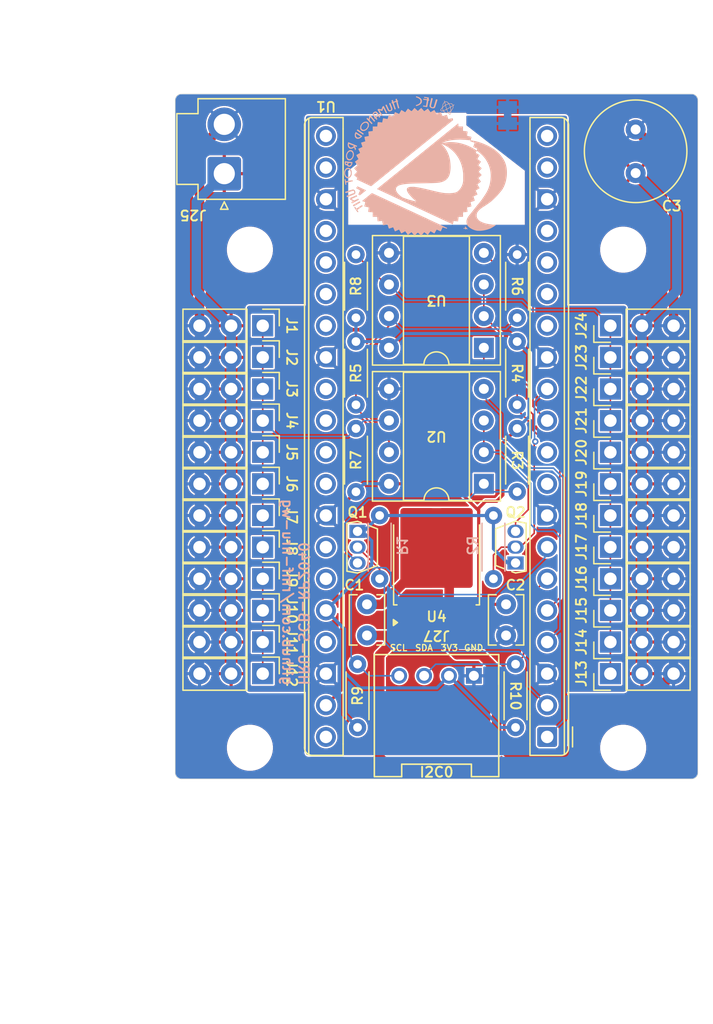
<source format=kicad_pcb>
(kicad_pcb (version 20240108) (generator "pcbnew") (generator_version "8.0")
  (layers (0 "F.Cu" signal) (31 "B.Cu" signal) (34 "B.Paste" user) (35 "F.Paste" user) (36 "B.SilkS" user "B.Silkscreen") (37 "F.SilkS" user "F.Silkscreen") (38 "B.Mask" user) (39 "F.Mask" user) (44 "Edge.Cuts" user))
  (net 0 "")
  (net 1 "+3V3")
  (net 2 "GND")
  (net 3 "/SERVO.SERIAL1.RX")
  (net 4 "Net-(Q1-D)")
  (net 7 "VCC")
  (net 9 "GNDPWR")
  (net 10 "+5V")
  (net 11 "/SERVO.SERIAL0.RX")
  (net 16 "/SERVO.SERIAL0.TX")
  (net 17 "/SERVO.SERIAL1.TX")
  (net 27 "/I2C0.SDA")
  (net 28 "/I2C0.SCL")
  (net 29 "/SERVO.SERIAL0.DE")
  (net 30 "/SERVO.SERIAL1.DE")
  (net 33 "/ServoPort/SERVO.SERIAL0")
  (net 34 "/ServoPort/SERVO.SERIAL1")
  (net 39 "/ServoPort/SERVO.NULL")
  (net 40 "Net-(Q2-D)")
  (footprint "mymod:PinHeader_1x03_P2.54mm_Vertical_SmallCourtyard" (layer "F.Cu") (at 163.97 133.93 90)
    (property "Reference" "J16")
    (property "Value" "Conn_01x03_Pin")
  )
  (footprint "mymod:PinHeader_1x03_P2.54mm_Vertical_SmallCourtyard" (layer "F.Cu") (at 136.03 136.47 -90)
    (property "Reference" "J10")
    (property "Value" "Conn_01x03_Pin")
  )
  (footprint "mymod:PinHeader_1x03_P2.54mm_Vertical_SmallCourtyard" (layer "F.Cu") (at 163.97 118.69 90)
    (property "Reference" "J22")
    (property "Value" "Conn_01x03_Pin")
  )
  (footprint "mymod:PinHeader_1x03_P2.54mm_Vertical_SmallCourtyard" (layer "F.Cu") (at 136.03 126.31 -90)
    (property "Reference" "J6")
    (property "Value" "Conn_01x03_Pin")
  )
  (footprint "mymod:PinHeader_1x03_P2.54mm_Vertical_SmallCourtyard" (layer "F.Cu") (at 136.03 123.77 -90)
    (property "Reference" "J5")
    (property "Value" "Conn_01x03_Pin")
  )
  (footprint "Package_TO_SOT_THT:TO-92S" (layer "F.Cu") (at 156.35 132.66 90)
    (property "Reference" "Q2")
    (property "Value" "NchFET")
  )
  (footprint "Resistor_THT:R_Axial_DIN0204_L3.6mm_D1.6mm_P5.08mm_Horizontal" (layer "F.Cu") (at 143.523 114.88 -90)
    (property "Reference" "R5")
    (property "Value" "2.2k")
  )
  (footprint "mymod:PinHeader_1x03_P2.54mm_Vertical_SmallCourtyard" (layer "F.Cu") (at 163.97 136.47 90)
    (property "Reference" "J15")
    (property "Value" "Conn_01x03_Pin")
  )
  (footprint "Package_TO_SOT_SMD:TO-252-2" (layer "F.Cu") (at 150 132.715 90)
    (property "Reference" "U4")
    (property "Value" "NJM7805SDL1")
  )
  (footprint "mymod:PinHeader_1x03_P2.54mm_Vertical_SmallCourtyard" (layer "F.Cu") (at 163.97 123.77 90)
    (property "Reference" "J20")
    (property "Value" "Conn_01x03_Pin")
  )
  (footprint "mymod:PinHeader_1x03_P2.54mm_Vertical_SmallCourtyard" (layer "F.Cu") (at 163.97 128.85 90)
    (property "Reference" "J18")
    (property "Value" "Conn_01x03_Pin")
  )
  (footprint "Package_TO_SOT_THT:TO-92S" (layer "F.Cu") (at 143.65 130.12 -90)
    (property "Reference" "Q1")
    (property "Value" "NchFET")
  )
  (footprint "MountingHole:MountingHole_3.2mm_M3" (layer "F.Cu") (at 135 107.5)
    (property "Reference" "H1" (hide yes))
    (property "Value" "MountingHole")
  )
  (footprint "mymod:PinHeader_1x03_P2.54mm_Vertical_SmallCourtyard" (layer "F.Cu") (at 163.97 139.01 90)
    (property "Reference" "J14")
    (property "Value" "Conn_01x03_Pin")
  )
  (footprint "mymod:PinHeader_1x03_P2.54mm_Vertical_SmallCourtyard" (layer "F.Cu") (at 136.03 118.69 -90)
    (property "Reference" "J3")
    (property "Value" "Conn_01x03_Pin")
  )
  (footprint "MountingHole:MountingHole_3.2mm_M3" (layer "F.Cu") (at 135 147.5)
    (property "Reference" "H2" (hide yes))
    (property "Value" "MountingHole")
  )
  (footprint "mymod:PinHeader_1x03_P2.54mm_Vertical_SmallCourtyard" (layer "F.Cu") (at 136.03 141.55 -90)
    (property "Reference" "J12")
    (property "Value" "Conn_01x03_Pin")
  )
  (footprint "mymod:PinHeader_1x03_P2.54mm_Vertical_SmallCourtyard" (layer "F.Cu") (at 136.03 139.01 -90)
    (property "Reference" "J11")
    (property "Value" "Conn_01x03_Pin")
  )
  (footprint "Capacitor_THT:C_Disc_D3.8mm_W2.6mm_P2.50mm" (layer "F.Cu") (at 144.412 138.482 90)
    (property "Reference" "C1")
    (property "Value" "0.33uF")
  )
  (footprint "Package_DIP:DIP-8_W7.62mm_Socket" (layer "F.Cu") (at 153.8 126.3 180)
    (property "Reference" "U2")
    (property "Value" "MAX485E")
  )
  (footprint "Resistor_THT:R_Axial_DIN0204_L3.6mm_D1.6mm_P5.08mm_Horizontal" (layer "F.Cu") (at 156.477 114.88 -90)
    (property "Reference" "R4")
    (property "Value" "2.2k")
  )
  (footprint "mymod:PinHeader_1x03_P2.54mm_Vertical_SmallCourtyard" (layer "F.Cu") (at 136.03 128.85 -90)
    (property "Reference" "J7")
    (property "Value" "Conn_01x03_Pin")
  )
  (footprint "Resistor_THT:R_Axial_DIN0204_L3.6mm_D1.6mm_P5.08mm_Horizontal" (layer "F.Cu") (at 143.523 126.945 90)
    (property "Reference" "R7")
    (property "Value" "2.2k")
  )
  (footprint "mymod:PinHeader_1x03_P2.54mm_Vertical_SmallCourtyard" (layer "F.Cu") (at 163.97 116.15 90)
    (property "Reference" "J23")
    (property "Value" "Conn_01x03_Pin")
  )
  (footprint "Resistor_THT:R_Axial_DIN0204_L3.6mm_D1.6mm_P5.08mm_Horizontal" (layer "F.Cu") (at 156.35 140.788 -90)
    (property "Reference" "R10")
    (property "Value" "2.2k")
  )
  (footprint "mymod:PinHeader_1x03_P2.54mm_Vertical_SmallCourtyard" (layer "F.Cu") (at 136.03 116.15 -90)
    (property "Reference" "J2")
    (property "Value" "Conn_01x03_Pin")
  )
  (footprint "Resistor_THT:R_Axial_DIN0204_L3.6mm_D1.6mm_P5.08mm_Horizontal" (layer "F.Cu") (at 156.477 121.865 -90)
    (property "Reference" "R3")
    (property "Value" "2.2k")
  )
  (footprint "mymod:PinHeader_1x03_P2.54mm_Vertical_SmallCourtyard" (layer "F.Cu") (at 163.97 141.55 90)
    (property "Reference" "J13")
    (property "Value" "Conn_01x03_Pin")
  )
  (footprint "Capacitor_THT:C_Radial_D8.0mm_H11.5mm_P3.50mm" (layer "F.Cu") (at 166 101.35 90)
    (property "Reference" "C3")
    (property "Value" "220u")
  )
  (footprint "mymod:PinHeader_1x03_P2.54mm_Vertical_SmallCourtyard" (layer "F.Cu") (at 163.97 113.61 90)
    (property "Reference" "J24")
    (property "Value" "Conn_01x03_Pin")
  )
  (footprint "OPL_Connector:HW4-2.0-90D" (layer "F.Cu") (at 150 144.92 180)
    (property "Reference" "J27")
    (property "Value" "Conn_01x04_Pin")
  )
  (footprint "mymod:PinHeader_1x03_P2.54mm_Vertical_SmallCourtyard" (layer "F.Cu") (at 163.97 126.31 90)
    (property "Reference" "J19")
    (property "Value" "Conn_01x03_Pin")
  )
  (footprint "Resistor_THT:R_Axial_DIN0204_L3.6mm_D1.6mm_P5.08mm_Horizontal" (layer "F.Cu") (at 156.477 112.975 90)
    (property "Reference" "R6")
    (property "Value" "2.2k")
  )
  (footprint "Resistor_THT:R_Axial_DIN0204_L3.6mm_D1.6mm_P5.08mm_Horizontal" (layer "F.Cu") (at 143.65 140.788 -90)
    (property "Reference" "R9")
    (property "Value" "2.2k")
  )
  (footprint "Resistor_THT:R_Axial_DIN0204_L3.6mm_D1.6mm_P5.08mm_Horizontal" (layer "F.Cu") (at 143.523 112.975 90)
    (property "Reference" "R8")
    (property "Value" "2.2k")
  )
  (footprint "Module_RaspberryPi_Pico:RaspberryPi_Pico_Common_THT" (layer "F.Cu") (at 150 122.5 180)
    (property "Reference" "U1")
    (property "Value" "RaspberryPi_Pico_W")
  )
  (footprint "MountingHole:MountingHole_3.2mm_M3" (layer "F.Cu") (at 165 147.5)
    (property "Reference" "H3" (hide yes))
    (property "Value" "MountingHole")
  )
  (footprint "mymod:PinHeader_1x03_P2.54mm_Vertical_SmallCourtyard" (layer "F.Cu") (at 163.97 131.39 90)
    (property "Reference" "J17")
    (property "Value" "Conn_01x03_Pin")
  )
  (footprint "Package_DIP:DIP-8_W7.62mm_Socket" (layer "F.Cu") (at 153.8 115.378 180)
    (property "Reference" "U3")
    (property "Value" "MAX485E")
  )
  (footprint "mymod:PinHeader_1x03_P2.54mm_Vertical_SmallCourtyard" (layer "F.Cu") (at 163.97 121.23 90)
    (property "Reference" "J21")
    (property "Value" "Conn_01x03_Pin")
  )
  (footprint "mymod:PinHeader_1x03_P2.54mm_Vertical_SmallCourtyard" (layer "F.Cu") (at 136.03 121.23 -90)
    (property "Reference" "J4")
    (property "Value" "Conn_01x03_Pin")
  )
  (footprint "MountingHole:MountingHole_3.2mm_M3" (layer "F.Cu") (at 165 107.5)
    (property "Reference" "H4" (hide yes))
    (property "Value" "MountingHole")
  )
  (footprint "Connector_JST:JST_VH_B2P-VH_1x02_P3.96mm_Vertical" (layer "F.Cu") (at 132.94 101.3975 90)
    (property "Reference" "J25")
    (property "Value" "Conn_01x02_Pin")
  )
  (footprint "Capacitor_THT:C_Disc_D3.8mm_W2.6mm_P2.50mm" (layer "F.Cu") (at 155.588 135.982 -90)
    (property "Reference" "C2")
    (property "Value" "0.1uF")
  )
  (footprint "mymod:PinHeader_1x03_P2.54mm_Vertical_SmallCourtyard" (layer "F.Cu") (at 136.03 133.93 -90)
    (property "Reference" "J9")
    (property "Value" "Conn_01x03_Pin")
  )
  (footprint "mymod:PinHeader_1x03_P2.54mm_Vertical_SmallCourtyard" (layer "F.Cu") (at 136.03 131.39 -90)
    (property "Reference" "J8")
    (property "Value" "Conn_01x03_Pin")
  )
  (footprint "mymod:PinHeader_1x03_P2.54mm_Vertical_SmallCourtyard" (layer "F.Cu") (at 136.03 113.61 -90)
    (property "Reference" "J1")
    (property "Value" "Conn_01x03_Pin")
  )
  (footprint "Resistor_THT:R_Axial_DIN0204_L3.6mm_D1.6mm_P5.08mm_Horizontal" (layer "B.Cu") (at 154.572 128.85 -90)
    (property "Reference" "R2")
    (property "Value" "2.2k")
  )
  (footprint "Resistor_THT:R_Axial_DIN0204_L3.6mm_D1.6mm_P5.08mm_Horizontal" (layer "B.Cu") (at 145.428 128.85 -90)
    (property "Reference" "R1")
    (property "Value" "2.2k")
  )
  (footprint "Jumper:SolderJumper-2_P1.3mm_Bridged_Pad1.0x1.5mm" (layer "B.Cu") (at 155.715 96.719 -90)
    (property "Reference" "JP1" (hide yes))
    (property "Value" "SolderJumper_2_Bridged")
  )
  (gr_poly (pts (xy 152.300322 105.636697) (xy 152.298079 105.637415) (xy 152.296028 105.638657) (xy 152.294163 105.640424) (xy 152.292477 105.642719) (xy 152.290964 105.645542) (xy 152.289617 105.648894) (xy 152.28843 105.652777) (xy 152.287396 105.657192) (xy 152.286508 105.66214) (xy 152.28576 105.667623) (xy 152.285145 105.673641) (xy 152.284657 105.680197) (xy 152.284034 105.694926) (xy 152.283838 105.711818) (xy 152.283838 105.766851) (xy 152.271138 105.767992) (xy 152.267588 105.76824) (xy 152.262344 105.768511) (xy 152.24779 105.769083) (xy 152.229497 105.769639) (xy 152.209489 105.770108) (xy 152.16054 105.771085) (xy 152.155448 105.784354) (xy 152.154977 105.785754) (xy 152.154613 105.787207) (xy 152.154353 105.788704) (xy 152.154196 105.790232) (xy 152.15414 105.79178) (xy 152.154181 105.793335) (xy 152.15432 105.794888) (xy 152.154552 105.796426) (xy 152.154876 105.797938) (xy 152.155291 105.799411) (xy 152.155793 105.800836) (xy 152.156381 105.8022) (xy 152.157053 105.803491) (xy 152.157806 105.804698) (xy 152.158639 105.805811) (xy 152.159549 105.806816) (xy 152.168741 105.816008) (xy 152.227837 105.814282) (xy 152.286934 105.812556) (xy 152.289619 105.840434) (xy 152.292304 105.868312) (xy 152.307703 105.871232) (xy 152.308552 105.87135) (xy 152.309508 105.871405) (xy 152.311727 105.871331) (xy 152.314328 105.871019) (xy 152.317279 105.870482) (xy 152.32055 105.869728) (xy 152.32411 105.86877) (xy 152.327927 105.867618) (xy 152.331969 105.866282) (xy 152.336206 105.864774) (xy 152.340607 105.863103) (xy 152.345139 105.861282) (xy 152.349772 105.85932) (xy 152.354475 105.857229) (xy 152.359215 105.855018) (xy 152.363963 105.8527) (xy 152.368687 105.850284) (xy 152.414271 105.826418) (xy 152.438418 105.849551) (xy 152.443126 105.853949) (xy 152.447569 105.857863) (xy 152.451757 105.861296) (xy 152.455699 105.86425) (xy 152.459407 105.866728) (xy 152.46289 105.868734) (xy 152.46455 105.869561) (xy 152.466157 105.87027) (xy 152.467713 105.870862) (xy 152.469219 105.871339) (xy 152.470677 105.871699) (xy 152.472086 105.871943) (xy 152.47345 105.872072) (xy 152.474769 105.872086) (xy 152.476043 105.871985) (xy 152.477276 105.87177) (xy 152.478467 105.871441) (xy 152.479618 105.870998) (xy 152.48073 105.870442) (xy 152.481805 105.869773) (xy 152.482843 105.868992) (xy 152.483847 105.868099) (xy 152.484817 105.867093) (xy 152.485754 105.865976) (xy 152.48666 105.864749) (xy 152.487536 105.86341) (xy 152.487537 105.86341) (xy 152.488061 105.862362) (xy 152.488446 105.861155) (xy 152.488699 105.8598) (xy 152.488824 105.858311) (xy 152.488827 105.8567) (xy 152.488716 105.85498) (xy 152.488169 105.851263) (xy 152.487231 105.847261) (xy 152.485948 105.843076) (xy 152.484366 105.838808) (xy 152.482534 105.83456) (xy 152.480497 105.830432) (xy 152.478302 105.826526) (xy 152.475996 105.822942) (xy 152.473626 105.819784) (xy 152.471239 105.81715) (xy 152.470053 105.816063) (xy 152.468881 105.815144) (xy 152.467727 105.814408) (xy 152.466599 105.813866) (xy 152.465501 105.813532) (xy 152.46444 105.813418) (xy 152.46408 105.81339) (xy 152.463724 105.813307) (xy 152.463373 105.81317) (xy 152.463027 105.812981) (xy 152.462688 105.812742) (xy 152.462354 105.812453) (xy 152.462028 105.812115) (xy 152.461709 105.811731) (xy 152.461397 105.811302) (xy 152.461094 105.810828) (xy 152.460799 105.810312) (xy 152.460514 105.809754) (xy 152.460238 105.809157) (xy 152.459972 105.808521) (xy 152.459716 105.807848) (xy 152.459471 105.807139) (xy 152.459238 105.806395) (xy 152.459016 105.805619) (xy 152.458807 105.804811) (xy 152.45861 105.803972) (xy 152.458257 105.80221) (xy 152.45796 105.800342) (xy 152.457722 105.79838) (xy 152.457548 105.796336) (xy 152.457441 105.794219) (xy 152.457405 105.792042) (xy 152.457405 105.770667) (xy 152.457104 105.770552) (xy 152.355804 105.770552) (xy 152.343105 105.765679) (xy 152.342454 105.765407) (xy 152.341811 105.765094) (xy 152.341177 105.764742) (xy 152.340553 105.764352) (xy 152.33994 105.763925) (xy 152.339339 105.763464) (xy 152.338749 105.762968) (xy 152.338173 105.762441) (xy 152.337611 105.761882) (xy 152.337064 105.761294) (xy 152.336532 105.760678) (xy 152.336017 105.760035) (xy 152.335518 105.759367) (xy 152.335038 105.758675) (xy 152.334577 105.757961) (xy 152.334135 105.757225) (xy 152.333714 105.75647) (xy 152.333314 105.755697) (xy 152.332936 105.754907) (xy 152.332581 105.754101) (xy 152.33225 105.753281) (xy 152.331943 105.752449) (xy 152.331662 105.751606) (xy 152.331407 105.750753) (xy 152.331178 105.749891) (xy 152.330978 105.749022) (xy 152.330806 105.748148) (xy 152.330664 105.74727) (xy 152.330552 105.746389) (xy 152.33047 105.745506) (xy 152.330421 105.744624) (xy 152.330405 105.743743) (xy 152.330405 105.726678) (xy 152.343105 105.737218) (xy 152.344398 105.738351) (xy 152.345656 105.739568) (xy 152.34687 105.740858) (xy 152.348036 105.74221) (xy 152.349145 105.743613) (xy 152.350193 105.745054) (xy 152.351171 105.746524) (xy 152.352074 105.74801) (xy 152.352895 105.749502) (xy 152.353628 105.750988) (xy 152.354266 105.752458) (xy 152.354802 105.753899) (xy 152.355231 105.7553) (xy 152.355545 105.756651) (xy 152.355739 105.75794) (xy 152.355788 105.758558) (xy 152.355804 105.759156) (xy 152.355804 105.770552) (xy 152.457104 105.770552) (xy 152.437219 105.762991) (xy 152.43612 105.762519) (xy 152.434907 105.761899) (xy 152.432159 105.760228) (xy 152.42901 105.758013) (xy 152.425496 105.755289) (xy 152.421652 105.75209) (xy 152.417514 105.748451) (xy 152.413118 105.744406) (xy 152.408499 105.73999) (xy 152.403693 105.735238) (xy 152.398735 105.730185) (xy 152.393661 105.724864) (xy 152.388507 105.719311) (xy 152.383308 105.71356) (xy 152.378099 105.707646) (xy 152.372917 105.701604) (xy 152.367797 105.695467) (xy 152.35565 105.680979) (xy 152.34467 105.66851) (xy 152.334803 105.658072) (xy 152.33027 105.653618) (xy 152.325996 105.649675) (xy 152.321975 105.646245) (xy 152.318198 105.643328) (xy 152.31466 105.640927) (xy 152.311355 105.639043) (xy 152.308275 105.637676) (xy 152.305414 105.636829) (xy 152.302765 105.636502)) (fill solid) (layer "B.SilkS"))
  (gr_poly (pts (xy 142.634 100.402) (xy 142.63367 100.40262) (xy 142.632981 100.404446) (xy 142.63226 100.407016) (xy 142.631511 100.410286) (xy 142.630742 100.414212) (xy 142.629958 100.418749) (xy 142.628368 100.42948) (xy 142.626791 100.442125) (xy 142.625275 100.456329) (xy 142.623867 100.471738) (xy 142.622616 100.487997) (xy 142.617003 100.568319) (xy 142.631925 100.621371) (xy 142.646847 100.674424) (xy 142.675621 100.699688) (xy 142.704396 100.724952) (xy 142.731618 100.726229) (xy 142.737548 100.72645) (xy 142.743969 100.726589) (xy 142.75068 100.726646) (xy 142.757474 100.726625) (xy 142.764149 100.726526) (xy 142.7705 100.726351) (xy 142.776322 100.726103) (xy 142.781411 100.725783) (xy 142.803983 100.72406) (xy 142.809404 100.741138) (xy 142.810148 100.743047) (xy 142.811247 100.745234) (xy 142.812681 100.747673) (xy 142.814428 100.750339) (xy 142.816464 100.753207) (xy 142.81877 100.756252) (xy 142.821323 100.759447) (xy 142.824101 100.762767) (xy 142.827082 100.766187) (xy 142.830245 100.769682) (xy 142.833569 100.773225) (xy 142.83703 100.776792) (xy 142.840609 100.780357) (xy 142.844281 100.783895) (xy 142.848027 100.78738) (xy 142.851825 100.790786) (xy 142.888826 100.823357) (xy 142.93243 100.833421) (xy 142.95134 100.83764) (xy 142.959422 100.839264) (xy 142.966776 100.840555) (xy 142.973542 100.841504) (xy 142.979862 100.842106) (xy 142.985875 100.842352) (xy 142.991722 100.842236) (xy 142.997543 100.84175) (xy 143.00348 100.840887) (xy 143.009673 100.83964) (xy 143.016262 100.838001) (xy 143.023388 100.835963) (xy 143.031192 100.833519) (xy 143.049394 100.827384) (xy 143.049393 100.827384) (xy 143.049393 100.827383) (xy 143.049392 100.827383) (xy 143.094412 100.811834) (xy 143.124533 100.78321) (xy 143.127749 100.780065) (xy 143.131167 100.776559) (xy 143.138486 100.768615) (xy 143.146248 100.759674) (xy 143.154212 100.750036) (xy 143.162138 100.739999) (xy 143.169784 100.72986) (xy 143.176909 100.71992) (xy 143.183273 100.710475) (xy 143.211891 100.666363) (xy 143.223699 100.613108) (xy 143.226179 100.601511) (xy 143.228703 100.588956) (xy 143.2336 100.562564) (xy 143.23435 100.558051) (xy 143.144071 100.558051) (xy 143.143885 100.580118) (xy 143.143613 100.586913) (xy 143.142918 100.593726) (xy 143.141815 100.600547) (xy 143.140315 100.60736) (xy 143.138431 100.614153) (xy 143.136177 100.620911) (xy 143.133565 100.627623) (xy 143.130608 100.634275) (xy 143.127319 100.640852) (xy 143.12371 100.647342) (xy 143.119795 100.653732) (xy 143.115586 100.660007) (xy 143.106338 100.672163) (xy 143.096069 100.683703) (xy 143.084881 100.69452) (xy 143.072878 100.704507) (xy 143.06016 100.713558) (xy 143.053566 100.717698) (xy 143.046832 100.721565) (xy 143.039971 100.725143) (xy 143.032996 100.728421) (xy 143.025919 100.731384) (xy 143.018754 100.73402) (xy 143.011512 100.736315) (xy 143.004208 100.738255) (xy 142.996854 100.739827) (xy 142.989462 100.741019) (xy 142.98862 100.741019) (xy 142.987436 100.740847) (xy 142.985931 100.74051) (xy 142.984129 100.740018) (xy 142.98205 100.739378) (xy 142.979716 100.738598) (xy 142.97437 100.736652) (xy 142.968264 100.734248) (xy 142.961573 100.73145) (xy 142.95447 100.728324) (xy 142.947128 100.724938) (xy 142.94713 100.724937) (xy 142.911239 100.707989) (xy 142.897341 100.68352) (xy 142.883444 100.65905) (xy 142.902904 100.624789) (xy 142.906934 100.617356) (xy 142.910927 100.609358) (xy 142.91478 100.601044) (xy 142.918388 100.592667) (xy 142.921647 100.584478) (xy 142.924453 100.576727) (xy 142.926702 100.569667) (xy 142.927585 100.566474) (xy 142.928289 100.563548) (xy 142.93167 100.548159) (xy 142.847739 100.548159) (xy 142.847701 100.5491) (xy 142.847589 100.550103) (xy 142.847151 100.552286) (xy 142.846439 100.554684) (xy 142.845467 100.557272) (xy 142.844251 100.560027) (xy 142.842805 100.562926) (xy 142.841144 100.565945) (xy 142.839282 100.569059) (xy 142.837235 100.572245) (xy 142.835018 100.575479) (xy 142.832644 100.578738) (xy 142.830129 100.581997) (xy 142.827487 100.585233) (xy 142.824734 100.588422) (xy 142.821884 100.591541) (xy 142.818951 100.594565) (xy 142.790164 100.623352) (xy 142.749307 100.623352) (xy 142.726855 100.599917) (xy 142.704403 100.576482) (xy 142.701987 100.547) (xy 142.699572 100.517518) (xy 142.754605 100.519867) (xy 142.766049 100.520424) (xy 142.777476 100.521107) (xy 142.799068 100.522749) (xy 142.808624 100.523653) (xy 142.816949 100.524577) (xy 142.823738 100.525494) (xy 142.828689 100.526378) (xy 142.847739 100.530541) (xy 142.847739 100.548159) (xy 142.93167 100.548159) (xy 142.934216 100.536567) (xy 142.977759 100.541644) (xy 142.999511 100.544063) (xy 143.026544 100.546894) (xy 143.082688 100.552386) (xy 143.144071 100.558051) (xy 143.23435 100.558051) (xy 143.237828 100.537125) (xy 143.239515 100.52576) (xy 143.240825 100.51583) (xy 143.246141 100.471807) (xy 143.218389 100.467353) (xy 143.08015 100.44874) (xy 142.885813 100.425841) (xy 142.711747 100.407255) (xy 142.65618 100.402267) (xy 142.63432 100.401583)) (fill solid) (layer "B.SilkS"))
  (gr_poly (pts (xy 143.64676 102.422084) (xy 143.6437 102.422438) (xy 143.640739 102.423104) (xy 143.637855 102.424089) (xy 143.635028 102.425404) (xy 143.632237 102.427055) (xy 143.62946 102.429052) (xy 143.626679 102.431402) (xy 143.623871 102.434114) (xy 143.621015 102.437198) (xy 143.618091 102.440659) (xy 143.615078 102.444509) (xy 143.608703 102.453403) (xy 143.601721 102.463946) (xy 143.593966 102.476207) (xy 143.585273 102.490252) (xy 143.543533 102.557985) (xy 143.552249 102.56854) (xy 143.553406 102.569761) (xy 143.55506 102.571234) (xy 143.557177 102.572939) (xy 143.559729 102.574856) (xy 143.562683 102.576965) (xy 143.566009 102.579246) (xy 143.573652 102.584248) (xy 143.582407 102.589701) (xy 143.592028 102.595448) (xy 143.602264 102.601331) (xy 143.612868 102.60719) (xy 143.677668 102.642683) (xy 143.760576 102.688566) (xy 143.856382 102.741848) (xy 143.852233 102.751517) (xy 143.836517 102.786946) (xy 143.804558 102.858552) (xy 143.786598 102.89903) (xy 143.769875 102.937266) (xy 143.756257 102.968953) (xy 143.747612 102.989785) (xy 143.744769 102.996753) (xy 143.741834 103.00357) (xy 143.73889 103.010065) (xy 143.736022 103.016066) (xy 143.733314 103.021402) (xy 143.730851 103.0259) (xy 143.728718 103.029389) (xy 143.727802 103.030701) (xy 143.726999 103.031696) (xy 143.726267 103.032605) (xy 143.725557 103.033666) (xy 143.724871 103.034865) (xy 143.724215 103.036189) (xy 143.723591 103.037624) (xy 143.723003 103.03916) (xy 143.722455 103.040781) (xy 143.72195 103.042475) (xy 143.721493 103.044229) (xy 143.721086 103.04603) (xy 143.720733 103.047865) (xy 143.720438 103.049722) (xy 143.720205 103.051586) (xy 143.720037 103.053445) (xy 143.719938 103.055286) (xy 143.719911 103.057095) (xy 143.720013 103.074452) (xy 143.749423 103.093502) (xy 143.755558 103.097328) (xy 143.76172 103.100899) (xy 143.767743 103.104134) (xy 143.773461 103.106956) (xy 143.778708 103.109287) (xy 143.781103 103.110244) (xy 143.783317 103.111049) (xy 143.785331 103.111692) (xy 143.787122 103.112164) (xy 143.788672 103.112454) (xy 143.789957 103.112552) (xy 143.791132 103.112591) (xy 143.792356 103.112706) (xy 143.79362 103.112892) (xy 143.794912 103.113145) (xy 143.796224 103.113463) (xy 143.797545 103.11384) (xy 143.798866 103.114274) (xy 143.800178 103.11476) (xy 143.801469 103.115294) (xy 143.80273 103.115873) (xy 143.803953 103.116493) (xy 143.805125 103.117149) (xy 143.806239 103.117839) (xy 143.807283 103.118558) (xy 143.808249 103.119302) (xy 143.809126 103.120067) (xy 143.810033 103.120858) (xy 143.811088 103.121678) (xy 143.812276 103.122519) (xy 143.813585 103.123376) (xy 143.815004 103.124242) (xy 143.816517 103.12511) (xy 143.818114 103.125975) (xy 143.819781 103.12683) (xy 143.821505 103.127668) (xy 143.823274 103.128483) (xy 143.825074 103.129269) (xy 143.826893 103.130019) (xy 143.828719 103.130728) (xy 143.830537 103.131387) (xy 143.832336 103.131992) (xy 143.834103 103.132536) (xy 143.851036 103.13749) (xy 143.867984 103.11867) (xy 143.869951 103.116572) (xy 143.872338 103.11418) (xy 143.878237 103.10862) (xy 143.88542 103.102208) (xy 143.893627 103.095166) (xy 143.902597 103.087713) (xy 143.912071 103.080068) (xy 143.921786 103.072452) (xy 143.931484 103.065084) (xy 143.951564 103.049854) (xy 143.971824 103.034089) (xy 143.989903 103.019648) (xy 143.997386 103.013506) (xy 144.003439 103.008393) (xy 144.030695 102.985237) (xy 144.061543 102.959628) (xy 144.125442 102.90788) (xy 144.177993 102.866811) (xy 144.194657 102.854551) (xy 144.199648 102.851237) (xy 144.202055 102.850085) (xy 144.202412 102.850043) (xy 144.20285 102.849918) (xy 144.20396 102.849427) (xy 144.205365 102.848628) (xy 144.207044 102.847539) (xy 144.208977 102.846176) (xy 144.211144 102.844556) (xy 144.213526 102.842694) (xy 144.216101 102.840608) (xy 144.21885 102.838314) (xy 144.221753 102.835829) (xy 144.22479 102.833168) (xy 144.22794 102.83035) (xy 144.231184 102.827389) (xy 144.234501 102.824304) (xy 144.237871 102.821109) (xy 144.241275 102.817823) (xy 144.248485 102.811013) (xy 144.256297 102.804023) (xy 144.264463 102.797053) (xy 144.272733 102.7903) (xy 144.280859 102.783962) (xy 144.288593 102.778239) (xy 144.295685 102.773329) (xy 144.298913 102.771241) (xy 144.301888 102.76943) (xy 144.329405 102.7533) (xy 144.329405 102.723408) (xy 144.306121 102.717688) (xy 144.303413 102.716937) (xy 144.300121 102.715875) (xy 144.291966 102.7129) (xy 144.282017 102.708919) (xy 144.270635 102.70409) (xy 144.258182 102.698569) (xy 144.24502 102.692514) (xy 144.231509 102.686081) (xy 144.218011 102.679427) (xy 144.204714 102.67289) (xy 144.191776 102.666792) (xy 144.179519 102.661265) (xy 144.168265 102.656445) (xy 144.158334 102.652463) (xy 144.150048 102.649453) (xy 144.143728 102.64755) (xy 144.141405 102.647054) (xy 144.139695 102.646885) (xy 144.13832 102.64685) (xy 144.136985 102.646746) (xy 144.135694 102.646577) (xy 144.134457 102.646346) (xy 144.133278 102.646057) (xy 144.132166 102.645714) (xy 144.131127 102.645319) (xy 144.130168 102.644877) (xy 144.129295 102.644391) (xy 144.128517 102.643864) (xy 144.127839 102.6433) (xy 144.12727 102.642703) (xy 144.127027 102.642393) (xy 144.126814 102.642075) (xy 144.126632 102.641752) (xy 144.126481 102.641422) (xy 144.126362 102.641086) (xy 144.126275 102.640745) (xy 144.126223 102.640398) (xy 144.126205 102.640048) (xy 144.126158 102.639678) (xy 144.126019 102.639273) (xy 144.125789 102.638836) (xy 144.125471 102.638368) (xy 144.125067 102.637869) (xy 144.124581 102.637341) (xy 144.124013 102.636787) (xy 144.123366 102.636206) (xy 144.121846 102.634973) (xy 144.120038 102.633654) (xy 144.117962 102.632259) (xy 144.115635 102.630801) (xy 144.113077 102.629289) (xy 144.110305 102.627735) (xy 144.107337 102.626152) (xy 144.104194 102.624548) (xy 144.100892 102.622937) (xy 144.09745 102.621329) (xy 144.093888 102.619736) (xy 144.090222 102.618168) (xy 144.062493 102.60634) (xy 144.035484 102.594382) (xy 144.010113 102.582741) (xy 143.987297 102.571865) (xy 143.967954 102.5622) (xy 143.953002 102.554194) (xy 143.943357 102.548294) (xy 143.940813 102.546273) (xy 143.939939 102.544946) (xy 143.939925 102.544674) (xy 143.939884 102.544405) (xy 143.939816 102.544139) (xy 143.939723 102.543877) (xy 143.939604 102.543619) (xy 143.939461 102.543366) (xy 143.939294 102.543117) (xy 143.939104 102.542873) (xy 143.938891 102.542635) (xy 143.938656 102.542403) (xy 143.938401 102.542176) (xy 143.938125 102.541957) (xy 143.937829 102.541744) (xy 143.937514 102.541538) (xy 143.937181 102.54134) (xy 143.93683 102.54115) (xy 143.936462 102.540968) (xy 143.936077 102.540795) (xy 143.935677 102.540631) (xy 143.935262 102.540476) (xy 143.934832 102.540331) (xy 143.934389 102.540196) (xy 143.933933 102.540071) (xy 143.933464 102.539957) (xy 143.932984 102.539854) (xy 143.932493 102.539763) (xy 143.931992 102.539683) (xy 143.931481 102.539615) (xy 143.930961 102.53956) (xy 143.930433 102.539518) (xy 143.929897 102.539489) (xy 143.929355 102.539473) (xy 143.928068 102.539362) (xy 143.926408 102.539069) (xy 143.924401 102.538603) (xy 143.922072 102.537974) (xy 143.919449 102.537191) (xy 143.916556 102.536264) (xy 143.910067 102.534015) (xy 143.902814 102.531302) (xy 143.895005 102.5282) (xy 143.88685 102.524783) (xy 143.878555 102.521129) (xy 143.798121 102.484995) (xy 143.77833 102.47605) (xy 143.75417 102.46497) (xy 143.704977 102.442043) (xy 143.692875 102.436373) (xy 143.682168 102.431547) (xy 143.672687 102.427634) (xy 143.668354 102.42604) (xy 143.664266 102.424699) (xy 143.660401 102.42362) (xy 143.656739 102.42281) (xy 143.653259 102.422279) (xy 143.64994 102.422034)) (fill solid) (layer "B.SilkS"))
  (gr_poly (pts (xy 143.299471 102.668796) (xy 143.289788 102.669407) (xy 143.27936 102.670511) (xy 143.268119 102.672112) (xy 143.255998 102.674217) (xy 143.242929 102.676832) (xy 143.228844 102.679962) (xy 143.213674 102.683614) (xy 143.197353 102.687792) (xy 143.179813 102.692503) (xy 143.140801 102.703547) (xy 143.096097 102.716791) (xy 143.045157 102.732282) (xy 142.98744 102.750066) (xy 142.697456 102.839572) (xy 142.688533 102.842404) (xy 142.680219 102.845235) (xy 142.672696 102.847989) (xy 142.666144 102.850593) (xy 142.660746 102.85297) (xy 142.656682 102.855044) (xy 142.655207 102.855944) (xy 142.654134 102.85674) (xy 142.653484 102.857423) (xy 142.653326 102.857719) (xy 142.653282 102.857983) (xy 142.65465 102.876002) (xy 142.655566 102.8842) (xy 142.656664 102.891866) (xy 142.657964 102.899005) (xy 142.659486 102.905624) (xy 142.66125 102.911728) (xy 142.663278 102.917325) (xy 142.665588 102.922418) (xy 142.668202 102.927016) (xy 142.671139 102.931124) (xy 142.67442 102.934747) (xy 142.678066 102.937893) (xy 142.682096 102.940567) (xy 142.68653 102.942775) (xy 142.69139 102.944523) (xy 142.696695 102.945817) (xy 142.702466 102.946664) (xy 142.708723 102.947069) (xy 142.715486 102.947039) (xy 142.722775 102.94658) (xy 142.730611 102.945697) (xy 142.739014 102.944397) (xy 142.748005 102.942686) (xy 142.757603 102.940569) (xy 142.767829 102.938054) (xy 142.790245 102.93185) (xy 142.815417 102.924124) (xy 142.843506 102.914922) (xy 142.987071 102.867252) (xy 143.142008 102.81641) (xy 143.305044 102.763309) (xy 143.334568 102.783415) (xy 143.337575 102.785514) (xy 143.340499 102.787655) (xy 143.343324 102.789822) (xy 143.346035 102.792001) (xy 143.348617 102.794175) (xy 143.351055 102.796329) (xy 143.353332 102.798448) (xy 143.355435 102.800516) (xy 143.357349 102.802518) (xy 143.359057 102.804439) (xy 143.360545 102.806264) (xy 143.361797 102.807976) (xy 143.362799 102.809561) (xy 143.363535 102.811004) (xy 143.36399 102.812288) (xy 143.364107 102.812865) (xy 143.364149 102.813398) (xy 143.364161 102.813909) (xy 143.364198 102.81442) (xy 143.364258 102.814933) (xy 143.364341 102.815446) (xy 143.364574 102.816467) (xy 143.364892 102.817478) (xy 143.365289 102.818472) (xy 143.365761 102.819442) (xy 143.366303 102.820382) (xy 143.36691 102.821285) (xy 143.367576 102.822144) (xy 143.368298 102.822953) (xy 143.36907 102.823705) (xy 143.369887 102.824393) (xy 143.370744 102.825011) (xy 143.371636 102.825551) (xy 143.372094 102.825791) (xy 143.372559 102.826009) (xy 143.37303 102.826204) (xy 143.373507 102.826376) (xy 143.373989 102.826585) (xy 143.374477 102.826892) (xy 143.374969 102.827294) (xy 143.375464 102.827789) (xy 143.375962 102.828373) (xy 143.376461 102.829043) (xy 143.376961 102.829798) (xy 143.377462 102.830635) (xy 143.378458 102.832542) (xy 143.379444 102.834743) (xy 143.380413 102.837216) (xy 143.381356 102.839941) (xy 143.382268 102.842895) (xy 143.383141 102.846057) (xy 143.383968 102.849406) (xy 143.384742 102.85292) (xy 143.385457 102.856579) (xy 143.386104 102.860359) (xy 143.386678 102.864241) (xy 143.387171 102.868202) (xy 143.391535 102.906928) (xy 143.367288 102.932822) (xy 143.34304 102.958716) (xy 143.25414 102.992704) (xy 143.051123 103.069512) (xy 142.980206 103.095643) (xy 142.932408 103.112578) (xy 142.910652 103.120157) (xy 142.885841 103.129096) (xy 142.861029 103.138279) (xy 142.839274 103.14659) (xy 142.820023 103.15401) (xy 142.802033 103.160762) (xy 142.787318 103.166103) (xy 142.777891 103.169288) (xy 142.774641 103.17029) (xy 142.771829 103.171247) (xy 142.770588 103.171737) (xy 142.769457 103.172251) (xy 142.768439 103.172799) (xy 142.767532 103.173393) (xy 142.766737 103.174044) (xy 142.766056 103.174765) (xy 142.765487 103.175565) (xy 142.765033 103.176457) (xy 142.764693 103.177451) (xy 142.764468 103.17856) (xy 142.764359 103.179795) (xy 142.764365 103.181167) (xy 142.764488 103.182688) (xy 142.764728 103.184369) (xy 142.765085 103.186221) (xy 142.765561 103.188256) (xy 142.766155 103.190485) (xy 142.766868 103.192919) (xy 142.7677 103.195571) (xy 142.768653 103.198451) (xy 142.77092 103.204943) (xy 142.773673 103.212485) (xy 142.780656 103.231087) (xy 142.788246 103.250959) (xy 142.791479 103.258918) (xy 142.79447 103.26564) (xy 142.797318 103.271185) (xy 142.79872 103.273535) (xy 142.800124 103.275613) (xy 142.801541 103.277427) (xy 142.802986 103.278985) (xy 142.804469 103.280294) (xy 142.806004 103.281361) (xy 142.807604 103.282195) (xy 142.809279 103.282802) (xy 142.811044 103.283191) (xy 142.81291 103.283369) (xy 142.814889 103.283343) (xy 142.816995 103.283121) (xy 142.81924 103.28271) (xy 142.821636 103.282118) (xy 142.826931 103.280423) (xy 142.832981 103.278094) (xy 142.847741 103.271779) (xy 142.847739 103.271777) (xy 142.86487 103.264455) (xy 142.883351 103.256805) (xy 142.900959 103.249733) (xy 142.915472 103.244147) (xy 143.000107 103.211397) (xy 143.122608 103.162687) (xy 143.246115 103.112791) (xy 143.333768 103.076484) (xy 143.417631 103.040586) (xy 143.443454 103.008521) (xy 143.469278 102.976456) (xy 143.472755 102.921824) (xy 143.476235 102.867193) (xy 143.456614 102.807345) (xy 143.436994 102.747497) (xy 143.401487 102.714768) (xy 143.388452 102.703016) (xy 143.382277 102.697754) (xy 143.376239 102.692909) (xy 143.37027 102.688487) (xy 143.364302 102.684494) (xy 143.358269 102.680935) (xy 143.352101 102.677816) (xy 143.345731 102.675143) (xy 143.339091 102.672922) (xy 143.332114 102.671159) (xy 143.324731 102.669859) (xy 143.316875 102.669028) (xy 143.308478 102.668672)) (fill solid) (layer "B.SilkS"))
  (gr_poly (pts (xy 146.761113 95.388753) (xy 146.75125 95.391554) (xy 146.741755 95.394426) (xy 146.732857 95.397287) (xy 146.724784 95.400056) (xy 146.717767 95.402652) (xy 146.712032 95.404994) (xy 146.70781 95.406999) (xy 146.706337 95.407851) (xy 146.705328 95.408588) (xy 146.697889 95.415146) (xy 146.716538 95.484266) (xy 146.723564 95.511232) (xy 146.728904 95.533556) (xy 146.73078 95.542253) (xy 146.732039 95.548919) (xy 146.732616 95.553265) (xy 146.732628 95.554477) (xy 146.732446 95.555) (xy 146.726093 95.558228) (xy 146.716865 95.562213) (xy 146.691559 95.571887) (xy 146.660092 95.582886) (xy 146.626025 95.594074) (xy 146.592921 95.604313) (xy 146.564343 95.612468) (xy 146.543853 95.617402) (xy 146.537755 95.618307) (xy 146.535937 95.618306) (xy 146.535014 95.617979) (xy 146.534642 95.617357) (xy 146.534041 95.616062) (xy 146.532206 95.611602) (xy 146.529615 95.604886) (xy 146.526374 95.596204) (xy 146.518369 95.574095) (xy 146.509044 95.547585) (xy 146.492021 95.49912) (xy 146.486521 95.483887) (xy 146.484118 95.477711) (xy 146.48366 95.477522) (xy 146.482689 95.477527) (xy 146.479344 95.478074) (xy 146.467977 95.481004) (xy 146.452158 95.485784) (xy 146.434028 95.491694) (xy 146.415726 95.498016) (xy 146.399393 95.504032) (xy 146.38717 95.509022) (xy 146.383268 95.510908) (xy 146.381197 95.512268) (xy 146.380985 95.512607) (xy 146.380844 95.513129) (xy 146.380771 95.513827) (xy 146.380766 95.514697) (xy 146.380951 95.516933) (xy 146.38139 95.519798) (xy 146.382071 95.523253) (xy 146.382982 95.527259) (xy 146.384114 95.531775) (xy 146.385455 95.536763) (xy 146.388722 95.547997) (xy 146.392697 95.560646) (xy 146.39729 95.574395) (xy 146.402417 95.588931) (xy 146.428425 95.660807) (xy 146.399696 95.670288) (xy 146.370967 95.679769) (xy 146.386187 95.715277) (xy 146.401408 95.750785) (xy 146.427072 95.748248) (xy 146.452735 95.74571) (xy 146.474294 95.803281) (xy 146.49764 95.867709) (xy 146.529359 95.958037) (xy 146.564857 96.061051) (xy 146.599539 96.163535) (xy 146.605273 96.180101) (xy 146.610974 96.195524) (xy 146.616492 96.209468) (xy 146.621679 96.221598) (xy 146.626384 96.23158) (xy 146.630456 96.239076) (xy 146.632208 96.241788) (xy 146.633746 96.243754) (xy 146.635051 96.24493) (xy 146.635611 96.245209) (xy 146.636105 96.245276) (xy 146.637223 96.245124) (xy 146.63872 96.24484) (xy 146.642746 96.243906) (xy 146.647983 96.242531) (xy 146.654227 96.240775) (xy 146.661278 96.238694) (xy 146.668934 96.236347) (xy 146.676993 96.233793) (xy 146.685254 96.231089) (xy 146.685255 96.231089) (xy 146.700947 96.226044) (xy 146.707128 96.223914) (xy 146.709811 96.222858) (xy 146.712226 96.221776) (xy 146.714377 96.220641) (xy 146.716265 96.219428) (xy 146.717894 96.218113) (xy 146.719265 96.216669) (xy 146.720382 96.215072) (xy 146.721248 96.213297) (xy 146.721865 96.211317) (xy 146.722235 96.209109) (xy 146.722362 96.206646) (xy 146.722249 96.203904) (xy 146.721897 96.200857) (xy 146.72131 96.19748) (xy 146.720489 96.193747) (xy 146.719439 96.189634) (xy 146.71666 96.180166) (xy 146.712992 96.168872) (xy 146.708458 96.155551) (xy 146.696876 96.122021) (xy 146.657272 96.003561) (xy 146.613449 95.868528) (xy 146.57805 95.756377) (xy 146.567462 95.721211) (xy 146.563721 95.706561) (xy 146.564233 95.705664) (xy 146.565618 95.704527) (xy 146.570789 95.701597) (xy 146.578809 95.697912) (xy 146.589253 95.693614) (xy 146.61571 95.683739) (xy 146.646755 95.673097) (xy 146.678986 95.662813) (xy 146.708999 95.654013) (xy 146.72211 95.650521) (xy 146.733389 95.647823) (xy 146.742413 95.646058) (xy 146.748754 95.645368) (xy 146.767805 95.644952) (xy 146.767805 95.655938) (xy 146.770861 95.670188) (xy 146.779358 95.703267) (xy 146.808643 95.811287) (xy 146.847594 95.950751) (xy 146.888149 96.092413) (xy 146.90624 96.154642) (xy 146.938125 96.149543) (xy 146.944991 96.148343) (xy 146.952288 96.146886) (xy 146.959791 96.145226) (xy 146.967278 96.14342) (xy 146.974525 96.141524) (xy 146.981309 96.139594) (xy 146.987407 96.137687) (xy 146.992594 96.135858) (xy 147.015178 96.127271) (xy 147.006975 96.116828) (xy 147.005211 96.113188) (xy 147.002471 96.105578) (xy 146.994217 96.079019) (xy 146.982524 96.038288) (xy 146.9677 95.984524) (xy 146.929898 95.842446) (xy 146.883286 95.661885) (xy 146.879043 95.6445) (xy 146.877463 95.637224) (xy 146.876258 95.630822) (xy 146.875437 95.625238) (xy 146.875013 95.620421) (xy 146.874994 95.616317) (xy 146.87514 95.614515) (xy 146.875391 95.612871) (xy 146.875749 95.611379) (xy 146.876215 95.610032) (xy 146.87679 95.608822) (xy 146.877476 95.607744) (xy 146.878274 95.606791) (xy 146.879185 95.605955) (xy 146.88021 95.605231) (xy 146.881351 95.604611) (xy 146.88261 95.60409) (xy 146.883986 95.603659) (xy 146.8871 95.603046) (xy 146.890702 95.602717) (xy 146.894804 95.602619) (xy 146.896886 95.602593) (xy 146.89885 95.602513) (xy 146.900696 95.602375) (xy 146.902427 95.602173) (xy 146.904044 95.601904) (xy 146.905548 95.601563) (xy 146.90694 95.601146) (xy 146.908222 95.600649) (xy 146.909394 95.600066) (xy 146.910458 95.599393) (xy 146.911416 95.598627) (xy 146.912268 95.597763) (xy 146.913016 95.596795) (xy 146.913661 95.595721) (xy 146.914205 95.594535) (xy 146.914648 95.593233) (xy 146.914992 95.591811) (xy 146.915239 95.590264) (xy 146.915388 95.588588) (xy 146.915443 95.586778) (xy 146.915404 95.58483) (xy 146.915272 95.58274) (xy 146.915049 95.580503) (xy 146.914735 95.578115) (xy 146.914333 95.575571) (xy 146.913843 95.572867) (xy 146.912606 95.566961) (xy 146.911033 95.560362) (xy 146.909136 95.553035) (xy 146.89941 95.516597) (xy 146.875489 95.520108) (xy 146.851567 95.523618) (xy 146.84467 95.510202) (xy 146.843914 95.508594) (xy 146.843074 95.506556) (xy 146.841178 95.501318) (xy 146.839052 95.494733) (xy 146.836767 95.487048) (xy 146.834393 95.478507) (xy 146.832002 95.469358) (xy 146.829664 95.459847) (xy 146.827449 95.450219) (xy 146.819031 95.413193) (xy 146.815594 95.398709) (xy 146.81329 95.389565) (xy 146.809457 95.375477)) (fill solid) (layer "B.SilkS"))
  (gr_poly (pts (xy 143.806182 103.620267) (xy 143.804696 103.620536) (xy 143.803266 103.620989) (xy 143.801894 103.621628) (xy 143.800581 103.622454) (xy 143.799329 103.623469) (xy 143.798141 103.624674) (xy 143.797017 103.62607) (xy 143.796394 103.62685) (xy 143.795617 103.627703) (xy 143.794696 103.62862) (xy 143.793643 103.629593) (xy 143.792469 103.630613) (xy 143.791186 103.631673) (xy 143.789805 103.632763) (xy 143.788337 103.633875) (xy 143.786793 103.635001) (xy 143.785186 103.636132) (xy 143.783526 103.63726) (xy 143.781825 103.638376) (xy 143.780094 103.639472) (xy 143.778345 103.640539) (xy 143.776588 103.641569) (xy 143.774836 103.642554) (xy 143.698636 103.684298) (xy 143.464732 103.816037) (xy 143.337894 103.888339) (xy 143.280744 103.921611) (xy 143.28056 103.922176) (xy 143.280682 103.923226) (xy 143.281776 103.926656) (xy 143.28388 103.931645) (xy 143.286852 103.937936) (xy 143.294815 103.953402) (xy 143.304507 103.971007) (xy 143.314772 103.988704) (xy 143.324451 104.004444) (xy 143.32871 104.010941) (xy 143.332387 104.016181) (xy 143.33534 104.019908) (xy 143.337423 104.021866) (xy 143.337815 104.022008) (xy 143.338364 104.022048) (xy 143.339067 104.021991) (xy 143.339917 104.021837) (xy 143.342047 104.021248) (xy 143.344718 104.020301) (xy 143.347895 104.019013) (xy 143.351543 104.017401) (xy 143.355626 104.015483) (xy 143.360109 104.013277) (xy 143.364958 104.010801) (xy 143.370137 104.008072) (xy 143.381342 104.001926) (xy 143.393445 103.994981) (xy 143.406161 103.987379) (xy 143.406162 103.987378) (xy 143.432554 103.971415) (xy 143.458072 103.956209) (xy 143.479805 103.943482) (xy 143.494844 103.934952) (xy 143.525808 103.917346) (xy 143.581362 103.884893) (xy 143.662597 103.836953) (xy 143.770604 103.772884) (xy 143.803025 103.75389) (xy 143.83184 103.737504) (xy 143.853916 103.725475) (xy 143.861448 103.721641) (xy 143.866118 103.719553) (xy 143.8812 103.714014) (xy 143.85578 103.6694) (xy 143.85128 103.661776) (xy 143.84682 103.654754) (xy 143.842414 103.648347) (xy 143.838078 103.642566) (xy 143.833826 103.637421) (xy 143.829675 103.632924) (xy 143.825638 103.629087) (xy 143.821733 103.62592) (xy 143.819834 103.624591) (xy 143.817973 103.623435) (xy 143.816152 103.622451) (xy 143.814374 103.621642) (xy 143.81264 103.62101) (xy 143.810951 103.620554) (xy 143.809311 103.620278) (xy 143.80772 103.620182)) (fill solid) (layer "B.SilkS"))
  (gr_poly (pts (xy 151.732374 97.366413) (xy 151.730858 97.366855) (xy 151.729234 97.367563) (xy 151.727498 97.368529) (xy 151.723664 97.371215) (xy 151.719313 97.374864) (xy 151.714398 97.379426) (xy 151.708874 97.384852) (xy 151.706674 97.387008) (xy 151.70445 97.389104) (xy 151.702217 97.391128) (xy 151.69999 97.393071) (xy 151.697785 97.39492) (xy 151.695616 97.396665) (xy 151.693499 97.398296) (xy 151.691449 97.399801) (xy 151.689481 97.401169) (xy 151.68761 97.402391) (xy 151.685851 97.403454) (xy 151.684221 97.404348) (xy 151.682732 97.405063) (xy 151.681402 97.405586) (xy 151.680245 97.405909) (xy 151.679277 97.406018) (xy 151.678836 97.406032) (xy 151.678383 97.406074) (xy 151.677919 97.406143) (xy 151.677445 97.406237) (xy 151.676471 97.406502) (xy 151.675469 97.406864) (xy 151.674446 97.407317) (xy 151.673411 97.407855) (xy 151.672371 97.408474) (xy 151.671334 97.409167) (xy 151.670307 97.409929) (xy 151.669299 97.410755) (xy 151.668317 97.411638) (xy 151.66737 97.412575) (xy 151.666464 97.413558) (xy 151.665607 97.414583) (xy 151.664809 97.415644) (xy 151.664075 97.416736) (xy 151.663106 97.418047) (xy 151.661617 97.41975) (xy 151.659639 97.42182) (xy 151.657203 97.424227) (xy 151.65434 97.426947) (xy 151.65108 97.42995) (xy 151.643497 97.436702) (xy 151.634702 97.444265) (xy 151.624943 97.452422) (xy 151.61447 97.460957) (xy 151.603529 97.469653) (xy 151.539268 97.520589) (xy 151.489102 97.561395) (xy 151.470223 97.577238) (xy 151.45597 97.589634) (xy 151.446712 97.59828) (xy 151.44407 97.6011) (xy 151.442815 97.602869) (xy 151.442656 97.603194) (xy 151.442469 97.603515) (xy 151.442256 97.603832) (xy 151.442018 97.604144) (xy 151.441755 97.604451) (xy 151.441469 97.604751) (xy 151.44116 97.605046) (xy 151.440829 97.605334) (xy 151.440477 97.605615) (xy 151.440105 97.605889) (xy 151.439714 97.606155) (xy 151.439305 97.606412) (xy 151.438879 97.606662) (xy 151.438436 97.606902) (xy 151.437506 97.607353) (xy 151.436521 97.607764) (xy 151.435488 97.60813) (xy 151.434415 97.608449) (xy 151.43331 97.608717) (xy 151.432179 97.608932) (xy 151.431029 97.609089) (xy 151.429869 97.609185) (xy 151.429286 97.60921) (xy 151.428704 97.609218) (xy 151.427539 97.609253) (xy 151.426379 97.609354) (xy 151.425229 97.609519) (xy 151.424098 97.609744) (xy 151.422992 97.610026) (xy 151.42192 97.61036) (xy 151.420887 97.610745) (xy 151.419902 97.611176) (xy 151.418972 97.61165) (xy 151.418103 97.612163) (xy 151.417303 97.612712) (xy 151.416579 97.613295) (xy 151.415939 97.613906) (xy 151.41539 97.614543) (xy 151.414939 97.615203) (xy 151.414752 97.61554) (xy 151.414593 97.615882) (xy 151.414399 97.616262) (xy 151.414112 97.616713) (xy 151.413266 97.617819) (xy 151.412075 97.619182) (xy 151.410559 97.620783) (xy 151.40874 97.622604) (xy 151.406637 97.624626) (xy 151.404272 97.626831) (xy 151.401664 97.629201) (xy 151.395803 97.63436) (xy 151.38922 97.639955) (xy 151.382078 97.64584) (xy 151.374542 97.651865) (xy 151.366363 97.658403) (xy 151.357376 97.665755) (xy 151.338156 97.681899) (xy 151.319231 97.698294) (xy 151.310613 97.705959) (xy 151.30295 97.712935) (xy 151.295937 97.719313) (xy 151.289181 97.725263) (xy 151.282845 97.730655) (xy 151.277092 97.735359) (xy 151.272086 97.739244) (xy 151.26799 97.74218) (xy 151.266334 97.743252) (xy 151.264967 97.744037) (xy 151.263908 97.74452) (xy 151.263179 97.744685) (xy 151.26287 97.744714) (xy 151.2625 97.744799) (xy 151.261591 97.745131) (xy 151.260465 97.745671) (xy 151.259138 97.746408) (xy 151.257626 97.747331) (xy 151.255945 97.748428) (xy 151.254109 97.749688) (xy 151.252133 97.751101) (xy 151.250035 97.752654) (xy 151.247827 97.754336) (xy 151.245527 97.756137) (xy 151.243149 97.758045) (xy 151.24071 97.760049) (xy 151.238223 97.762138) (xy 151.235705 97.7643) (xy 151.233171 97.766525) (xy 151.223733 97.774718) (xy 151.212136 97.784449) (xy 151.198245 97.795824) (xy 151.181927 97.808951) (xy 151.141475 97.840887) (xy 151.089711 97.88111) (xy 151.0714 97.895438) (xy 151.052517 97.910539) (xy 151.033596 97.925965) (xy 151.015169 97.941269) (xy 150.99777 97.956006) (xy 150.981931 97.969727) (xy 150.968185 97.981985) (xy 150.957066 97.992335) (xy 150.952083 97.997012) (xy 150.947217 98.001376) (xy 150.94259 98.00533) (xy 150.938323 98.008779) (xy 150.93454 98.011628) (xy 150.932867 98.012798) (xy 150.931361 98.013781) (xy 150.930037 98.014567) (xy 150.92891 98.015143) (xy 150.927995 98.015498) (xy 150.927307 98.015619) (xy 150.926969 98.015666) (xy 150.926523 98.015805) (xy 150.925325 98.016353) (xy 150.923736 98.017242) (xy 150.921783 98.018456) (xy 150.91949 98.019975) (xy 150.916881 98.021782) (xy 150.910818 98.026182) (xy 150.903791 98.031509) (xy 150.896 98.037616) (xy 150.887642 98.044355) (xy 150.878916 98.051579) (xy 150.843955 98.080713) (xy 150.82968 98.092484) (xy 150.820114 98.100262) (xy 150.811021 98.107664) (xy 150.798036 98.118413) (xy 150.78289 98.131067) (xy 150.767317 98.144186) (xy 150.759389 98.150761) (xy 150.750986 98.15749) (xy 150.742364 98.164182) (xy 150.733779 98.170649) (xy 150.725487 98.1767) (xy 150.717743 98.182146) (xy 150.710803 98.186796) (xy 150.704925 98.190461) (xy 150.699798 98.193604) (xy 150.695016 98.196758) (xy 150.690682 98.199838) (xy 150.688716 98.201324) (xy 150.686901 98.20276) (xy 150.685251 98.204135) (xy 150.683778 98.205438) (xy 150.682496 98.206659) (xy 150.681418 98.207787) (xy 150.680557 98.208812) (xy 150.679925 98.209723) (xy 150.679537 98.210509) (xy 150.679438 98.210852) (xy 150.679405 98.21116) (xy 150.679341 98.211496) (xy 150.679152 98.211922) (xy 150.678841 98.212436) (xy 150.678411 98.213034) (xy 150.677206 98.214474) (xy 150.675563 98.216221) (xy 150.673506 98.218253) (xy 150.671061 98.220548) (xy 150.668252 98.223085) (xy 150.665104 98.225843) (xy 150.661642 98.228799) (xy 150.657892 98.231933) (xy 150.653877 98.235222) (xy 150.649624 98.238646) (xy 150.645157 98.242181) (xy 150.640501 98.245808) (xy 150.635681 98.249504) (xy 150.630721 98.253247) (xy 150.620683 98.26085) (xy 150.610817 98.268482) (xy 150.601374 98.275935) (xy 150.592608 98.283006) (xy 150.58477 98.289488) (xy 150.578111 98.295177) (xy 150.572883 98.299866) (xy 150.569338 98.30335) (xy 150.567891 98.304845) (xy 150.566182 98.306507) (xy 150.562069 98.310259) (xy 150.557171 98.314467) (xy 150.551664 98.318991) (xy 150.54572 98.32369) (xy 150.539513 98.328425) (xy 150.533217 98.333056) (xy 150.527005 98.337443) (xy 150.520879 98.34174) (xy 150.514831 98.346111) (xy 150.509015 98.350437) (xy 150.503589 98.354594) (xy 150.498709 98.358461) (xy 150.49453 98.361917) (xy 150.49121 98.36484) (xy 150.488905 98.367108) (xy 150.487844 98.368205) (xy 150.486426 98.369582) (xy 150.482611 98.373099) (xy 150.477649 98.377494) (xy 150.471733 98.382603) (xy 150.465053 98.388264) (xy 150.4578 98.394314) (xy 150.450164 98.400588) (xy 150.442338 98.406924) (xy 150.425332 98.420868) (xy 150.407193 98.43621) (xy 150.390092 98.451088) (xy 150.382609 98.457771) (xy 150.376199 98.463641) (xy 150.370448 98.468887) (xy 150.364852 98.473782) (xy 150.359552 98.47822) (xy 150.354685 98.482093) (xy 150.35039 98.485294) (xy 150.348501 98.486609) (xy 150.346808 98.487716) (xy 150.345326 98.488601) (xy 150.344075 98.48925) (xy 150.343071 98.489652) (xy 150.342332 98.489791) (xy 150.342 98.489824) (xy 150.341607 98.489918) (xy 150.340643 98.49028) (xy 150.339457 98.490866) (xy 150.338065 98.491663) (xy 150.336483 98.49266) (xy 150.334727 98.493845) (xy 150.332812 98.495205) (xy 150.330755 98.496728) (xy 150.328573 98.498402) (xy 150.32628 98.500216) (xy 150.323892 98.502157) (xy 150.321427 98.504212) (xy 150.3189 98.506371) (xy 150.316326 98.508621) (xy 150.313723 98.51095) (xy 150.311105 98.513346) (xy 150.305398 98.51849) (xy 150.298904 98.524101) (xy 150.29185 98.529998) (xy 150.284461 98.536001) (xy 150.276963 98.541928) (xy 150.269581 98.547599) (xy 150.262542 98.552833) (xy 150.256071 98.557449) (xy 150.249514 98.562151) (xy 150.242227 98.567632) (xy 150.234454 98.573695) (xy 150.226438 98.58014) (xy 150.218422 98.586771) (xy 150.210649 98.593387) (xy 150.203362 98.599792) (xy 150.196804 98.605787) (xy 150.190737 98.611363) (xy 150.184855 98.616568) (xy 150.179303 98.621288) (xy 150.174224 98.625408) (xy 150.169765 98.628815) (xy 150.16607 98.631394) (xy 150.164554 98.632337) (xy 150.163283 98.633031) (xy 150.162275 98.633461) (xy 150.161549 98.633612) (xy 150.16122 98.633655) (xy 150.160817 98.633774) (xy 150.159796 98.634232) (xy 150.158503 98.634973) (xy 150.156957 98.63598) (xy 150.155177 98.637238) (xy 150.15318 98.638733) (xy 150.150986 98.640448) (xy 150.148614 98.642369) (xy 150.14608 98.644481) (xy 150.143405 98.646768) (xy 150.140606 98.649215) (xy 150.137703 98.651807) (xy 150.131655 98.657365) (xy 150.128549 98.6603) (xy 150.125411 98.663319) (xy 150.119154 98.669271) (xy 150.11307 98.674825) (xy 150.107311 98.679857) (xy 150.102027 98.684247) (xy 150.097368 98.687873) (xy 150.095321 98.689362) (xy 150.093486 98.690614) (xy 150.091884 98.691614) (xy 150.090531 98.692347) (xy 150.089449 98.692798) (xy 150.088655 98.692952) (xy 150.08829 98.692994) (xy 150.087843 98.693117) (xy 150.086711 98.693601) (xy 150.085277 98.694389) (xy 150.083563 98.695462) (xy 150.081588 98.696807) (xy 150.079375 98.698405) (xy 150.076942 98.700241) (xy 150.074312 98.702298) (xy 150.071503 98.70456) (xy 150.068538 98.707011) (xy 150.065435 98.709635) (xy 150.062217 98.712414) (xy 150.055513 98.718377) (xy 150.05207 98.721527) (xy 150.048592 98.724768) (xy 150.041193 98.731588) (xy 150.033122 98.738781) (xy 150.024638 98.74613) (xy 150.016001 98.753417) (xy 150.007473 98.760427) (xy 149.999313 98.766942) (xy 149.991781 98.772746) (xy 149.985138 98.777621) (xy 149.978588 98.78241) (xy 149.971322 98.787966) (xy 149.963581 98.794089) (xy 149.955608 98.80058) (xy 149.947645 98.807241) (xy 149.939932 98.81387) (xy 149.932711 98.820269) (xy 149.926224 98.826239) (xy 149.920211 98.831779) (xy 149.914349 98.836948) (xy 149.908782 98.841631) (xy 149.903659 98.845717) (xy 149.899125 98.849092) (xy 149.897125 98.850477) (xy 149.895327 98.851643) (xy 149.893749 98.852573) (xy 149.892411 98.853256) (xy 149.89133 98.853676) (xy 149.890524 98.853819) (xy 149.890141 98.853866) (xy 149.889656 98.854005) (xy 149.888393 98.854553) (xy 149.886759 98.855444) (xy 149.884778 98.856658) (xy 149.882476 98.858178) (xy 149.879876 98.859986) (xy 149.877003 98.862062) (xy 149.873882 98.864389) (xy 149.86699 98.86972) (xy 149.859396 98.875831) (xy 149.851296 98.882574) (xy 149.842886 98.889802) (xy 149.802803 98.924559) (xy 149.787876 98.937257) (xy 149.775738 98.947342) (xy 149.765923 98.955194) (xy 149.757967 98.961194) (xy 149.751403 98.965721) (xy 149.745767 98.969156) (xy 149.744283 98.970045) (xy 149.742554 98.97117) (xy 149.73844 98.974059) (xy 149.733597 98.977686) (xy 149.728194 98.981917) (xy 149.7224 98.986616) (xy 149.716385 98.991647) (xy 149.71032 98.996876) (xy 149.704373 99.002166) (xy 149.697658 99.00811) (xy 149.689389 99.015212) (xy 149.669486 99.031823) (xy 149.64726 99.049865) (xy 149.636086 99.058756) (xy 149.625304 99.067204) (xy 149.60378 99.084074) (xy 149.582725 99.100837) (xy 149.564557 99.115556) (xy 149.55169 99.126291) (xy 149.540642 99.135582) (xy 149.527428 99.146371) (xy 149.513707 99.157318) (xy 149.501137 99.167086) (xy 149.494402 99.172331) (xy 149.485874 99.179146) (xy 149.464822 99.196335) (xy 149.440759 99.216363) (xy 149.416463 99.236936) (xy 149.404922 99.246715) (xy 149.393957 99.255838) (xy 149.383821 99.264106) (xy 149.374769 99.271318) (xy 149.367054 99.277275) (xy 149.360931 99.281777) (xy 149.356654 99.284625) (xy 149.355288 99.285366) (xy 149.354478 99.285619) (xy 149.354195 99.285642) (xy 149.353867 99.285711) (xy 149.353496 99.285825) (xy 149.353083 99.285981) (xy 149.352137 99.286421) (xy 149.351043 99.287021) (xy 149.349812 99.287772) (xy 149.348457 99.288664) (xy 149.346989 99.289689) (xy 149.345421 99.290838) (xy 149.343766 99.292102) (xy 149.342034 99.293471) (xy 149.340239 99.294936) (xy 149.338392 99.296488) (xy 149.336506 99.298119) (xy 149.334593 99.299818) (xy 149.332665 99.301577) (xy 149.330735 99.303387) (xy 149.325942 99.307756) (xy 149.319467 99.313376) (xy 149.311594 99.320015) (xy 149.302608 99.327438) (xy 149.292794 99.335413) (xy 149.282438 99.343706) (xy 149.271825 99.352084) (xy 149.261239 99.360312) (xy 149.239844 99.377095) (xy 149.219143 99.393845) (xy 149.201499 99.40862) (xy 149.194561 99.414661) (xy 149.189272 99.41948) (xy 149.184364 99.423924) (xy 149.178516 99.428891) (xy 149.171948 99.434212) (xy 149.164878 99.439721) (xy 149.157524 99.44525) (xy 149.150106 99.450632) (xy 149.142842 99.455699) (xy 149.13595 99.460284) (xy 149.13265 99.462466) (xy 149.129395 99.464712) (xy 149.126202 99.467006) (xy 149.123092 99.469331) (xy 149.120083 99.471668) (xy 149.117194 99.474003) (xy 149.114443 99.476316) (xy 149.111851 99.478593) (xy 149.109435 99.480814) (xy 149.107215 99.482965) (xy 149.105209 99.485026) (xy 149.103437 99.486983) (xy 149.101917 99.488817) (xy 149.100669 99.490511) (xy 149.09971 99.492049) (xy 149.099061 99.493414) (xy 149.09854 99.494671) (xy 149.097958 99.495893) (xy 149.09732 99.497073) (xy 149.096634 99.498205) (xy 149.095905 99.499283) (xy 149.09514 99.5003) (xy 149.094344 99.501251) (xy 149.093525 99.502128) (xy 149.092688 99.502926) (xy 149.09184 99.503638) (xy 149.090986 99.504257) (xy 149.090134 99.504779) (xy 149.08929 99.505195) (xy 149.088872 99.505362) (xy 149.088459 99.5055) (xy 149.08805 99.505609) (xy 149.087647 99.505688) (xy 149.087251 99.505736) (xy 149.086863 99.505752) (xy 149.086456 99.505771) (xy 149.086008 99.505829) (xy 149.084993 99.506055) (xy 149.08383 99.506421) (xy 149.082533 99.506921) (xy 149.081115 99.507547) (xy 149.079588 99.508291) (xy 149.077967 99.509146) (xy 149.076263 99.510105) (xy 149.074491 99.511158) (xy 149.072663 99.5123) (xy 149.070792 99.513521) (xy 149.068892 99.514816) (xy 149.066976 99.516175) (xy 149.065056 99.517593) (xy 149.063147 99.51906) (xy 149.061261 99.520569) (xy 149.007114 99.565413) (xy 148.944801 99.61753) (xy 148.934238 99.626227) (xy 148.920342 99.637382) (xy 148.904916 99.649557) (xy 148.889767 99.661318) (xy 148.874645 99.673062) (xy 148.859293 99.685195) (xy 148.845505 99.696287) (xy 148.835075 99.704907) (xy 148.796975 99.737215) (xy 148.792816 99.740622) (xy 148.788018 99.744345) (xy 148.782751 99.748262) (xy 148.777185 99.752254) (xy 148.771492 99.7562) (xy 148.765842 99.759979) (xy 148.760406 99.763472) (xy 148.755355 99.766558) (xy 148.752983 99.768018) (xy 148.750678 99.769548) (xy 148.748451 99.771135) (xy 148.746314 99.772766) (xy 148.74428 99.774429) (xy 148.74236 99.776112) (xy 148.740566 99.777801) (xy 148.738911 99.779484) (xy 148.737405 99.781148) (xy 148.736062 99.782781) (xy 148.734892 99.78437) (xy 148.733909 99.785902) (xy 148.733123 99.787365) (xy 148.732547 99.788746) (xy 148.732341 99.789402) (xy 148.732192 99.790033) (xy 148.732102 99.790637) (xy 148.732072 99.791212) (xy 148.732058 99.79177) (xy 148.732017 99.79232) (xy 148.731949 99.792864) (xy 148.731856 99.793399) (xy 148.731737 99.793925) (xy 148.731594 99.794442) (xy 148.731427 99.794949) (xy 148.731236 99.795444) (xy 148.731024 99.795928) (xy 148.730789 99.796399) (xy 148.730534 99.796858) (xy 148.730258 99.797302) (xy 148.729962 99.797732) (xy 148.729647 99.798147) (xy 148.729314 99.798546) (xy 148.728963 99.798928) (xy 148.728595 99.799293) (xy 148.72821 99.79964) (xy 148.72781 99.799968) (xy 148.727395 99.800277) (xy 148.726965 99.800565) (xy 148.726522 99.800833) (xy 148.726066 99.801079) (xy 148.725597 99.801303) (xy 148.725117 99.801504) (xy 148.724626 99.801681) (xy 148.724125 99.801834) (xy 148.723614 99.801962) (xy 148.723094 99.802064) (xy 148.722566 99.80214) (xy 148.722031 99.802188) (xy 148.721488 99.802209) (xy 148.720821 99.80232) (xy 148.719917 99.802638) (xy 148.717421 99.803873) (xy 148.714055 99.805871) (xy 148.709874 99.808593) (xy 148.704931 99.811997) (xy 148.69928 99.816041) (xy 148.686074 99.825887) (xy 148.670688 99.837799) (xy 148.653557 99.851449) (xy 148.635113 99.866507) (xy 148.61579 99.882642) (xy 148.578522 99.913825) (xy 148.547361 99.939361) (xy 148.525567 99.956616) (xy 148.519203 99.961314) (xy 148.517332 99.962536) (xy 148.516404 99.962953) (xy 148.515893 99.963017) (xy 148.51525 99.963208) (xy 148.513593 99.963952) (xy 148.511476 99.965147) (xy 148.508943 99.966761) (xy 148.506039 99.968757) (xy 148.502807 99.971101) (xy 148.499293 99.973757) (xy 148.495539 99.97669) (xy 148.487493 99.983249) (xy 148.479021 99.990497) (xy 148.474736 99.994291) (xy 148.470478 99.998153) (xy 148.46629 100.002047) (xy 148.462216 100.005938) (xy 148.45876 100.009125) (xy 148.454205 100.013075) (xy 148.448746 100.017631) (xy 148.442577 100.022637) (xy 148.435894 100.027937) (xy 148.428892 100.033375) (xy 148.421765 100.038794) (xy 148.414709 100.044038) (xy 148.407461 100.049484) (xy 148.399787 100.055484) (xy 148.391919 100.06184) (xy 148.384091 100.068356) (xy 148.376537 100.074833) (xy 148.369489 100.081076) (xy 148.36318 100.086887) (xy 148.357844 100.092069) (xy 148.353061 100.096748) (xy 148.348338 100.101117) (xy 148.343795 100.10508) (xy 148.339556 100.10854) (xy 148.337588 100.110052) (xy 148.335742 100.111403) (xy 148.334033 100.11258) (xy 148.332475 100.113571) (xy 148.331086 100.114366) (xy 148.329879 100.11495) (xy 148.328869 100.115314) (xy 148.328074 100.115444) (xy 148.327689 100.115491) (xy 148.327222 100.115619) (xy 148.326049 100.116116) (xy 148.324577 100.116916) (xy 148.322825 100.118005) (xy 148.320814 100.119365) (xy 148.318566 100.12098) (xy 148.316101 100.122834) (xy 148.313439 100.12491) (xy 148.310602 100.127191) (xy 148.30761 100.129662) (xy 148.304484 100.132305) (xy 148.301245 100.135105) (xy 148.297913 100.138045) (xy 148.29451 100.141108) (xy 148.291056 100.144278) (xy 148.287572 100.147539) (xy 148.280164 100.154387) (xy 148.272083 100.161586) (xy 148.263591 100.168921) (xy 148.254948 100.176176) (xy 148.246414 100.183136) (xy 148.23825 100.189584) (xy 148.230715 100.195306) (xy 148.224072 100.200086) (xy 148.21793 100.204391) (xy 148.211836 100.208752) (xy 148.205949 100.213049) (xy 148.200428 100.217163) (xy 148.195433 100.220972) (xy 148.191123 100.224357) (xy 148.187657 100.227198) (xy 148.185196 100.229374) (xy 148.182759 100.231563) (xy 148.179366 100.23444) (xy 148.175171 100.237883) (xy 148.170327 100.241768) (xy 148.16499 100.245974) (xy 148.159313 100.250377) (xy 148.153451 100.254856) (xy 148.147559 100.259286) (xy 148.134493 100.269235) (xy 148.119908 100.280675) (xy 148.105584 100.292194) (xy 148.093301 100.302377) (xy 148.081668 100.312166) (xy 148.069114 100.322612) (xy 148.057148 100.332466) (xy 148.047281 100.340477) (xy 148.036649 100.349096) (xy 148.022601 100.360606) (xy 147.991575 100.386286) (xy 147.92982 100.437628) (xy 147.893262 100.467522) (xy 147.882084 100.476305) (xy 147.87439 100.481978) (xy 147.86924 100.485293) (xy 147.865697 100.487002) (xy 147.864647 100.487477) (xy 147.863338 100.488202) (xy 147.861788 100.489162) (xy 147.860017 100.490343) (xy 147.858042 100.491728) (xy 147.855885 100.493304) (xy 147.851095 100.496965) (xy 147.8458 100.501208) (xy 147.840154 100.50591) (xy 147.834309 100.510954) (xy 147.828417 100.516219) (xy 147.822348 100.521683) (xy 147.81599 100.527298) (xy 147.803169 100.538341) (xy 147.797083 100.54345) (xy 147.791464 100.548069) (xy 147.786502 100.552041) (xy 147.782385 100.555203) (xy 147.778222 100.558369) (xy 147.773127 100.562349) (xy 147.760932 100.572108) (xy 147.747386 100.583196) (xy 147.734075 100.594331) (xy 147.713135 100.611637) (xy 147.678815 100.639528) (xy 147.635874 100.674156) (xy 147.589071 100.711669) (xy 147.497386 100.785225) (xy 147.437457 100.833825) (xy 147.42157 100.846781) (xy 147.405899 100.859269) (xy 147.392248 100.869866) (xy 147.386744 100.874012) (xy 147.382423 100.877152) (xy 147.378498 100.880055) (xy 147.374131 100.883524) (xy 147.369466 100.887427) (xy 147.36465 100.891634) (xy 147.35983 100.896015) (xy 147.35515 100.900441) (xy 147.350758 100.904779) (xy 147.3468 100.908902) (xy 147.343096 100.912769) (xy 147.339432 100.916376) (xy 147.335903 100.919646) (xy 147.334218 100.921129) (xy 147.332604 100.922498) (xy 147.33107 100.923742) (xy 147.32963 100.924853) (xy 147.328295 100.92582) (xy 147.327077 100.926634) (xy 147.325988 100.927283) (xy 147.32504 100.92776) (xy 147.324245 100.928053) (xy 147.323908 100.928127) (xy 147.323614 100.928152) (xy 147.323323 100.928169) (xy 147.322998 100.928216) (xy 147.322248 100.928404) (xy 147.321374 100.928708) (xy 147.320386 100.929123) (xy 147.319294 100.929643) (xy 147.318109 100.930261) (xy 147.316842 100.93097) (xy 147.315502 100.931766) (xy 147.3141 100.93264) (xy 147.312646 100.933588) (xy 147.311151 100.934602) (xy 147.309625 100.935677) (xy 147.308078 100.936805) (xy 147.306521 100.937982) (xy 147.304964 100.9392) (xy 147.303417 100.940453) (xy 147.275476 100.96304) (xy 147.229239 101.000074) (xy 147.204161 101.020257) (xy 147.179693 101.04023) (xy 147.158637 101.057687) (xy 147.143798 101.070324) (xy 147.131115 101.081231) (xy 147.115931 101.093978) (xy 147.100152 101.106981) (xy 147.085685 101.118652) (xy 147.071856 101.129743) (xy 147.057814 101.141163) (xy 147.045201 101.151568) (xy 147.035658 101.159615) (xy 147.03155 101.163022) (xy 147.026798 101.166745) (xy 147.021574 101.170662) (xy 147.016045 101.174654) (xy 147.010383 101.1786) (xy 147.004756 101.182379) (xy 146.999335 101.185872) (xy 146.994288 101.188958) (xy 146.989611 101.191832) (xy 146.985248 101.194719) (xy 146.981294 101.19754) (xy 146.9795 101.198902) (xy 146.977845 101.200219) (xy 146.976339 101.20148) (xy 146.974996 101.202676) (xy 146.973826 101.203798) (xy 146.972842 101.204835) (xy 146.972057 101.205777) (xy 146.97148 101.206616) (xy 146.971126 101.207341) (xy 146.971036 101.207658) (xy 146.971005 101.207943) (xy 146.970953 101.208247) (xy 146.970797 101.208622) (xy 146.97054 101.209064) (xy 146.970184 101.209573) (xy 146.969189 101.210779) (xy 146.967832 101.212222) (xy 146.966133 101.213886) (xy 146.964113 101.215753) (xy 146.961792 101.217805) (xy 146.959191 101.220025) (xy 146.956332 101.222397) (xy 146.953234 101.224901) (xy 146.949917 101.227522) (xy 146.946404 101.230242) (xy 146.942713 101.233044) (xy 146.938867 101.235909) (xy 146.934885 101.238822) (xy 146.930788 101.241764) (xy 146.922537 101.247717) (xy 146.914505 101.253668) (xy 146.906892 101.259458) (xy 146.899898 101.264927) (xy 146.893723 101.269918) (xy 146.888566 101.274272) (xy 146.884627 101.277831) (xy 146.883176 101.279262) (xy 146.882105 101.280435) (xy 146.879357 101.283343) (xy 146.875126 101.287343) (xy 146.862863 101.298098) (xy 146.846613 101.311666) (xy 146.82767 101.32701) (xy 146.807329 101.343093) (xy 146.786885 101.358879) (xy 146.767634 101.373333) (xy 146.750871 101.385418) (xy 146.744551 101.389932) (xy 146.737946 101.394819) (xy 146.73125 101.399923) (xy 146.724659 101.405089) (xy 146.718369 101.410161) (xy 146.712574 101.414986) (xy 146.70747 101.419406) (xy 146.703252 101.423268) (xy 146.693373 101.43248) (xy 146.683687 101.441158) (xy 146.674461 101.449086) (xy 146.665962 101.456052) (xy 146.658461 101.461842) (xy 146.652224 101.466242) (xy 146.649663 101.467854) (xy 146.647519 101.469039) (xy 146.645825 101.469769) (xy 146.644615 101.470019) (xy 146.64434 101.470063) (xy 146.643977 101.470194) (xy 146.642999 101.47071) (xy 146.6417 101.471548) (xy 146.6401 101.472691) (xy 146.638221 101.474122) (xy 146.636083 101.475823) (xy 146.633705 101.477777) (xy 146.631109 101.479967) (xy 146.625342 101.484984) (xy 146.618944 101.490736) (xy 146.612078 101.497082) (xy 146.604907 101.503885) (xy 146.597707 101.510689) (xy 146.590759 101.517035) (xy 146.58423 101.522787) (xy 146.578291 101.527804) (xy 146.573109 101.531948) (xy 146.568854 101.53508) (xy 146.567126 101.536223) (xy 146.565693 101.537061) (xy 146.564576 101.537576) (xy 146.563795 101.537752) (xy 146.563459 101.537785) (xy 146.563057 101.537884) (xy 146.562062 101.538271) (xy 146.560828 101.538899) (xy 146.559373 101.539756) (xy 146.557711 101.540829) (xy 146.555862 101.542105) (xy 146.553841 101.543571) (xy 146.551666 101.545213) (xy 146.549353 101.547019) (xy 146.54692 101.548976) (xy 146.544383 101.55107) (xy 146.54176 101.55329) (xy 146.539067 101.55562) (xy 146.536321 101.55805) (xy 146.53354 101.560565) (xy 146.53074 101.563152) (xy 146.52514 101.568254) (xy 146.519651 101.573014) (xy 146.514412 101.577328) (xy 146.50956 101.581091) (xy 146.505237 101.584199) (xy 146.503316 101.585475) (xy 146.50158 101.586548) (xy 146.500045 101.587405) (xy 146.498729 101.588034) (xy 146.497649 101.588421) (xy 146.496823 101.588552) (xy 146.496441 101.588588) (xy 146.495991 101.588695) (xy 146.495474 101.588871) (xy 146.494893 101.589114) (xy 146.493548 101.589795) (xy 146.491974 101.590724) (xy 146.490188 101.591886) (xy 146.488209 101.593268) (xy 146.486054 101.594856) (xy 146.483742 101.596635) (xy 146.48129 101.598592) (xy 146.478717 101.600712) (xy 146.476041 101.602981) (xy 146.473279 101.605385) (xy 146.470449 101.60791) (xy 146.46757 101.610541) (xy 146.46466 101.613266) (xy 146.461736 101.616069) (xy 146.455452 101.622028) (xy 146.448455 101.628423) (xy 146.440981 101.635054) (xy 146.433263 101.64172) (xy 146.425535 101.648223) (xy 146.418032 101.654362) (xy 146.410987 101.659939) (xy 146.404636 101.664752) (xy 146.398212 101.669574) (xy 146.390958 101.675174) (xy 146.383125 101.68135) (xy 146.374959 101.687902) (xy 146.358628 101.701327) (xy 146.350961 101.707797) (xy 146.343958 101.713838) (xy 146.332973 101.72338) (xy 146.322651 101.732161) (xy 146.311756 101.741161) (xy 146.299053 101.751361) (xy 146.283305 101.763741) (xy 146.263277 101.779282) (xy 146.205438 101.823769) (xy 146.19595 101.831181) (xy 146.187099 101.838348) (xy 146.179078 101.845093) (xy 146.17208 101.851244) (xy 146.166301 101.856624) (xy 146.161933 101.861059) (xy 146.160339 101.862867) (xy 146.15917 101.864374) (xy 146.158451 101.865557) (xy 146.158206 101.866394) (xy 146.158176 101.866739) (xy 146.158086 101.867115) (xy 146.157937 101.867521) (xy 146.157731 101.867956) (xy 146.15747 101.868418) (xy 146.157155 101.868907) (xy 146.156787 101.86942) (xy 146.156369 101.869957) (xy 146.155385 101.871097) (xy 146.154216 101.872315) (xy 146.152872 101.873602) (xy 146.151366 101.874947) (xy 146.149711 101.87634) (xy 146.147917 101.87777) (xy 146.145997 101.879227) (xy 146.143963 101.880701) (xy 146.141826 101.882182) (xy 146.139599 101.883659) (xy 146.137294 101.885121) (xy 146.134922 101.886559) (xy 146.129727 101.889787) (xy 146.123878 101.893685) (xy 146.117575 101.898104) (xy 146.111018 101.902895) (xy 146.104406 101.907909) (xy 146.097939 101.912998) (xy 146.091817 101.918014) (xy 146.08624 101.922806) (xy 146.080359 101.927857) (xy 146.07337 101.933611) (xy 146.065533 101.939869) (xy 146.057108 101.94643) (xy 146.048356 101.953093) (xy 146.039537 101.959658) (xy 146.030911 101.965925) (xy 146.02274 101.971693) (xy 146.014827 101.977291) (xy 146.006944 101.983071) (xy 145.999299 101.988868) (xy 145.992101 101.994515) (xy 145.985557 101.999846) (xy 145.979877 102.004693) (xy 145.975268 102.008891) (xy 145.97343 102.010694) (xy 145.971939 102.012273) (xy 145.970338 102.013948) (xy 145.968178 102.016035) (xy 145.962331 102.021325) (xy 145.954694 102.027899) (xy 145.94556 102.035514) (xy 145.935226 102.043927) (xy 145.923987 102.052895) (xy 145.912137 102.062175) (xy 145.899973 102.071523) (xy 145.887788 102.080896) (xy 145.87588 102.090247) (xy 145.864549 102.099327) (xy 145.854093 102.107889) (xy 145.844813 102.115684) (xy 145.837006 102.122464) (xy 145.830973 102.127981) (xy 145.827013 102.131988) (xy 145.825572 102.133554) (xy 145.824081 102.135075) (xy 145.822551 102.136544) (xy 145.820995 102.137954) (xy 145.819423 102.139296) (xy 145.817848 102.140563) (xy 145.81628 102.141747) (xy 145.814732 102.142839) (xy 145.813215 102.143833) (xy 145.81174 102.144719) (xy 145.81032 102.145491) (xy 145.808965 102.14614) (xy 145.807687 102.146659) (xy 145.806498 102.147039) (xy 145.80541 102.147273) (xy 145.804907 102.147333) (xy 145.804434 102.147353) (xy 145.803514 102.147387) (xy 145.802592 102.147489) (xy 145.801672 102.147654) (xy 145.800762 102.147878) (xy 145.799866 102.14816) (xy 145.798992 102.148495) (xy 145.798145 102.148879) (xy 145.797331 102.14931) (xy 145.796555 102.149784) (xy 145.795825 102.150297) (xy 145.795146 102.150847) (xy 145.794524 102.151429) (xy 145.793966 102.15204) (xy 145.793476 102.152678) (xy 145.793061 102.153337) (xy 145.792884 102.153675) (xy 145.792728 102.154016) (xy 145.792534 102.154396) (xy 145.792246 102.154847) (xy 145.791397 102.155953) (xy 145.790202 102.157316) (xy 145.78868 102.158917) (xy 145.786853 102.160738) (xy 145.784741 102.16276) (xy 145.782365 102.164966) (xy 145.779745 102.167335) (xy 145.773858 102.172494) (xy 145.767244 102.17809) (xy 145.760068 102.183974) (xy 145.752495 102.19) (xy 145.736176 102.203054) (xy 145.719398 102.216924) (xy 145.704133 102.229954) (xy 145.697685 102.235636) (xy 145.692356 102.240486) (xy 145.687403 102.244997) (xy 145.682033 102.249707) (xy 145.676419 102.254476) (xy 145.670731 102.259165) (xy 145.66514 102.263637) (xy 145.659818 102.267751) (xy 145.654934 102.271369) (xy 145.65066 102.274353) (xy 145.646391 102.277306) (xy 145.641521 102.28084) (xy 145.63622 102.284821) (xy 145.630658 102.289116) (xy 145.625005 102.293591) (xy 145.619431 102.298115) (xy 145.614106 102.302554) (xy 145.6092 102.306776) (xy 145.603801 102.311401) (xy 145.597061 102.316999) (xy 145.580636 102.330253) (xy 145.562081 102.344827) (xy 145.543549 102.359005) (xy 145.525854 102.372542) (xy 145.50958 102.385374) (xy 145.496532 102.396052) (xy 145.491782 102.40013) (xy 145.488516 102.403128) (xy 145.485768 102.405714) (xy 145.482506 102.408613) (xy 145.478851 102.411729) (xy 145.474923 102.414962) (xy 145.470845 102.418213) (xy 145.466737 102.421385) (xy 145.462722 102.42438) (xy 145.45892 102.427099) (xy 145.450005 102.433704) (xy 145.437192 102.443702) (xy 145.405019 102.46966) (xy 145.372692 102.496542) (xy 145.359687 102.507695) (xy 145.350503 102.515917) (xy 145.347506 102.518521) (xy 145.342538 102.522595) (xy 145.335864 102.527932) (xy 145.327748 102.534325) (xy 145.308244 102.549452) (xy 145.286139 102.566322) (xy 145.274959 102.574874) (xy 145.264287 102.583202) (xy 145.254375 102.591099) (xy 145.245472 102.598357) (xy 145.23783 102.604769) (xy 145.2317 102.610129) (xy 145.227332 102.614227) (xy 145.225888 102.615739) (xy 145.224978 102.616858) (xy 145.21885 102.625719) (xy 145.237678 102.640348) (xy 145.241577 102.64329) (xy 145.24544 102.646043) (xy 145.249166 102.648544) (xy 145.252654 102.650734) (xy 145.255804 102.652552) (xy 145.257221 102.653303) (xy 145.258515 102.653937) (xy 145.259675 102.654448) (xy 145.260687 102.654828) (xy 145.261539 102.65507) (xy 145.262219 102.655165) (xy 145.264628 102.655891) (xy 145.269819 102.657953) (xy 145.287841 102.665759) (xy 145.349513 102.693819) (xy 145.43596 102.734139) (xy 145.535906 102.781513) (xy 145.584219 102.804243) (xy 145.608594 102.815509) (xy 145.629039 102.824817) (xy 145.652825 102.835707) (xy 145.686295 102.851284) (xy 145.764506 102.888182) (xy 145.843961 102.92574) (xy 145.904206 102.953797) (xy 146.007946 103.001486) (xy 146.019689 103.00679) (xy 146.031144 103.011737) (xy 146.042026 103.01622) (xy 146.052047 103.020131) (xy 146.060921 103.023362) (xy 146.068361 103.025803) (xy 146.074082 103.027348) (xy 146.076207 103.027749) (xy 146.077795 103.027886) (xy 146.079087 103.027925) (xy 146.080342 103.028038) (xy 146.081554 103.028222) (xy 146.082718 103.028472) (xy 146.083825 103.028786) (xy 146.084871 103.029159) (xy 146.085847 103.029587) (xy 146.086749 103.030067) (xy 146.087569 103.030595) (xy 146.0883 103.031167) (xy 146.088937 103.031779) (xy 146.089218 103.032099) (xy 146.089473 103.032428) (xy 146.0897 103.032764) (xy 146.0899 103.033109) (xy 146.090072 103.033461) (xy 146.090214 103.033819) (xy 146.090326 103.034184) (xy 146.090407 103.034554) (xy 146.090456 103.03493) (xy 146.090473 103.03531) (xy 146.090531 103.035716) (xy 146.090704 103.036165) (xy 146.090988 103.036658) (xy 146.09138 103.03719) (xy 146.091879 103.037763) (xy 146.09248 103.038372) (xy 146.09398 103.039696) (xy 146.095858 103.041149) (xy 146.098091 103.042718) (xy 146.100656 103.044389) (xy 146.10353 103.046149) (xy 146.106691 103.047983) (xy 146.110115 103.049879) (xy 146.11378 103.051822) (xy 146.117664 103.0538) (xy 146.121742 103.055798) (xy 146.125993 103.057803) (xy 146.130394 103.059802) (xy 146.134922 103.061781) (xy 146.179937 103.081555) (xy 146.235688 103.10692) (xy 146.302969 103.13824) (xy 146.382573 103.17588) (xy 146.452317 103.208767) (xy 146.501106 103.231283) (xy 146.551023 103.254041) (xy 146.617711 103.285167) (xy 146.69853 103.323419) (xy 146.790842 103.367555) (xy 146.839255 103.390422) (xy 146.882065 103.409942) (xy 146.914631 103.424045) (xy 146.925622 103.428418) (xy 146.932312 103.43066) (xy 146.934509 103.43126) (xy 146.936745 103.431964) (xy 146.939003 103.432764) (xy 146.941269 103.433649) (xy 146.943526 103.434613) (xy 146.945757 103.435645) (xy 146.947949 103.436737) (xy 146.950084 103.437881) (xy 146.952146 103.439067) (xy 146.954121 103.440286) (xy 146.955991 103.441531) (xy 146.957742 103.442791) (xy 146.959357 103.444059) (xy 146.96082 103.445325) (xy 146.962116 103.44658) (xy 146.963229 103.447817) (xy 146.964289 103.449026) (xy 146.965431 103.450201) (xy 146.966643 103.451337) (xy 146.967916 103.452426) (xy 146.969238 103.453463) (xy 146.970599 103.454441) (xy 146.971988 103.455356) (xy 146.973395 103.4562) (xy 146.974809 103.456967) (xy 146.976219 103.457652) (xy 146.977614 103.458248) (xy 146.978985 103.45875) (xy 146.98032 103.45915) (xy 146.981609 103.459444) (xy 146.98284 103.459625) (xy 146.984004 103.459686) (xy 146.985659 103.459945) (xy 146.988331 103.460704) (xy 146.99196 103.461938) (xy 146.996488 103.463622) (xy 147.008004 103.468234) (xy 147.022403 103.474337) (xy 147.039215 103.481726) (xy 147.057964 103.490197) (xy 147.078178 103.499544) (xy 147.099383 103.509563) (xy 147.299184 103.604509) (xy 147.428204 103.664756) (xy 147.485725 103.691325) (xy 147.546739 103.719809) (xy 147.607751 103.748302) (xy 147.665272 103.774886) (xy 147.786437 103.831193) (xy 147.915657 103.892547) (xy 147.92959 103.899136) (xy 147.942983 103.905284) (xy 147.955512 103.910855) (xy 147.966857 103.915715) (xy 147.976697 103.91973) (xy 147.984711 103.922764) (xy 147.990576 103.924683) (xy 147.992603 103.925182) (xy 147.993973 103.925352) (xy 147.994988 103.925386) (xy 147.995975 103.925484) (xy 147.996928 103.925645) (xy 147.997842 103.925863) (xy 147.998713 103.926137) (xy 147.999535 103.926463) (xy 148.000302 103.926837) (xy 148.001011 103.927256) (xy 148.001655 103.927716) (xy 148.00223 103.928216) (xy 148.002731 103.92875) (xy 148.002951 103.929029) (xy 148.003152 103.929316) (xy 148.003331 103.92961) (xy 148.003488 103.92991) (xy 148.003623 103.930217) (xy 148.003734 103.93053) (xy 148.003822 103.930848) (xy 148.003886 103.931172) (xy 148.003925 103.9315) (xy 148.003938 103.931832) (xy 148.003993 103.932183) (xy 148.004155 103.932569) (xy 148.004423 103.932987) (xy 148.004794 103.933437) (xy 148.005264 103.933917) (xy 148.005831 103.934425) (xy 148.007247 103.935523) (xy 148.009019 103.936718) (xy 148.011125 103.938) (xy 148.013545 103.939359) (xy 148.016256 103.940783) (xy 148.019238 103.942261) (xy 148.022469 103.943782) (xy 148.025927 103.945336) (xy 148.029591 103.946911) (xy 148.033439 103.948496) (xy 148.037449 103.950081) (xy 148.041601 103.951654) (xy 148.045873 103.953205) (xy 148.054552 103.956452) (xy 148.063142 103.959974) (xy 148.071419 103.963659) (xy 148.07916 103.967394) (xy 148.086143 103.971067) (xy 148.092142 103.974566) (xy 148.094704 103.976215) (xy 148.096937 103.977779) (xy 148.098812 103.979243) (xy 148.100302 103.980592) (xy 148.101616 103.981865) (xy 148.102975 103.983102) (xy 148.104369 103.984297) (xy 148.105786 103.985444) (xy 148.107216 103.986535) (xy 148.108649 103.987565) (xy 148.110074 103.988528) (xy 148.111481 103.989416) (xy 148.112859 103.990224) (xy 148.114197 103.990945) (xy 148.115486 103.991572) (xy 148.116714 103.9921) (xy 148.117872 103.992522) (xy 148.118948 103.992831) (xy 148.119932 103.993021) (xy 148.120813 103.993086) (xy 148.123204 103.993404) (xy 148.12683 103.99436) (xy 148.131687 103.995949) (xy 148.13777 103.99817) (xy 148.153594 104.004501) (xy 148.174263 104.013334) (xy 148.199739 104.024653) (xy 148.229981 104.038441) (xy 148.264952 104.054681) (xy 148.304613 104.073355) (xy 148.336635 104.088213) (xy 148.364095 104.100379) (xy 148.375201 104.105061) (xy 148.384071 104.1086) (xy 148.39034 104.110838) (xy 148.392385 104.11142) (xy 148.393642 104.111619) (xy 148.394064 104.11163) (xy 148.394481 104.111663) (xy 148.394891 104.111717) (xy 148.395296 104.111792) (xy 148.395693 104.111887) (xy 148.396083 104.112001) (xy 148.396464 104.112135) (xy 148.396838 104.112287) (xy 148.397202 104.112457) (xy 148.397557 104.112644) (xy 148.397901 104.112849) (xy 148.398235 104.11307) (xy 148.398558 104.113306) (xy 148.398869 104.113558) (xy 148.399168 104.113825) (xy 148.399455 104.114106) (xy 148.399727 104.1144) (xy 148.399987 104.114708) (xy 148.400231 104.115028) (xy 148.400461 104.11536) (xy 148.400676 104.115704) (xy 148.400875 104.116058) (xy 148.401057 104.116423) (xy 148.401223 104.116798) (xy 148.40137 104.117182) (xy 148.4015 104.117575) (xy 148.401612 104.117976) (xy 148.401704 104.118385) (xy 148.401777 104.118801) (xy 148.401829 104.119223) (xy 148.401861 104.119652) (xy 148.401872 104.120086) (xy 148.401888 104.12052) (xy 148.401936 104.120948) (xy 148.402016 104.121371) (xy 148.402126 104.121787) (xy 148.402265 104.122195) (xy 148.402433 104.122596) (xy 148.40263 104.122989) (xy 148.402853 104.123373) (xy 148.403103 104.123748) (xy 148.403378 104.124113) (xy 148.403679 104.124468) (xy 148.404003 104.124811) (xy 148.404351 104.125143) (xy 148.404721 104.125463) (xy 148.405112 104.125771) (xy 148.405525 104.126065) (xy 148.405957 104.126346) (xy 148.406409 104.126613) (xy 148.406879 104.126865) (xy 148.407367 104.127101) (xy 148.407871 104.127322) (xy 148.408392 104.127527) (xy 148.408928 104.127714) (xy 148.409478 104.127884) (xy 148.410042 104.128037) (xy 148.410619 104.12817) (xy 148.411208 104.128285) (xy 148.411809 104.12838) (xy 148.412419 104.128454) (xy 148.41304 104.128508) (xy 148.413669 104.128541) (xy 148.414306 104.128552) (xy 148.426741 104.128552) (xy 148.421702 104.141682) (xy 148.416664 104.154812) (xy 148.43765 104.149546) (xy 148.458636 104.144279) (xy 148.549169 104.187406) (xy 148.567263 104.19622) (xy 148.583962 104.204733) (xy 148.598915 104.212739) (xy 148.61177 104.220031) (xy 148.622172 104.226401) (xy 148.62977 104.231642) (xy 148.632408 104.233775) (xy 148.634212 104.235548) (xy 148.635139 104.236935) (xy 148.635259 104.237475) (xy 148.635144 104.23791) (xy 148.634935 104.238288) (xy 148.634778 104.238661) (xy 148.634672 104.239029) (xy 148.634616 104.23939) (xy 148.634608 104.239746) (xy 148.634649 104.240094) (xy 148.634738 104.240436) (xy 148.634872 104.240769) (xy 148.635052 104.241094) (xy 148.635276 104.241411) (xy 148.635544 104.241718) (xy 148.635854 104.242015) (xy 148.636206 104.242303) (xy 148.636599 104.24258) (xy 148.637032 104.242846) (xy 148.637503 104.2431) (xy 148.638012 104.243342) (xy 148.638559 104.243572) (xy 148.639141 104.243789) (xy 148.639759 104.243993) (xy 148.640411 104.244182) (xy 148.641096 104.244357) (xy 148.641814 104.244518) (xy 148.642563 104.244663) (xy 148.643343 104.244793) (xy 148.644152 104.244906) (xy 148.64499 104.245002) (xy 148.645856 104.245082) (xy 148.646748 104.245144) (xy 148.647667 104.245187) (xy 148.648611 104.245212) (xy 148.649578 104.245218) (xy 148.654214 104.2454) (xy 148.659311 104.245969) (xy 148.664835 104.246911) (xy 148.670754 104.248214) (xy 148.677032 104.249865) (xy 148.683637 104.251852) (xy 148.690533 104.25416) (xy 148.697688 104.256778) (xy 148.705066 104.259692) (xy 148.712635 104.262889) (xy 148.72036 104.266357) (xy 148.728207 104.270083) (xy 148.736143 104.274053) (xy 148.744133 104.278255) (xy 148.752144 104.282676) (xy 148.760141 104.287303) (xy 148.766819 104.29113) (xy 148.773466 104.294701) (xy 148.779909 104.297936) (xy 148.785971 104.300758) (xy 148.791477 104.303089) (xy 148.796251 104.30485) (xy 148.798309 104.305493) (xy 148.800119 104.305964) (xy 148.801658 104.306254) (xy 148.802904 104.306353) (xy 148.804069 104.306418) (xy 148.805368 104.306607) (xy 148.806789 104.306914) (xy 148.808316 104.307334) (xy 148.809936 104.307859) (xy 148.811636 104.308484) (xy 148.8134 104.309201) (xy 148.815217 104.310005) (xy 148.817071 104.310889) (xy 148.818948 104.311846) (xy 148.820836 104.312871) (xy 148.822719 104.313957) (xy 148.824585 104.315098) (xy 148.826419 104.316287) (xy 148.828208 104.317518) (xy 148.829937 104.318784) (xy 148.831688 104.320052) (xy 148.833541 104.321286) (xy 148.835479 104.322482) (xy 148.837487 104.323632) (xy 148.839549 104.324729) (xy 148.841649 104.325768) (xy 148.84377 104.326741) (xy 148.845896 104.327642) (xy 148.848013 104.328465) (xy 148.850102 104.329203) (xy 148.85215 104.32985) (xy 148.854139 104.330398) (xy 148.856053 104.330843) (xy 148.857877 104.331176) (xy 148.859594 104.331392) (xy 148.861188 104.331484) (xy 148.862698 104.331555) (xy 148.864165 104.33171) (xy 148.865582 104.331944) (xy 148.866941 104.332255) (xy 148.868236 104.332636) (xy 148.869457 104.333083) (xy 148.870599 104.333593) (xy 148.871652 104.33416) (xy 148.87261 104.334779) (xy 148.873465 104.335447) (xy 148.87421 104.336159) (xy 148.874836 104.336911) (xy 148.875102 104.3373) (xy 148.875336 104.337697) (xy 148.875536 104.338102) (xy 148.875702 104.338514) (xy 148.875833 104.338932) (xy 148.875928 104.339356) (xy 148.875985 104.339786) (xy 148.876005 104.34022) (xy 148.87602 104.340654) (xy 148.876067 104.341083) (xy 148.876144 104.341505) (xy 148.87625 104.341921) (xy 148.876385 104.34233) (xy 148.876547 104.342731) (xy 148.876737 104.343124) (xy 148.876953 104.343508) (xy 148.877194 104.343883) (xy 148.87746 104.344248) (xy 148.87775 104.344602) (xy 148.878064 104.344946) (xy 148.878399 104.345278) (xy 148.878757 104.345598) (xy 148.879135 104.345906) (xy 148.879534 104.3462) (xy 148.879952 104.346481) (xy 148.880388 104.346748) (xy 148.880842 104.347) (xy 148.881314 104.347236) (xy 148.881801 104.347457) (xy 148.882304 104.347661) (xy 148.882822 104.347849) (xy 148.883354 104.348019) (xy 148.883899 104.348171) (xy 148.884456 104.348305) (xy 148.885025 104.348419) (xy 148.885605 104.348514) (xy 148.886195 104.348589) (xy 148.886795 104.348643) (xy 148.887403 104.348676) (xy 148.888018 104.348687) (xy 148.890737 104.348972) (xy 148.894282 104.349788) (xy 148.898528 104.351075) (xy 148.903351 104.352773) (xy 148.908624 104.354822) (xy 148.914224 104.357163) (xy 148.925902 104.362479) (xy 148.937385 104.368243) (xy 148.942741 104.371144) (xy 148.947673 104.373978) (xy 148.952056 104.376684) (xy 148.955766 104.379204) (xy 148.958677 104.381477) (xy 148.960665 104.383443) (xy 148.960925 104.38372) (xy 148.961267 104.384021) (xy 148.962188 104.384691) (xy 148.963408 104.385447) (xy 148.964907 104.386279) (xy 148.966668 104.38718) (xy 148.968671 104.388142) (xy 148.970896 104.389156) (xy 148.973325 104.390214) (xy 148.978719 104.392431) (xy 148.9847 104.394727) (xy 148.991115 104.397037) (xy 148.997811 104.399298) (xy 149.006719 104.402555) (xy 149.01947 104.407725) (xy 149.035468 104.414541) (xy 149.054116 104.422738) (xy 149.074817 104.43205) (xy 149.096976 104.442212) (xy 149.119994 104.452959) (xy 149.143277 104.464024) (xy 149.187695 104.48499) (xy 149.22543 104.502159) (xy 149.240544 104.508766) (xy 149.252491 104.51376) (xy 149.260771 104.516918) (xy 149.263381 104.51774) (xy 149.264887 104.51802) (xy 149.26535 104.518031) (xy 149.265809 104.518064) (xy 149.26626 104.518118) (xy 149.266705 104.518193) (xy 149.267142 104.518288) (xy 149.26757 104.518402) (xy 149.26799 104.518536) (xy 149.268401 104.518688) (xy 149.268801 104.518858) (xy 149.269192 104.519046) (xy 149.269571 104.51925) (xy 149.269938 104.519471) (xy 149.270293 104.519708) (xy 149.270635 104.51996) (xy 149.270964 104.520226) (xy 149.271279 104.520507) (xy 149.271579 104.520802) (xy 149.271864 104.521109) (xy 149.272133 104.521429) (xy 149.272386 104.521761) (xy 149.272622 104.522105) (xy 149.272841 104.52246) (xy 149.273041 104.522824) (xy 149.273223 104.523199) (xy 149.273386 104.523583) (xy 149.273529 104.523976) (xy 149.273651 104.524377) (xy 149.273753 104.524786) (xy 149.273833 104.525202) (xy 149.27389 104.525624) (xy 149.273925 104.526053) (xy 149.273937 104.526487) (xy 149.273954 104.526921) (xy 149.274004 104.52735) (xy 149.274086 104.527772) (xy 149.274199 104.528188) (xy 149.274343 104.528597) (xy 149.274516 104.528998) (xy 149.274718 104.529391) (xy 149.274948 104.529775) (xy 149.275206 104.530149) (xy 149.27549 104.530514) (xy 149.275799 104.530869) (xy 149.276134 104.531213) (xy 149.276492 104.531545) (xy 149.276873 104.531865) (xy 149.277277 104.532172) (xy 149.277702 104.532467) (xy 149.278147 104.532748) (xy 149.278613 104.533014) (xy 149.279097 104.533266) (xy 149.2796 104.533503) (xy 149.28012 104.533724) (xy 149.280657 104.533928) (xy 149.281209 104.534116) (xy 149.281776 104.534286) (xy 149.282358 104.534438) (xy 149.282952 104.534571) (xy 149.283559 104.534686) (xy 149.284178 104.534781) (xy 149.284807 104.534856) (xy 149.285447 104.53491) (xy 149.286095 104.534943) (xy 149.286752 104.534954) (xy 149.288134 104.534996) (xy 149.289627 104.535119) (xy 149.291216 104.535319) (xy 149.292888 104.535592) (xy 149.294629 104.535933) (xy 149.296424 104.53634) (xy 149.29826 104.536806) (xy 149.300121 104.537329) (xy 149.301995 104.537904) (xy 149.303867 104.538527) (xy 149.305723 104.539193) (xy 149.307549 104.5399) (xy 149.309331 104.540642) (xy 149.311054 104.541415) (xy 149.312705 104.542215) (xy 149.314269 104.543039) (xy 149.35863 104.564914) (xy 149.438019 104.602656) (xy 149.521022 104.641456) (xy 149.576222 104.666508) (xy 149.611806 104.681794) (xy 149.606663 104.690115) (xy 149.601521 104.698436) (xy 149.610853 104.692669) (xy 149.611435 104.692421) (xy 149.612213 104.692273) (xy 149.613182 104.692221) (xy 149.614336 104.692264) (xy 149.617177 104.692628) (xy 149.620692 104.693346) (xy 149.624834 104.694404) (xy 149.62956 104.695786) (xy 149.634824 104.697475) (xy 149.64058 104.699456) (xy 149.646784 104.701712) (xy 149.65339 104.704227) (xy 149.660353 104.706986) (xy 149.667628 104.709973) (xy 149.67517 104.713171) (xy 149.682933 104.716564) (xy 149.690873 104.720137) (xy 149.698945 104.723874) (xy 149.731697 104.739085) (xy 149.762651 104.753172) (xy 149.788322 104.764564) (xy 149.805221 104.771694) (xy 149.808024 104.77283) (xy 149.810748 104.773993) (xy 149.815905 104.776371) (xy 149.818309 104.777568) (xy 149.820578 104.778758) (xy 149.822697 104.779934) (xy 149.824654 104.781086) (xy 149.826433 104.782207) (xy 149.828021 104.783287) (xy 149.829403 104.784317) (xy 149.830566 104.785291) (xy 149.831495 104.786197) (xy 149.832175 104.787029) (xy 149.832594 104.787778) (xy 149.832701 104.788118) (xy 149.832737 104.788434) (xy 149.832798 104.788756) (xy 149.832979 104.789111) (xy 149.833276 104.789499) (xy 149.833688 104.789918) (xy 149.83421 104.790367) (xy 149.83484 104.790845) (xy 149.836411 104.791881) (xy 149.838379 104.793016) (xy 149.840718 104.794239) (xy 149.843405 104.79554) (xy 149.846416 104.796908) (xy 149.849727 104.798333) (xy 149.853314 104.799804) (xy 149.857154 104.801311) (xy 149.861223 104.802842) (xy 149.865495 104.804388) (xy 149.869949 104.805938) (xy 149.87456 104.807481) (xy 149.879304 104.809007) (xy 149.888658 104.812134) (xy 149.897385 104.815396) (xy 149.905293 104.818697) (xy 149.90888 104.820332) (xy 149.912191 104.821941) (xy 149.915202 104.823511) (xy 149.917889 104.825032) (xy 149.920229 104.82649) (xy 149.922196 104.827873) (xy 149.923768 104.829171) (xy 149.92492 104.83037) (xy 149.925629 104.831458) (xy 149.92581 104.831957) (xy 149.92587 104.832424) (xy 149.925884 104.832868) (xy 149.925925 104.833296) (xy 149.925993 104.833709) (xy 149.926086 104.834107) (xy 149.926205 104.834488) (xy 149.926348 104.834853) (xy 149.926515 104.835202) (xy 149.926705 104.835534) (xy 149.926918 104.835848) (xy 149.927153 104.836145) (xy 149.927408 104.836424) (xy 149.927684 104.836684) (xy 149.92798 104.836926) (xy 149.928295 104.837149) (xy 149.928628 104.837353) (xy 149.928979 104.837537) (xy 149.929347 104.837702) (xy 149.929732 104.837846) (xy 149.930132 104.83797) (xy 149.930547 104.838072) (xy 149.930976 104.838154) (xy 149.93142 104.838214) (xy 149.931876 104.838252) (xy 149.932344 104.838268) (xy 149.932824 104.838261) (xy 149.933315 104.838232) (xy 149.933817 104.838179) (xy 149.934327 104.838103) (xy 149.934847 104.838003) (xy 149.935375 104.837879) (xy 149.935911 104.83773) (xy 149.936453 104.837556) (xy 149.937037 104.837397) (xy 149.937695 104.837292) (xy 149.938425 104.837239) (xy 149.939224 104.837237) (xy 149.941018 104.837383) (xy 149.943055 104.837721) (xy 149.945314 104.838244) (xy 149.947773 104.838943) (xy 149.95041 104.839809) (xy 149.953205 104.840835) (xy 149.956135 104.842013) (xy 149.959179 104.843333) (xy 149.962315 104.844787) (xy 149.965521 104.846367) (xy 149.968776 104.848066) (xy 149.972058 104.849874) (xy 149.975346 104.851783) (xy 149.978618 104.853785) (xy 149.985096 104.857771) (xy 149.991395 104.861493) (xy 149.997362 104.864868) (xy 150.002838 104.867816) (xy 150.007668 104.870255) (xy 150.011696 104.872102) (xy 150.01336 104.872779) (xy 150.014765 104.873277) (xy 150.015891 104.873587) (xy 150.016719 104.873698) (xy 150.017602 104.873821) (xy 150.018892 104.874151) (xy 150.020563 104.874677) (xy 150.02259 104.875389) (xy 150.027612 104.877329) (xy 150.033757 104.879886) (xy 150.040827 104.882975) (xy 150.048619 104.886514) (xy 150.056933 104.890417) (xy 150.06557 104.8946) (xy 150.074296 104.898788) (xy 150.082864 104.902706) (xy 150.091056 104.906267) (xy 150.098655 104.909385) (xy 150.105442 104.911972) (xy 150.1112 104.913943) (xy 150.115709 104.915211) (xy 150.117428 104.915554) (xy 150.118753 104.915689) (xy 150.119315 104.915719) (xy 150.119883 104.915782) (xy 150.120456 104.915876) (xy 150.121031 104.916001) (xy 150.12161 104.916156) (xy 150.12219 104.91634) (xy 150.12335 104.916793) (xy 150.124503 104.917353) (xy 150.125643 104.918013) (xy 150.12676 104.918766) (xy 150.127846 104.919606) (xy 150.128894 104.920526) (xy 150.129896 104.92152) (xy 150.130843 104.922581) (xy 150.131727 104.923701) (xy 150.13254 104.924876) (xy 150.133275 104.926097) (xy 150.133922 104.927359) (xy 150.134475 104.928654) (xy 150.134745 104.929305) (xy 150.135051 104.929948) (xy 150.135392 104.930581) (xy 150.135767 104.931205) (xy 150.136174 104.931818) (xy 150.136613 104.932419) (xy 150.137081 104.933009) (xy 150.137578 104.933585) (xy 150.138102 104.934147) (xy 150.138652 104.934694) (xy 150.139226 104.935226) (xy 150.139824 104.935741) (xy 150.140444 104.93624) (xy 150.141085 104.93672) (xy 150.141745 104.937181) (xy 150.142423 104.937623) (xy 150.143118 104.938044) (xy 150.143829 104.938444) (xy 150.144554 104.938822) (xy 150.145292 104.939177) (xy 150.146042 104.939508) (xy 150.146802 104.939815) (xy 150.147571 104.940096) (xy 150.148348 104.940351) (xy 150.149131 104.940579) (xy 150.14992 104.94078) (xy 150.150712 104.940952) (xy 150.151507 104.941094) (xy 150.152304 104.941206) (xy 150.1531 104.941287) (xy 150.153896 104.941337) (xy 150.154688 104.941353) (xy 150.157846 104.941632) (xy 150.162036 104.942515) (xy 150.167413 104.944071) (xy 150.174136 104.946369) (xy 150.182361 104.94948) (xy 150.192246 104.953472) (xy 150.203948 104.958415) (xy 150.217624 104.964377) (xy 150.251524 104.97964) (xy 150.295206 104.999814) (xy 150.349924 105.025456) (xy 150.416937 105.057119) (xy 150.482448 105.08782) (xy 150.509151 105.100107) (xy 150.527004 105.108122) (xy 150.539512 105.113725) (xy 150.551663 105.119449) (xy 150.55717 105.122146) (xy 150.562067 105.124622) (xy 150.566181 105.126792) (xy 150.569337 105.128573) (xy 150.574575 105.131584) (xy 150.580317 105.134646) (xy 150.586973 105.137946) (xy 150.594951 105.14167) (xy 150.60466 105.146005) (xy 150.616509 105.151137) (xy 150.630907 105.157252) (xy 150.648263 105.164537) (xy 150.680622 105.178066) (xy 150.675314 105.186653) (xy 150.670007 105.195241) (xy 150.689521 105.193649) (xy 150.691773 105.193621) (xy 150.694478 105.193855) (xy 150.697602 105.194341) (xy 150.701107 105.195064) (xy 150.704958 105.196014) (xy 150.709119 105.197176) (xy 150.713554 105.19854) (xy 150.718226 105.200093) (xy 150.7231 105.201822) (xy 150.72814 105.203715) (xy 150.733309 105.205759) (xy 150.738571 105.207943) (xy 150.743891 105.210253) (xy 150.749233 105.212677) (xy 150.75456 105.215204) (xy 150.759836 105.21782) (xy 150.770688 105.223208) (xy 150.782066 105.228645) (xy 150.793629 105.233983) (xy 150.80504 105.239073) (xy 150.815959 105.243767) (xy 150.826049 105.247918) (xy 150.834971 105.251375) (xy 150.842386 105.253992) (xy 150.84562 105.255093) (xy 150.848764 105.256242) (xy 150.851801 105.257431) (xy 150.854714 105.258649) (xy 150.857488 105.259889) (xy 150.860106 105.261139) (xy 150.862552 105.262392) (xy 150.864809 105.263637) (xy 150.866862 105.264865) (xy 150.868694 105.266068) (xy 150.870289 105.267235) (xy 150.871631 105.268357) (xy 150.872702 105.269425) (xy 150.873488 105.270429) (xy 150.873971 105.271361) (xy 150.874095 105.271797) (xy 150.874136 105.272211) (xy 150.87415 105.272611) (xy 150.874191 105.273006) (xy 150.874259 105.273396) (xy 150.874352 105.273779) (xy 150.874471 105.274156) (xy 150.874614 105.274525) (xy 150.874781 105.274887) (xy 150.874971 105.275241) (xy 150.875184 105.275587) (xy 150.875418 105.275923) (xy 150.875674 105.276249) (xy 150.87595 105.276565) (xy 150.876246 105.276871) (xy 150.87656 105.277166) (xy 150.876894 105.277449) (xy 150.877245 105.277719) (xy 150.877613 105.277978) (xy 150.877997 105.278223) (xy 150.878397 105.278454) (xy 150.878813 105.278671) (xy 150.879242 105.278874) (xy 150.879685 105.279062) (xy 150.880141 105.279234) (xy 150.88061 105.27939) (xy 150.88109 105.279529) (xy 150.881581 105.279651) (xy 150.882082 105.279756) (xy 150.882593 105.279842) (xy 150.883113 105.27991) (xy 150.883641 105.279959) (xy 150.884177 105.279988) (xy 150.884719 105.279997) (xy 150.888884 105.280496) (xy 150.894699 105.281915) (xy 150.9019 105.284136) (xy 150.910223 105.28704) (xy 150.929173 105.294424) (xy 150.949429 105.30312) (xy 150.968872 105.312182) (xy 150.985384 105.320662) (xy 150.991878 105.324388) (xy 150.996845 105.327614) (xy 151.000019 105.330221) (xy 151.000851 105.331256) (xy 151.001136 105.332091) (xy 151.001151 105.33246) (xy 151.001197 105.332825) (xy 151.001271 105.333184) (xy 151.001374 105.333537) (xy 151.001505 105.333884) (xy 151.001663 105.334225) (xy 151.001848 105.334559) (xy 151.002057 105.334886) (xy 151.002292 105.335204) (xy 151.002551 105.335514) (xy 151.002833 105.335816) (xy 151.003137 105.336108) (xy 151.003464 105.33639) (xy 151.003811 105.336662) (xy 151.004179 105.336924) (xy 151.004566 105.337174) (xy 151.004972 105.337413) (xy 151.005396 105.337639) (xy 151.005838 105.337853) (xy 151.006296 105.338054) (xy 151.00677 105.338242) (xy 151.007259 105.338416) (xy 151.007762 105.338575) (xy 151.008279 105.33872) (xy 151.008809 105.338849) (xy 151.00935 105.338963) (xy 151.009903 105.33906) (xy 151.010467 105.339141) (xy 151.011041 105.339204) (xy 151.011623 105.33925) (xy 151.012214 105.339278) (xy 151.012813 105.339288) (xy 151.014254 105.339403) (xy 151.016149 105.339741) (xy 151.018466 105.340291) (xy 151.021175 105.34104) (xy 151.024245 105.341979) (xy 151.027645 105.343094) (xy 151.035311 105.345812) (xy 151.043927 105.349103) (xy 151.053246 105.352875) (xy 151.063021 105.357038) (xy 151.073005 105.3615) (xy 151.121521 105.383711) (xy 151.112252 105.38944) (xy 151.111816 105.389734) (xy 151.111464 105.390024) (xy 151.111194 105.390309) (xy 151.111004 105.390591) (xy 151.110894 105.390867) (xy 151.110868 105.391004) (xy 151.110862 105.391139) (xy 151.110875 105.391272) (xy 151.110907 105.391404) (xy 151.111027 105.391664) (xy 151.111221 105.391918) (xy 151.111488 105.392165) (xy 151.111826 105.392405) (xy 151.112234 105.392637) (xy 151.112711 105.392862) (xy 151.113256 105.393078) (xy 151.113866 105.393287) (xy 151.114542 105.393486) (xy 151.115281 105.393676) (xy 151.116081 105.393856) (xy 151.116943 105.394027) (xy 151.117864 105.394187) (xy 151.118843 105.394336) (xy 151.119879 105.394475) (xy 151.122115 105.394717) (xy 151.124562 105.39491) (xy 151.12721 105.395052) (xy 151.130047 105.395139) (xy 151.133063 105.395169) (xy 151.136157 105.395215) (xy 151.139224 105.395352) (xy 151.142244 105.395573) (xy 151.145199 105.395876) (xy 151.148071 105.396255) (xy 151.150842 105.396705) (xy 151.153493 105.397223) (xy 151.156005 105.397803) (xy 151.158361 105.39844) (xy 151.160542 105.399131) (xy 151.16253 105.39987) (xy 151.164306 105.400654) (xy 151.165851 105.401477) (xy 151.167148 105.402334) (xy 151.168178 105.403222) (xy 151.168923 105.404135) (xy 151.169261 105.40461) (xy 151.169676 105.405108) (xy 151.17073 105.406168) (xy 151.172067 105.407306) (xy 151.173666 105.408511) (xy 151.175508 105.409774) (xy 151.177576 105.411082) (xy 151.179848 105.412427) (xy 151.182306 105.413797) (xy 151.184932 105.415182) (xy 151.187704 105.416572) (xy 151.190606 105.417957) (xy 151.193616 105.419326) (xy 151.196717 105.420668) (xy 151.199888 105.421973) (xy 151.203111 105.423232) (xy 151.206367 105.424432) (xy 151.238031 105.435762) (xy 151.217036 105.450954) (xy 151.232389 105.445981) (xy 151.23408 105.44554) (xy 151.235972 105.445241) (xy 151.238045 105.445078) (xy 151.240279 105.445049) (xy 151.242653 105.445148) (xy 151.245147 105.445374) (xy 151.24774 105.44572) (xy 151.250412 105.446184) (xy 151.253143 105.446762) (xy 151.255912 105.447448) (xy 151.258699 105.448241) (xy 151.261483 105.449135) (xy 151.264244 105.450127) (xy 151.266962 105.451213) (xy 151.269615 105.452388) (xy 151.272185 105.453649) (xy 151.277261 105.456188) (xy 151.282317 105.458557) (xy 151.28722 105.460703) (xy 151.291836 105.462576) (xy 151.296031 105.464122) (xy 151.299672 105.465291) (xy 151.301243 105.465718) (xy 151.302625 105.466031) (xy 151.303802 105.466223) (xy 151.304757 105.466289) (xy 151.305612 105.465961) (xy 151.306577 105.464994) (xy 151.308816 105.461232) (xy 151.311428 105.45519) (xy 151.314365 105.447054) (xy 151.317581 105.437007) (xy 151.321029 105.425238) (xy 151.328438 105.39727) (xy 151.336218 105.364637) (xy 151.343998 105.328822) (xy 151.351405 105.291312) (xy 151.358066 105.253592) (xy 151.360148 105.241894) (xy 151.362379 105.23098) (xy 151.36469 105.22109) (xy 151.367012 105.212463) (xy 151.369275 105.205337) (xy 151.370363 105.202411) (xy 151.37141 105.199951) (xy 151.372407 105.197985) (xy 151.373346 105.196544) (xy 151.374219 105.195657) (xy 151.374627 105.195431) (xy 151.375015 105.195355) (xy 151.532035 105.211939) (xy 151.703868 105.231284) (xy 151.705217 105.231428) (xy 151.706636 105.2315) (xy 151.708112 105.231503) (xy 151.709635 105.23144) (xy 151.711192 105.231312) (xy 151.712771 105.231123) (xy 151.71436 105.230874) (xy 151.715947 105.230569) (xy 151.717521 105.23021) (xy 151.719069 105.2298) (xy 151.72058 105.22934) (xy 151.722041 105.228834) (xy 151.723441 105.228284) (xy 151.724767 105.227692) (xy 151.726008 105.227061) (xy 151.727152 105.226394) (xy 151.737735 105.219756) (xy 151.737743 105.188506) (xy 151.737998 105.179981) (xy 151.738723 105.167686) (xy 151.739867 105.1522) (xy 151.741381 105.134103) (xy 151.745314 105.092391) (xy 151.750114 105.047188) (xy 151.759682 104.959505) (xy 151.765331 104.903255) (xy 151.76819 104.869388) (xy 151.948179 104.867755) (xy 152.128167 104.866122) (xy 152.129801 104.685992) (xy 152.131434 104.50586) (xy 152.2669 104.49119) (xy 152.373126 104.480243) (xy 152.413652 104.476457) (xy 152.438289 104.474525) (xy 152.445652 104.474027) (xy 152.452808 104.473374) (xy 152.459579 104.472594) (xy 152.465787 104.471715) (xy 152.471256 104.470764) (xy 152.475808 104.46977) (xy 152.477686 104.469265) (xy 152.479268 104.468759) (xy 152.480532 104.468257) (xy 152.481456 104.46776) (xy 152.488702 104.46299) (xy 152.470094 104.289423) (xy 152.458223 104.177234) (xy 152.455745 104.144287) (xy 152.45549 104.132392) (xy 152.455938 104.123091) (xy 152.457123 104.116037) (xy 152.459079 104.110886) (xy 152.461841 104.107292) (xy 152.465443 104.104911) (xy 152.46992 104.103398) (xy 152.475307 104.102407) (xy 152.488944 104.100613) (xy 152.51463 104.09613) (xy 152.552783 104.088748) (xy 152.647919 104.0692) (xy 152.737215 104.049812) (xy 152.768067 104.042627) (xy 152.783533 104.038422) (xy 152.797953 104.032888) (xy 152.793075 103.989707) (xy 152.791177 103.973991) (xy 152.789012 103.958403) (xy 152.786434 103.942161) (xy 152.783299 103.924483) (xy 152.77946 103.904586) (xy 152.774773 103.881687) (xy 152.762274 103.823756) (xy 152.752006 103.777719) (xy 152.743946 103.743084) (xy 152.737595 103.717769) (xy 152.73245 103.69969) (xy 152.726785 103.681457) (xy 152.74661 103.675689) (xy 152.80368 103.657915) (xy 152.913053 103.623282) (xy 153.059672 103.576643) (xy 153.064655 103.563658) (xy 153.064935 103.562225) (xy 153.064972 103.560067) (xy 153.064359 103.553728) (xy 153.062901 103.544952) (xy 153.060682 103.534047) (xy 153.054303 103.507086) (xy 153.045904 103.475319) (xy 153.036165 103.441216) (xy 153.025767 103.407251) (xy 153.015391 103.375896) (xy 153.005718 103.349624) (xy 152.999315 103.332776) (xy 152.992497 103.313631) (xy 152.985695 103.293555) (xy 152.979341 103.273912) (xy 152.973865 103.256068) (xy 152.969698 103.24139) (xy 152.967271 103.231242) (xy 152.966845 103.228293) (xy 152.967015 103.22699) (xy 152.967546 103.226639) (xy 152.968578 103.226063) (xy 152.97204 103.224293) (xy 152.977183 103.221783) (xy 152.983787 103.218636) (xy 153.000502 103.210847) (xy 153.020433 103.201754) (xy 153.07372 103.177486) (xy 153.1305 103.151377) (xy 153.157354 103.139155) (xy 153.186658 103.126148) (xy 153.214871 103.113911) (xy 153.23845 103.103999) (xy 153.287138 103.084036) (xy 153.287138 103.072371) (xy 153.286786 103.070389) (xy 153.285755 103.066907) (xy 153.281793 103.055776) (xy 153.275529 103.039653) (xy 153.267241 103.019214) (xy 153.257207 102.995133) (xy 153.245704 102.968085) (xy 153.233011 102.938746) (xy 153.219405 102.90779) (xy 153.178909 102.815558) (xy 153.166436 102.785938) (xy 153.158397 102.765222) (xy 153.155865 102.757713) (xy 153.154231 102.751841) (xy 153.153424 102.747411) (xy 153.153376 102.744227) (xy 153.154014 102.742091) (xy 153.155269 102.740809) (xy 153.157072 102.740183) (xy 153.15935 102.740018) (xy 153.160576 102.739755) (xy 153.162639 102.738981) (xy 153.16549 102.737724) (xy 153.169083 102.73601) (xy 153.178299 102.731312) (xy 153.189905 102.725096) (xy 153.203519 102.71757) (xy 153.218758 102.708943) (xy 153.23524 102.699423) (xy 153.252583 102.689218) (xy 153.286462 102.669494) (xy 153.301764 102.660867) (xy 153.315463 102.653341) (xy 153.327171 102.647125) (xy 153.336504 102.642427) (xy 153.343077 102.639455) (xy 153.345207 102.638682) (xy 153.346504 102.638418) (xy 153.346933 102.638409) (xy 153.347356 102.638381) (xy 153.347774 102.638335) (xy 153.348185 102.638272) (xy 153.348588 102.638191) (xy 153.348985 102.638094) (xy 153.349373 102.637981) (xy 153.349753 102.637852) (xy 153.350123 102.637707) (xy 153.350484 102.637548) (xy 153.350834 102.637375) (xy 153.351174 102.637188) (xy 153.351502 102.636987) (xy 153.351818 102.636773) (xy 153.352122 102.636547) (xy 153.352413 102.636309) (xy 153.352691 102.636059) (xy 153.352954 102.635798) (xy 153.353203 102.635527) (xy 153.353437 102.635245) (xy 153.353655 102.634954) (xy 153.353858 102.634653) (xy 153.354043 102.634344) (xy 153.354211 102.634026) (xy 153.354361 102.6337) (xy 153.354494 102.633367) (xy 153.354607 102.633027) (xy 153.354701 102.63268) (xy 153.354775 102.632327) (xy 153.354828 102.631969) (xy 153.35486 102.631606) (xy 153.354871 102.631237) (xy 153.354913 102.630851) (xy 153.355036 102.630431) (xy 153.355239 102.629981) (xy 153.355519 102.629501) (xy 153.355875 102.628994) (xy 153.356305 102.628459) (xy 153.356806 102.627899) (xy 153.357377 102.627314) (xy 153.358015 102.626707) (xy 153.358718 102.626079) (xy 153.360313 102.624765) (xy 153.362145 102.623381) (xy 153.364198 102.621941) (xy 153.366456 102.620454) (xy 153.368902 102.618931) (xy 153.37152 102.617385) (xy 153.374293 102.615825) (xy 153.377207 102.614262) (xy 153.380244 102.612709) (xy 153.383387 102.611176) (xy 153.386621 102.609673) (xy 153.393413 102.606471) (xy 153.400547 102.602877) (xy 153.407812 102.599013) (xy 153.414994 102.595003) (xy 153.421879 102.590967) (xy 153.428254 102.587028) (xy 153.433907 102.583307) (xy 153.438623 102.579928) (xy 153.458874 102.564566) (xy 153.438623 102.527408) (xy 153.430412 102.512647) (xy 153.423026 102.499923) (xy 153.419895 102.494749) (xy 153.417274 102.490594) (xy 153.415264 102.487627) (xy 153.414519 102.486642) (xy 153.413966 102.486018) (xy 153.413464 102.485477) (xy 153.412874 102.484735) (xy 153.412202 102.483807) (xy 153.411456 102.482704) (xy 153.410643 102.48144) (xy 153.409772 102.480027) (xy 153.40788 102.47681) (xy 153.405841 102.473156) (xy 153.403714 102.46917) (xy 153.401559 102.464956) (xy 153.399435 102.460618) (xy 153.396886 102.455502) (xy 153.393514 102.449059) (xy 153.389463 102.441549) (xy 153.384877 102.433233) (xy 153.374685 102.415225) (xy 153.364096 102.397118) (xy 153.3336 102.346347) (xy 153.321617 102.326207) (xy 153.311803 102.309054) (xy 153.304152 102.294506) (xy 153.298659 102.282181) (xy 153.296721 102.276732) (xy 153.295319 102.271696) (xy 153.294455 102.267024) (xy 153.294127 102.262669) (xy 153.294334 102.258582) (xy 153.295075 102.254717) (xy 153.296351 102.251025) (xy 153.29816 102.247458) (xy 153.300502 102.24397) (xy 153.303376 102.240511) (xy 153.306781 102.237034) (xy 153.310717 102.233491) (xy 153.320177 102.226018) (xy 153.331752 102.217709) (xy 153.361221 102.197052) (xy 153.428175 102.148916) (xy 153.479365 102.111453) (xy 153.516586 102.083019) (xy 153.53052 102.071676) (xy 153.541633 102.061974) (xy 153.550152 102.053709) (xy 153.556299 102.046675) (xy 153.5603 102.040668) (xy 153.562379 102.035481) (xy 153.562759 102.03091) (xy 153.561666 102.02675) (xy 153.559323 102.022794) (xy 153.555955 102.018839) (xy 153.554745 102.017503) (xy 153.55331 102.015818) (xy 153.549841 102.011504) (xy 153.545695 102.006098) (xy 153.541019 101.999803) (xy 153.535961 101.992818) (xy 153.530669 101.985347) (xy 153.528523 101.982252) (xy 152.139905 101.982252) (xy 152.128503 102.061343) (xy 152.116076 102.130989) (xy 152.099076 102.200325) (xy 152.077796 102.268927) (xy 152.052532 102.336373) (xy 152.023575 102.402239) (xy 151.99122 102.466103) (xy 151.95576 102.527541) (xy 151.917489 102.586131) (xy 151.8767 102.641449) (xy 151.833688 102.693072) (xy 151.788745 102.740578) (xy 151.742166 102.783543) (xy 151.694244 102.821544) (xy 151.645273 102.854158) (xy 151.595545 102.880961) (xy 151.57049 102.892052) (xy 151.545356 102.901532) (xy 151.532435 102.905659) (xy 151.517555 102.909838) (xy 151.482487 102.91826) (xy 151.441289 102.926614) (xy 151.3951 102.934713) (xy 151.345056 102.94237) (xy 151.292295 102.9494) (xy 151.237954 102.955615) (xy 151.183172 102.960831) (xy 151.064638 102.97093) (xy 150.878372 102.965823) (xy 150.692105 102.960716) (xy 150.569339 102.943657) (xy 150.470649 102.929363) (xy 150.3775 102.91438) (xy 150.283606 102.897382) (xy 150.182683 102.877045) (xy 150.068444 102.852044) (xy 149.934602 102.821056) (xy 149.582972 102.735818) (xy 149.155702 102.63304) (xy 148.823056 102.558995) (xy 148.68314 102.530849) (xy 148.55599 102.507607) (xy 148.437973 102.488512) (xy 148.32546 102.472802) (xy 148.152105 102.450512) (xy 148.008172 102.454873) (xy 147.864239 102.459234) (xy 147.809205 102.473745) (xy 147.790975 102.478779) (xy 147.773903 102.483977) (xy 147.75794 102.489369) (xy 147.743039 102.494987) (xy 147.729151 102.500862) (xy 147.716229 102.507027) (xy 147.704224 102.513512) (xy 147.693088 102.520349) (xy 147.682772 102.527571) (xy 147.673229 102.535207) (xy 147.664411 102.543291) (xy 147.656269 102.551853) (xy 147.648755 102.560926) (xy 147.641821 102.57054) (xy 147.635418 102.580727) (xy 147.629499 102.591519) (xy 147.612308 102.625053) (xy 147.616635 102.693119) (xy 147.620961 102.761185) (xy 147.65933 102.841618) (xy 147.671853 102.866937) (xy 147.685277 102.892333) (xy 147.699427 102.91752) (xy 147.714127 102.942212) (xy 147.729201 102.966123) (xy 147.744476 102.988966) (xy 147.759774 103.010455) (xy 147.77492 103.030302) (xy 147.831231 103.099053) (xy 147.892666 103.169932) (xy 147.958 103.241681) (xy 148.026008 103.313043) (xy 148.095465 103.38276) (xy 148.165145 103.449574) (xy 148.233822 103.512229) (xy 148.300271 103.569465) (xy 148.363348 103.622173) (xy 148.371391 103.629018) (xy 148.361785 103.629018) (xy 148.360507 103.628955) (xy 148.358676 103.62877) (xy 148.353495 103.628059) (xy 148.34652 103.626935) (xy 148.338026 103.625447) (xy 148.32829 103.623646) (xy 148.317588 103.621582) (xy 148.306198 103.619304) (xy 148.294394 103.616863) (xy 148.294394 103.616862) (xy 148.175048 103.590062) (xy 148.047587 103.558445) (xy 147.916934 103.523465) (xy 147.788011 103.486577) (xy 147.665742 103.449235) (xy 147.555049 103.412895) (xy 147.460854 103.379012) (xy 147.388081 103.349039) (xy 147.380773 103.345753) (xy 147.373763 103.342689) (xy 147.367219 103.339911) (xy 147.361308 103.337488) (xy 147.356198 103.335487) (xy 147.352055 103.333975) (xy 147.349047 103.333018) (xy 147.34802 103.332769) (xy 147.34734 103.332684) (xy 147.338139 103.331977) (xy 147.327812 103.329892) (xy 147.316424 103.326483) (xy 147.304042 103.321805) (xy 147.276555 103.30886) (xy 147.245878 103.291492) (xy 147.212539 103.270136) (xy 147.177061 103.245228) (xy 147.139973 103.217205) (xy 147.101801 103.186501) (xy 147.06307 103.153552) (xy 147.024308 103.118794) (xy 146.98604 103.082663) (xy 146.948793 103.045594) (xy 146.913093 103.008022) (xy 146.879466 102.970384) (xy 146.84844 102.933115) (xy 146.820539 102.896651) (xy 146.817471 102.891996) (xy 146.813754 102.885619) (xy 146.80475 102.868535) (xy 146.794284 102.84707) (xy 146.783111 102.822898) (xy 146.771986 102.79769) (xy 146.761663 102.773118) (xy 146.7529 102.750856) (xy 146.74645 102.732575) (xy 146.731853 102.687033) (xy 146.735791 102.626742) (xy 146.739729 102.566451) (xy 146.757597 102.531598) (xy 146.76989 102.509881) (xy 146.784117 102.488987) (xy 146.800337 102.468905) (xy 146.818613 102.44962) (xy 146.839004 102.43112) (xy 146.861571 102.413392) (xy 146.886374 102.396424) (xy 146.913474 102.380202) (xy 146.942931 102.364714) (xy 146.974807 102.349947) (xy 147.009161 102.335888) (xy 147.046054 102.322525) (xy 147.085546 102.309844) (xy 147.127699 102.297833) (xy 147.172572 102.286479) (xy 147.220227 102.275768) (xy 147.270723 102.265689) (xy 147.324121 102.256228) (xy 147.439867 102.239111) (xy 147.567949 102.224313) (xy 147.70885 102.211732) (xy 147.863055 102.201265) (xy 148.031049 102.192811) (xy 148.213315 102.186266) (xy 148.410338 102.181527) (xy 149.362838 102.164123) (xy 149.653615 102.157023) (xy 149.894874 102.146103) (xy 149.999247 102.138806) (xy 150.094016 102.130071) (xy 150.180106 102.119736) (xy 150.258442 102.107639) (xy 150.329949 102.09362) (xy 150.395552 102.077517) (xy 150.456176 102.059169) (xy 150.512747 102.038414) (xy 150.566188 102.015092) (xy 150.617425 101.989042) (xy 150.667384 101.960101) (xy 150.716989 101.92811) (xy 150.726847 101.92109) (xy 150.738239 101.912358) (xy 150.764422 101.890868) (xy 150.793146 101.865866) (xy 150.822015 101.83958) (xy 150.848636 101.814237) (xy 150.870615 101.792065) (xy 150.879116 101.782864) (xy 150.885558 101.775291) (xy 150.889643 101.769624) (xy 150.890708 101.767592) (xy 150.891071 101.766142) (xy 150.89111 101.765792) (xy 150.891226 101.765346) (xy 150.891679 101.764176) (xy 150.892417 101.762653) (xy 150.893423 101.760801) (xy 150.894682 101.758644) (xy 150.896179 101.756203) (xy 150.899826 101.750564) (xy 150.904241 101.744069) (xy 150.909303 101.736902) (xy 150.914888 101.729247) (xy 150.920875 101.721287) (xy 150.940764 101.693586) (xy 150.959701 101.663832) (xy 150.97768 101.632051) (xy 150.994693 101.59827) (xy 151.010731 101.562517) (xy 151.025787 101.524818) (xy 151.039853 101.4852) (xy 151.05292 101.443689) (xy 151.064982 101.400312) (xy 151.07603 101.355097) (xy 151.086055 101.308069) (xy 151.095051 101.259256) (xy 151.103009 101.208684) (xy 151.109922 101.156381) (xy 151.115781 101.102372) (xy 151.120578 101.046685) (xy 151.130479 100.915452) (xy 151.125051 100.746118) (xy 151.120325 100.64212) (xy 151.112872 100.54135) (xy 151.102619 100.443571) (xy 151.089489 100.348544) (xy 151.073408 100.256032) (xy 151.054301 100.165798) (xy 151.032093 100.077604) (xy 151.006709 99.991212) (xy 150.978073 99.906384) (xy 150.946111 99.822882) (xy 150.910748 99.740469) (xy 150.871909 99.658908) (xy 150.829519 99.57796) (xy 150.783502 99.497387) (xy 150.733785 99.416953) (xy 150.680291 99.336419) (xy 150.665194 99.314716) (xy 150.652032 99.296308) (xy 150.646618 99.288946) (xy 150.64222 99.283138) (xy 150.639012 99.279126) (xy 150.637173 99.277152) (xy 150.636568 99.276628) (xy 150.635856 99.275937) (xy 150.635045 99.275091) (xy 150.634145 99.274101) (xy 150.633165 99.272977) (xy 150.632113 99.271732) (xy 150.629832 99.268922) (xy 150.627373 99.265761) (xy 150.624807 99.26234) (xy 150.622208 99.25875) (xy 150.619647 99.25508) (xy 150.614463 99.24775) (xy 150.608393 99.239601) (xy 150.593821 99.221106) (xy 150.576392 99.200119) (xy 150.556566 99.177164) (xy 150.534801 99.152763) (xy 150.511558 99.12744) (xy 150.487296 99.101718) (xy 150.462474 99.07612) (xy 150.451534 99.064867) (xy 150.441774 99.054554) (xy 150.433199 99.04519) (xy 150.425815 99.036786) (xy 150.419626 99.029351) (xy 150.414637 99.022897) (xy 150.410853 99.017432) (xy 150.40828 99.012968) (xy 150.407449 99.011114) (xy 150.406922 99.009514) (xy 150.406701 99.008169) (xy 150.406785 99.00708) (xy 150.407175 99.006249) (xy 150.407873 99.005677) (xy 150.408878 99.005365) (xy 150.410191 99.005314) (xy 150.411813 99.005526) (xy 150.413745 99.006003) (xy 150.418539 99.007751) (xy 150.424579 99.010571) (xy 150.431869 99.014472) (xy 150.435946 99.016586) (xy 150.44192 99.019437) (xy 150.449507 99.022901) (xy 150.458419 99.026853) (xy 150.468371 99.031167) (xy 150.479076 99.035718) (xy 150.49025 99.04038) (xy 150.501605 99.045029) (xy 150.545328 99.064083) (xy 150.599819 99.089799) (xy 150.660251 99.119664) (xy 150.721797 99.151168) (xy 150.779632 99.181798) (xy 150.828929 99.209042) (xy 150.864862 99.230389) (xy 150.876309 99.238066) (xy 150.882605 99.243326) (xy 150.883278 99.24396) (xy 150.884406 99.244873) (xy 150.887923 99.247462) (xy 150.892948 99.250954) (xy 150.899273 99.255212) (xy 150.90669 99.260096) (xy 150.91499 99.265467) (xy 150.923964 99.271188) (xy 150.933405 99.27712) (xy 150.949121 99.287146) (xy 150.966454 99.29861) (xy 150.985068 99.311275) (xy 151.004628 99.324905) (xy 151.0248 99.339265) (xy 151.045249 99.354118) (xy 151.06564 99.369229) (xy 151.085638 99.384362) (xy 151.14522 99.431791) (xy 151.207302 99.484581) (xy 151.270135 99.541037) (xy 151.331971 99.599465) (xy 151.391061 99.658171) (xy 151.445655 99.715462) (xy 151.494005 99.769642) (xy 151.515292 99.795036) (xy 151.534362 99.819018) (xy 151.546149 99.834146) (xy 151.55653 99.84717) (xy 151.564382 99.856702) (xy 151.567008 99.859724) (xy 151.568581 99.861352) (xy 151.569343 99.862156) (xy 151.570607 99.863671) (xy 151.574531 99.868674) (xy 151.580121 99.876049) (xy 151.587146 99.885482) (xy 151.604576 99.909275) (xy 151.624972 99.937552) (xy 151.675208 100.009962) (xy 151.722611 100.083007) (xy 151.767244 100.156857) (xy 151.80917 100.23168) (xy 151.848453 100.307644) (xy 151.885155 100.384919) (xy 151.919342 100.463672) (xy 151.951074 100.544073) (xy 151.980417 100.626289) (xy 152.007433 100.710491) (xy 152.032186 100.796845) (xy 152.054739 100.885522) (xy 152.075156 100.976688) (xy 152.093499 101.070514) (xy 152.109832 101.167168) (xy 152.124218 101.266819) (xy 152.13939 101.381118) (xy 152.139648 101.681685) (xy 152.139905 101.982252) (xy 153.528523 101.982252) (xy 153.52529 101.977589) (xy 153.519971 101.969746) (xy 153.50492 101.948033) (xy 153.482715 101.916934) (xy 153.456347 101.8806) (xy 153.428808 101.843186) (xy 153.415644 101.825269) (xy 153.403452 101.808344) (xy 153.392493 101.792797) (xy 153.383028 101.779013) (xy 153.375316 101.767378) (xy 153.369618 101.758278) (xy 153.366196 101.752096) (xy 153.365419 101.750221) (xy 153.365308 101.74922) (xy 153.365998 101.748265) (xy 153.367571 101.746525) (xy 153.373176 101.740862) (xy 153.381753 101.732581) (xy 153.392927 101.72203) (xy 153.406327 101.709559) (xy 153.421579 101.695516) (xy 153.438312 101.680252) (xy 153.456152 101.664114) (xy 153.531129 101.596207) (xy 153.587003 101.544997) (xy 153.629274 101.505676) (xy 153.560891 101.430697) (xy 153.504194 101.368047) (xy 153.480408 101.341444) (xy 153.463907 101.322713) (xy 153.438111 101.293191) (xy 153.416255 101.26856) (xy 153.412346 101.26404) (xy 153.408902 101.259679) (xy 153.405922 101.255483) (xy 153.403408 101.25146) (xy 153.401361 101.247615) (xy 153.400513 101.245762) (xy 153.399782 101.243956) (xy 153.399168 101.242199) (xy 153.398672 101.24049) (xy 153.398292 101.238831) (xy 153.39803 101.237223) (xy 153.397886 101.235667) (xy 153.39786 101.234163) (xy 153.397951 101.232712) (xy 153.39816 101.231315) (xy 153.398487 101.229973) (xy 153.398932 101.228687) (xy 153.399496 101.227457) (xy 153.400178 101.226285) (xy 153.400978 101.225171) (xy 153.401897 101.224117) (xy 153.402934 101.223122) (xy 153.40409 101.222188) (xy 153.405365 101.221316) (xy 153.40676 101.220507) (xy 153.408273 101.219761) (xy 153.409905 101.219079) (xy 153.4112 101.218533) (xy 153.41246 101.217903) (xy 153.413679 101.217197) (xy 153.41485 101.216423) (xy 153.415966 101.215589) (xy 153.417022 101.214701) (xy 153.41801 101.213767) (xy 153.418923 101.212794) (xy 153.419756 101.211791) (xy 153.420502 101.210764) (xy 153.421153 101.209722) (xy 153.421704 101.20867) (xy 153.422148 101.207618) (xy 153.422328 101.207093) (xy 153.422478 101.206571) (xy 153.422599 101.206053) (xy 153.422688 101.205539) (xy 153.422746 101.20503) (xy 153.422771 101.204528) (xy 153.422832 101.203976) (xy 153.422996 101.203321) (xy 153.423622 101.201713) (xy 153.424629 101.199731) (xy 153.425996 101.197403) (xy 153.427702 101.194754) (xy 153.429728 101.191812) (xy 153.432052 101.188604) (xy 153.434653 101.185156) (xy 153.437512 101.181496) (xy 153.440607 101.17765) (xy 153.443917 101.173644) (xy 153.447424 101.169507) (xy 153.451104 101.165264) (xy 153.454939 101.160943) (xy 153.458907 101.15657) (xy 153.462988 101.152172) (xy 153.523178 101.088129) (xy 153.567056 101.040928) (xy 153.583471 101.022666) (xy 153.59652 101.007442) (xy 153.606439 100.994865) (xy 153.613467 100.984546) (xy 153.61784 100.976092) (xy 153.619106 100.972443) (xy 153.619796 100.969114) (xy 153.619942 100.966057) (xy 153.619572 100.963221) (xy 153.618717 100.960559) (xy 153.617405 100.958022) (xy 153.613533 100.953126) (xy 153.608192 100.948143) (xy 153.594055 100.936353) (xy 153.575296 100.919791) (xy 153.54769 100.894966) (xy 153.514953 100.865237) (xy 153.480801 100.833963) (xy 153.447649 100.803634) (xy 153.417634 100.776476) (xy 153.394057 100.755457) (xy 153.380218 100.743543) (xy 153.361139 100.728094) (xy 153.405895 100.665371) (xy 153.454707 100.59778) (xy 153.509215 100.523354) (xy 153.567778 100.44406) (xy 153.563498 100.432906) (xy 153.563225 100.432298) (xy 153.56285 100.431626) (xy 153.561805 100.430099) (xy 153.560387 100.428346) (xy 153.558617 100.426385) (xy 153.55652 100.424238) (xy 153.554118 100.421924) (xy 153.551435 100.419463) (xy 153.548493 100.416875) (xy 153.545316 100.41418) (xy 153.541927 100.411398) (xy 153.538348 100.408549) (xy 153.534604 100.405653) (xy 153.530716 100.402729) (xy 153.526709 100.399798) (xy 153.522605 100.39688) (xy 153.518428 100.393994) (xy 153.502256 100.382819) (xy 153.488377 100.372911) (xy 153.482758 100.368769) (xy 153.478267 100.365347) (xy 153.475088 100.36278) (xy 153.473405 100.361202) (xy 153.472513 100.360363) (xy 153.47074 100.35891) (xy 153.464747 100.354295) (xy 153.455806 100.347635) (xy 153.444301 100.339209) (xy 153.415124 100.31817) (xy 153.380272 100.293402) (xy 153.287392 100.227574) (xy 153.287166 100.22664) (xy 153.287537 100.224704) (xy 153.289942 100.218066) (xy 153.294342 100.208147) (xy 153.300469 100.19543) (xy 153.316841 100.163544) (xy 153.336929 100.126283) (xy 153.358604 100.087527) (xy 153.379734 100.051151) (xy 153.398189 100.021033) (xy 153.405749 100.009533) (xy 153.411841 100.001051) (xy 153.412616 99.999976) (xy 153.41358 99.998514) (xy 153.416023 99.994529) (xy 153.419056 99.989301) (xy 153.422568 99.98303) (xy 153.426447 99.975922) (xy 153.43058 99.968177) (xy 153.434855 99.96) (xy 153.439161 99.951593) (xy 153.459931 99.910601) (xy 153.441308 99.896559) (xy 153.436746 99.893311) (xy 153.430901 99.889454) (xy 153.424015 99.885131) (xy 153.41633 99.880486) (xy 153.408088 99.875663) (xy 153.399529 99.870805) (xy 153.390895 99.866055) (xy 153.382428 99.861558) (xy 153.374255 99.85725) (xy 153.366463 99.853042) (xy 153.359235 99.849038) (xy 153.352753 99.845346) (xy 153.3472 99.84207) (xy 153.342758 99.839317) (xy 153.33961 99.837191) (xy 153.338578 99.836397) (xy 153.337938 99.835799) (xy 153.337046 99.835051) (xy 153.335273 99.833817) (xy 153.32928 99.83) (xy 153.320339 99.824573) (xy 153.308834 99.817759) (xy 153.295146 99.809784) (xy 153.279657 99.800871) (xy 153.244805 99.781128) (xy 153.153473 99.729667) (xy 153.153366 99.729017) (xy 153.153658 99.727518) (xy 153.155345 99.722193) (xy 153.162442 99.70379) (xy 153.173198 99.678006) (xy 153.186049 99.648391) (xy 153.199432 99.618493) (xy 153.21178 99.591862) (xy 153.22153 99.572047) (xy 153.224942 99.565805) (xy 153.227118 99.562598) (xy 153.229204 99.561688) (xy 153.232539 99.561911) (xy 153.237071 99.563226) (xy 153.242747 99.565592) (xy 153.257315 99.573312) (xy 153.275819 99.584741) (xy 153.297834 99.599548) (xy 153.322933 99.617404) (xy 153.350692 99.637978) (xy 153.380687 99.66094) (xy 153.445678 99.712707) (xy 153.514505 99.770065) (xy 153.549294 99.800014) (xy 153.583766 99.830371) (xy 153.617496 99.860805) (xy 153.650059 99.890985) (xy 153.670881 99.911475) (xy 153.694486 99.936274) (xy 153.747769 99.99591) (xy 153.805352 100.064125) (xy 153.86268 100.135152) (xy 153.915197 100.203222) (xy 153.95835 100.262566) (xy 153.97499 100.287164) (xy 153.987581 100.307417) (xy 153.995554 100.322605) (xy 153.99763 100.328075) (xy 153.998338 100.332007) (xy 153.998369 100.332292) (xy 153.998462 100.332665) (xy 153.998828 100.333666) (xy 153.999422 100.334987) (xy 154.000233 100.336609) (xy 154.001248 100.338512) (xy 154.002455 100.340674) (xy 154.005395 100.345695) (xy 154.008954 100.351508) (xy 154.013034 100.35795) (xy 154.017536 100.364855) (xy 154.022362 100.37206) (xy 154.027827 100.380434) (xy 154.03416 100.390691) (xy 154.041134 100.402432) (xy 154.048523 100.415257) (xy 154.0561 100.428767) (xy 154.063637 100.442563) (xy 154.070908 100.456245) (xy 154.077685 100.469414) (xy 154.102082 100.517358) (xy 154.111288 100.535197) (xy 154.116787 100.545614) (xy 154.139921 100.59017) (xy 154.162331 100.637968) (xy 154.183929 100.688669) (xy 154.204629 100.741932) (xy 154.224344 100.797419) (xy 154.242984 100.85479) (xy 154.260464 100.913703) (xy 154.276696 100.973821) (xy 154.291593 101.034802) (xy 154.305067 101.096308) (xy 154.317031 101.157998) (xy 154.327397 101.219532) (xy 154.336079 101.280571) (xy 154.342988 101.340775) (xy 154.348039 101.399804) (xy 154.351142 101.457319) (xy 154.356166 101.592785) (xy 154.346174 101.753652) (xy 154.338887 101.848633) (xy 154.328926 101.94186) (xy 154.316275 102.033379) (xy 154.300919 102.123238) (xy 154.282841 102.211486) (xy 154.262025 102.298168) (xy 154.238457 102.383333) (xy 154.212119 102.467029) (xy 154.182995 102.549302) (xy 154.151071 102.6302) (xy 154.11633 102.709772) (xy 154.078756 102.788063) (xy 154.038334 102.865122) (xy 153.995047 102.940997) (xy 153.94888 103.015734) (xy 153.899817 103.089381) (xy 153.882184 103.115253) (xy 153.867745 103.137105) (xy 153.862188 103.145805) (xy 153.857988 103.152637) (xy 153.855332 103.157313) (xy 153.85464 103.158753) (xy 153.854405 103.159546) (xy 153.853577 103.16146) (xy 153.851219 103.165553) (xy 153.842668 103.179152) (xy 153.830265 103.198102) (xy 153.815521 103.220157) (xy 153.78506 103.264617) (xy 153.772367 103.282534) (xy 153.763381 103.294586) (xy 153.761187 103.297582) (xy 153.757503 103.302883) (xy 153.746457 103.319218) (xy 153.731823 103.341228) (xy 153.715183 103.366552) (xy 153.676392 103.424047) (xy 153.631249 103.487866) (xy 153.58204 103.555025) (xy 153.531053 103.622539) (xy 153.480575 103.687423) (xy 153.432895 103.746693) (xy 153.390298 103.797364) (xy 153.355072 103.836452) (xy 153.344062 103.848298) (xy 153.331303 103.862523) (xy 153.317252 103.878589) (xy 153.302367 103.895957) (xy 153.287104 103.914089) (xy 153.271921 103.932446) (xy 153.257274 103.950491) (xy 153.243622 103.967685) (xy 153.160482 104.072989) (xy 153.049126 104.213218) (xy 152.948999 104.339768) (xy 152.912866 104.386007) (xy 152.892857 104.412183) (xy 152.88623 104.420993) (xy 152.876874 104.433092) (xy 152.851702 104.464988) (xy 152.820794 104.503533) (xy 152.787605 104.54439) (xy 152.647267 104.717391) (xy 152.598873 104.778892) (xy 152.561621 104.828353) (xy 152.532981 104.869246) (xy 152.510421 104.905041) (xy 152.491411 104.939209) (xy 152.473419 104.975219) (xy 152.466894 104.989517) (xy 152.460058 105.005838) (xy 152.453114 105.02361) (xy 152.446266 105.042264) (xy 152.439716 105.061228) (xy 152.433667 105.079934) (xy 152.428323 105.097809) (xy 152.423888 105.114285) (xy 152.404909 105.18985) (xy 152.408666 105.287851) (xy 152.412424 105.385852) (xy 152.430906 105.442631) (xy 152.449388 105.499407) (xy 152.493469 105.565397) (xy 152.504929 105.581786) (xy 152.517357 105.59811) (xy 152.54499 105.630486) (xy 152.576116 105.662378) (xy 152.610482 105.693641) (xy 152.647837 105.724127) (xy 152.687928 105.753691) (xy 152.730502 105.782184) (xy 152.775307 105.809462) (xy 152.822091 105.835378) (xy 152.870602 105.859784) (xy 152.920588 105.882535) (xy 152.971795 105.903484) (xy 153.023972 105.922484) (xy 153.076867 105.939389) (xy 153.130227 105.954052) (xy 153.1838 105.966327) (xy 153.262495 105.982525) (xy 153.365833 105.985857) (xy 153.409966 105.986894) (xy 153.453738 105.987255) (xy 153.492093 105.986937) (xy 153.507658 105.986524) (xy 153.519972 105.985942) (xy 153.519971 105.985924) (xy 153.60824 105.978721) (xy 153.696564 105.968511) (xy 153.78425 105.955432) (xy 153.870605 105.939623) (xy 153.954935 105.921224) (xy 154.036546 105.900374) (xy 154.114745 105.877212) (xy 154.188838 105.851876) (xy 154.22238 105.839651) (xy 154.251121 105.829355) (xy 154.272003 105.822069) (xy 154.281971 105.818877) (xy 154.295638 105.814541) (xy 154.314545 105.806671) (xy 154.337942 105.795706) (xy 154.365079 105.78208) (xy 154.427575 105.748595) (xy 154.496035 105.709708) (xy 154.56446 105.668911) (xy 154.626851 105.629696) (xy 154.67721 105.595555) (xy 154.696002 105.581478) (xy 154.709538 105.569979) (xy 154.714267 105.565676) (xy 154.7196 105.561106) (xy 154.725355 105.556407) (xy 154.73135 105.551721) (xy 154.737401 105.547188) (xy 154.743327 105.542946) (xy 154.748943 105.539135) (xy 154.754069 105.535896) (xy 154.756207 105.534556) (xy 154.758228 105.533187) (xy 154.760131 105.531796) (xy 154.761915 105.530389) (xy 154.763578 105.528971) (xy 154.76512 105.527548) (xy 154.76654 105.526125) (xy 154.767837 105.524708) (xy 154.769009 105.523302) (xy 154.770056 105.521914) (xy 154.770976 105.52055) (xy 154.771769 105.519213) (xy 154.772434 105.517911) (xy 154.772969 105.516649) (xy 154.773373 105.515433) (xy 154.773646 105.514267) (xy 154.773787 105.513159) (xy 154.773793 105.512113) (xy 154.773666 105.511136) (xy 154.773402 105.510232) (xy 154.773002 105.509407) (xy 154.772464 105.508668) (xy 154.771788 105.50802) (xy 154.770972 105.507468) (xy 154.770015 105.507018) (xy 154.768916 105.506676) (xy 154.767674 105.506447) (xy 154.766288 105.506338) (xy 154.764758 105.506353) (xy 154.763081 105.506498) (xy 154.761258 105.50678) (xy 154.759287 105.507203) (xy 154.739889 105.509548) (xy 154.71075 105.509836) (xy 154.673027 105.508233) (xy 154.627879 105.504901) (xy 154.519936 105.493707) (xy 154.396188 105.477565) (xy 154.265897 105.457783) (xy 154.138327 105.435673) (xy 154.022742 105.412545) (xy 153.97234 105.401008) (xy 153.928408 105.389708) (xy 153.863313 105.369879) (xy 153.791969 105.345073) (xy 153.718976 105.317259) (xy 153.648937 105.288409) (xy 153.586452 105.260493) (xy 153.536123 105.235483) (xy 153.516954 105.224684) (xy 153.502551 105.21535) (xy 153.493487 105.207728) (xy 153.491137 105.204636) (xy 153.490338 105.202064) (xy 153.490326 105.20172) (xy 153.490292 105.20138) (xy 153.490236 105.201045) (xy 153.490159 105.200716) (xy 153.49006 105.200391) (xy 153.489941 105.200073) (xy 153.489803 105.199762) (xy 153.489645 105.199457) (xy 153.489469 105.19916) (xy 153.489274 105.198871) (xy 153.489062 105.19859) (xy 153.488834 105.198317) (xy 153.488588 105.198054) (xy 153.488327 105.1978) (xy 153.488051 105.197556) (xy 153.48776 105.197323) (xy 153.487454 105.1971) (xy 153.487136 105.196889) (xy 153.486804 105.196689) (xy 153.48646 105.196502) (xy 153.486103 105.196327) (xy 153.485736 105.196164) (xy 153.485358 105.196016) (xy 153.484969 105.195881) (xy 153.484571 105.19576) (xy 153.484164 105.195654) (xy 153.483748 105.195563) (xy 153.483324 105.195488) (xy 153.482893 105.195429) (xy 153.482455 105.195386) (xy 153.482011 105.19536) (xy 153.481561 105.195351) (xy 153.477035 105.194864) (xy 153.471947 105.193432) (xy 153.466335 105.191099) (xy 153.460237 105.187908) (xy 153.453693 105.183904) (xy 153.44674 105.179131) (xy 153.431762 105.167451) (xy 153.415611 105.153219) (xy 153.398592 105.136787) (xy 153.381014 105.118506) (xy 153.363183 105.098725) (xy 153.345406 105.077798) (xy 153.327991 105.056073) (xy 153.311244 105.033903) (xy 153.295472 105.011638) (xy 153.280982 104.989629) (xy 153.268082 104.968228) (xy 153.257078 104.947785) (xy 153.248277 104.928651) (xy 153.223758 104.869384) (xy 153.223853 104.755085) (xy 153.223947 104.640785) (xy 153.252003 104.570733) (xy 153.280058 104.50068) (xy 153.328608 104.435266) (xy 153.3398 104.420659) (xy 153.352023 104.405588) (xy 153.365215 104.390116) (xy 153.379312 104.374301) (xy 153.394251 104.358205) (xy 153.40997 104.341886) (xy 153.426405 104.325406) (xy 153.443494 104.308824) (xy 153.461173 104.292201) (xy 153.47938 104.275596) (xy 153.498051 104.25907) (xy 153.517124 104.242684) (xy 153.536535 104.226496) (xy 153.556222 104.210568) (xy 153.576122 104.194959) (xy 153.596171 104.179729) (xy 153.627394 104.156887) (xy 153.661439 104.132793) (xy 153.696323 104.108762) (xy 153.730066 104.086104) (xy 153.760686 104.066132) (xy 153.786202 104.05016) (xy 153.804632 104.039498) (xy 153.810571 104.03657) (xy 153.813995 104.035461) (xy 153.814338 104.035411) (xy 153.814731 104.035308) (xy 153.81566 104.034946) (xy 153.816768 104.034386) (xy 153.818041 104.033639) (xy 153.819465 104.032716) (xy 153.821027 104.031627) (xy 153.822711 104.030384) (xy 153.824505 104.028997) (xy 153.826395 104.027478) (xy 153.828366 104.025838) (xy 153.830405 104.024087) (xy 153.832497 104.022237) (xy 153.83463 104.020298) (xy 153.836788 104.018281) (xy 153.838959 104.016198) (xy 153.841127 104.014059) (xy 153.843304 104.011923) (xy 153.8455 104.009846) (xy 153.8477 104.00784) (xy 153.849889 104.005915) (xy 153.852052 104.004083) (xy 153.854175 104.002353) (xy 153.856243 104.000737) (xy 153.858241 103.999246) (xy 153.860154 103.99789) (xy 153.861968 103.996679) (xy 153.863667 103.995626) (xy 153.865237 103.99474) (xy 153.866664 103.994032) (xy 153.867932 103.993513) (xy 153.869027 103.993193) (xy 153.869933 103.993085) (xy 153.878387 103.989718) (xy 153.89524 103.980129) (xy 153.949772 103.945349) (xy 154.024774 103.894873) (xy 154.111495 103.83483) (xy 154.201181 103.77135) (xy 154.28508 103.710559) (xy 154.354438 103.658589) (xy 154.400504 103.621567) (xy 154.455491 103.572491) (xy 154.518291 103.514658) (xy 154.585759 103.451113) (xy 154.654753 103.384901) (xy 154.722128 103.319064) (xy 154.78474 103.256648) (xy 154.839447 103.200696) (xy 154.883104 103.154253) (xy 154.957306 103.071693) (xy 155.028773 102.989902) (xy 155.096198 102.910497) (xy 155.158272 102.835094) (xy 155.213688 102.765309) (xy 155.261138 102.702758) (xy 155.299313 102.649058) (xy 155.326906 102.605826) (xy 155.394398 102.480299) (xy 155.454282 102.348574) (xy 155.506499 102.211612) (xy 155.550992 102.070369) (xy 155.587703 101.925805) (xy 155.616573 101.778878) (xy 155.637544 101.630546) (xy 155.650559 101.481769) (xy 155.655558 101.333504) (xy 155.652485 101.18671) (xy 155.64128 101.042346) (xy 155.621886 100.90137) (xy 155.594244 100.764741) (xy 155.558297 100.633417) (xy 155.513986 100.508356) (xy 155.461254 100.390518) (xy 155.435712 100.341844) (xy 155.405826 100.288833) (xy 155.373151 100.233924) (xy 155.339246 100.179558) (xy 155.305668 100.128176) (xy 155.273974 100.082219) (xy 155.245721 100.044125) (xy 155.233373 100.028791) (xy 155.222468 100.016337) (xy 155.218076 100.011468) (xy 155.213979 100.00667) (xy 155.210266 100.002066) (xy 155.207027 99.99778) (xy 155.205613 99.995795) (xy 155.204352 99.993935) (xy 155.203253 99.992216) (xy 155.20233 99.990653) (xy 155.201592 99.989263) (xy 155.201051 99.98806) (xy 155.200718 99.987059) (xy 155.200604 99.986277) (xy 155.199532 99.981053) (xy 155.196385 99.974106) (xy 155.184292 99.95545) (xy 155.165174 99.931122) (xy 155.139877 99.901937) (xy 155.10925 99.868711) (xy 155.07414 99.832258) (xy 155.035395 99.793392) (xy 154.993862 99.752929) (xy 154.905825 99.67047) (xy 154.861016 99.630103) (xy 154.81681 99.591398) (xy 154.774055 99.55517) (xy 154.733598 99.522233) (xy 154.696288 99.493402) (xy 154.662971 99.469492) (xy 154.614292 99.436456) (xy 154.571237 99.40773) (xy 154.569814 99.406804) (xy 153.276445 99.406804) (xy 153.276395 99.408671) (xy 153.276156 99.41073) (xy 153.275726 99.412998) (xy 153.275104 99.415495) (xy 153.274289 99.418238) (xy 153.273279 99.421245) (xy 153.272073 99.424534) (xy 153.270671 99.428122) (xy 153.269069 99.432029) (xy 153.265266 99.440868) (xy 153.260652 99.451195) (xy 153.248952 99.476887) (xy 153.219236 99.542094) (xy 153.204502 99.529518) (xy 153.199469 99.525693) (xy 153.190764 99.519615) (xy 153.178866 99.511594) (xy 153.164251 99.501945) (xy 153.12878 99.479011) (xy 153.088168 99.453313) (xy 153.088171 99.453313) (xy 153.007823 99.404076) (xy 152.927708 99.357166) (xy 152.84774 99.312549) (xy 152.767836 99.270189) (xy 152.687911 99.230054) (xy 152.60788 99.192108) (xy 152.52766 99.156318) (xy 152.447166 99.12265) (xy 152.366314 99.091069) (xy 152.285019 99.061542) (xy 152.203198 99.034035) (xy 152.120765 99.008512) (xy 152.037636 98.984941) (xy 151.953728 98.963287) (xy 151.868955 98.943516) (xy 151.783234 98.925593) (xy 151.720241 98.913925) (xy 151.655012 98.903298) (xy 151.588158 98.893781) (xy 151.52029 98.885443) (xy 151.452019 98.878355) (xy 151.383957 98.872585) (xy 151.316715 98.868202) (xy 151.250905 98.865275) (xy 151.090038 98.859884) (xy 150.958804 98.869837) (xy 150.897252 98.875081) (xy 150.835093 98.881474) (xy 150.773421 98.888856) (xy 150.713331 98.897067) (xy 150.655917 98.905949) (xy 150.602273 98.915342) (xy 150.553494 98.925087) (xy 150.510673 98.935026) (xy 150.477532 98.943255) (xy 150.453637 98.94873) (xy 150.445129 98.950387) (xy 150.438901 98.951298) (xy 150.434943 98.951444) (xy 150.433811 98.951224) (xy 150.433242 98.950806) (xy 150.433235 98.950187) (xy 150.433789 98.949365) (xy 150.436574 98.947102) (xy 150.441585 98.943998) (xy 150.448812 98.940033) (xy 150.469872 98.929446) (xy 150.499669 98.915189) (xy 150.558633 98.888469) (xy 150.619229 98.863315) (xy 150.681528 98.839712) (xy 150.745601 98.817647) (xy 150.811517 98.797104) (xy 150.879347 98.778067) (xy 150.949163 98.760524) (xy 151.021034 98.744457) (xy 151.095032 98.729853) (xy 151.171226 98.716697) (xy 151.249687 98.704974) (xy 151.330486 98.694669) (xy 151.413693 98.685768) (xy 151.49938 98.678255) (xy 151.587615 98.672115) (xy 151.678471 98.667335) (xy 151.885905 98.658096) (xy 152.080638 98.667189) (xy 152.28242 98.679153) (xy 152.493939 98.695327) (xy 152.662472 98.711258) (xy 152.714144 98.71774) (xy 152.728949 98.720367) (xy 152.7353 98.722492) (xy 152.735428 98.722675) (xy 152.735532 98.722939) (xy 152.735611 98.723284) (xy 152.735666 98.723706) (xy 152.735704 98.724773) (xy 152.73565 98.726123) (xy 152.735508 98.727737) (xy 152.73528 98.729598) (xy 152.734969 98.731687) (xy 152.73458 98.733986) (xy 152.734114 98.736477) (xy 152.733576 98.739142) (xy 152.732969 98.741963) (xy 152.732295 98.744922) (xy 152.730762 98.751181) (xy 152.729002 98.757775) (xy 152.727186 98.764498) (xy 152.72549 98.77113) (xy 152.723951 98.7775) (xy 152.722607 98.783437) (xy 152.721494 98.788771) (xy 152.72065 98.793329) (xy 152.720113 98.796942) (xy 152.719919 98.799438) (xy 152.719868 98.808558) (xy 152.889201 98.858262) (xy 153.058534 98.907967) (xy 153.058534 98.917419) (xy 153.058249 98.919236) (xy 153.057412 98.922677) (xy 153.054193 98.934074) (xy 153.049105 98.950898) (xy 153.042373 98.972433) (xy 153.02488 99.026788) (xy 153.003518 99.091428) (xy 152.948485 99.257201) (xy 152.948553 99.257291) (xy 152.948758 99.257435) (xy 152.949562 99.257878) (xy 152.952654 99.259346) (xy 152.957545 99.261513) (xy 152.964017 99.264287) (xy 152.971855 99.267576) (xy 152.980839 99.271289) (xy 153.001385 99.279616) (xy 153.025605 99.289504) (xy 153.052436 99.300758) (xy 153.078611 99.311992) (xy 153.100868 99.321821) (xy 153.146191 99.342035) (xy 153.189768 99.361134) (xy 153.255385 99.389629) (xy 153.264883 99.393807) (xy 153.266827 99.394747) (xy 153.268597 99.395682) (xy 153.270191 99.396629) (xy 153.271607 99.397606) (xy 153.272845 99.398632) (xy 153.273902 99.399723) (xy 153.274779 99.400899) (xy 153.275473 99.402177) (xy 153.275982 99.403576) (xy 153.276307 99.405112) (xy 153.276445 99.406804) (xy 154.569814 99.406804) (xy 154.531144 99.381665) (xy 154.491352 99.356615) (xy 154.449201 99.33093) (xy 154.402028 99.302964) (xy 154.281971 99.233597) (xy 154.221043 99.200472) (xy 154.146434 99.162735) (xy 154.062047 99.122155) (xy 153.971784 99.080498) (xy 153.879549 99.03953) (xy 153.789245 99.001019) (xy 153.704773 98.966732) (xy 153.630038 98.938437) (xy 153.571247 98.916958) (xy 153.549492 98.908802) (xy 153.536905 98.903881) (xy 153.51599 98.895954) (xy 153.486212 98.885845) (xy 153.449321 98.874078) (xy 153.407067 98.861178) (xy 153.361199 98.847669) (xy 153.313466 98.834075) (xy 153.265618 98.820921) (xy 153.219405 98.808731) (xy 153.178033 98.798532) (xy 153.131612 98.78791) (xy 153.080753 98.776986) (xy 153.026067 98.765879) (xy 152.968163 98.75471) (xy 152.907653 98.743602) (xy 152.781254 98.722045) (xy 152.770584 98.720413) (xy 152.768387 98.720022) (xy 152.766374 98.719595) (xy 152.764542 98.71911) (xy 152.762888 98.718544) (xy 152.761412 98.717877) (xy 152.76011 98.717086) (xy 152.75898 98.71615) (xy 152.75802 98.715047) (xy 152.757228 98.713755) (xy 152.7566 98.712252) (xy 152.756136 98.710517) (xy 152.755832 98.708528) (xy 152.755687 98.706263) (xy 152.755698 98.7037) (xy 152.755862 98.700818) (xy 152.756178 98.697595) (xy 152.756643 98.694009) (xy 152.757255 98.690038) (xy 152.75891 98.680856) (xy 152.761125 98.669874) (xy 152.763882 98.656917) (xy 152.770946 98.624387) (xy 152.784874 98.559902) (xy 152.794548 98.511982) (xy 152.797665 98.4934) (xy 152.79957 98.477955) (xy 152.800213 98.465315) (xy 152.799545 98.455145) (xy 152.798703 98.450882) (xy 152.797515 98.447111) (xy 152.795974 98.44379) (xy 152.794075 98.440878) (xy 152.79181 98.438332) (xy 152.789175 98.436111) (xy 152.786162 98.434174) (xy 152.782765 98.432478) (xy 152.774796 98.429643) (xy 152.765218 98.427271) (xy 152.741038 98.422583) (xy 152.649204 98.404086) (xy 152.55918 98.384693) (xy 152.489925 98.368624) (xy 152.46901 98.363155) (xy 152.460397 98.3601) (xy 152.460218 98.359812) (xy 152.460061 98.359332) (xy 152.459819 98.357821) (xy 152.459666 98.355607) (xy 152.459602 98.35273) (xy 152.45973 98.345152) (xy 152.460182 98.335408) (xy 152.460942 98.323823) (xy 152.46199 98.31072) (xy 152.463308 98.296423) (xy 152.464878 98.281254) (xy 152.48344 98.110726) (xy 152.487454 98.072124) (xy 152.488347 98.056555) (xy 152.488358 98.049611) (xy 152.488019 98.043192) (xy 152.487286 98.037271) (xy 152.486113 98.031823) (xy 152.484456 98.02682) (xy 152.482269 98.022236) (xy 152.479509 98.018045) (xy 152.47613 98.014221) (xy 152.472087 98.010736) (xy 152.467336 98.007564) (xy 152.461832 98.004679) (xy 152.455531 98.002055) (xy 152.448386 97.999665) (xy 152.440354 97.997482) (xy 152.431389 97.99548) (xy 152.421448 97.993633) (xy 152.410485 97.991914) (xy 152.398455 97.990297) (xy 152.371015 97.987262) (xy 152.338772 97.984316) (xy 152.258438 97.977845) (xy 152.229633 97.975395) (xy 152.201274 97.972703) (xy 152.176627 97.970095) (xy 152.158954 97.967897) (xy 152.127204 97.96333) (xy 152.127204 97.609218) (xy 151.765326 97.609218) (xy 151.760119 97.552069) (xy 151.75482 97.492431) (xy 151.749391 97.429302) (xy 151.747189 97.405446) (xy 151.746072 97.395798) (xy 151.744886 97.387605) (xy 151.743585 97.380818) (xy 151.742125 97.375387) (xy 151.74132 97.373165) (xy 151.740459 97.371263) (xy 151.739536 97.369676) (xy 151.738545 97.368397) (xy 151.73748 97.367421) (xy 151.736337 97.36674) (xy 151.735108 97.36635) (xy 151.733789 97.366243)) (fill solid) (layer "B.SilkS"))
  (gr_poly (pts (xy 149.567829 95.323217) (xy 149.567508 95.323274) (xy 149.567191 95.323368) (xy 149.566879 95.323497) (xy 149.566573 95.323661) (xy 149.566272 95.323858) (xy 149.565977 95.324089) (xy 149.565689 95.32435) (xy 149.565408 95.324643) (xy 149.565134 95.324966) (xy 149.564868 95.325317) (xy 149.564611 95.325697) (xy 149.564362 95.326103) (xy 149.564122 95.326536) (xy 149.563891 95.326994) (xy 149.56367 95.327476) (xy 149.563459 95.327982) (xy 149.563259 95.32851) (xy 149.56307 95.329059) (xy 149.562893 95.329629) (xy 149.562727 95.330219) (xy 149.562574 95.330828) (xy 149.562433 95.331454) (xy 149.562306 95.332097) (xy 149.562191 95.332756) (xy 149.562091 95.33343) (xy 149.562005 95.334118) (xy 149.561934 95.334819) (xy 149.561878 95.335532) (xy 149.561837 95.336256) (xy 149.561813 95.336991) (xy 149.561804 95.337735) (xy 149.561521 95.341512) (xy 149.560664 95.347643) (xy 149.557202 95.367103) (xy 149.551361 95.396393) (xy 149.54308 95.43579) (xy 149.518962 95.546011) (xy 149.484377 95.699985) (xy 149.473601 95.748826) (xy 149.46268 95.800444) (xy 149.452889 95.84869) (xy 149.445505 95.887412) (xy 149.431552 95.964773) (xy 149.44207 95.999879) (xy 149.445384 96.009468) (xy 149.449502 96.018857) (xy 149.454392 96.028035) (xy 149.460023 96.036987) (xy 149.466362 96.045701) (xy 149.473378 96.054164) (xy 149.481039 96.062362) (xy 149.489313 96.070282) (xy 149.498169 96.077911) (xy 149.507573 96.085237) (xy 149.517496 96.092245) (xy 149.527904 96.098923) (xy 149.538766 96.105258) (xy 149.55005 96.111236) (xy 149.561724 96.116845) (xy 149.573757 96.122071) (xy 149.586117 96.126901) (xy 149.598771 96.131322) (xy 149.611688 96.135321) (xy 149.624836 96.138885) (xy 149.638184 96.142001) (xy 149.651698 96.144655) (xy 149.665349 96.146834) (xy 149.679103 96.148526) (xy 149.692929 96.149717) (xy 149.706796 96.150394) (xy 149.72067 96.150544) (xy 149.734521 96.150154) (xy 149.748317 96.149211) (xy 149.762026 96.147701) (xy 149.775615 96.145611) (xy 149.789054 96.142929) (xy 149.789053 96.142929) (xy 149.825801 96.13472) (xy 149.861725 96.097227) (xy 149.868956 96.089481) (xy 149.875731 96.081838) (xy 149.881899 96.074496) (xy 149.88731 96.067652) (xy 149.891814 96.061502) (xy 149.893679 96.05875) (xy 149.89526 96.056245) (xy 149.896539 96.054012) (xy 149.897498 96.052076) (xy 149.898117 96.050462) (xy 149.898377 96.049193) (xy 149.900109 96.042064) (xy 149.904789 96.025726) (xy 149.921706 95.969623) (xy 149.946557 95.889286) (xy 149.97677 95.793119) (xy 150.032692 95.615707) (xy 150.06389 95.5144) (xy 150.072192 95.485656) (xy 150.076682 95.46798) (xy 150.07815 95.458721) (xy 150.077997 95.456419) (xy 150.077386 95.455227) (xy 150.076728 95.454823) (xy 150.075469 95.454255) (xy 150.071276 95.452674) (xy 150.06507 95.450565) (xy 150.057114 95.448011) (xy 150.047674 95.445096) (xy 150.037012 95.441903) (xy 150.025392 95.438514) (xy 150.013078 95.435013) (xy 149.952119 95.417897) (xy 149.939669 95.457341) (xy 149.933366 95.478001) (xy 149.925408 95.505095) (xy 149.916815 95.535107) (xy 149.908605 95.564519) (xy 149.900484 95.593491) (xy 149.892135 95.622304) (xy 149.884538 95.647624) (xy 149.878676 95.666119) (xy 149.870771 95.691628) (xy 149.857609 95.736048) (xy 149.841023 95.793128) (xy 149.822845 95.856619) (xy 149.778326 96.013252) (xy 149.755384 96.036535) (xy 149.732441 96.059819) (xy 149.689184 96.059819) (xy 149.679288 96.059631) (xy 149.669721 96.05907) (xy 149.660484 96.058135) (xy 149.651577 96.056827) (xy 149.643002 96.055146) (xy 149.63476 96.053092) (xy 149.626852 96.050667) (xy 149.619279 96.047869) (xy 149.612042 96.044701) (xy 149.605141 96.041162) (xy 149.598578 96.037252) (xy 149.592355 96.032972) (xy 149.586471 96.028323) (xy 149.580928 96.023304) (xy 149.575727 96.017917) (xy 149.570869 96.012161) (xy 149.55169 95.987852) (xy 149.556304 95.953921) (xy 149.559385 95.936245) (xy 149.565309 95.907786) (xy 149.574144 95.868244) (xy 149.585962 95.817325) (xy 149.618821 95.680159) (xy 149.664447 95.493908) (xy 149.677479 95.440023) (xy 149.687736 95.395574) (xy 149.694188 95.36517) (xy 149.695665 95.356675) (xy 149.695911 95.354357) (xy 149.695806 95.353421) (xy 149.69386 95.352615) (xy 149.689607 95.351308) (xy 149.675469 95.3475) (xy 149.633678 95.337236) (xy 149.591038 95.327509) (xy 149.575839 95.324371) (xy 149.568155 95.323196)) (fill solid) (layer "B.SilkS"))
  (gr_poly (pts (xy 142.908435 98.870986) (xy 142.907028 98.871601) (xy 142.905586 98.872614) (xy 142.904112 98.874012) (xy 142.90261 98.875782) (xy 142.901083 98.877912) (xy 142.899537 98.88039) (xy 142.897973 98.883203) (xy 142.894811 98.889785) (xy 142.891627 98.897558) (xy 142.888452 98.906422) (xy 142.885315 98.916277) (xy 142.882246 98.927024) (xy 142.879276 98.938564) (xy 142.876434 98.950795) (xy 142.873751 98.963619) (xy 142.871256 98.976935) (xy 142.86898 98.990645) (xy 142.866953 99.004647) (xy 142.865204 99.018843) (xy 142.857817 99.084716) (xy 142.864862 99.134563) (xy 142.866561 99.145431) (xy 142.868696 99.157223) (xy 142.871179 99.169562) (xy 142.873925 99.182072) (xy 142.876848 99.194376) (xy 142.879862 99.206099) (xy 142.882881 99.216865) (xy 142.88582 99.226296) (xy 142.899732 99.268181) (xy 142.938399 99.311188) (xy 142.942518 99.315661) (xy 142.946877 99.32019) (xy 142.951436 99.324743) (xy 142.95616 99.32929) (xy 142.961009 99.333798) (xy 142.965946 99.338238) (xy 142.975935 99.346785) (xy 142.980911 99.35083) (xy 142.985825 99.354681) (xy 142.990638 99.358308) (xy 142.995314 99.361678) (xy 142.999814 99.364761) (xy 143.004101 99.367526) (xy 143.008137 99.369941) (xy 143.011884 99.371975) (xy 143.046704 99.389756) (xy 143.102372 99.393752) (xy 143.158039 99.397748) (xy 143.207095 99.383487) (xy 143.216514 99.380591) (xy 143.225988 99.377369) (xy 143.235481 99.37384) (xy 143.24496 99.370022) (xy 143.254391 99.365934) (xy 143.263741 99.361594) (xy 143.272974 99.35702) (xy 143.282058 99.352231) (xy 143.290959 99.347245) (xy 143.299641 99.342082) (xy 143.308072 99.336758) (xy 143.316218 99.331294) (xy 143.324044 99.325706) (xy 143.331517 99.320014) (xy 143.338603 99.314236) (xy 143.345267 99.308391) (xy 143.364429 99.290923) (xy 143.371922 99.298854) (xy 143.372805 99.299969) (xy 143.373899 99.301657) (xy 143.375188 99.303882) (xy 143.376656 99.30661) (xy 143.380067 99.313438) (xy 143.384007 99.321865) (xy 143.38835 99.331615) (xy 143.39297 99.342414) (xy 143.397742 99.353984) (xy 143.40254 99.366052) (xy 143.412671 99.391736) (xy 143.423158 99.417857) (xy 143.432765 99.441359) (xy 143.440254 99.459185) (xy 143.44633 99.473504) (xy 143.45209 99.487456) (xy 143.456882 99.499443) (xy 143.460058 99.507868) (xy 143.460902 99.510164) (xy 143.461747 99.512251) (xy 143.462597 99.514126) (xy 143.463455 99.515785) (xy 143.464325 99.517224) (xy 143.46521 99.51844) (xy 143.466114 99.519429) (xy 143.46704 99.520187) (xy 143.467512 99.520478) (xy 143.467991 99.52071) (xy 143.468477 99.520883) (xy 143.468971 99.520996) (xy 143.469473 99.521048) (xy 143.469984 99.521039) (xy 143.470503 99.520968) (xy 143.471032 99.520836) (xy 143.471571 99.520642) (xy 143.47212 99.520384) (xy 143.47325 99.519679) (xy 143.474426 99.518717) (xy 143.475652 99.517494) (xy 143.476931 99.516007) (xy 143.478267 99.514252) (xy 143.479663 99.512225) (xy 143.481121 99.509923) (xy 143.482647 99.507341) (xy 143.484243 99.504476) (xy 143.485913 99.501325) (xy 143.487659 99.497883) (xy 143.489487 99.494147) (xy 143.491398 99.490113) (xy 143.495487 99.481137) (xy 143.499953 99.470924) (xy 143.504825 99.459446) (xy 143.509979 99.446698) (xy 143.514528 99.434535) (xy 143.51839 99.423243) (xy 143.521485 99.413106) (xy 143.523731 99.404412) (xy 143.524511 99.400694) (xy 143.525049 99.397444) (xy 143.525334 99.394697) (xy 143.525357 99.392489) (xy 143.525107 99.390856) (xy 143.524876 99.390266) (xy 143.524574 99.389833) (xy 143.521826 99.385907) (xy 143.517813 99.378711) (xy 143.506809 99.356421) (xy 143.493214 99.326798) (xy 143.478677 99.293676) (xy 143.464848 99.26089) (xy 143.453379 99.232274) (xy 143.445918 99.211661) (xy 143.444206 99.205554) (xy 143.443945 99.20376) (xy 143.444116 99.202886) (xy 143.444773 99.202599) (xy 143.445918 99.202532) (xy 143.449553 99.203017) (xy 143.454771 99.204247) (xy 143.461327 99.206126) (xy 143.47746 99.211455) (xy 143.495974 99.218251) (xy 143.514891 99.225757) (xy 143.532234 99.233217) (xy 143.539696 99.236694) (xy 143.546024 99.239876) (xy 143.550968 99.242669) (xy 143.554283 99.244978) (xy 143.555538 99.245989) (xy 143.556797 99.246914) (xy 143.558059 99.247753) (xy 143.559322 99.248506) (xy 143.560583 99.249175) (xy 143.561841 99.249759) (xy 143.563092 99.250259) (xy 143.564337 99.250675) (xy 143.565571 99.251009) (xy 143.566794 99.25126) (xy 143.568003 99.251429) (xy 143.569197 99.251517) (xy 143.570373 99.251523) (xy 143.571529 99.251449) (xy 143.572663 99.251296) (xy 143.573774 99.251063) (xy 143.574859 99.250751) (xy 143.575916 99.25036) (xy 143.576943 99.249891) (xy 143.577938 99.249346) (xy 143.5789 99.248723) (xy 143.579825 99.248023) (xy 143.580713 99.247248) (xy 143.581561 99.246397) (xy 143.582367 99.245472) (xy 143.583129 99.244471) (xy 143.583845 99.243397) (xy 143.584513 99.24225) (xy 143.585131 99.24103) (xy 143.585697 99.239737) (xy 143.586208 99.238372) (xy 143.586664 99.236936) (xy 143.587807 99.233314) (xy 143.589413 99.228688) (xy 143.591408 99.223248) (xy 143.593719 99.217185) (xy 143.596271 99.210689) (xy 143.598991 99.20395) (xy 143.601806 99.197159) (xy 143.604641 99.190506) (xy 143.613938 99.169016) (xy 143.355709 99.169016) (xy 143.355388 99.170435) (xy 143.354432 99.172261) (xy 143.352878 99.174465) (xy 143.350761 99.177021) (xy 143.344981 99.18308) (xy 143.337379 99.190219) (xy 143.328242 99.198222) (xy 143.317856 99.206869) (xy 143.306509 99.215945) (xy 143.294485 99.225231) (xy 143.282073 99.234509) (xy 143.269558 99.243562) (xy 143.257227 99.252173) (xy 143.245367 99.260123) (xy 143.234263 99.267195) (xy 143.224203 99.273172) (xy 143.215474 99.277835) (xy 143.208361 99.280968) (xy 143.173706 99.293775) (xy 143.125132 99.29051) (xy 143.076559 99.287245) (xy 143.041301 99.261316) (xy 143.033128 99.255018) (xy 143.025387 99.248455) (xy 143.018069 99.241614) (xy 143.011165 99.234477) (xy 143.004666 99.227031) (xy 142.998562 99.219259) (xy 142.992844 99.211147) (xy 142.987504 99.202678) (xy 142.982532 99.193838) (xy 142.977919 99.184612) (xy 142.973656 99.174983) (xy 142.969733 99.164938) (xy 142.966143 99.154459) (xy 142.962874 99.143533) (xy 142.95992 99.132144) (xy 142.957269 99.120276) (xy 142.946739 99.0693) (xy 142.95253 99.038433) (xy 142.958321 99.007566) (xy 143.032147 99.03668) (xy 143.230826 99.114323) (xy 143.279307 99.133653) (xy 143.300513 99.142464) (xy 143.319013 99.150407) (xy 143.334294 99.157259) (xy 143.345846 99.162793) (xy 143.353155 99.166787) (xy 143.355058 99.168137) (xy 143.355709 99.169016) (xy 143.613938 99.169016) (xy 143.618318 99.158893) (xy 143.586512 99.145231) (xy 143.525499 99.119888) (xy 143.423472 99.078142) (xy 143.169472 98.973907) (xy 143.032128 98.917174) (xy 142.956086 98.886245) (xy 142.934952 98.878033) (xy 142.92182 98.873365) (xy 142.914251 98.871271) (xy 142.909803 98.870781)) (fill solid) (layer "B.SilkS"))
  (gr_poly (pts (xy 144.816088 102.970922) (xy 144.809498 102.971327) (xy 144.802943 102.972095) (xy 144.796419 102.973231) (xy 144.789921 102.974734) (xy 144.783443 102.976607) (xy 144.776981 102.978852) (xy 144.770528 102.981472) (xy 144.76408 102.984467) (xy 144.757632 102.987841) (xy 144.751177 102.991594) (xy 144.744712 102.99573) (xy 144.738231 103.000249) (xy 144.731728 103.005154) (xy 144.725198 103.010448) (xy 144.712038 103.022205) (xy 144.698708 103.035538) (xy 144.685166 103.050462) (xy 144.671371 103.066993) (xy 144.670379 103.068184) (xy 144.669347 103.069342) (xy 144.668283 103.070461) (xy 144.667196 103.071534) (xy 144.666093 103.072556) (xy 144.664983 103.07352) (xy 144.663875 103.074422) (xy 144.662776 103.075253) (xy 144.661694 103.07601) (xy 144.660639 103.076684) (xy 144.659617 103.077272) (xy 144.658638 103.077766) (xy 144.65771 103.078161) (xy 144.65684 103.07845) (xy 144.656037 103.078628) (xy 144.655664 103.078674) (xy 144.65531 103.078689) (xy 144.654613 103.078813) (xy 144.653641 103.079176) (xy 144.650923 103.08058) (xy 144.647266 103.082817) (xy 144.642779 103.0858) (xy 144.63176 103.093669) (xy 144.618746 103.103506) (xy 144.604618 103.114632) (xy 144.590256 103.126365) (xy 144.576542 103.138026) (xy 144.570203 103.143617) (xy 144.564356 103.148934) (xy 144.561372 103.151583) (xy 144.557094 103.155219) (xy 144.551722 103.159679) (xy 144.545455 103.1648) (xy 144.531044 103.176375) (xy 144.515463 103.188639) (xy 144.483551 103.213585) (xy 144.460138 103.232163) (xy 144.440326 103.248306) (xy 144.419213 103.265953) (xy 144.404656 103.277974) (xy 144.384467 103.294322) (xy 144.361316 103.312848) (xy 144.337871 103.331405) (xy 144.285264 103.373061) (xy 144.236767 103.412027) (xy 144.1927 103.448045) (xy 144.153383 103.480856) (xy 144.144425 103.488322) (xy 144.134319 103.496568) (xy 144.112045 103.514313) (xy 144.089332 103.531914) (xy 144.078677 103.53998) (xy 144.06895 103.547194) (xy 144.060778 103.553317) (xy 144.053462 103.559095) (xy 144.046998 103.564534) (xy 144.041386 103.569638) (xy 144.03662 103.574412) (xy 144.032701 103.578862) (xy 144.031057 103.580967) (xy 144.029624 103.582994) (xy 144.0284 103.584941) (xy 144.027387 103.586811) (xy 144.026582 103.588604) (xy 144.025987 103.590321) (xy 144.0256 103.591961) (xy 144.025422 103.593527) (xy 144.025452 103.595018) (xy 144.02569 103.596435) (xy 144.026135 103.597779) (xy 144.026787 103.59905) (xy 144.027646 103.60025) (xy 144.028712 103.601378) (xy 144.029983 103.602436) (xy 144.03146 103.603424) (xy 144.033143 103.604342) (xy 144.035031 103.605192) (xy 144.037124 103.605974) (xy 144.039421 103.606689) (xy 144.105737 103.626428) (xy 144.177958 103.649163) (xy 144.236735 103.668659) (xy 144.255037 103.675242) (xy 144.262723 103.678676) (xy 144.263093 103.679392) (xy 144.263329 103.680648) (xy 144.2634 103.684788) (xy 144.262935 103.691099) (xy 144.261934 103.699582) (xy 144.258322 103.723078) (xy 144.25256 103.755298) (xy 144.244644 103.796262) (xy 144.23457 103.845991) (xy 144.222334 103.904505) (xy 144.207933 103.971827) (xy 144.205009 103.984287) (xy 144.202249 103.994945) (xy 144.199972 104.004) (xy 144.199114 104.007988) (xy 144.198497 104.011649) (xy 144.19816 104.015008) (xy 144.198143 104.01809) (xy 144.198487 104.020919) (xy 144.199231 104.023521) (xy 144.200415 104.025919) (xy 144.20208 104.028139) (xy 144.204264 104.030206) (xy 144.207009 104.032144) (xy 144.210353 104.033977) (xy 144.214337 104.035732) (xy 144.219002 104.037431) (xy 144.224385 104.039101) (xy 144.230529 104.040766) (xy 144.237472 104.04245) (xy 144.253917 104.045976) (xy 144.27404 104.049877) (xy 144.298161 104.054351) (xy 144.359671 104.06581) (xy 144.475945 104.088297) (xy 144.513736 104.095855) (xy 144.530489 104.099483) (xy 144.541072 104.102625) (xy 144.541072 104.134692) (xy 144.540825 104.143293) (xy 144.540119 104.15549) (xy 144.539004 104.170719) (xy 144.537527 104.188413) (xy 144.53369 104.228938) (xy 144.529003 104.272541) (xy 144.5241 104.317288) (xy 144.519672 104.360928) (xy 144.516206 104.398461) (xy 144.514187 104.424889) (xy 144.511438 104.471456) (xy 144.617272 104.481168) (xy 144.713778 104.489749) (xy 144.797188 104.496744) (xy 144.871272 104.502609) (xy 144.871272 104.865151) (xy 145.225527 104.865151) (xy 145.23013 104.888435) (xy 145.23133 104.895963) (xy 145.232982 104.908498) (xy 145.237344 104.945916) (xy 145.242622 104.995338) (xy 145.248222 105.051419) (xy 145.253764 105.10715) (xy 145.258883 105.155625) (xy 145.26301 105.191639) (xy 145.265575 105.20999) (xy 145.269441 105.228863) (xy 145.305307 105.224683) (xy 145.410762 105.212765) (xy 145.49915 105.203502) (xy 145.564402 105.1975) (xy 145.586455 105.19591) (xy 145.600447 105.195361) (xy 145.631118 105.195361) (xy 145.636069 105.235578) (xy 145.637244 105.244434) (xy 145.638691 105.254199) (xy 145.642172 105.275173) (xy 145.646058 105.295927) (xy 145.648011 105.30542) (xy 145.649896 105.313894) (xy 145.653956 105.331694) (xy 145.658446 105.351994) (xy 145.66282 105.372294) (xy 145.666533 105.390094) (xy 145.677346 105.442731) (xy 145.685944 105.482693) (xy 145.692907 105.511547) (xy 145.695955 105.522298) (xy 145.698812 105.53086) (xy 145.70155 105.537428) (xy 145.704242 105.542199) (xy 145.706958 105.545369) (xy 145.709773 105.547133) (xy 145.712759 105.547688) (xy 145.715988 105.547228) (xy 145.719532 105.545951) (xy 145.723464 105.544052) (xy 145.726705 105.542576) (xy 145.730993 105.540971) (xy 145.736408 105.539219) (xy 145.743033 105.537303) (xy 145.75095 105.535204) (xy 145.760238 105.532904) (xy 145.783259 105.527633) (xy 145.812747 105.521344) (xy 145.849356 105.513894) (xy 145.893736 105.505141) (xy 145.946539 105.494939) (xy 145.973018 105.489625) (xy 145.998174 105.484157) (xy 146.019164 105.479178) (xy 146.027209 105.477073) (xy 146.033147 105.475332) (xy 146.056253 105.467898) (xy 146.064849 105.498845) (xy 146.066577 105.505364) (xy 146.06819 105.512031) (xy 146.069655 105.518657) (xy 146.070934 105.525054) (xy 146.071993 105.531036) (xy 146.072796 105.536415) (xy 146.073307 105.541002) (xy 146.073492 105.54461) (xy 146.073536 105.546119) (xy 146.073666 105.547586) (xy 146.073878 105.549004) (xy 146.074167 105.550363) (xy 146.074528 105.551658) (xy 146.074958 105.552879) (xy 146.07545 105.554021) (xy 146.076002 105.555074) (xy 146.076609 105.556032) (xy 146.077265 105.556887) (xy 146.077968 105.557631) (xy 146.078711 105.558257) (xy 146.079097 105.558524) (xy 146.079491 105.558757) (xy 146.079893 105.558958) (xy 146.080303 105.559124) (xy 146.08072 105.559255) (xy 146.081143 105.55935) (xy 146.081572 105.559407) (xy 146.082006 105.559426) (xy 146.08244 105.55944) (xy 146.082868 105.559481) (xy 146.08329 105.559549) (xy 146.083705 105.559642) (xy 146.084112 105.559761) (xy 146.084511 105.559904) (xy 146.084902 105.560071) (xy 146.085284 105.560262) (xy 146.085656 105.560474) (xy 146.086018 105.560709) (xy 146.08637 105.560964) (xy 146.08671 105.56124) (xy 146.087039 105.561536) (xy 146.087355 105.561851) (xy 146.087659 105.562184) (xy 146.087949 105.562535) (xy 146.088226 105.562903) (xy 146.088488 105.563288) (xy 146.088735 105.563688) (xy 146.088967 105.564103) (xy 146.089182 105.564533) (xy 146.089382 105.564976) (xy 146.089564 105.565432) (xy 146.089728 105.5659) (xy 146.089875 105.56638) (xy 146.090003 105.566871) (xy 146.090111 105.567373) (xy 146.0902 105.567884) (xy 146.090269 105.568403) (xy 146.090317 105.568931) (xy 146.090343 105.569467) (xy 146.090348 105.570009) (xy 146.090884 105.574138) (xy 146.092464 105.581317) (xy 146.098225 105.60313) (xy 146.106583 105.632056) (xy 146.116488 105.664702) (xy 146.126888 105.697675) (xy 146.136736 105.727582) (xy 146.144981 105.751031) (xy 146.148174 105.759273) (xy 146.150573 105.764629) (xy 146.15135 105.76619) (xy 146.152106 105.767833) (xy 146.152836 105.769544) (xy 146.153536 105.771309) (xy 146.154203 105.773113) (xy 146.154833 105.774944) (xy 146.155421 105.776787) (xy 146.155964 105.778629) (xy 146.156457 105.780455) (xy 146.156898 105.782253) (xy 146.157281 105.784007) (xy 146.157604 105.785704) (xy 146.157862 105.78733) (xy 146.158051 105.788872) (xy 146.158167 105.790315) (xy 146.158206 105.791646) (xy 146.158356 105.794014) (xy 146.158819 105.796155) (xy 146.159175 105.79714) (xy 146.159619 105.798065) (xy 146.160153 105.798932) (xy 146.160781 105.799738) (xy 146.161504 105.800484) (xy 146.162327 105.801169) (xy 146.163251 105.801792) (xy 146.16428 105.802352) (xy 146.165417 105.802849) (xy 146.166665 105.803282) (xy 146.169505 105.803954) (xy 146.172823 105.804363) (xy 146.176643 105.804502) (xy 146.180987 105.804367) (xy 146.185881 105.803953) (xy 146.191346 105.803254) (xy 146.197407 105.802264) (xy 146.204087 105.800979) (xy 146.21141 105.799393) (xy 146.219398 105.797501) (xy 146.228076 105.795298) (xy 146.237466 105.792777) (xy 146.247593 105.789934) (xy 146.27015 105.783261) (xy 146.295933 105.775235) (xy 146.325131 105.765813) (xy 146.357931 105.754954) (xy 146.394521 105.742613) (xy 146.435089 105.72875) (xy 146.504539 105.704892) (xy 146.512286 105.71471) (xy 146.514429 105.718151) (xy 146.517838 105.724533) (xy 146.52768 105.74442) (xy 146.554035 105.8008) (xy 146.578946 105.856684) (xy 146.586983 105.87595) (xy 146.589218 105.881928) (xy 146.590006 105.884904) (xy 146.590763 105.887788) (xy 146.592907 105.893407) (xy 146.600585 105.91124) (xy 146.611502 105.935177) (xy 146.624121 105.961995) (xy 146.636905 105.988467) (xy 146.648316 106.011368) (xy 146.656817 106.027474) (xy 146.659496 106.031971) (xy 146.66087 106.033559) (xy 146.661502 106.033427) (xy 146.662638 106.033041) (xy 146.666307 106.031555) (xy 146.671652 106.029206) (xy 146.678449 106.026098) (xy 146.686474 106.022335) (xy 146.695501 106.018022) (xy 146.705305 106.013262) (xy 146.715662 106.00816) (xy 146.726115 106.003057) (xy 146.736191 105.998297) (xy 146.745649 105.993983) (xy 146.754243 105.990221) (xy 146.76173 105.987113) (xy 146.767867 105.984764) (xy 146.772409 105.983278) (xy 146.774005 105.982891) (xy 146.775112 105.982759) (xy 146.776077 105.982695) (xy 146.777259 105.982505) (xy 146.778642 105.982196) (xy 146.780209 105.981775) (xy 146.781943 105.981248) (xy 146.783827 105.980622) (xy 146.785847 105.979902) (xy 146.787983 105.979095) (xy 146.792545 105.977247) (xy 146.797379 105.975129) (xy 146.802354 105.972791) (xy 146.804853 105.971556) (xy 146.807337 105.970286) (xy 146.855072 105.945881) (xy 146.894592 105.926728) (xy 146.911507 105.919046) (xy 146.92665 105.912588) (xy 146.940115 105.907323) (xy 146.951996 105.903223) (xy 146.962386 105.900256) (xy 146.971381 105.898394) (xy 146.979073 105.897606) (xy 146.985557 105.897863) (xy 146.990926 105.899135) (xy 146.995274 105.901392) (xy 146.998696 105.904605) (xy 147.001284 105.908743) (xy 147.004468 105.914889) (xy 147.010053 105.925132) (xy 147.027193 105.955725) (xy 147.05023 105.996147) (xy 147.076689 106.042026) (xy 147.126228 106.128328) (xy 147.143416 106.158921) (xy 147.152243 106.17531) (xy 147.154634 106.18003) (xy 147.155804 106.182124) (xy 147.156987 106.184032) (xy 147.158205 106.185748) (xy 147.15948 106.187264) (xy 147.160835 106.188573) (xy 147.161549 106.189148) (xy 147.162291 106.189668) (xy 147.163064 106.190134) (xy 147.163871 106.190543) (xy 147.164714 106.190896) (xy 147.165597 106.191191) (xy 147.166522 106.191427) (xy 147.167492 106.191604) (xy 147.168509 106.191721) (xy 147.169577 106.191777) (xy 147.170697 106.19177) (xy 147.171874 106.191701) (xy 147.17311 106.191568) (xy 147.174407 106.19137) (xy 147.177197 106.190778) (xy 147.180266 106.189917) (xy 147.183636 106.18878) (xy 147.187331 106.187361) (xy 147.191371 106.185652) (xy 147.195779 106.183647) (xy 147.200578 106.181339) (xy 147.20579 106.178721) (xy 147.211436 106.175786) (xy 147.21754 106.172527) (xy 147.224122 106.168938) (xy 147.231207 106.16501) (xy 147.246968 106.156116) (xy 147.265002 106.145788) (xy 147.285486 106.133971) (xy 147.368079 106.086415) (xy 147.419741 106.056973) (xy 147.425858 106.053494) (xy 147.431881 106.049945) (xy 147.437658 106.046426) (xy 147.443032 106.043037) (xy 147.447849 106.039877) (xy 147.451955 106.037044) (xy 147.455196 106.03464) (xy 147.456443 106.033628) (xy 147.457416 106.032761) (xy 147.458899 106.031408) (xy 147.460365 106.030196) (xy 147.461821 106.029128) (xy 147.463271 106.028209) (xy 147.46472 106.027441) (xy 147.466173 106.026828) (xy 147.467636 106.026374) (xy 147.469113 106.026081) (xy 147.47061 106.025954) (xy 147.472132 106.025996) (xy 147.473684 106.02621) (xy 147.47527 106.0266) (xy 147.476897 106.02717) (xy 147.47857 106.027922) (xy 147.480292 106.02886) (xy 147.48207 106.029988) (xy 147.483909 106.031309) (xy 147.485814 106.032827) (xy 147.487789 106.034544) (xy 147.48984 106.036465) (xy 147.491972 106.038593) (xy 147.494191 106.040932) (xy 147.496501 106.043484) (xy 147.498907 106.046254) (xy 147.501415 106.049245) (xy 147.504029 106.05246) (xy 147.509598 106.059576) (xy 147.515656 106.067631) (xy 147.522242 106.076653) (xy 147.537687 106.09793) (xy 147.552243 106.117751) (xy 147.564273 106.133899) (xy 147.57214 106.144159) (xy 147.575794 106.148916) (xy 147.581337 106.156357) (xy 147.59699 106.17778) (xy 147.616909 106.205407) (xy 147.638903 106.236217) (xy 147.692967 106.312327) (xy 147.710869 106.302909) (xy 147.714552 106.300895) (xy 147.718155 106.298782) (xy 147.721587 106.296632) (xy 147.724758 106.294508) (xy 147.727576 106.292474) (xy 147.728824 106.29151) (xy 147.72995 106.290592) (xy 147.730943 106.289728) (xy 147.731791 106.288926) (xy 147.732483 106.288193) (xy 147.733007 106.287538) (xy 147.733812 106.286661) (xy 147.735326 106.285278) (xy 147.740329 106.281112) (xy 147.747704 106.275279) (xy 147.757137 106.268017) (xy 147.768317 106.259564) (xy 147.78093 106.250158) (xy 147.794664 106.240038) (xy 147.809207 106.229441) (xy 147.934672 106.138451) (xy 147.988171 106.099604) (xy 148.019306 106.136431) (xy 148.033402 106.152834) (xy 148.048766 106.170269) (xy 148.063541 106.186656) (xy 148.075873 106.19991) (xy 148.095469 106.220771) (xy 148.11732 106.244564) (xy 148.161959 106.294348) (xy 148.198135 106.336066) (xy 148.209408 106.349777) (xy 148.212704 106.354124) (xy 148.214196 106.356523) (xy 148.214772 106.357818) (xy 148.215437 106.358982) (xy 148.21619 106.360016) (xy 148.21703 106.360921) (xy 148.217954 106.361696) (xy 148.218961 106.362344) (xy 148.220049 106.362864) (xy 148.221216 106.363257) (xy 148.222461 106.363524) (xy 148.223782 106.363665) (xy 148.225178 106.363681) (xy 148.226646 106.363572) (xy 148.228185 106.36334) (xy 148.229794 106.362985) (xy 148.23147 106.362507) (xy 148.233212 106.361907) (xy 148.235018 106.361186) (xy 148.236887 106.360344) (xy 148.238816 106.359382) (xy 148.240805 106.358301) (xy 148.242852 106.357101) (xy 148.244954 106.355782) (xy 148.24711 106.354347) (xy 148.249318 106.352794) (xy 148.251578 106.351125) (xy 148.253886 106.349341) (xy 148.256242 106.347441) (xy 148.258643 106.345428) (xy 148.261089 106.3433) (xy 148.263576 106.341059) (xy 148.266104 106.338706) (xy 148.268672 106.336241) (xy 148.331763 106.27535) (xy 148.382904 106.227614) (xy 148.404488 106.208333) (xy 148.423679 106.191927) (xy 148.440675 106.178255) (xy 148.455673 106.167181) (xy 148.468872 106.158566) (xy 148.480469 106.152272) (xy 148.490663 106.14816) (xy 148.499653 106.146093) (xy 148.503757 106.145782) (xy 148.507634 106.145931) (xy 148.514807 106.147537) (xy 148.521368 106.150772) (xy 148.527517 106.155499) (xy 148.596607 106.217915) (xy 148.656454 106.27212) (xy 148.700554 106.311505) (xy 148.717675 106.326123) (xy 148.732029 106.337614) (xy 148.744007 106.34617) (xy 148.753999 106.351985) (xy 148.758371 106.353925) (xy 148.762394 106.355252) (xy 148.766115 106.355989) (xy 148.769583 106.356162) (xy 148.772847 106.355793) (xy 148.775956 106.354908) (xy 148.778958 106.35353) (xy 148.781903 106.351684) (xy 148.787814 106.346681) (xy 148.794079 106.340093) (xy 148.809232 106.32293) (xy 148.809231 106.322929) (xy 148.809231 106.322927) (xy 148.80923 106.322926) (xy 148.80923 106.322925) (xy 148.809229 106.322924) (xy 148.809229 106.322923) (xy 148.918338 106.203056) (xy 148.94695 106.171472) (xy 148.971652 106.143906) (xy 148.989805 106.123324) (xy 148.998771 106.112691) (xy 149.007238 106.101367) (xy 149.071357 106.145776) (xy 149.098209 106.164576) (xy 149.123921 106.182937) (xy 149.145576 106.198753) (xy 149.160257 106.209921) (xy 149.174222 106.220839) (xy 149.193925 106.235979) (xy 149.216748 106.253337) (xy 149.240072 106.270914) (xy 149.295105 106.312169) (xy 149.31876 106.285043) (xy 149.328101 106.274347) (xy 149.335567 106.265661) (xy 149.339068 106.26145) (xy 149.342666 106.256995) (xy 149.34655 106.252048) (xy 149.350908 106.246359) (xy 149.3618 106.231764) (xy 149.376852 106.211221) (xy 149.425468 106.144333) (xy 149.453072 106.105913) (xy 149.476328 106.072753) (xy 149.492791 106.048395) (xy 149.49771 106.040624) (xy 149.500014 106.036382) (xy 149.500632 106.034833) (xy 149.501264 106.033402) (xy 149.501925 106.032095) (xy 149.502629 106.030917) (xy 149.503392 106.029874) (xy 149.503801 106.029405) (xy 149.50423 106.028971) (xy 149.504681 106.028573) (xy 149.505157 106.028213) (xy 149.505659 106.02789) (xy 149.506189 106.027605) (xy 149.506749 106.02736) (xy 149.507341 106.027154) (xy 149.507966 106.026988) (xy 149.508628 106.026863) (xy 149.509327 106.02678) (xy 149.510065 106.026739) (xy 149.510845 106.026741) (xy 149.511668 106.026787) (xy 149.512536 106.026877) (xy 149.513452 106.027012) (xy 149.514416 106.027192) (xy 149.515432 106.027419) (xy 149.517623 106.028015) (xy 149.52004 106.028803) (xy 149.522699 106.02979) (xy 149.525615 106.03098) (xy 149.528803 106.03238) (xy 149.532279 106.033994) (xy 149.536057 106.035827) (xy 149.540152 106.037886) (xy 149.544581 106.040175) (xy 149.549358 106.042699) (xy 149.554498 106.045465) (xy 149.560017 106.048477) (xy 149.572251 106.055261) (xy 149.586182 106.063094) (xy 149.601932 106.072018) (xy 149.654979 106.102194) (xy 149.690527 106.122699) (xy 149.723784 106.142424) (xy 149.769956 106.170258) (xy 149.789479 106.181898) (xy 149.7975 106.186369) (xy 149.804539 106.189888) (xy 149.807734 106.191279) (xy 149.810734 106.192417) (xy 149.813556 106.193298) (xy 149.816218 106.193916) (xy 149.818737 106.194267) (xy 149.821128 106.194345) (xy 149.82341 106.194147) (xy 149.825598 106.193666) (xy 149.827711 106.192899) (xy 149.829764 106.191839) (xy 149.831776 106.190483) (xy 149.833761 106.188825) (xy 149.835739 106.186861) (xy 149.837725 106.184585) (xy 149.839736 106.181993) (xy 149.84179 106.17908) (xy 149.846091 106.172269) (xy 149.850765 106.164115) (xy 149.86177 106.143617) (xy 149.871735 106.125202) (xy 149.876378 106.116902) (xy 149.880632 106.109486) (xy 149.884376 106.103161) (xy 149.88749 106.098135) (xy 149.889851 106.094618) (xy 149.890712 106.09349) (xy 149.891339 106.092817) (xy 149.891914 106.092232) (xy 149.892624 106.091362) (xy 149.893459 106.090224) (xy 149.894407 106.088835) (xy 149.895459 106.087213) (xy 149.896605 106.085376) (xy 149.899138 106.081123) (xy 149.901926 106.076215) (xy 149.904888 106.070791) (xy 149.907943 106.06499) (xy 149.91101 106.058951) (xy 149.916775 106.047612) (xy 149.92289 106.036032) (xy 149.92942 106.024099) (xy 149.936428 106.011702) (xy 149.94398 105.998728) (xy 149.952138 105.985067) (xy 149.960967 105.970606) (xy 149.970531 105.955234) (xy 149.984577 105.932661) (xy 149.997836 105.911085) (xy 150.010535 105.890217) (xy 150.050737 105.90745) (xy 150.086595 105.923024) (xy 150.116355 105.936266) (xy 150.253636 105.99771) (xy 150.311649 106.02315) (xy 150.336509 106.03355) (xy 150.336669 106.033503) (xy 150.33687 106.033364) (xy 150.33711 106.033134) (xy 150.337388 106.032816) (xy 150.338052 106.031926) (xy 150.338852 106.030711) (xy 150.339778 106.029191) (xy 150.340822 106.027383) (xy 150.341973 106.025307) (xy 150.343221 106.02298) (xy 150.345971 106.01765) (xy 150.348992 106.011539) (xy 150.352209 106.004795) (xy 150.355541 105.997567) (xy 150.410761 105.876917) (xy 150.427286 105.840639) (xy 150.443519 105.804451) (xy 150.457595 105.772546) (xy 150.467645 105.749118) (xy 150.485624 105.705986) (xy 150.525365 105.718458) (xy 150.592171 105.740096) (xy 150.696986 105.774607) (xy 150.828867 105.818284) (xy 150.838803 105.79723) (xy 150.840206 105.79403) (xy 150.841399 105.790835) (xy 150.842385 105.787651) (xy 150.843167 105.784486) (xy 150.843749 105.781344) (xy 150.844136 105.778233) (xy 150.844331 105.775159) (xy 150.844337 105.772127) (xy 150.844159 105.769145) (xy 150.843801 105.766219) (xy 150.843265 105.763355) (xy 150.842556 105.76056) (xy 150.841678 105.757839) (xy 150.840634 105.755199) (xy 150.839429 105.752647) (xy 150.838065 105.750188) (xy 150.836547 105.747829) (xy 150.834879 105.745577) (xy 150.833064 105.743437) (xy 150.831106 105.741417) (xy 150.82901 105.739521) (xy 150.826777 105.737758) (xy 150.824414 105.736132) (xy 150.821922 105.73465) (xy 150.819307 105.733319) (xy 150.816571 105.732146) (xy 150.813719 105.731135) (xy 150.810754 105.730294) (xy 150.807681 105.729629) (xy 150.804502 105.729146) (xy 150.801222 105.728851) (xy 150.797845 105.728752) (xy 150.796574 105.728593) (xy 150.794674 105.728127) (xy 150.792185 105.727369) (xy 150.789143 105.726335) (xy 150.781556 105.723504) (xy 150.772219 105.719757) (xy 150.761436 105.715221) (xy 150.749512 105.710021) (xy 150.736753 105.704283) (xy 150.723464 105.698132) (xy 150.610825 105.645687) (xy 150.531239 105.609292) (xy 150.527578 105.607637) (xy 150.523662 105.605808) (xy 150.515549 105.601866) (xy 150.507873 105.59795) (xy 150.504503 105.596153) (xy 150.501606 105.594544) (xy 150.49845 105.592822) (xy 150.494336 105.590701) (xy 150.489439 105.588264) (xy 150.483931 105.585594) (xy 150.47178 105.57989) (xy 150.465484 105.577022) (xy 150.459272 105.574254) (xy 150.40383 105.549689) (xy 150.356756 105.528317) (xy 150.305907 105.504538) (xy 150.239139 105.472754) (xy 150.192587 105.450687) (xy 150.150332 105.430993) (xy 150.117026 105.415817) (xy 150.097323 105.407307) (xy 150.094519 105.406168) (xy 150.091795 105.404984) (xy 150.089163 105.403766) (xy 150.086638 105.402523) (xy 150.084234 105.401264) (xy 150.081965 105.399999) (xy 150.079845 105.398737) (xy 150.077889 105.397487) (xy 150.076109 105.396259) (xy 150.074522 105.395062) (xy 150.073139 105.393905) (xy 150.071977 105.392799) (xy 150.071048 105.391751) (xy 150.070367 105.390772) (xy 150.069948 105.38987) (xy 150.069841 105.389452) (xy 150.069805 105.389056) (xy 150.069792 105.388675) (xy 150.069751 105.388298) (xy 150.069685 105.387927) (xy 150.069593 105.387562) (xy 150.069476 105.387203) (xy 150.069335 105.38685) (xy 150.069171 105.386505) (xy 150.068983 105.386168) (xy 150.068774 105.385838) (xy 150.068543 105.385518) (xy 150.068292 105.385206) (xy 150.06802 105.384904) (xy 150.067729 105.384612) (xy 150.067419 105.384331) (xy 150.06709 105.384061) (xy 150.066745 105.383802) (xy 150.066382 105.383555) (xy 150.066004 105.383321) (xy 150.06561 105.3831) (xy 150.065201 105.382892) (xy 150.064778 105.382698) (xy 150.064342 105.382518) (xy 150.063893 105.382353) (xy 150.063432 105.382204) (xy 150.062959 105.38207) (xy 150.062476 105.381953) (xy 150.061982 105.381852) (xy 150.061479 105.381769) (xy 150.060967 105.381703) (xy 150.060447 105.381655) (xy 150.05992 105.381627) (xy 150.059386 105.381617) (xy 150.058095 105.381522) (xy 150.05639 105.381243) (xy 150.054299 105.380789) (xy 150.051849 105.38017) (xy 150.045988 105.378474) (xy 150.03903 105.37623) (xy 150.031201 105.373513) (xy 150.022723 105.370398) (xy 150.013822 105.366962) (xy 150.004722 105.363278) (xy 149.960477 105.34494) (xy 149.96573 105.336439) (xy 149.970984 105.327939) (xy 149.956585 105.333464) (xy 149.942185 105.33899) (xy 149.885346 105.309831) (xy 149.862977 105.298524) (xy 149.839113 105.28678) (xy 149.787876 105.262434) (xy 149.733593 105.237705) (xy 149.678222 105.213503) (xy 149.674126 105.211704) (xy 149.670144 105.209865) (xy 149.666297 105.207999) (xy 149.662607 105.206118) (xy 149.659094 105.204238) (xy 149.655777 105.20237) (xy 149.652679 105.200529) (xy 149.649819 105.198728) (xy 149.647219 105.19698) (xy 149.644898 105.195298) (xy 149.642878 105.193697) (xy 149.641179 105.192189) (xy 149.639822 105.190788) (xy 149.638827 105.189507) (xy 149.638214 105.188359) (xy 149.638058 105.18784) (xy 149.638006 105.187359) (xy 149.637985 105.186901) (xy 149.637922 105.186448) (xy 149.637818 105.186002) (xy 149.637676 105.185563) (xy 149.637494 105.185131) (xy 149.637275 105.184708) (xy 149.63702 105.184293) (xy 149.63673 105.183887) (xy 149.636405 105.183491) (xy 149.636046 105.183106) (xy 149.635656 105.182731) (xy 149.635234 105.182368) (xy 149.634782 105.182018) (xy 149.634301 105.181679) (xy 149.633791 105.181355) (xy 149.633255 105.181044) (xy 149.632692 105.180747) (xy 149.632105 105.180465) (xy 149.631493 105.180199) (xy 149.630859 105.179949) (xy 149.630202 105.179716) (xy 149.629525 105.1795) (xy 149.628828 105.179302) (xy 149.628112 105.179122) (xy 149.627379 105.178962) (xy 149.626628 105.17882) (xy 149.625862 105.178699) (xy 149.625081 105.178599) (xy 149.624287 105.17852) (xy 149.62348 105.178463) (xy 149.622661 105.178428) (xy 149.621832 105.178417) (xy 149.619906 105.178285) (xy 149.617488 105.177898) (xy 149.614613 105.17727) (xy 149.611317 105.176413) (xy 149.607637 105.17534) (xy 149.603607 105.174065) (xy 149.594643 105.170958) (xy 149.584712 105.167196) (xy 149.5741 105.162884) (xy 149.563095 105.158125) (xy 149.551983 105.153024) (xy 149.540984 105.147923) (xy 149.530306 105.143164) (xy 149.520211 105.138851) (xy 149.510964 105.135088) (xy 149.502829 105.13198) (xy 149.496067 105.12963) (xy 149.490944 105.128144) (xy 149.489079 105.127757) (xy 149.487722 105.127625) (xy 149.48718 105.127613) (xy 149.486644 105.12758) (xy 149.486116 105.127526) (xy 149.485596 105.12745) (xy 149.484584 105.12724) (xy 149.483613 105.126954) (xy 149.482689 105.126595) (xy 149.481816 105.126169) (xy 149.481 105.12568) (xy 149.480248 105.125132) (xy 149.479897 105.124838) (xy 149.479564 105.12453) (xy 149.479249 105.124209) (xy 149.478953 105.123877) (xy 149.478677 105.123533) (xy 149.478421 105.123178) (xy 149.478187 105.122813) (xy 149.477974 105.122438) (xy 149.477784 105.122054) (xy 149.477617 105.121661) (xy 149.477474 105.12126) (xy 149.477355 105.120851) (xy 149.477261 105.120435) (xy 149.477194 105.120013) (xy 149.477153 105.119584) (xy 149.477139 105.11915) (xy 149.477128 105.118716) (xy 149.477096 105.118288) (xy 149.477043 105.117865) (xy 149.47697 105.117449) (xy 149.476878 105.117041) (xy 149.476766 105.11664) (xy 149.476636 105.116247) (xy 149.476488 105.115863) (xy 149.476322 105.115488) (xy 149.476139 105.115123) (xy 149.47594 105.114769) (xy 149.475724 105.114425) (xy 149.475494 105.114093) (xy 149.475248 105.113773) (xy 149.474988 105.113465) (xy 149.474714 105.113171) (xy 149.474427 105.11289) (xy 149.474127 105.112624) (xy 149.473815 105.112372) (xy 149.473491 105.112135) (xy 149.473156 105.111914) (xy 149.472811 105.11171) (xy 149.472455 105.111522) (xy 149.472089 105.111352) (xy 149.471715 105.1112) (xy 149.471332 105.111066) (xy 149.470941 105.110952) (xy 149.470542 105.110857) (xy 149.470137 105.110782) (xy 149.469725 105.110728) (xy 149.469307 105.110695) (xy 149.468884 105.110684) (xy 149.467756 105.110552) (xy 149.466094 105.110166) (xy 149.463933 105.109537) (xy 149.461303 105.10868) (xy 149.454773 105.106331) (xy 149.446764 105.103223) (xy 149.437538 105.09946) (xy 149.427357 105.095146) (xy 149.416481 105.090386) (xy 149.405172 105.085284) (xy 149.393864 105.080181) (xy 149.382988 105.075421) (xy 149.372806 105.071108) (xy 149.363581 105.067345) (xy 149.355572 105.064237) (xy 149.349042 105.061888) (xy 149.344251 105.060402) (xy 149.342589 105.060015) (xy 149.341461 105.059883) (xy 149.341038 105.059875) (xy 149.34062 105.05985) (xy 149.339802 105.059753) (xy 149.339013 105.059595) (xy 149.338255 105.059379) (xy 149.337534 105.059108) (xy 149.336854 105.058787) (xy 149.336218 105.058418) (xy 149.335631 105.058004) (xy 149.335357 105.057781) (xy 149.335097 105.057549) (xy 149.334851 105.057307) (xy 149.334621 105.057056) (xy 149.334405 105.056796) (xy 149.334206 105.056528) (xy 149.334023 105.056252) (xy 149.333857 105.055969) (xy 149.333709 105.055679) (xy 149.333579 105.055382) (xy 149.333467 105.055079) (xy 149.333374 105.05477) (xy 149.333301 105.054455) (xy 149.333249 105.054136) (xy 149.333217 105.053812) (xy 149.333206 105.053484) (xy 149.33317 105.053141) (xy 149.333063 105.052774) (xy 149.332887 105.052384) (xy 149.332644 105.05197) (xy 149.332336 105.051536) (xy 149.331963 105.051081) (xy 149.331529 105.050608) (xy 149.331035 105.050116) (xy 149.330482 105.049608) (xy 149.329872 105.049084) (xy 149.32849 105.047995) (xy 149.326902 105.046856) (xy 149.325123 105.045677) (xy 149.323166 105.044467) (xy 149.321046 105.043235) (xy 149.318777 105.041991) (xy 149.316373 105.040742) (xy 149.313848 105.039499) (xy 149.311217 105.03827) (xy 149.308492 105.037064) (xy 149.305689 105.03589) (xy 149.27921 105.025012) (xy 149.258245 105.016094) (xy 149.242111 105.008754) (xy 149.235643 105.005556) (xy 149.230126 105.00261) (xy 149.225476 104.999868) (xy 149.221608 104.997281) (xy 149.218435 104.994803) (xy 149.215872 104.992385) (xy 149.213834 104.989979) (xy 149.212237 104.987539) (xy 149.210993 104.985015) (xy 149.210019 104.982361) (xy 149.204987 104.966506) (xy 149.196225 104.971921) (xy 149.187464 104.977335) (xy 149.198951 104.985387) (xy 149.201508 104.987222) (xy 149.203413 104.988694) (xy 149.204112 104.98929) (xy 149.204635 104.989791) (xy 149.204978 104.990194) (xy 149.205138 104.990498) (xy 149.205147 104.990613) (xy 149.205109 104.990702) (xy 149.205023 104.990766) (xy 149.204888 104.990804) (xy 149.204471 104.990802) (xy 149.203854 104.990696) (xy 149.203031 104.990482) (xy 149.201999 104.99016) (xy 149.200754 104.989727) (xy 149.199291 104.989184) (xy 149.195697 104.987754) (xy 149.191181 104.985859) (xy 149.185711 104.983484) (xy 149.179252 104.980618) (xy 149.171771 104.977247) (xy 149.163234 104.973359) (xy 149.142858 104.963977) (xy 149.09221 104.940546) (xy 149.104758 104.932611) (xy 149.117306 104.924676) (xy 149.091906 104.924423) (xy 149.085066 104.92427) (xy 149.07844 104.923848) (xy 149.075084 104.923484) (xy 149.071632 104.922991) (xy 149.068037 104.922348) (xy 149.064248 104.921535) (xy 149.060217 104.920531) (xy 149.055893 104.919317) (xy 149.051229 104.91787) (xy 149.046173 104.916172) (xy 149.040678 104.914201) (xy 149.034694 104.911936) (xy 149.02106 104.906446) (xy 149.004878 104.899536) (xy 148.985753 104.891044) (xy 148.96329 104.880805) (xy 148.937095 104.868655) (xy 148.906774 104.85443) (xy 148.871931 104.837966) (xy 148.787106 104.797665) (xy 148.650307 104.732962) (xy 148.553438 104.688087) (xy 148.494116 104.661956) (xy 148.47779 104.655581) (xy 148.469959 104.653486) (xy 148.469507 104.653475) (xy 148.46906 104.653442) (xy 148.46862 104.653388) (xy 148.468187 104.653313) (xy 148.467761 104.653218) (xy 148.467343 104.653104) (xy 148.466934 104.65297) (xy 148.466534 104.652818) (xy 148.466144 104.652648) (xy 148.465764 104.65246) (xy 148.465394 104.652256) (xy 148.465036 104.652035) (xy 148.46469 104.651798) (xy 148.464357 104.651546) (xy 148.464036 104.65128) (xy 148.46373 104.650999) (xy 148.463437 104.650705) (xy 148.463159 104.650397) (xy 148.462897 104.650077) (xy 148.462651 104.649745) (xy 148.46242 104.649401) (xy 148.462207 104.649047) (xy 148.462012 104.648682) (xy 148.461835 104.648307) (xy 148.461676 104.647923) (xy 148.461537 104.64753) (xy 148.461418 104.647129) (xy 148.461319 104.64672) (xy 148.461241 104.646304) (xy 148.461185 104.645882) (xy 148.46115 104.645453) (xy 148.461139 104.645019) (xy 148.461122 104.644585) (xy 148.461072 104.644157) (xy 148.460991 104.643734) (xy 148.460877 104.643318) (xy 148.460734 104.642909) (xy 148.46056 104.642508) (xy 148.460358 104.642116) (xy 148.460128 104.641731) (xy 148.45987 104.641357) (xy 148.459586 104.640992) (xy 148.459277 104.640637) (xy 148.458943 104.640294) (xy 148.458585 104.639961) (xy 148.458203 104.639641) (xy 148.4578 104.639334) (xy 148.457375 104.639039) (xy 148.456929 104.638759) (xy 148.456464 104.638492) (xy 148.455979 104.63824) (xy 148.455476 104.638003) (xy 148.454956 104.637783) (xy 148.45442 104.637578) (xy 148.453867 104.637391) (xy 148.4533 104.63722) (xy 148.452719 104.637068) (xy 148.452124 104.636935) (xy 148.451517 104.63682) (xy 148.450899 104.636725) (xy 148.450269 104.63665) (xy 148.44963 104.636596) (xy 148.448981 104.636563) (xy 148.448325 104.636552) (xy 148.446943 104.63651) (xy 148.44545 104.636385) (xy 148.443861 104.636182) (xy 148.442189 104.635906) (xy 148.440448 104.635559) (xy 148.438653 104.635148) (xy 148.436817 104.634675) (xy 148.434955 104.634144) (xy 148.433081 104.633562) (xy 148.431209 104.63293) (xy 148.429353 104.632254) (xy 148.427527 104.631538) (xy 148.425746 104.630785) (xy 148.424023 104.630001) (xy 148.422372 104.629189) (xy 148.420808 104.628354) (xy 148.411216 104.623421) (xy 148.393269 104.614633) (xy 148.334214 104.586396) (xy 148.247452 104.54545) (xy 148.136789 104.493602) (xy 148.10742 104.480071) (xy 148.082592 104.46899) (xy 148.06492 104.461503) (xy 148.059585 104.459465) (xy 148.057022 104.458754) (xy 148.056739 104.458739) (xy 148.056425 104.458695) (xy 148.055708 104.458524) (xy 148.054882 104.458245) (xy 148.053955 104.457865) (xy 148.052938 104.457389) (xy 148.051839 104.456823) (xy 148.050668 104.456173) (xy 148.049436 104.455444) (xy 148.04815 104.454643) (xy 148.046821 104.453776) (xy 148.045459 104.452847) (xy 148.044072 104.451863) (xy 148.04267 104.450829) (xy 148.041264 104.449752) (xy 148.039861 104.448636) (xy 148.038473 104.447489) (xy 148.036892 104.44626) (xy 148.034925 104.444907) (xy 148.0326 104.443443) (xy 148.029945 104.441882) (xy 148.02699 104.440237) (xy 148.023763 104.438523) (xy 148.016607 104.434942) (xy 148.008705 104.431247) (xy 148.000286 104.427551) (xy 147.991577 104.423962) (xy 147.982807 104.420592) (xy 147.954718 104.409647) (xy 147.925405 104.397253) (xy 147.896492 104.384214) (xy 147.869604 104.371333) (xy 147.846364 104.359414) (xy 147.828397 104.349261) (xy 147.821899 104.345098) (xy 147.817328 104.341677) (xy 147.814888 104.3391) (xy 147.81453 104.338159) (xy 147.814782 104.337466) (xy 147.815049 104.337174) (xy 147.815263 104.336885) (xy 147.815425 104.3366) (xy 147.815535 104.336319) (xy 147.815595 104.336043) (xy 147.815605 104.335907) (xy 147.815604 104.335773) (xy 147.815564 104.335508) (xy 147.815476 104.335248) (xy 147.815341 104.334996) (xy 147.81516 104.334749) (xy 147.814933 104.33451) (xy 147.814661 104.334278) (xy 147.814346 104.334054) (xy 147.813987 104.333838) (xy 147.813587 104.333631) (xy 147.813145 104.333432) (xy 147.812663 104.333242) (xy 147.812141 104.333062) (xy 147.811581 104.332892) (xy 147.810984 104.332733) (xy 147.810349 104.332584) (xy 147.809678 104.332446) (xy 147.808973 104.332319) (xy 147.808233 104.332204) (xy 147.80746 104.332102) (xy 147.806654 104.332012) (xy 147.805817 104.331934) (xy 147.804949 104.33187) (xy 147.804051 104.33182) (xy 147.803124 104.331783) (xy 147.802169 104.331761) (xy 147.801187 104.331754) (xy 147.79906 104.33167) (xy 147.79668 104.331425) (xy 147.794071 104.331028) (xy 147.79126 104.330485) (xy 147.788273 104.329806) (xy 147.785134 104.328998) (xy 147.78187 104.32807) (xy 147.778507 104.327031) (xy 147.775069 104.325887) (xy 147.771583 104.324649) (xy 147.768075 104.323323) (xy 147.764569 104.321918) (xy 147.761093 104.320443) (xy 147.757671 104.318905) (xy 147.754328 104.317313) (xy 147.751092 104.315675) (xy 147.731342 104.305654) (xy 147.710044 104.295358) (xy 147.688131 104.285195) (xy 147.666536 104.275573) (xy 147.646193 104.266897) (xy 147.628035 104.259575) (xy 147.612995 104.254015) (xy 147.602005 104.250623) (xy 147.599825 104.250042) (xy 147.597707 104.249411) (xy 147.59566 104.248736) (xy 147.593697 104.248023) (xy 147.591827 104.247278) (xy 147.590063 104.246507) (xy 147.588414 104.245717) (xy 147.586892 104.244914) (xy 147.585509 104.244103) (xy 147.584274 104.243291) (xy 147.583199 104.242483) (xy 147.582294 104.241687) (xy 147.581572 104.240907) (xy 147.581043 104.24015) (xy 147.580854 104.239783) (xy 147.580717 104.239423) (xy 147.580634 104.239072) (xy 147.580606 104.238731) (xy 147.58057 104.238383) (xy 147.580463 104.238014) (xy 147.580287 104.237623) (xy 147.580044 104.237212) (xy 147.579736 104.236782) (xy 147.579363 104.236334) (xy 147.578929 104.235869) (xy 147.578434 104.235389) (xy 147.577882 104.234894) (xy 147.577272 104.234386) (xy 147.57589 104.233333) (xy 147.574302 104.232238) (xy 147.572523 104.231111) (xy 147.570566 104.229959) (xy 147.568446 104.228792) (xy 147.566177 104.227618) (xy 147.563773 104.226446) (xy 147.561248 104.225285) (xy 147.558617 104.224142) (xy 147.555892 104.223026) (xy 147.553089 104.221947) (xy 147.53971 104.216742) (xy 147.522906 104.209731) (xy 147.500895 104.200105) (xy 147.471897 104.187054) (xy 147.434131 104.169771) (xy 147.385814 104.147444) (xy 147.250406 104.084425) (xy 147.136106 104.031256) (xy 147.076786 104.003496) (xy 146.993614 103.964273) (xy 146.954405 103.945875) (xy 146.921689 103.930808) (xy 146.898885 103.920628) (xy 146.892268 103.917856) (xy 146.889411 103.916889) (xy 146.888585 103.916692) (xy 146.886969 103.916112) (xy 146.881536 103.913883) (xy 146.873459 103.910359) (xy 146.863082 103.905697) (xy 146.836802 103.893582) (xy 146.805453 103.878789) (xy 146.78914 103.871136) (xy 146.773419 103.863996) (xy 146.758669 103.857525) (xy 146.745272 103.851881) (xy 146.733607 103.847219) (xy 146.724054 103.843695) (xy 146.716993 103.841467) (xy 146.714516 103.840887) (xy 146.712805 103.840689) (xy 146.711508 103.840651) (xy 146.710247 103.840537) (xy 146.709029 103.840353) (xy 146.707861 103.840102) (xy 146.706748 103.839788) (xy 146.705698 103.839414) (xy 146.704718 103.838985) (xy 146.703812 103.838504) (xy 146.702989 103.837975) (xy 146.702254 103.837402) (xy 146.701615 103.836788) (xy 146.701333 103.836468) (xy 146.701077 103.836138) (xy 146.700848 103.835801) (xy 146.700647 103.835456) (xy 146.700475 103.835103) (xy 146.700332 103.834744) (xy 146.70022 103.834379) (xy 146.700139 103.834008) (xy 146.700089 103.833631) (xy 146.700073 103.83325) (xy 146.700037 103.832855) (xy 146.69993 103.832437) (xy 146.699754 103.831999) (xy 146.699511 103.83154) (xy 146.699202 103.831063) (xy 146.69883 103.830569) (xy 146.698396 103.830057) (xy 146.697901 103.829531) (xy 146.697348 103.82899) (xy 146.696739 103.828436) (xy 146.696074 103.827871) (xy 146.695356 103.827294) (xy 146.693769 103.826114) (xy 146.691989 103.824905) (xy 146.690033 103.823676) (xy 146.687913 103.822436) (xy 146.685644 103.821194) (xy 146.68324 103.819961) (xy 146.680715 103.818744) (xy 146.678083 103.817554) (xy 146.675359 103.816398) (xy 146.672556 103.815288) (xy 146.665086 103.812245) (xy 146.654361 103.80761) (xy 146.625162 103.794481) (xy 146.588984 103.77774) (xy 146.549855 103.759227) (xy 146.512629 103.741545) (xy 146.481638 103.727066) (xy 146.460114 103.717282) (xy 146.453913 103.714619) (xy 146.451292 103.713689) (xy 146.450347 103.713404) (xy 146.44825 103.712566) (xy 146.440842 103.709347) (xy 146.414884 103.697523) (xy 146.377331 103.680024) (xy 146.332093 103.658656) (xy 146.286799 103.637287) (xy 146.249096 103.619789) (xy 146.222916 103.607965) (xy 146.215377 103.604746) (xy 146.212195 103.603623) (xy 146.211273 103.603381) (xy 146.209384 103.602672) (xy 146.20291 103.599948) (xy 146.193192 103.595642) (xy 146.180645 103.589944) (xy 146.148734 103.575137) (xy 146.110515 103.557055) (xy 146.072085 103.538975) (xy 146.0396 103.524168) (xy 146.016484 103.514163) (xy 146.00951 103.511439) (xy 146.006161 103.510489) (xy 146.005802 103.510472) (xy 146.005419 103.510423) (xy 146.005015 103.510342) (xy 146.004591 103.51023) (xy 146.003685 103.509915) (xy 146.002709 103.509487) (xy 146.001675 103.50895) (xy 146.000588 103.508312) (xy 145.99946 103.50758) (xy 145.998299 103.506758) (xy 145.997113 103.505855) (xy 145.995911 103.504877) (xy 145.994703 103.50383) (xy 145.993497 103.50272) (xy 145.992302 103.501555) (xy 145.991126 103.50034) (xy 145.98998 103.499082) (xy 145.988871 103.497789) (xy 145.987738 103.496495) (xy 145.986521 103.495238) (xy 145.98523 103.494023) (xy 145.983877 103.492858) (xy 145.982474 103.491748) (xy 145.981031 103.490701) (xy 145.979559 103.489723) (xy 145.978071 103.48882) (xy 145.976577 103.487999) (xy 145.975089 103.487266) (xy 145.973617 103.486628) (xy 145.972174 103.486092) (xy 145.970769 103.485663) (xy 145.969416 103.485349) (xy 145.968124 103.485155) (xy 145.967505 103.485106) (xy 145.966906 103.48509) (xy 145.965312 103.484889) (xy 145.962921 103.4843) (xy 145.95978 103.483342) (xy 145.955937 103.482037) (xy 145.946341 103.478458) (xy 145.934518 103.473724) (xy 145.920855 103.467992) (xy 145.905739 103.461422) (xy 145.889556 103.454171) (xy 145.872693 103.446399) (xy 145.726388 103.378163) (xy 145.667139 103.35126) (xy 145.62479 103.331959) (xy 145.559258 103.301427) (xy 145.363594 103.208994) (xy 145.325993 103.191274) (xy 145.294665 103.176762) (xy 145.27288 103.166957) (xy 145.266587 103.164288) (xy 145.263908 103.163356) (xy 145.263001 103.163095) (xy 145.261056 103.162328) (xy 145.254273 103.159383) (xy 145.230684 103.148563) (xy 145.196685 103.132551) (xy 145.155825 103.112999) (xy 145.113481 103.093003) (xy 145.075445 103.075785) (xy 145.059343 103.068791) (xy 145.04588 103.06318) (xy 145.035574 103.059183) (xy 145.028948 103.057027) (xy 145.026646 103.056417) (xy 145.024362 103.05575) (xy 145.022111 103.055033) (xy 145.019906 103.054271) (xy 145.017761 103.053472) (xy 145.01569 103.052643) (xy 145.013706 103.051789) (xy 145.011824 103.050917) (xy 145.010056 103.050035) (xy 145.008418 103.049148) (xy 145.006922 103.048264) (xy 145.005583 103.047389) (xy 145.004414 103.04653) (xy 145.003429 103.045692) (xy 145.002641 103.044884) (xy 145.002066 103.044111) (xy 145.001799 103.043721) (xy 145.001465 103.043305) (xy 145.000605 103.042399) (xy 144.999501 103.041403) (xy 144.99817 103.040328) (xy 144.996629 103.039182) (xy 144.994892 103.037977) (xy 144.992978 103.036721) (xy 144.990901 103.035426) (xy 144.988678 103.034099) (xy 144.986325 103.032753) (xy 144.983859 103.031396) (xy 144.981296 103.030038) (xy 144.978651 103.028689) (xy 144.975942 103.02736) (xy 144.973185 103.02606) (xy 144.970395 103.024798) (xy 144.934148 103.008586) (xy 144.885137 102.986472) (xy 144.877897 102.983343) (xy 144.870745 102.980559) (xy 144.863676 102.978121) (xy 144.856686 102.976031) (xy 144.849768 102.974292) (xy 144.842918 102.972906) (xy 144.83613 102.971873) (xy 144.8294 102.971197) (xy 144.822721 102.970879)) (fill solid) (layer "B.SilkS"))
  (gr_poly (pts (xy 149.023525 95.225042) (xy 149.021961 95.225206) (xy 149.02048 95.225455) (xy 149.019094 95.22579) (xy 149.017816 95.226213) (xy 149.006001 95.230747) (xy 149.004157 95.271153) (xy 149.002313 95.311559) (xy 149.089442 95.322817) (xy 149.161838 95.331935) (xy 149.213545 95.338045) (xy 149.250518 95.342014) (xy 149.246007 95.375649) (xy 149.243951 95.390802) (xy 149.24341 95.393937) (xy 149.242807 95.396821) (xy 149.242114 95.399459) (xy 149.241305 95.401857) (xy 149.240353 95.404019) (xy 149.239234 95.40595) (xy 149.23792 95.407656) (xy 149.236384 95.409142) (xy 149.234601 95.410413) (xy 149.232545 95.411474) (xy 149.230188 95.41233) (xy 149.227506 95.412987) (xy 149.22447 95.41345) (xy 149.221056 95.413723) (xy 149.217236 95.413812) (xy 149.212985 95.413723) (xy 149.208276 95.413459) (xy 149.203082 95.413027) (xy 149.197379 95.412432) (xy 149.191138 95.411678) (xy 149.176941 95.409716) (xy 149.160281 95.407182) (xy 149.11873 95.400566) (xy 149.071947 95.393546) (xy 149.028397 95.387797) (xy 148.992947 95.383912) (xy 148.979779 95.382854) (xy 148.970461 95.382485) (xy 148.935594 95.382485) (xy 148.931437 95.401535) (xy 148.929381 95.41122) (xy 148.927698 95.419842) (xy 148.926414 95.427465) (xy 148.925558 95.434152) (xy 148.925157 95.439968) (xy 148.925136 95.442568) (xy 148.925238 95.444975) (xy 148.925468 95.447195) (xy 148.925829 95.449237) (xy 148.926324 95.451109) (xy 148.926957 95.452818) (xy 148.92773 95.454373) (xy 148.928648 95.455781) (xy 148.929715 95.457051) (xy 148.930932 95.45819) (xy 148.932304 95.459206) (xy 148.933835 95.460108) (xy 148.935527 95.460902) (xy 148.937384 95.461598) (xy 148.93941 95.462203) (xy 148.941607 95.462725) (xy 148.946531 95.463552) (xy 148.952184 95.464142) (xy 148.958593 95.464559) (xy 148.985103 95.466672) (xy 149.020501 95.470509) (xy 149.103289 95.481279) (xy 149.143344 95.487176) (xy 149.177616 95.492723) (xy 149.202437 95.4974) (xy 149.210158 95.499251) (xy 149.21414 95.50069) (xy 149.22421 95.506914) (xy 149.188253 95.726216) (xy 149.16209 95.882117) (xy 149.153532 95.930335) (xy 149.149679 95.948985) (xy 149.149412 95.949143) (xy 149.148886 95.94926) (xy 149.147082 95.949375) (xy 149.14432 95.949334) (xy 149.140654 95.949146) (xy 149.130823 95.948345) (xy 149.118016 95.947021) (xy 149.102659 95.94522) (xy 149.08518 95.94299) (xy 149.066006 95.940379) (xy 149.045564 95.937432) (xy 149.010649 95.932554) (xy 148.982074 95.929243) (xy 148.970035 95.928181) (xy 148.959427 95.927519) (xy 148.950197 95.927259) (xy 148.942295 95.927403) (xy 148.935668 95.927954) (xy 148.930264 95.928914) (xy 148.926033 95.930286) (xy 148.922922 95.932072) (xy 148.92088 95.934274) (xy 148.920244 95.935533) (xy 148.919856 95.936896) (xy 148.919797 95.939939) (xy 148.920652 95.943406) (xy 148.920995 95.944582) (xy 148.921257 95.945917) (xy 148.92144 95.947396) (xy 148.921546 95.949005) (xy 148.921576 95.950727) (xy 148.921532 95.952549) (xy 148.921416 95.954454) (xy 148.921229 95.956428) (xy 148.920973 95.958456) (xy 148.92065 95.960522) (xy 148.920261 95.962612) (xy 148.919808 95.964709) (xy 148.919293 95.9668) (xy 148.918717 95.968869) (xy 148.918083 95.970901) (xy 148.917391 95.972881) (xy 148.910408 95.991777) (xy 148.924956 95.999284) (xy 148.926724 96.000079) (xy 148.929002 96.000911) (xy 148.931755 96.001773) (xy 148.934948 96.002658) (xy 148.942508 96.004471) (xy 148.951397 96.006295) (xy 148.96133 96.008075) (xy 148.972022 96.009758) (xy 148.983186 96.011287) (xy 148.994538 96.012609) (xy 149.007481 96.014114) (xy 149.023205 96.016167) (xy 149.060576 96.021554) (xy 149.101811 96.028038) (xy 149.142069 96.034889) (xy 149.204883 96.045914) (xy 149.22396 96.048849) (xy 149.231036 96.049705) (xy 149.236708 96.050166) (xy 149.241153 96.050242) (xy 149.244548 96.049942) (xy 149.24707 96.049275) (xy 149.248898 96.04825) (xy 149.250208 96.046878) (xy 149.251179 96.045168) (xy 149.252809 96.040769) (xy 149.25389 96.036742) (xy 149.255538 96.02931) (xy 149.257669 96.0189) (xy 149.260202 96.005936) (xy 149.26615 95.974049) (xy 149.272727 95.937052) (xy 149.31521 95.70073) (xy 149.332632 95.608946) (xy 149.343262 95.557581) (xy 149.351108 95.525244) (xy 149.377757 95.527948) (xy 149.404407 95.530652) (xy 149.414943 95.494296) (xy 149.425479 95.45794) (xy 149.404191 95.449846) (xy 149.399753 95.44822) (xy 149.3953 95.446703) (xy 149.390953 95.445329) (xy 149.386831 95.44413) (xy 149.383053 95.443139) (xy 149.37974 95.442391) (xy 149.377011 95.441917) (xy 149.375903 95.441794) (xy 149.374987 95.441752) (xy 149.374083 95.44173) (xy 149.373241 95.441657) (xy 149.37246 95.44152) (xy 149.372093 95.441424) (xy 149.371741 95.441308) (xy 149.371405 95.44117) (xy 149.371086 95.441009) (xy 149.370781 95.440823) (xy 149.370493 95.440611) (xy 149.370221 95.440372) (xy 149.369965 95.440103) (xy 149.369725 95.439804) (xy 149.369502 95.439473) (xy 149.369295 95.439108) (xy 149.369104 95.438709) (xy 149.368929 95.438273) (xy 149.368772 95.437799) (xy 149.36863 95.437285) (xy 149.368506 95.436731) (xy 149.368398 95.436135) (xy 149.368307 95.435494) (xy 149.368234 95.434809) (xy 149.368177 95.434076) (xy 149.368114 95.432466) (xy 149.368121 95.43065) (xy 149.368197 95.428619) (xy 149.368344 95.426359) (xy 149.368561 95.423859) (xy 149.36885 95.421108) (xy 149.36921 95.418093) (xy 149.369644 95.414803) (xy 149.37015 95.411227) (xy 149.370731 95.407351) (xy 149.371386 95.403165) (xy 149.372116 95.398656) (xy 149.372922 95.393814) (xy 149.374763 95.38308) (xy 149.376914 95.370868) (xy 149.37938 95.357085) (xy 149.381598 95.344251) (xy 149.383522 95.332128) (xy 149.38512 95.320991) (xy 149.38636 95.311116) (xy 149.38721 95.30278) (xy 149.38764 95.296258) (xy 149.387616 95.291828) (xy 149.387424 95.290483) (xy 149.387108 95.289764) (xy 149.384038 95.28852) (xy 149.376915 95.286679) (xy 149.352375 95.281524) (xy 149.31722 95.274937) (xy 149.275184 95.267557) (xy 149.185402 95.25297) (xy 149.145123 95.247041) (xy 149.112895 95.242872) (xy 149.101586 95.241462) (xy 149.090475 95.239852) (xy 149.079845 95.238098) (xy 149.06998 95.236257) (xy 149.061164 95.234385) (xy 149.053678 95.232538) (xy 149.047808 95.230773) (xy 149.045566 95.229938) (xy 149.043835 95.229145) (xy 149.042327 95.228408) (xy 149.04074 95.227738) (xy 149.03909 95.227136) (xy 149.037388 95.226604) (xy 149.035647 95.226143) (xy 149.033883 95.225756) (xy 149.032107 95.225442) (xy 149.030333 95.225204) (xy 149.028574 95.225044) (xy 149.026845 95.224962) (xy 149.025157 95.224961)) (fill solid) (layer "B.SilkS"))
  (gr_poly (pts (xy 148.684435 96.191264) (xy 148.575439 96.289614) (xy 148.547292 96.315295) (xy 148.53611 96.325398) (xy 148.526505 96.333716) (xy 148.518214 96.34028) (xy 148.514479 96.342914) (xy 148.510974 96.34512) (xy 148.507665 96.346903) (xy 148.50452 96.348265) (xy 148.501506 96.349212) (xy 148.498591 96.349747) (xy 148.49574 96.349873) (xy 148.492922 96.349594) (xy 148.490103 96.348914) (xy 148.48725 96.347838) (xy 148.484331 96.346368) (xy 148.481313 96.344508) (xy 148.478162 96.342262) (xy 148.474846 96.339635) (xy 148.467587 96.333248) (xy 148.459272 96.325379) (xy 148.438422 96.305311) (xy 148.413071 96.281589) (xy 148.380454 96.251455) (xy 148.344777 96.218776) (xy 148.310245 96.18742) (xy 148.231317 96.116137) (xy 148.174778 96.176927) (xy 148.151366 96.202364) (xy 148.129414 96.226685) (xy 148.111386 96.247133) (xy 148.104613 96.255043) (xy 148.099743 96.260951) (xy 148.082304 96.282599) (xy 148.066468 96.301607) (xy 148.052057 96.318038) (xy 148.038889 96.331952) (xy 148.032716 96.337985) (xy 148.026786 96.343411) (xy 148.021078 96.348239) (xy 148.015569 96.352476) (xy 148.010236 96.35613) (xy 148.005057 96.359209) (xy 148.00001 96.36172) (xy 147.995072 96.363671) (xy 147.990221 96.365069) (xy 147.985434 96.365923) (xy 147.980689 96.36624) (xy 147.975964 96.366027) (xy 147.971236 96.365292) (xy 147.966482 96.364044) (xy 147.96168 96.362289) (xy 147.956809 96.360036) (xy 147.951844 96.357292) (xy 147.946765 96.354064) (xy 147.941548 96.35036) (xy 147.936171 96.346189) (xy 147.924847 96.336473) (xy 147.912615 96.324977) (xy 147.911375 96.323824) (xy 147.909915 96.322553) (xy 147.906406 96.319706) (xy 147.902236 96.316541) (xy 147.897552 96.313162) (xy 147.892502 96.309673) (xy 147.887234 96.306179) (xy 147.881895 96.302783) (xy 147.876632 96.29959) (xy 147.874076 96.298046) (xy 147.871591 96.296477) (xy 147.869191 96.294895) (xy 147.866888 96.293311) (xy 147.864696 96.291735) (xy 147.862627 96.290179) (xy 147.860694 96.288654) (xy 147.858909 96.287171) (xy 147.857287 96.28574) (xy 147.855839 96.284373) (xy 147.854578 96.283081) (xy 147.853518 96.281875) (xy 147.852671 96.280765) (xy 147.85205 96.279763) (xy 147.851669 96.27888) (xy 147.851571 96.278486) (xy 147.851538 96.278126) (xy 147.851523 96.277786) (xy 147.851476 96.27745) (xy 147.8514 96.277119) (xy 147.851294 96.276792) (xy 147.851159 96.276472) (xy 147.850997 96.276157) (xy 147.850807 96.275849) (xy 147.850592 96.275548) (xy 147.850351 96.275254) (xy 147.850085 96.274968) (xy 147.849796 96.274689) (xy 147.849483 96.27442) (xy 147.849147 96.274159) (xy 147.848791 96.273908) (xy 147.848413 96.273667) (xy 147.848015 96.273436) (xy 147.847598 96.273216) (xy 147.847162 96.273007) (xy 147.846709 96.272809) (xy 147.846238 96.272623) (xy 147.845751 96.27245) (xy 147.845249 96.27229) (xy 147.844732 96.272143) (xy 147.844201 96.272009) (xy 147.843657 96.27189) (xy 147.8431 96.271785) (xy 147.842532 96.271695) (xy 147.841953 96.271621) (xy 147.841364 96.271562) (xy 147.840765 96.27152) (xy 147.840158 96.271494) (xy 147.839543 96.271485) (xy 147.838307 96.271452) (xy 147.837076 96.271356) (xy 147.835859 96.271199) (xy 147.834664 96.270984) (xy 147.833496 96.270716) (xy 147.832366 96.270397) (xy 147.831279 96.270031) (xy 147.830244 96.26962) (xy 147.829267 96.269168) (xy 147.828358 96.268679) (xy 147.827523 96.268156) (xy 147.826769 96.267601) (xy 147.826105 96.267018) (xy 147.825539 96.266411) (xy 147.825077 96.265782) (xy 147.824887 96.265461) (xy 147.824727 96.265135) (xy 147.824516 96.264761) (xy 147.824176 96.264294) (xy 147.823123 96.263094) (xy 147.821596 96.261558) (xy 147.819622 96.259708) (xy 147.81723 96.257567) (xy 147.814445 96.255158) (xy 147.807811 96.249625) (xy 147.79994 96.243288) (xy 147.791052 96.236326) (xy 147.781367 96.228921) (xy 147.771105 96.221251) (xy 147.7608 96.213565) (xy 147.750993 96.206109) (xy 147.741912 96.199069) (xy 147.733785 96.192627) (xy 147.726842 96.186968) (xy 147.72131 96.182273) (xy 147.717418 96.178728) (xy 147.716158 96.177443) (xy 147.715395 96.176515) (xy 147.71422 96.175118) (xy 147.712863 96.1741) (xy 147.711325 96.173458) (xy 147.70961 96.173188) (xy 147.707722 96.173287) (xy 147.705662 96.173753) (xy 147.703434 96.17458) (xy 147.701041 96.175767) (xy 147.698486 96.177309) (xy 147.695771 96.179204) (xy 147.692901 96.181449) (xy 147.689877 96.184039) (xy 147.686702 96.186972) (xy 147.68338 96.190244) (xy 147.679914 96.193852) (xy 147.676307 96.197792) (xy 147.672561 96.202062) (xy 147.668679 96.206658) (xy 147.660522 96.216815) (xy 147.651858 96.228236) (xy 147.642711 96.240895) (xy 147.633105 96.254766) (xy 147.623064 96.269821) (xy 147.612612 96.286035) (xy 147.601772 96.303381) (xy 147.599753 96.306497) (xy 147.597257 96.310091) (xy 147.59438 96.314034) (xy 147.591223 96.318199) (xy 147.587882 96.322458) (xy 147.584458 96.326684) (xy 147.581048 96.330748) (xy 147.57775 96.334523) (xy 147.576081 96.33646) (xy 147.574292 96.338665) (xy 147.570419 96.343783) (xy 147.566264 96.349673) (xy 147.561957 96.356135) (xy 147.557629 96.362967) (xy 147.553411 96.369968) (xy 147.549434 96.376936) (xy 147.545828 96.383668) (xy 147.5424 96.390046) (xy 147.538931 96.395996) (xy 147.535517 96.401388) (xy 147.53386 96.403834) (xy 147.532252 96.406092) (xy 147.530706 96.408145) (xy 147.529232 96.409977) (xy 147.527844 96.411572) (xy 147.526553 96.412913) (xy 147.525371 96.413985) (xy 147.52431 96.41477) (xy 147.523381 96.415254) (xy 147.52297 96.415377) (xy 147.522597 96.415418) (xy 147.52223 96.415446) (xy 147.521839 96.415528) (xy 147.521424 96.415664) (xy 147.520987 96.41585) (xy 147.520528 96.416088) (xy 147.52005 96.416374) (xy 147.519553 96.416708) (xy 147.519038 96.417089) (xy 147.51796 96.417983) (xy 147.516824 96.419046) (xy 147.515642 96.420268) (xy 147.514421 96.421636) (xy 147.513172 96.423141) (xy 147.511903 96.424772) (xy 147.510624 96.426517) (xy 147.509345 96.428367) (xy 147.508074 96.430309) (xy 147.50682 96.432333) (xy 147.505594 96.434429) (xy 147.504405 96.436585) (xy 147.503215 96.438757) (xy 147.502035 96.440802) (xy 147.500863 96.442722) (xy 147.499693 96.444515) (xy 147.498522 96.446185) (xy 147.497346 96.44773) (xy 147.496162 96.449153) (xy 147.494965 96.450454) (xy 147.493751 96.451633) (xy 147.492518 96.452691) (xy 147.49126 96.45363) (xy 147.489974 96.454449) (xy 147.488657 96.45515) (xy 147.487304 96.455734) (xy 147.485911 96.456201) (xy 147.484475 96.456552) (xy 147.482991 96.456788) (xy 147.481457 96.456909) (xy 147.479868 96.456916) (xy 147.478219 96.456811) (xy 147.476509 96.456593) (xy 147.474732 96.456265) (xy 147.472884 96.455825) (xy 147.470962 96.455276) (xy 147.468962 96.454618) (xy 147.466881 96.453851) (xy 147.464713 96.452977) (xy 147.462456 96.451996) (xy 147.460106 96.45091) (xy 147.457658 96.449718) (xy 147.452455 96.447022) (xy 147.442849 96.441654) (xy 147.43185 96.435156) (xy 147.420189 96.427996) (xy 147.408592 96.420643) (xy 147.397787 96.413566) (xy 147.388502 96.407234) (xy 147.381465 96.402116) (xy 147.379018 96.400159) (xy 147.377405 96.398681) (xy 147.376677 96.398079) (xy 147.375388 96.397198) (xy 147.371252 96.394667) (xy 147.365247 96.391226) (xy 147.357627 96.387013) (xy 147.348643 96.382164) (xy 147.338546 96.376817) (xy 147.327588 96.37111) (xy 147.316022 96.36518) (xy 147.304542 96.359229) (xy 147.293831 96.353465) (xy 147.284126 96.348028) (xy 147.275659 96.34306) (xy 147.268666 96.338703) (xy 147.263381 96.335097) (xy 147.261452 96.33362) (xy 147.260038 96.332384) (xy 147.259168 96.331407) (xy 147.258871 96.330705) (xy 147.258816 96.330403) (xy 147.25865 96.330055) (xy 147.258378 96.329663) (xy 147.258002 96.329227) (xy 147.257524 96.328751) (xy 147.256948 96.328234) (xy 147.25551 96.327089) (xy 147.25371 96.325803) (xy 147.25157 96.324391) (xy 147.249111 96.322863) (xy 147.246356 96.321234) (xy 147.243327 96.319516) (xy 147.240045 96.317721) (xy 147.236532 96.315862) (xy 147.232809 96.313951) (xy 147.2289 96.312002) (xy 147.224825 96.310027) (xy 147.220607 96.308039) (xy 147.216267 96.306049) (xy 147.173664 96.286794) (xy 147.161234 96.29711) (xy 147.159968 96.298211) (xy 147.158737 96.299381) (xy 147.157549 96.300608) (xy 147.156408 96.301883) (xy 147.155322 96.303195) (xy 147.154298 96.304535) (xy 147.15334 96.305891) (xy 147.152456 96.307254) (xy 147.151653 96.308613) (xy 147.150935 96.309957) (xy 147.150311 96.311278) (xy 147.149786 96.312564) (xy 147.149366 96.313805) (xy 147.149059 96.314991) (xy 147.148869 96.316111) (xy 147.148821 96.316644) (xy 147.148805 96.317156) (xy 147.148564 96.318542) (xy 147.147856 96.320662) (xy 147.146705 96.323474) (xy 147.145135 96.326933) (xy 147.140833 96.335615) (xy 147.135141 96.346358) (xy 147.12825 96.35881) (xy 147.12035 96.37262) (xy 147.111633 96.387434) (xy 147.102289 96.402903) (xy 147.092945 96.418356) (xy 147.084225 96.433127) (xy 147.076321 96.446868) (xy 147.069424 96.459229) (xy 147.063724 96.469862) (xy 147.059414 96.478418) (xy 147.056683 96.484549) (xy 147.05597 96.486596) (xy 147.055723 96.487905) (xy 147.055703 96.488388) (xy 147.055646 96.488908) (xy 147.055418 96.490054) (xy 147.055049 96.491331) (xy 147.054546 96.492724) (xy 147.053916 96.494221) (xy 147.053167 96.495808) (xy 147.052308 96.497472) (xy 147.051345 96.4992) (xy 147.050287 96.500979) (xy 147.04914 96.502795) (xy 147.047914 96.504636) (xy 147.046616 96.506487) (xy 147.045253 96.508336) (xy 147.043833 96.510169) (xy 147.042365 96.511974) (xy 147.040855 96.513736) (xy 147.036923 96.518332) (xy 147.033162 96.522979) (xy 147.029585 96.527656) (xy 147.026201 96.532342) (xy 147.023023 96.537015) (xy 147.020062 96.541653) (xy 147.017329 96.546236) (xy 147.014835 96.550742) (xy 147.012593 96.55515) (xy 147.010612 96.559439) (xy 147.008905 96.563586) (xy 147.007483 96.567571) (xy 147.006358 96.571373) (xy 147.00554 96.574969) (xy 147.00504 96.57834) (xy 147.004871 96.581462) (xy 147.004871 96.595335) (xy 146.980719 96.590505) (xy 146.977794 96.589791) (xy 146.974038 96.588661) (xy 146.96427 96.585252) (xy 146.951881 96.580474) (xy 146.937338 96.574522) (xy 146.921107 96.567591) (xy 146.903655 96.559877) (xy 146.885449 96.551575) (xy 146.866955 96.54288) (xy 146.831505 96.526263) (xy 146.801225 96.512656) (xy 146.789028 96.50742) (xy 146.779329 96.503462) (xy 146.772528 96.500959) (xy 146.770341 96.500307) (xy 146.769029 96.500085) (xy 146.766444 96.499768) (xy 146.763022 96.498863) (xy 146.758895 96.497441) (xy 146.754196 96.495573) (xy 146.749057 96.49333) (xy 146.743611 96.490782) (xy 146.73233 96.485054) (xy 146.72676 96.482016) (xy 146.721414 96.478957) (xy 146.716426 96.475946) (xy 146.711927 96.473055) (xy 146.708051 96.470354) (xy 146.704929 96.467915) (xy 146.702696 96.465807) (xy 146.701954 96.4649) (xy 146.701484 96.464102) (xy 146.701307 96.463776) (xy 146.701068 96.463455) (xy 146.700769 96.463138) (xy 146.700413 96.462826) (xy 146.699999 96.46252) (xy 146.699532 96.462219) (xy 146.699011 96.461924) (xy 146.698439 96.461636) (xy 146.697149 96.461082) (xy 146.695676 96.460558) (xy 146.694033 96.460069) (xy 146.692236 96.459617) (xy 146.690298 96.459207) (xy 146.688232 96.45884) (xy 146.686054 96.458521) (xy 146.683778 96.458253) (xy 146.681417 96.458039) (xy 146.678985 96.457881) (xy 146.676497 96.457785) (xy 146.673967 96.457752) (xy 146.649272 96.457752) (xy 146.649272 96.468764) (xy 146.649046 96.471966) (xy 146.648401 96.475667) (xy 146.647384 96.47977) (xy 146.646042 96.484177) (xy 146.644421 96.48879) (xy 146.64257 96.493514) (xy 146.640536 96.498251) (xy 146.638365 96.502903) (xy 146.636105 96.507374) (xy 146.633803 96.511565) (xy 146.631506 96.515381) (xy 146.629262 96.518724) (xy 146.627118 96.521496) (xy 146.625121 96.523601) (xy 146.624192 96.524373) (xy 146.623317 96.524941) (xy 146.622503 96.525294) (xy 146.621755 96.525419) (xy 146.62143 96.525443) (xy 146.621108 96.525509) (xy 146.620792 96.525615) (xy 146.62048 96.52576) (xy 146.620173 96.525943) (xy 146.619872 96.526164) (xy 146.619578 96.52642) (xy 146.61929 96.526712) (xy 146.619009 96.527038) (xy 146.618735 96.527397) (xy 146.618469 96.527788) (xy 146.618211 96.52821) (xy 146.617962 96.528662) (xy 146.617722 96.529142) (xy 146.617491 96.529651) (xy 146.61727 96.530187) (xy 146.61706 96.530748) (xy 146.61686 96.531334) (xy 146.616671 96.531944) (xy 146.616493 96.532576) (xy 146.616328 96.53323) (xy 146.616174 96.533905) (xy 146.616033 96.534599) (xy 146.615906 96.535312) (xy 146.615792 96.536043) (xy 146.615691 96.53679) (xy 146.615605 96.537552) (xy 146.615534 96.538329) (xy 146.615478 96.539119) (xy 146.615438 96.539921) (xy 146.615413 96.540735) (xy 146.615405 96.541559) (xy 146.615282 96.543431) (xy 146.614923 96.545712) (xy 146.61434 96.548371) (xy 146.613544 96.551375) (xy 146.612548 96.554694) (xy 146.611364 96.558295) (xy 146.610004 96.562148) (xy 146.608479 96.566221) (xy 146.604987 96.5749) (xy 146.600983 96.584081) (xy 146.596565 96.593512) (xy 146.594231 96.598243) (xy 146.591829 96.602942) (xy 146.586511 96.613391) (xy 146.580423 96.625744) (xy 146.566795 96.654335) (xy 146.552654 96.68506) (xy 146.539711 96.714269) (xy 146.511168 96.780286) (xy 146.501903 96.776741) (xy 146.49463 96.774183) (xy 146.481679 96.769837) (xy 146.464882 96.764311) (xy 146.446071 96.758214) (xy 146.426829 96.751823) (xy 146.408864 96.745496) (xy 146.400988 96.742586) (xy 146.394185 96.739965) (xy 146.388706 96.737725) (xy 146.384802 96.735959) (xy 146.383237 96.735218) (xy 146.381585 96.734497) (xy 146.379858 96.733802) (xy 146.378073 96.733134) (xy 146.376242 96.732499) (xy 146.37438 96.731899) (xy 146.372502 96.731339) (xy 146.37062 96.730822) (xy 146.36875 96.730351) (xy 146.366906 96.729932) (xy 146.365101 96.729566) (xy 146.363351 96.729259) (xy 146.361668 96.729014) (xy 146.360068 96.728834) (xy 146.358564 96.728723) (xy 146.35717 96.728685) (xy 146.355777 96.728644) (xy 146.354273 96.728523) (xy 146.352673 96.728325) (xy 146.35099 96.728056) (xy 146.34924 96.72772) (xy 146.347435 96.727319) (xy 146.345591 96.726859) (xy 146.343721 96.726344) (xy 146.341839 96.725777) (xy 146.339961 96.725163) (xy 146.338099 96.724506) (xy 146.336268 96.723809) (xy 146.334483 96.723078) (xy 146.332757 96.722316) (xy 146.331104 96.721526) (xy 146.329539 96.720715) (xy 146.3242 96.718133) (xy 146.317162 96.715214) (xy 146.298973 96.708645) (xy 146.276939 96.701561) (xy 146.253028 96.69452) (xy 146.229206 96.688076) (xy 146.207441 96.682785) (xy 146.189698 96.679203) (xy 146.18295 96.678226) (xy 146.177946 96.677885) (xy 146.158204 96.677885) (xy 146.158204 96.694933) (xy 146.158166 96.696746) (xy 146.158052 96.698658) (xy 146.157867 96.700652) (xy 146.157615 96.702713) (xy 146.157299 96.704824) (xy 146.156924 96.706968) (xy 146.156493 96.70913) (xy 146.156009 96.711292) (xy 146.155478 96.71344) (xy 146.154902 96.715556) (xy 146.154286 96.717625) (xy 146.153633 96.71963) (xy 146.152947 96.721554) (xy 146.152232 96.723382) (xy 146.151492 96.725097) (xy 146.150731 96.726683) (xy 146.148175 96.732254) (xy 146.145265 96.739538) (xy 146.138665 96.758233) (xy 146.131505 96.78074) (xy 146.12436 96.805034) (xy 146.117803 96.829091) (xy 146.112409 96.850882) (xy 146.108751 96.868384) (xy 146.107753 96.874893) (xy 146.107405 96.879569) (xy 146.107372 96.881449) (xy 146.107275 96.883275) (xy 146.107118 96.88504) (xy 146.106904 96.886733) (xy 146.106635 96.888345) (xy 146.106316 96.889866) (xy 146.10595 96.891288) (xy 146.105539 96.892599) (xy 146.105088 96.893793) (xy 146.104599 96.894857) (xy 146.104075 96.895784) (xy 146.10352 96.896564) (xy 146.102938 96.897186) (xy 146.102637 96.897436) (xy 146.10233 96.897643) (xy 146.102019 96.897806) (xy 146.101702 96.897924) (xy 146.10138 96.897995) (xy 146.101055 96.89802) (xy 146.100708 96.898091) (xy 146.100322 96.898304) (xy 146.0999 96.898654) (xy 146.099442 96.899138) (xy 146.09895 96.899752) (xy 146.098426 96.900493) (xy 146.097285 96.902341) (xy 146.096032 96.904655) (xy 146.094678 96.907406) (xy 146.093235 96.910566) (xy 146.091714 96.914107) (xy 146.090128 96.918001) (xy 146.088488 96.92222) (xy 146.086806 96.926736) (xy 146.085093 96.93152) (xy 146.083362 96.936545) (xy 146.081623 96.941783) (xy 146.079889 96.947205) (xy 146.078172 96.952784) (xy 146.06164 97.007547) (xy 146.044306 97.003661) (xy 146.039787 97.002714) (xy 146.033567 97.001509) (xy 146.017141 96.998522) (xy 145.997263 96.995096) (xy 145.976171 96.991625) (xy 145.919216 96.981898) (xy 145.85669 96.970321) (xy 145.7994 96.958963) (xy 145.758155 96.949893) (xy 145.751777 96.948424) (xy 145.745827 96.947226) (xy 145.740435 96.946314) (xy 145.735731 96.9457) (xy 145.731846 96.9454) (xy 145.730251 96.945371) (xy 145.72891 96.945426) (xy 145.727838 96.945566) (xy 145.727053 96.945793) (xy 145.726569 96.946108) (xy 145.726446 96.9463) (xy 145.726405 96.946514) (xy 145.72639 96.946726) (xy 145.726345 96.94691) (xy 145.726271 96.947068) (xy 145.726169 96.947198) (xy 145.72604 96.947303) (xy 145.725884 96.947381) (xy 145.725702 96.947433) (xy 145.725495 96.94746) (xy 145.725263 96.947461) (xy 145.725008 96.947438) (xy 145.724729 96.94739) (xy 145.724429 96.947319) (xy 145.724106 96.947223) (xy 145.723763 96.947104) (xy 145.7234 96.946962) (xy 145.723018 96.946797) (xy 145.722617 96.946609) (xy 145.722198 96.9464) (xy 145.721762 96.946168) (xy 145.72131 96.945915) (xy 145.720359 96.945346) (xy 145.719352 96.944695) (xy 145.718294 96.943965) (xy 145.717192 96.943158) (xy 145.716051 96.942276) (xy 145.714876 96.941324) (xy 145.703346 96.931756) (xy 145.69363 96.980504) (xy 145.68028 97.046021) (xy 145.661825 97.135086) (xy 145.644969 97.216837) (xy 145.635459 97.26477) (xy 145.631183 97.288621) (xy 145.600478 97.284084) (xy 145.515554 97.272255) (xy 145.444705 97.264046) (xy 145.38703 97.259479) (xy 145.362852 97.258568) (xy 145.34163 97.258575) (xy 145.323252 97.259503) (xy 145.307606 97.261355) (xy 145.294578 97.264133) (xy 145.284057 97.26784) (xy 145.27593 97.272479) (xy 145.270085 97.278051) (xy 145.266409 97.284561) (xy 145.264789 97.292011) (xy 145.262698 97.314988) (xy 145.258974 97.352729) (xy 145.248732 97.451564) (xy 145.239273 97.545188) (xy 145.236395 97.57729) (xy 145.235338 97.59338) (xy 145.235338 97.609218) (xy 144.871272 97.609218) (xy 144.871272 97.97083) (xy 144.792955 97.980721) (xy 144.651138 97.998938) (xy 144.624478 98.002177) (xy 144.59883 98.00484) (xy 144.577111 98.006652) (xy 144.568637 98.007153) (xy 144.562239 98.007337) (xy 144.559601 98.007377) (xy 144.55694 98.00748) (xy 144.551619 98.007858) (xy 144.546419 98.008445) (xy 144.541483 98.009217) (xy 144.539159 98.009664) (xy 144.536955 98.010148) (xy 144.534889 98.010664) (xy 144.532978 98.011211) (xy 144.531241 98.011784) (xy 144.529696 98.01238) (xy 144.52836 98.012997) (xy 144.527251 98.013631) (xy 144.517665 98.019851) (xy 144.529296 98.142618) (xy 144.541504 98.267186) (xy 144.546462 98.312989) (xy 144.551756 98.358379) (xy 144.553772 98.375173) (xy 144.532605 98.376877) (xy 144.527143 98.377468) (xy 144.51971 98.378501) (xy 144.510634 98.379918) (xy 144.500246 98.381663) (xy 144.476854 98.385909) (xy 144.464509 98.388295) (xy 144.452171 98.390781) (xy 144.395392 98.402307) (xy 144.342105 98.412885) (xy 144.293527 98.422565) (xy 144.248069 98.431931) (xy 144.204832 98.441074) (xy 144.207458 98.471763) (xy 144.208233 98.479051) (xy 144.209433 98.488021) (xy 144.210999 98.498322) (xy 144.21287 98.509603) (xy 144.214986 98.521511) (xy 144.217285 98.533695) (xy 144.219709 98.545803) (xy 144.222196 98.557485) (xy 144.228142 98.585701) (xy 144.235381 98.621845) (xy 144.242997 98.661263) (xy 144.250075 98.699302) (xy 144.253372 98.716735) (xy 144.2567 98.732998) (xy 144.259967 98.747736) (xy 144.263084 98.760592) (xy 144.265959 98.771211) (xy 144.268501 98.779237) (xy 144.269619 98.782166) (xy 144.270619 98.784314) (xy 144.271491 98.785635) (xy 144.272223 98.786085) (xy 144.27439 98.786135) (xy 144.276257 98.786281) (xy 144.277832 98.786519) (xy 144.279121 98.786846) (xy 144.280131 98.787258) (xy 144.280868 98.787749) (xy 144.281136 98.788024) (xy 144.281338 98.788317) (xy 144.281476 98.788628) (xy 144.281549 98.788956) (xy 144.281559 98.789302) (xy 144.281506 98.789664) (xy 144.281217 98.790435) (xy 144.280688 98.791266) (xy 144.279925 98.792152) (xy 144.278935 98.79309) (xy 144.277724 98.794076) (xy 144.2763 98.795104) (xy 144.274668 98.796172) (xy 144.272835 98.797275) (xy 144.270808 98.798408) (xy 144.268593 98.799569) (xy 144.266197 98.800752) (xy 144.263626 98.801954) (xy 144.260887 98.803171) (xy 144.254931 98.805632) (xy 144.248381 98.808101) (xy 144.241289 98.810547) (xy 144.233707 98.812937) (xy 144.225689 98.815237) (xy 144.176312 98.828951) (xy 144.140334 98.839514) (xy 144.126763 98.843799) (xy 144.115813 98.847519) (xy 144.107241 98.85075) (xy 144.100805 98.853565) (xy 144.09927 98.854245) (xy 144.097304 98.855015) (xy 144.0922 98.856788) (xy 144.085736 98.858816) (xy 144.078157 98.86103) (xy 144.069704 98.86336) (xy 144.060621 98.865738) (xy 144.051152 98.868095) (xy 144.041538 98.870362) (xy 144.031884 98.872658) (xy 144.022297 98.875099) (xy 144.013029 98.877609) (xy 144.004332 98.880114) (xy 143.996456 98.882539) (xy 143.989653 98.884809) (xy 143.984174 98.886851) (xy 143.98027 98.888588) (xy 143.978703 98.889358) (xy 143.977043 98.890107) (xy 143.975305 98.890831) (xy 143.973504 98.891525) (xy 143.971654 98.892185) (xy 143.969769 98.892809) (xy 143.967864 98.893392) (xy 143.965952 98.89393) (xy 143.964049 98.894419) (xy 143.962169 98.894855) (xy 143.960326 98.895235) (xy 143.958535 98.895555) (xy 143.95681 98.89581) (xy 143.955166 98.895997) (xy 143.953616 98.896112) (xy 143.952175 98.896152) (xy 143.938783 98.896152) (xy 143.94272 98.933931) (xy 143.943231 98.938077) (xy 143.943943 98.942693) (xy 143.945919 98.953135) (xy 143.948545 98.964865) (xy 143.951718 98.977495) (xy 143.955335 98.990631) (xy 143.959294 99.003885) (xy 143.963492 99.016865) (xy 143.967825 99.029181) (xy 143.977882 99.057341) (xy 143.989617 99.091531) (xy 144.00157 99.127435) (xy 144.012283 99.160735) (xy 144.017129 99.175617) (xy 144.021977 99.1895) (xy 144.026695 99.202081) (xy 144.031155 99.213057) (xy 144.035228 99.222122) (xy 144.038783 99.228973) (xy 144.040326 99.231473) (xy 144.041692 99.233306) (xy 144.042863 99.234434) (xy 144.043371 99.234722) (xy 144.043825 99.234819) (xy 144.052077 99.234819) (xy 144.042293 99.246608) (xy 144.041155 99.247865) (xy 144.039772 99.249196) (xy 144.038162 99.250592) (xy 144.036345 99.252038) (xy 144.034339 99.253525) (xy 144.032165 99.25504) (xy 144.029839 99.256573) (xy 144.027382 99.25811) (xy 144.024813 99.259641) (xy 144.02215 99.261155) (xy 144.019413 99.262638) (xy 144.01662 99.264081) (xy 144.01379 99.265471) (xy 144.010943 99.266797) (xy 144.008097 99.268047) (xy 144.005272 99.26921) (xy 143.99805 99.272217) (xy 143.987926 99.276636) (xy 143.96083 99.288861) (xy 143.927694 99.304188) (xy 143.892227 99.320921) (xy 143.85833 99.336823) (xy 143.829472 99.349889) (xy 143.808707 99.358767) (xy 143.802315 99.361213) (xy 143.799093 99.362106) (xy 143.798172 99.362218) (xy 143.796934 99.362489) (xy 143.795399 99.36291) (xy 143.79359 99.363475) (xy 143.789229 99.364997) (xy 143.784019 99.36699) (xy 143.77813 99.369386) (xy 143.771728 99.372119) (xy 143.764983 99.375122) (xy 143.758063 99.378329) (xy 143.751159 99.381448) (xy 143.744461 99.384199) (xy 143.738135 99.386534) (xy 143.732345 99.388402) (xy 143.729703 99.389146) (xy 143.727256 99.389756) (xy 143.725026 99.390225) (xy 143.723034 99.390547) (xy 143.721299 99.390715) (xy 143.719842 99.390725) (xy 143.718684 99.390569) (xy 143.717846 99.390242) (xy 143.716077 99.389229) (xy 143.714504 99.388506) (xy 143.713133 99.388087) (xy 143.712524 99.387996) (xy 143.711968 99.387985) (xy 143.711465 99.388058) (xy 143.711015 99.388214) (xy 143.710619 99.388457) (xy 143.710278 99.388788) (xy 143.709993 99.389208) (xy 143.709763 99.389719) (xy 143.70959 99.390324) (xy 143.709475 99.391023) (xy 143.709417 99.392711) (xy 143.709597 99.394799) (xy 143.710018 99.397299) (xy 143.710685 99.400226) (xy 143.711604 99.403592) (xy 143.712779 99.407412) (xy 143.714216 99.411699) (xy 143.715919 99.416466) (xy 143.717894 99.421728) (xy 143.720145 99.427499) (xy 143.725497 99.440617) (xy 143.732015 99.455931) (xy 143.739738 99.47355) (xy 143.748707 99.493583) (xy 143.758962 99.516138) (xy 143.770543 99.541324) (xy 143.78349 99.569252) (xy 143.810734 99.627649) (xy 143.830349 99.670658) (xy 143.837399 99.68726) (xy 143.842666 99.701059) (xy 143.846192 99.712401) (xy 143.848017 99.721634) (xy 143.848306 99.725569) (xy 143.848184 99.729106) (xy 143.847659 99.732291) (xy 143.846734 99.735165) (xy 143.845415 99.737773) (xy 143.843708 99.740158) (xy 143.841617 99.742364) (xy 143.839148 99.744433) (xy 143.833095 99.748337) (xy 143.82559 99.752219) (xy 143.806394 99.761305) (xy 143.792117 99.768474) (xy 143.775435 99.777231) (xy 143.756758 99.787348) (xy 143.736497 99.798592) (xy 143.715064 99.810735) (xy 143.692869 99.823544) (xy 143.670323 99.83679) (xy 143.647836 99.850242) (xy 143.643685 99.852678) (xy 143.638362 99.855686) (xy 143.625084 99.862947) (xy 143.609762 99.871079) (xy 143.594159 99.879133) (xy 143.586112 99.883329) (xy 143.579003 99.88729) (xy 143.57281 99.891065) (xy 143.570051 99.892897) (xy 143.567513 99.894701) (xy 143.565195 99.896482) (xy 143.563094 99.898246) (xy 143.561206 99.899999) (xy 143.559531 99.901748) (xy 143.558064 99.903498) (xy 143.556804 99.905254) (xy 143.555749 99.907024) (xy 143.554895 99.908814) (xy 143.55424 99.910628) (xy 143.553782 99.912473) (xy 143.553517 99.914355) (xy 143.553445 99.91628) (xy 143.553562 99.918254) (xy 143.553865 99.920283) (xy 143.554352 99.922373) (xy 143.555021 99.92453) (xy 143.55587 99.926759) (xy 143.556895 99.929068) (xy 143.558093 99.931461) (xy 143.559464 99.933945) (xy 143.56271 99.939209) (xy 143.566613 99.944908) (xy 143.570174 99.950114) (xy 143.573495 99.955368) (xy 143.576506 99.960528) (xy 143.579132 99.96545) (xy 143.580278 99.967776) (xy 143.581301 99.96999) (xy 143.582191 99.972072) (xy 143.58294 99.974005) (xy 143.583538 99.97577) (xy 143.583976 99.977351) (xy 143.584246 99.978728) (xy 143.584338 99.979885) (xy 143.584425 99.981034) (xy 143.58468 99.98239) (xy 143.585093 99.983936) (xy 143.585658 99.985654) (xy 143.586364 99.987528) (xy 143.587204 99.989539) (xy 143.588169 99.991671) (xy 143.589251 99.993907) (xy 143.59044 99.996229) (xy 143.591728 99.99862) (xy 143.593107 100.001063) (xy 143.594568 100.003541) (xy 143.596102 100.006037) (xy 143.597702 100.008532) (xy 143.599357 100.011011) (xy 143.601061 100.013456) (xy 143.6046 100.018585) (xy 143.608248 100.024165) (xy 143.611902 100.030017) (xy 143.615457 100.035962) (xy 143.618807 100.041822) (xy 143.621849 100.047417) (xy 143.624477 100.052568) (xy 143.626586 100.057096) (xy 143.628686 100.061663) (xy 143.631285 100.066926) (xy 143.634281 100.072698) (xy 143.637571 100.078792) (xy 143.641053 100.085021) (xy 143.644623 100.091199) (xy 143.648179 100.097138) (xy 143.651619 100.102652) (xy 143.659266 100.11497) (xy 143.66809 100.129735) (xy 143.676998 100.14509) (xy 143.6849 100.159181) (xy 143.692392 100.17269) (xy 143.700186 100.18646) (xy 143.707362 100.198879) (xy 143.712995 100.208334) (xy 143.724038 100.226358) (xy 143.70964 100.234542) (xy 143.708108 100.23544) (xy 143.706492 100.236441) (xy 143.703062 100.238707) (xy 143.699459 100.241254) (xy 143.695795 100.243997) (xy 143.692179 100.246853) (xy 143.688723 100.249735) (xy 143.685535 100.252558) (xy 143.684077 100.253922) (xy 143.682728 100.255239) (xy 143.681426 100.256514) (xy 143.680105 100.257753) (xy 143.678777 100.258949) (xy 143.677449 100.260098) (xy 143.67613 100.261191) (xy 143.67483 100.262223) (xy 143.673558 100.263187) (xy 143.672324 100.264076) (xy 143.671135 100.264885) (xy 143.670002 100.265608) (xy 143.668934 100.266236) (xy 143.667939 100.266765) (xy 143.667027 100.267187) (xy 143.666207 100.267497) (xy 143.665489 100.267687) (xy 143.66488 100.267752) (xy 143.664252 100.267892) (xy 143.663288 100.268301) (xy 143.660443 100.269862) (xy 143.656514 100.272311) (xy 143.651672 100.27552) (xy 143.63993 100.283715) (xy 143.626579 100.293438) (xy 143.612982 100.303681) (xy 143.600501 100.313432) (xy 143.590499 100.321684) (xy 143.586853 100.324932) (xy 143.584338 100.327426) (xy 143.583753 100.328006) (xy 143.582883 100.328777) (xy 143.580356 100.330845) (xy 143.576897 100.333527) (xy 143.572644 100.336721) (xy 143.567736 100.340323) (xy 143.562312 100.34423) (xy 143.556511 100.348339) (xy 143.550472 100.352548) (xy 143.544308 100.356867) (xy 143.538148 100.361292) (xy 143.532158 100.365698) (xy 143.5265 100.369959) (xy 143.521339 100.373952) (xy 143.516839 100.37755) (xy 143.513165 100.380628) (xy 143.510479 100.383061) (xy 143.509269 100.384179) (xy 143.507789 100.385453) (xy 143.504101 100.388412) (xy 143.499581 100.391823) (xy 143.494393 100.395567) (xy 143.488702 100.399528) (xy 143.482673 100.40359) (xy 143.476472 100.407635) (xy 143.470263 100.411547) (xy 143.464162 100.415434) (xy 143.458813 100.419114) (xy 143.456418 100.420889) (xy 143.454208 100.422628) (xy 143.452182 100.424335) (xy 143.450339 100.426016) (xy 143.448677 100.427676) (xy 143.447197 100.42932) (xy 143.445896 100.430953) (xy 143.444774 100.43258) (xy 143.44383 100.434206) (xy 143.443063 100.435837) (xy 143.442472 100.437478) (xy 143.442055 100.439133) (xy 143.441812 100.440808) (xy 143.441742 100.442507) (xy 143.441844 100.444237) (xy 143.442117 100.446002) (xy 143.442559 100.447807) (xy 143.44317 100.449657) (xy 143.443949 100.451557) (xy 143.444894 100.453513) (xy 143.446005 100.45553) (xy 143.447281 100.457612) (xy 143.448721 100.459766) (xy 143.450323 100.461995) (xy 143.454011 100.466702) (xy 143.458338 100.471774) (xy 143.465071 100.479808) (xy 143.472997 100.489938) (xy 143.481827 100.501751) (xy 143.491268 100.514839) (xy 143.501028 100.528788) (xy 143.510815 100.543189) (xy 143.520338 100.557631) (xy 143.529305 100.571702) (xy 143.531101 100.574511) (xy 143.532959 100.577298) (xy 143.534826 100.57999) (xy 143.536648 100.582516) (xy 143.538372 100.584801) (xy 143.539943 100.586773) (xy 143.541308 100.588359) (xy 143.541897 100.588984) (xy 143.542413 100.589486) (xy 143.542992 100.590071) (xy 143.543761 100.590941) (xy 143.545821 100.593468) (xy 143.548491 100.596927) (xy 143.551669 100.60118) (xy 143.555252 100.606088) (xy 143.559137 100.611512) (xy 143.563222 100.617313) (xy 143.567405 100.623352) (xy 143.571597 100.629391) (xy 143.575708 100.635192) (xy 143.579635 100.640616) (xy 143.583272 100.645524) (xy 143.586516 100.649777) (xy 143.589263 100.653237) (xy 143.591407 100.655764) (xy 143.592221 100.656634) (xy 143.592845 100.657219) (xy 143.593483 100.657809) (xy 143.594338 100.658696) (xy 143.596639 100.661285) (xy 143.599634 100.664844) (xy 143.603208 100.669228) (xy 143.607244 100.674294) (xy 143.611628 100.6799) (xy 143.616243 100.685901) (xy 143.620976 100.692155) (xy 143.644019 100.722857) (xy 143.590895 100.774067) (xy 143.568663 100.795337) (xy 143.547403 100.815393) (xy 143.529524 100.83198) (xy 143.517436 100.84284) (xy 143.471925 100.882377) (xy 143.437507 100.913152) (xy 143.424102 100.925725) (xy 143.413043 100.936673) (xy 143.404189 100.946186) (xy 143.397396 100.954452) (xy 143.392522 100.96166) (xy 143.390761 100.964926) (xy 143.389425 100.967999) (xy 143.388499 100.970901) (xy 143.387963 100.973657) (xy 143.387801 100.97629) (xy 143.387993 100.978823) (xy 143.388524 100.981281) (xy 143.389373 100.983686) (xy 143.391961 100.988436) (xy 143.395614 100.993259) (xy 143.40019 100.998346) (xy 143.430401 101.031206) (xy 143.476982 101.082663) (xy 143.525367 101.136558) (xy 143.56099 101.176731) (xy 143.571012 101.188113) (xy 143.581138 101.199448) (xy 143.590185 101.209424) (xy 143.596973 101.216729) (xy 143.600246 101.220302) (xy 143.601689 101.222004) (xy 143.602998 101.223662) (xy 143.604171 101.225286) (xy 143.605205 101.226883) (xy 143.606098 101.228463) (xy 143.606845 101.230036) (xy 143.607445 101.231609) (xy 143.607894 101.233193) (xy 143.608189 101.234797) (xy 143.608328 101.236429) (xy 143.608308 101.238098) (xy 143.608125 101.239814) (xy 143.607777 101.241585) (xy 143.607261 101.243421) (xy 143.606573 101.245331) (xy 143.605712 101.247324) (xy 143.604674 101.249409) (xy 143.603456 101.251594) (xy 143.602055 101.25389) (xy 143.600469 101.256305) (xy 143.598694 101.258848) (xy 143.596728 101.261528) (xy 143.594567 101.264354) (xy 143.59221 101.267336) (xy 143.58689 101.273802) (xy 143.580747 101.280998) (xy 143.573756 101.288997) (xy 143.529768 101.338324) (xy 143.483058 101.389738) (xy 143.440517 101.43572) (xy 143.409037 101.468749) (xy 143.402172 101.475868) (xy 143.399143 101.47918) (xy 143.396403 101.482359) (xy 143.393964 101.48543) (xy 143.39184 101.488418) (xy 143.390046 101.491346) (xy 143.388595 101.494239) (xy 143.387501 101.497123) (xy 143.387093 101.498568) (xy 143.386778 101.50002) (xy 143.38656 101.501482) (xy 143.38644 101.502957) (xy 143.386419 101.504447) (xy 143.3865 101.505956) (xy 143.386684 101.507488) (xy 143.386973 101.509044) (xy 143.387368 101.510629) (xy 143.387871 101.512244) (xy 143.388485 101.513894) (xy 143.38921 101.515581) (xy 143.391002 101.51908) (xy 143.393263 101.522764) (xy 143.396004 101.526659) (xy 143.399241 101.530788) (xy 143.402987 101.535177) (xy 143.407256 101.53985) (xy 143.412062 101.544831) (xy 143.417418 101.550146) (xy 143.423339 101.555817) (xy 143.429838 101.561871) (xy 143.436929 101.568331) (xy 143.452943 101.582569) (xy 143.471492 101.598726) (xy 143.492685 101.617) (xy 143.525003 101.644927) (xy 143.563171 101.678068) (xy 143.581256 101.693661) (xy 143.599203 101.708875) (xy 143.614937 101.721966) (xy 143.626385 101.731191) (xy 143.647266 101.747459) (xy 143.624092 101.780898) (xy 143.619095 101.787982) (xy 143.613773 101.795301) (xy 143.608288 101.802643) (xy 143.602804 101.809798) (xy 143.597486 101.816554) (xy 143.592497 101.822701) (xy 143.588001 101.828028) (xy 143.584161 101.832324) (xy 143.580488 101.836414) (xy 143.57729 101.840284) (xy 143.57457 101.843928) (xy 143.572326 101.847339) (xy 143.571383 101.848955) (xy 143.57056 101.850511) (xy 143.569856 101.852005) (xy 143.569271 101.853438) (xy 143.568805 101.854809) (xy 143.568459 101.856115) (xy 143.568233 101.857358) (xy 143.568126 101.858536) (xy 143.568139 101.859648) (xy 143.568271 101.860694) (xy 143.568523 101.861673) (xy 143.568894 101.862584) (xy 143.569385 101.863426) (xy 143.569996 101.864199) (xy 143.570726 101.864902) (xy 143.571576 101.865535) (xy 143.572546 101.866095) (xy 143.573636 101.866583) (xy 143.574846 101.866999) (xy 143.576175 101.86734) (xy 143.577625 101.867607) (xy 143.579194 101.867798) (xy 143.580883 101.867914) (xy 143.582693 101.867952) (xy 143.584399 101.868062) (xy 143.58635 101.868384) (xy 143.588522 101.868908) (xy 143.590893 101.869622) (xy 143.593441 101.870517) (xy 143.596143 101.87158) (xy 143.598976 101.872801) (xy 143.601918 101.87417) (xy 143.604947 101.875675) (xy 143.608039 101.877306) (xy 143.611173 101.879051) (xy 143.614325 101.8809) (xy 143.617474 101.882842) (xy 143.620596 101.884867) (xy 143.623669 101.886963) (xy 143.626671 101.889119) (xy 143.632645 101.893371) (xy 143.638626 101.897337) (xy 143.644453 101.900932) (xy 143.649966 101.904068) (xy 143.652556 101.905436) (xy 143.655007 101.906658) (xy 143.657299 101.907721) (xy 143.659413 101.908615) (xy 143.661329 101.90933) (xy 143.663027 101.909853) (xy 143.664486 101.910175) (xy 143.665687 101.910285) (xy 143.667017 101.910421) (xy 143.668856 101.910818) (xy 143.671171 101.911464) (xy 143.673929 101.912345) (xy 143.680644 101.914759) (xy 143.688737 101.917954) (xy 143.697948 101.921821) (xy 143.708014 101.926254) (xy 143.718671 101.931147) (xy 143.729658 101.936391) (xy 143.834105 101.987194) (xy 143.844511 101.992155) (xy 143.854609 101.996784) (xy 143.86415 102.000978) (xy 143.872884 102.004636) (xy 143.880564 102.007658) (xy 143.886939 102.009942) (xy 143.891762 102.011386) (xy 143.893514 102.011761) (xy 143.894783 102.011889) (xy 143.895294 102.011903) (xy 143.895808 102.011944) (xy 143.896323 102.012011) (xy 143.896839 102.012104) (xy 143.897356 102.012222) (xy 143.897871 102.012364) (xy 143.898896 102.01272) (xy 143.899908 102.013165) (xy 143.900899 102.013695) (xy 143.901863 102.014303) (xy 143.902792 102.014985) (xy 143.903681 102.015735) (xy 143.904522 102.016547) (xy 143.905308 102.017417) (xy 143.906033 102.018338) (xy 143.906689 102.019306) (xy 143.907269 102.020314) (xy 143.907768 102.021359) (xy 143.907984 102.021893) (xy 143.908177 102.022433) (xy 143.908373 102.022974) (xy 143.908597 102.023509) (xy 143.90885 102.024038) (xy 143.909128 102.024559) (xy 143.909433 102.025072) (xy 143.909762 102.025576) (xy 143.910114 102.026071) (xy 143.910489 102.026555) (xy 143.910886 102.027029) (xy 143.911304 102.027491) (xy 143.911741 102.027941) (xy 143.912197 102.028378) (xy 143.91267 102.028801) (xy 143.91316 102.02921) (xy 143.913666 102.029604) (xy 143.914187 102.029982) (xy 143.915268 102.030688) (xy 143.915826 102.031015) (xy 143.916395 102.031323) (xy 143.916974 102.031612) (xy 143.917562 102.031881) (xy 143.918157 102.032129) (xy 143.918759 102.032356) (xy 143.919367 102.032561) (xy 143.91998 102.032743) (xy 143.920596 102.032902) (xy 143.921215 102.033037) (xy 143.921836 102.033146) (xy 143.922457 102.033231) (xy 143.923079 102.033289) (xy 143.923699 102.03332) (xy 143.926034 102.033565) (xy 143.929031 102.034179) (xy 143.932649 102.035143) (xy 143.936849 102.036442) (xy 143.941591 102.03806) (xy 143.946835 102.039979) (xy 143.958671 102.04466) (xy 143.972038 102.050351) (xy 143.986618 102.056924) (xy 144.002091 102.064246) (xy 144.01814 102.072186) (xy 144.019701 102.072943) (xy 144.021341 102.073679) (xy 144.023047 102.07439) (xy 144.024804 102.075072) (xy 144.026601 102.075722) (xy 144.028421 102.076334) (xy 144.030253 102.076907) (xy 144.032081 102.077436) (xy 144.033893 102.077916) (xy 144.035674 102.078345) (xy 144.037411 102.078719) (xy 144.03909 102.079033) (xy 144.040698 102.079284) (xy 144.04222 102.079468) (xy 144.043643 102.079581) (xy 144.044952 102.079619) (xy 144.0462 102.079654) (xy 144.047442 102.079754) (xy 144.04867 102.079918) (xy 144.049876 102.080141) (xy 144.051054 102.080421) (xy 144.052194 102.080753) (xy 144.05329 102.081134) (xy 144.054333 102.081562) (xy 144.055317 102.082032) (xy 144.056233 102.082542) (xy 144.057074 102.083087) (xy 144.057832 102.083665) (xy 144.0585 102.084272) (xy 144.059069 102.084904) (xy 144.059533 102.085559) (xy 144.059723 102.085894) (xy 144.059883 102.086233) (xy 144.060493 102.087072) (xy 144.061693 102.088162) (xy 144.065714 102.091024) (xy 144.071647 102.094673) (xy 144.07919 102.098963) (xy 144.097906 102.108884) (xy 144.119454 102.11962) (xy 144.141429 102.130002) (xy 144.161424 102.138863) (xy 144.169928 102.142358) (xy 144.177034 102.145036) (xy 144.182442 102.146749) (xy 144.185852 102.147353) (xy 144.186266 102.147364) (xy 144.186676 102.147397) (xy 144.187079 102.147451) (xy 144.187476 102.147525) (xy 144.187867 102.14762) (xy 144.18825 102.147735) (xy 144.188625 102.147869) (xy 144.188992 102.148021) (xy 144.18935 102.148191) (xy 144.189698 102.148378) (xy 144.190037 102.148583) (xy 144.190365 102.148804) (xy 144.190682 102.14904) (xy 144.190988 102.149292) (xy 144.191282 102.149559) (xy 144.191563 102.14984) (xy 144.191831 102.150134) (xy 144.192086 102.150442) (xy 144.192327 102.150762) (xy 144.192553 102.151094) (xy 144.192764 102.151438) (xy 144.192959 102.151792) (xy 144.193138 102.152157) (xy 144.193301 102.152532) (xy 144.193446 102.152916) (xy 144.193574 102.153309) (xy 144.193683 102.15371) (xy 144.193774 102.154119) (xy 144.193845 102.154535) (xy 144.193897 102.154957) (xy 144.193928 102.155385) (xy 144.193939 102.155819) (xy 144.193955 102.156253) (xy 144.194004 102.156682) (xy 144.194084 102.157104) (xy 144.194195 102.15752) (xy 144.194335 102.157929) (xy 144.194505 102.15833) (xy 144.194703 102.158723) (xy 144.194928 102.159107) (xy 144.19518 102.159481) (xy 144.195458 102.159846) (xy 144.195761 102.160201) (xy 144.196088 102.160544) (xy 144.196438 102.160877) (xy 144.196811 102.161197) (xy 144.197206 102.161504) (xy 144.197622 102.161799) (xy 144.198058 102.16208) (xy 144.198514 102.162346) (xy 144.198988 102.162598) (xy 144.19948 102.162835) (xy 144.199989 102.163056) (xy 144.200514 102.16326) (xy 144.201054 102.163448) (xy 144.201609 102.163618) (xy 144.202178 102.16377) (xy 144.20276 102.163903) (xy 144.203354 102.164018) (xy 144.203959 102.164113) (xy 144.204575 102.164188) (xy 144.205201 102.164242) (xy 144.205835 102.164275) (xy 144.206478 102.164286) (xy 144.209907 102.164807) (xy 144.215263 102.166312) (xy 144.222341 102.16871) (xy 144.230936 102.171911) (xy 144.251863 102.18036) (xy 144.276409 102.190936) (xy 144.302939 102.202919) (xy 144.329819 102.215585) (xy 144.355413 102.228214) (xy 144.378088 102.240082) (xy 144.382447 102.242331) (xy 144.389186 102.245646) (xy 144.408449 102.254834) (xy 144.43317 102.266372) (xy 144.460638 102.278981) (xy 144.491537 102.29323) (xy 144.525597 102.30923) (xy 144.558683 102.325023) (xy 144.586659 102.338652) (xy 144.598604 102.344444) (xy 144.610204 102.349848) (xy 144.621172 102.354744) (xy 144.631221 102.359016) (xy 144.640067 102.362544) (xy 144.647421 102.365211) (xy 144.652997 102.366897) (xy 144.655029 102.367336) (xy 144.656509 102.367486) (xy 144.657687 102.367521) (xy 144.658832 102.367624) (xy 144.659938 102.367792) (xy 144.660999 102.36802) (xy 144.662009 102.368306) (xy 144.662962 102.368646) (xy 144.663853 102.369036) (xy 144.664675 102.369474) (xy 144.665423 102.369955) (xy 144.66609 102.370476) (xy 144.666671 102.371034) (xy 144.666927 102.371326) (xy 144.667159 102.371625) (xy 144.667367 102.371932) (xy 144.667549 102.372246) (xy 144.667706 102.372566) (xy 144.667836 102.372893) (xy 144.667938 102.373225) (xy 144.668012 102.373563) (xy 144.668056 102.373905) (xy 144.668072 102.374252) (xy 144.668217 102.375079) (xy 144.668644 102.37596) (xy 144.669338 102.37689) (xy 144.670286 102.377862) (xy 144.671472 102.378873) (xy 144.672882 102.379916) (xy 144.67632 102.38208) (xy 144.680485 102.384312) (xy 144.685262 102.38657) (xy 144.690539 102.388813) (xy 144.696201 102.390997) (xy 144.702135 102.393081) (xy 144.708225 102.395024) (xy 144.714359 102.396783) (xy 144.720422 102.398316) (xy 144.7263 102.399582) (xy 144.731879 102.400538) (xy 144.737046 102.401142) (xy 144.741686 102.401353) (xy 144.742625 102.401308) (xy 144.743648 102.401174) (xy 144.745933 102.400651) (xy 144.748512 102.3998) (xy 144.751358 102.398639) (xy 144.754441 102.397187) (xy 144.757736 102.395459) (xy 144.761212 102.393475) (xy 144.764844 102.391251) (xy 144.768602 102.388806) (xy 144.77246 102.386157) (xy 144.776388 102.383322) (xy 144.780359 102.380317) (xy 144.784346 102.377162) (xy 144.78832 102.373873) (xy 144.792253 102.370468) (xy 144.796117 102.366965) (xy 144.804027 102.359808) (xy 144.812308 102.352652) (xy 144.820715 102.345685) (xy 144.829002 102.339101) (xy 144.836923 102.333089) (xy 144.844233 102.32784) (xy 144.850685 102.323547) (xy 144.853512 102.321817) (xy 144.856033 102.320398) (xy 144.858398 102.3191) (xy 144.860764 102.317726) (xy 144.863118 102.316287) (xy 144.865445 102.314797) (xy 144.867728 102.313266) (xy 144.869953 102.311706) (xy 144.872105 102.31013) (xy 144.874169 102.30855) (xy 144.876129 102.306976) (xy 144.877969 102.305422) (xy 144.879676 102.303899) (xy 144.881234 102.302419) (xy 144.882626 102.300994) (xy 144.88384 102.299636) (xy 144.884858 102.298356) (xy 144.885666 102.297168) (xy 144.886532 102.295914) (xy 144.887718 102.294445) (xy 144.889203 102.292779) (xy 144.890968 102.290934) (xy 144.89299 102.288928) (xy 144.89525 102.286779) (xy 144.897725 102.284507) (xy 144.900397 102.282128) (xy 144.903243 102.279662) (xy 144.906243 102.277127) (xy 144.909375 102.274541) (xy 144.91262 102.271922) (xy 144.915956 102.269289) (xy 144.919363 102.26666) (xy 144.922819 102.264053) (xy 144.926304 102.261487) (xy 144.933825 102.255928) (xy 144.942231 102.249561) (xy 144.960562 102.235298) (xy 144.97903 102.220487) (xy 144.987607 102.213436) (xy 144.995369 102.20692) (xy 145.012272 102.192803) (xy 145.032273 102.176495) (xy 145.052872 102.160016) (xy 145.07157 102.145384) (xy 145.089494 102.131392) (xy 145.107988 102.116657) (xy 145.124873 102.102931) (xy 145.137971 102.091966) (xy 145.165843 102.068174) (xy 145.177116 102.058708) (xy 145.187286 102.050313) (xy 145.196859 102.042577) (xy 145.206339 102.035086) (xy 145.227037 102.019194) (xy 145.240122 102.009082) (xy 145.253965 101.99805) (xy 145.266918 101.987432) (xy 145.272544 101.982695) (xy 145.277328 101.978562) (xy 145.28329 101.973474) (xy 145.292289 101.966) (xy 145.317629 101.945331) (xy 145.349806 101.919423) (xy 145.385279 101.891144) (xy 145.40278 101.877126) (xy 145.419108 101.863784) (xy 145.433904 101.851431) (xy 145.446811 101.840376) (xy 145.457472 101.830931) (xy 145.46553 101.823406) (xy 145.470626 101.818112) (xy 145.471953 101.816399) (xy 145.472405 101.81536) (xy 145.472417 101.815018) (xy 145.472454 101.814681) (xy 145.472514 101.814347) (xy 145.472598 101.81402) (xy 145.472704 101.813697) (xy 145.472832 101.813381) (xy 145.472981 101.813071) (xy 145.473152 101.812769) (xy 145.473342 101.812473) (xy 145.473551 101.812185) (xy 145.47378 101.811906) (xy 145.474027 101.811635) (xy 145.474292 101.811373) (xy 145.474573 101.811121) (xy 145.474871 101.810878) (xy 145.475185 101.810646) (xy 145.475515 101.810425) (xy 145.475858 101.810214) (xy 145.476216 101.810016) (xy 145.476588 101.809829) (xy 145.476972 101.809655) (xy 145.477368 101.809494) (xy 145.477776 101.809346) (xy 145.478195 101.809212) (xy 145.478625 101.809092) (xy 145.479064 101.808987) (xy 145.479513 101.808896) (xy 145.47997 101.808821) (xy 145.480435 101.808762) (xy 145.480907 101.80872) (xy 145.481386 101.808694) (xy 145.481871 101.808685) (xy 145.482397 101.808651) (xy 145.482995 101.808551) (xy 145.4844 101.808156) (xy 145.486066 101.807514) (xy 145.487973 101.806639) (xy 145.490099 101.805544) (xy 145.492424 101.804241) (xy 145.494928 101.802745) (xy 145.497589 101.801068) (xy 145.500388 101.799225) (xy 145.503303 101.797227) (xy 145.506314 101.795089) (xy 145.509401 101.792824) (xy 145.512542 101.790445) (xy 145.515717 101.787965) (xy 145.518906 101.785398) (xy 145.522087 101.782756) (xy 145.535861 101.771227) (xy 145.550631 101.759004) (xy 145.564627 101.747544) (xy 145.576077 101.738306) (xy 145.587022 101.729385) (xy 145.599642 101.718785) (xy 145.612377 101.707834) (xy 145.623664 101.697859) (xy 145.629139 101.693044) (xy 145.635375 101.687757) (xy 145.642156 101.682171) (xy 145.649264 101.676458) (xy 145.656482 101.670792) (xy 145.663593 101.665344) (xy 145.67038 101.660287) (xy 145.676625 101.655795) (xy 145.687676 101.64774) (xy 145.701603 101.637107) (xy 145.718396 101.623905) (xy 145.738042 101.608144) (xy 145.760531 101.589832) (xy 145.785851 101.568979) (xy 145.844938 101.519687) (xy 145.87347 101.495815) (xy 145.884671 101.486582) (xy 145.895321 101.477953) (xy 145.906539 101.469032) (xy 145.919441 101.45892) (xy 145.954778 101.431534) (xy 146.002325 101.394616) (xy 146.033659 101.369737) (xy 146.045317 101.360128) (xy 146.055408 101.35151) (xy 146.064761 101.343209) (xy 146.074204 101.334551) (xy 146.079043 101.330127) (xy 146.084048 101.325665) (xy 146.089076 101.321287) (xy 146.093982 101.317115) (xy 146.098622 101.313271) (xy 146.10285 101.309876) (xy 146.106522 101.307051) (xy 146.109492 101.304918) (xy 146.126575 101.293227) (xy 146.14075 101.283281) (xy 146.152482 101.274707) (xy 146.162234 101.26713) (xy 146.17047 101.260175) (xy 146.174163 101.256814) (xy 146.177651 101.253468) (xy 146.184243 101.246635) (xy 146.190708 101.239302) (xy 146.192817 101.23693) (xy 146.195045 101.234625) (xy 146.197375 101.232398) (xy 146.199785 101.230261) (xy 146.202259 101.228227) (xy 146.204775 101.226307) (xy 146.207316 101.224513) (xy 146.209862 101.222858) (xy 146.212393 101.221352) (xy 146.214891 101.220009) (xy 146.217336 101.218839) (xy 146.21971 101.217855) (xy 146.221993 101.21707) (xy 146.224165 101.216493) (xy 146.226209 101.216139) (xy 146.227176 101.216049) (xy 146.228104 101.216018) (xy 146.229868 101.215991) (xy 146.231528 101.215909) (xy 146.233079 101.215777) (xy 146.234513 101.215597) (xy 146.235824 101.215371) (xy 146.237006 101.215103) (xy 146.238053 101.214795) (xy 146.238959 101.21445) (xy 146.239717 101.21407) (xy 146.240321 101.213659) (xy 146.240563 101.213442) (xy 146.240764 101.213218) (xy 146.240924 101.212988) (xy 146.241041 101.212752) (xy 146.241115 101.21251) (xy 146.241145 101.212262) (xy 146.24113 101.212009) (xy 146.241069 101.211751) (xy 146.240962 101.211489) (xy 146.240808 101.211222) (xy 146.240606 101.210952) (xy 146.240356 101.210678) (xy 146.240151 101.21035) (xy 146.240085 101.209919) (xy 146.240154 101.209388) (xy 146.240357 101.208759) (xy 146.240689 101.208036) (xy 146.241148 101.207221) (xy 146.24173 101.206319) (xy 146.242434 101.205331) (xy 146.24419 101.203111) (xy 146.246392 101.200586) (xy 146.249017 101.19778) (xy 146.252039 101.194717) (xy 146.255435 101.191421) (xy 146.25918 101.187915) (xy 146.26325 101.184225) (xy 146.267621 101.180374) (xy 146.272268 101.176385) (xy 146.277168 101.172284) (xy 146.282296 101.168094) (xy 146.287627 101.163839) (xy 146.310994 101.145241) (xy 146.335723 101.125283) (xy 146.358866 101.106358) (xy 146.377476 101.090861) (xy 146.392783 101.078136) (xy 146.406933 101.066756) (xy 146.413083 101.061959) (xy 146.418353 101.057964) (xy 146.422546 101.054927) (xy 146.425466 101.053003) (xy 146.42672 101.052199) (xy 146.428249 101.051116) (xy 146.430031 101.049773) (xy 146.432047 101.048188) (xy 146.436692 101.044367) (xy 146.442015 101.039799) (xy 146.447846 101.034633) (xy 146.454016 101.029016) (xy 146.460357 101.023096) (xy 146.4667 101.017019) (xy 146.472949 101.011072) (xy 146.479024 101.00552) (xy 146.484773 101.000486) (xy 146.490047 100.996092) (xy 146.494695 100.99246) (xy 146.496737 100.990967) (xy 146.498566 100.98971) (xy 146.500163 100.988704) (xy 146.50151 100.987964) (xy 146.502587 100.987506) (xy 146.503376 100.987345) (xy 146.503733 100.987305) (xy 146.504161 100.987194) (xy 146.505226 100.986764) (xy 146.506552 100.98607) (xy 146.508121 100.985126) (xy 146.509914 100.983947) (xy 146.511913 100.982547) (xy 146.514101 100.98094) (xy 146.516457 100.979141) (xy 146.518965 100.977163) (xy 146.521606 100.975021) (xy 146.52436 100.972729) (xy 146.527211 100.970301) (xy 146.530139 100.967753) (xy 146.533127 100.965097) (xy 146.536155 100.962348) (xy 146.539206 100.959521) (xy 146.545764 100.953524) (xy 146.55305 100.947114) (xy 146.560823 100.940489) (xy 146.568839 100.933848) (xy 146.576855 100.92739) (xy 146.584628 100.921313) (xy 146.591915 100.915815) (xy 146.598473 100.911095) (xy 146.604788 100.906593) (xy 146.611379 100.901717) (xy 146.618053 100.896623) (xy 146.624615 100.891466) (xy 146.630871 100.8864) (xy 146.636625 100.881581) (xy 146.641685 100.877164) (xy 146.645856 100.873303) (xy 146.650865 100.868742) (xy 146.658328 100.862314) (xy 146.667882 100.854318) (xy 146.679164 100.845048) (xy 146.705462 100.823871) (xy 146.719752 100.812557) (xy 146.734319 100.801152) (xy 146.764572 100.777446) (xy 146.794672 100.753581) (xy 146.821135 100.732335) (xy 146.840479 100.716486) (xy 146.893488 100.672313) (xy 146.93198 100.640652) (xy 146.961852 100.616706) (xy 146.989001 100.595677) (xy 147.005793 100.582733) (xy 147.022565 100.56957) (xy 147.037371 100.557728) (xy 147.048268 100.548746) (xy 147.062421 100.537065) (xy 147.086095 100.517872) (xy 147.115989 100.493831) (xy 147.148806 100.467603) (xy 147.240097 100.394768) (xy 147.318139 100.331557) (xy 147.347677 100.307331) (xy 147.374901 100.284542) (xy 147.396786 100.265751) (xy 147.404782 100.258656) (xy 147.41031 100.25352) (xy 147.412404 100.25152) (xy 147.414509 100.249576) (xy 147.418698 100.245896) (xy 147.422765 100.242562) (xy 147.424718 100.241049) (xy 147.426599 100.239653) (xy 147.428395 100.238384) (xy 147.43009 100.237251) (xy 147.431672 100.236265) (xy 147.433126 100.235435) (xy 147.434439 100.234772) (xy 147.435597 100.234287) (xy 147.436585 100.233988) (xy 147.43739 100.233886) (xy 147.437773 100.233857) (xy 147.438213 100.23377) (xy 147.438708 100.233628) (xy 147.439255 100.233432) (xy 147.4405 100.232881) (xy 147.441931 100.23213) (xy 147.443534 100.231189) (xy 147.445292 100.230071) (xy 147.447191 100.228787) (xy 147.449213 100.227348) (xy 147.451344 100.225765) (xy 147.453568 100.22405) (xy 147.45587 100.222215) (xy 147.458233 100.220271) (xy 147.460641 100.218228) (xy 147.46308 100.216099) (xy 147.465534 100.213895) (xy 147.467986 100.211628) (xy 147.473657 100.206467) (xy 147.480702 100.200319) (xy 147.488841 100.193414) (xy 147.497794 100.185982) (xy 147.507281 100.178252) (xy 147.517024 100.170455) (xy 147.526741 100.16282) (xy 147.536155 100.155578) (xy 147.545084 100.148665) (xy 147.553414 100.141976) (xy 147.560962 100.135674) (xy 147.567547 100.129923) (xy 147.572987 100.124886) (xy 147.577097 100.120726) (xy 147.578598 100.119027) (xy 147.579698 100.117608) (xy 147.580374 100.116491) (xy 147.580605 100.115695) (xy 147.58063 100.115371) (xy 147.580704 100.115029) (xy 147.580825 100.114668) (xy 147.580994 100.114291) (xy 147.581207 100.113897) (xy 147.581465 100.113489) (xy 147.581766 100.113067) (xy 147.582108 100.112631) (xy 147.582491 100.112183) (xy 147.582913 100.111725) (xy 147.58387 100.110777) (xy 147.584969 100.109797) (xy 147.586201 100.108791) (xy 147.587555 100.107767) (xy 147.589023 100.106733) (xy 147.590594 100.105696) (xy 147.592258 100.104664) (xy 147.594006 100.103646) (xy 147.595828 100.102648) (xy 147.597714 100.101678) (xy 147.599655 100.100743) (xy 147.601846 100.099627) (xy 147.604467 100.098123) (xy 147.607484 100.096256) (xy 147.610863 100.094053) (xy 147.618565 100.08874) (xy 147.627298 100.082388) (xy 147.636785 100.075203) (xy 147.646751 100.06739) (xy 147.656918 100.059154) (xy 147.66701 100.050701) (xy 147.701454 100.02157) (xy 147.730846 99.997298) (xy 147.758509 99.975186) (xy 147.787766 99.952532) (xy 147.793284 99.948221) (xy 147.799343 99.943325) (xy 147.805743 99.938015) (xy 147.812288 99.932459) (xy 147.818779 99.926829) (xy 147.82502 99.921292) (xy 147.830812 99.916019) (xy 147.835958 99.911179) (xy 147.841099 99.906405) (xy 147.846875 99.901323) (xy 147.85309 99.896087) (xy 147.859547 99.890854) (xy 147.866051 99.88578) (xy 147.872404 99.881022) (xy 147.878411 99.876736) (xy 147.883873 99.873079) (xy 147.889707 99.869153) (xy 147.896778 99.864097) (xy 147.904814 99.858123) (xy 147.913544 99.851441) (xy 147.922696 99.844259) (xy 147.932001 99.83679) (xy 147.941186 99.829242) (xy 147.949981 99.821827) (xy 148.000848 99.778555) (xy 148.041098 99.744884) (xy 148.072503 99.719349) (xy 148.096837 99.700485) (xy 148.114004 99.687335) (xy 148.134689 99.671035) (xy 148.180423 99.634061) (xy 148.221658 99.599716) (xy 148.236719 99.586703) (xy 148.246012 99.578154) (xy 148.247381 99.576816) (xy 148.248775 99.575516) (xy 148.250182 99.574259) (xy 148.251593 99.573054) (xy 148.252999 99.571906) (xy 148.254388 99.570823) (xy 148.255752 99.569811) (xy 148.25708 99.568877) (xy 148.258363 99.568028) (xy 148.259591 99.56727) (xy 148.260754 99.56661) (xy 148.261841 99.566055) (xy 148.262844 99.565611) (xy 148.263752 99.565286) (xy 148.264556 99.565086) (xy 148.265245 99.565018) (xy 148.265596 99.564982) (xy 148.266019 99.564875) (xy 148.267068 99.564455) (xy 148.268376 99.563773) (xy 148.269924 99.562842) (xy 148.271693 99.561677) (xy 148.273667 99.560291) (xy 148.275827 99.5587) (xy 148.278153 99.556917) (xy 148.28063 99.554955) (xy 148.283237 99.552831) (xy 148.285958 99.550556) (xy 148.288774 99.548147) (xy 148.291667 99.545616) (xy 148.294618 99.542978) (xy 148.29761 99.540248) (xy 148.300624 99.537438) (xy 148.307111 99.531473) (xy 148.314332 99.525086) (xy 148.322045 99.518477) (xy 148.330009 99.511842) (xy 148.337981 99.505383) (xy 148.345722 99.499295) (xy 148.352988 99.49378) (xy 148.359538 99.489033) (xy 148.365679 99.484672) (xy 148.371773 99.480257) (xy 148.383181 99.471757) (xy 148.388177 99.467913) (xy 148.392487 99.464502) (xy 148.395952 99.461645) (xy 148.398414 99.459464) (xy 148.400839 99.457275) (xy 148.404202 99.454398) (xy 148.408349 99.450955) (xy 148.413128 99.44707) (xy 148.418388 99.442864) (xy 148.423976 99.43846) (xy 148.429739 99.433982) (xy 148.435526 99.429552) (xy 148.441577 99.424899) (xy 148.448096 99.419785) (xy 148.461717 99.408838) (xy 148.474749 99.398051) (xy 148.480531 99.393135) (xy 148.485551 99.38876) (xy 148.49121 99.38389) (xy 148.498829 99.377551) (xy 148.518606 99.361536) (xy 148.542211 99.342853) (xy 148.566971 99.323638) (xy 148.591683 99.304364) (xy 148.615154 99.285518) (xy 148.634735 99.269263) (xy 148.642237 99.262781) (xy 148.647773 99.257758) (xy 148.652955 99.253012) (xy 148.659445 99.247323) (xy 148.666983 99.240907) (xy 148.675309 99.233978) (xy 148.684161 99.226751) (xy 148.693279 99.21944) (xy 148.702403 99.21226) (xy 148.711273 99.205426) (xy 148.729905 99.191089) (xy 148.749616 99.175671) (xy 148.768054 99.161025) (xy 148.782871 99.149001) (xy 148.848923 99.094634) (xy 148.899999 99.053025) (xy 148.938072 99.022583) (xy 148.965116 99.001711) (xy 148.972432 98.996145) (xy 148.980376 98.989951) (xy 148.997127 98.976505) (xy 149.005428 98.969667) (xy 149.01334 98.96303) (xy 149.02061 98.9568) (xy 149.026985 98.951185) (xy 149.032942 98.945931) (xy 149.039018 98.940737) (xy 149.045042 98.935736) (xy 149.050844 98.931064) (xy 149.056254 98.926856) (xy 149.061102 98.923245) (xy 149.065219 98.920367) (xy 149.068434 98.918356) (xy 149.071417 98.91658) (xy 149.074699 98.914461) (xy 149.078282 98.911997) (xy 149.082169 98.909185) (xy 149.086363 98.906023) (xy 149.090866 98.902509) (xy 149.100812 98.894413) (xy 149.11203 98.88488) (xy 149.124542 98.873891) (xy 149.13837 98.861427) (xy 149.153537 98.847469) (xy 149.159606 98.841941) (xy 149.165493 98.836785) (xy 149.171052 98.832112) (xy 149.176138 98.828035) (xy 149.180607 98.824668) (xy 149.184313 98.822123) (xy 149.185835 98.821195) (xy 149.187112 98.820514) (xy 149.188126 98.820095) (xy 149.188859 98.819952) (xy 149.189172 98.819933) (xy 149.189524 98.819875) (xy 149.190337 98.81965) (xy 149.191287 98.819283) (xy 149.192363 98.818783) (xy 149.193554 98.818157) (xy 149.194848 98.817413) (xy 149.196234 98.816558) (xy 149.1977 98.8156) (xy 149.199236 98.814546) (xy 149.20083 98.813405) (xy 149.20247 98.812183) (xy 149.204145 98.810888) (xy 149.205845 98.809529) (xy 149.207556 98.808112) (xy 149.20927 98.806645) (xy 149.210972 98.805135) (xy 149.215951 98.800819) (xy 149.223839 98.794203) (xy 149.246727 98.775391) (xy 149.2764 98.751338) (xy 149.309622 98.724685) (xy 149.342741 98.698007) (xy 149.372135 98.673889) (xy 149.394611 98.654981) (xy 149.402256 98.648308) (xy 149.406974 98.643931) (xy 149.410705 98.640399) (xy 149.415521 98.636148) (xy 149.421223 98.63134) (xy 149.427608 98.626136) (xy 149.434477 98.620696) (xy 149.441628 98.615184) (xy 149.448859 98.609759) (xy 149.455971 98.604584) (xy 149.462947 98.599528) (xy 149.469789 98.594443) (xy 149.476324 98.589466) (xy 149.482377 98.584737) (xy 149.487775 98.580392) (xy 149.492345 98.576569) (xy 149.495913 98.573405) (xy 149.498304 98.571038) (xy 149.499431 98.569893) (xy 149.501042 98.568397) (xy 149.5056 98.564445) (xy 149.511736 98.559376) (xy 149.519207 98.553383) (xy 149.527769 98.546658) (xy 149.537179 98.539394) (xy 149.547194 98.531784) (xy 149.557572 98.524021) (xy 149.578189 98.508507) (xy 149.596773 98.494133) (xy 149.602238 98.489752) (xy 144.245738 98.489752) (xy 144.232538 98.489752) (xy 144.231194 98.489732) (xy 144.229887 98.489676) (xy 144.228624 98.489583) (xy 144.227413 98.489457) (xy 144.22626 98.4893) (xy 144.225172 98.489112) (xy 144.224155 98.488897) (xy 144.223216 98.488655) (xy 144.222363 98.48839) (xy 144.221601 98.488102) (xy 144.220938 98.487794) (xy 144.220381 98.487468) (xy 144.219935 98.487125) (xy 144.219609 98.486768) (xy 144.219492 98.486585) (xy 144.219408 98.486399) (xy 144.219356 98.48621) (xy 144.219339 98.486018) (xy 144.219338 98.486018) (xy 144.219385 98.485196) (xy 144.219522 98.484405) (xy 144.219744 98.483647) (xy 144.220046 98.482922) (xy 144.220423 98.482233) (xy 144.22087 98.48158) (xy 144.221381 98.480964) (xy 144.221952 98.480387) (xy 144.222578 98.47985) (xy 144.223254 98.479354) (xy 144.223974 98.478899) (xy 144.224734 98.478488) (xy 144.225528 98.478121) (xy 144.226352 98.4778) (xy 144.227199 98.477526) (xy 144.228066 98.477299) (xy 144.228947 98.477122) (xy 144.229838 98.476995) (xy 144.230732 98.476919) (xy 144.231625 98.476896) (xy 144.232512 98.476926) (xy 144.233388 98.477012) (xy 144.234248 98.477154) (xy 144.235086 98.477353) (xy 144.235898 98.47761) (xy 144.236679 98.477927) (xy 144.237423 98.478305) (xy 144.238126 98.478745) (xy 144.238782 98.479248) (xy 144.239386 98.479815) (xy 144.239934 98.480448) (xy 144.240419 98.481147) (xy 144.245738 98.489752) (xy 149.602238 98.489752) (xy 149.611285 98.4825) (xy 149.616377 98.478212) (xy 149.619687 98.47521) (xy 149.622584 98.472505) (xy 149.626491 98.469067) (xy 149.631238 98.465038) (xy 149.636652 98.460559) (xy 149.642562 98.455768) (xy 149.648795 98.450808) (xy 149.655181 98.445819) (xy 149.661548 98.44094) (xy 149.668207 98.435814) (xy 149.675431 98.430112) (xy 149.68299 98.424027) (xy 149.690653 98.417747) (xy 149.698189 98.411465) (xy 149.705368 98.405369) (xy 149.711961 98.399652) (xy 149.717735 98.394502) (xy 149.723051 98.389825) (xy 149.728331 98.385461) (xy 149.733434 98.381507) (xy 149.738223 98.378058) (xy 149.740457 98.376552) (xy 149.74256 98.375209) (xy 149.744516 98.374039) (xy 149.746307 98.373056) (xy 149.747915 98.37227) (xy 149.749324 98.371694) (xy 149.750516 98.371339) (xy 149.751473 98.371218) (xy 149.751923 98.371182) (xy 149.752436 98.371076) (xy 149.753009 98.3709) (xy 149.753641 98.370657) (xy 149.755072 98.369976) (xy 149.75671 98.369047) (xy 149.758538 98.367885) (xy 149.760539 98.366502) (xy 149.762693 98.364915) (xy 149.764985 98.363135) (xy 149.767395 98.361179) (xy 149.769906 98.359059) (xy 149.7725 98.35679) (xy 149.775161 98.354386) (xy 149.777868 98.351861) (xy 149.780606 98.349229) (xy 149.783357 98.346505) (xy 149.786101 98.343702) (xy 149.792429 98.337397) (xy 149.800262 98.330011) (xy 149.80929 98.321815) (xy 149.819204 98.313076) (xy 149.829695 98.304065) (xy 149.840453 98.29505) (xy 149.851168 98.2863) (xy 149.861532 98.278085) (xy 149.881413 98.262456) (xy 149.8994 98.248068) (xy 149.913514 98.236517) (xy 149.918501 98.232305) (xy 149.921779 98.229402) (xy 149.922978 98.228324) (xy 149.924229 98.227276) (xy 149.925521 98.226264) (xy 149.926845 98.225292) (xy 149.92819 98.224368) (xy 149.929546 98.223495) (xy 149.930903 98.22268) (xy 149.932251 98.221927) (xy 149.93358 98.221243) (xy 149.934879 98.220632) (xy 149.936139 98.220101) (xy 149.93735 98.219654) (xy 149.9385 98.219296) (xy 149.939581 98.219035) (xy 149.940582 98.218873) (xy 149.941493 98.218819) (xy 149.94236 98.218786) (xy 149.943232 98.218689) (xy 149.944102 98.218532) (xy 149.944965 98.218317) (xy 149.945815 98.218049) (xy 149.946646 98.21773) (xy 149.947454 98.217364) (xy 149.948231 98.216953) (xy 149.948973 98.216502) (xy 149.949673 98.216012) (xy 149.950326 98.215489) (xy 149.950926 98.214934) (xy 149.951467 98.214351) (xy 149.951944 98.213744) (xy 149.952351 98.213115) (xy 149.952526 98.212794) (xy 149.952681 98.212468) (xy 149.953357 98.21129) (xy 149.954484 98.20977) (xy 149.95805 98.205741) (xy 149.963294 98.200451) (xy 149.970134 98.193973) (xy 149.988262 98.177731) (xy 150.01176 98.157585) (xy 150.039957 98.134101) (xy 150.072178 98.107848) (xy 150.107751 98.079393) (xy 150.146004 98.049305) (xy 150.188602 98.015974) (xy 150.213737 97.996134) (xy 150.352848 97.883639) (xy 150.388552 97.854218) (xy 150.412911 97.833519) (xy 150.420184 97.827288) (xy 150.427796 97.820897) (xy 150.443133 97.808359) (xy 150.450407 97.802575) (xy 150.457118 97.797356) (xy 150.463039 97.792883) (xy 150.467945 97.789338) (xy 150.477085 97.782821) (xy 150.486477 97.775907) (xy 150.495019 97.769421) (xy 150.498625 97.766596) (xy 150.501604 97.764187) (xy 150.510772 97.756734) (xy 150.526347 97.744204) (xy 150.568004 97.710906) (xy 150.58972 97.693475) (xy 150.609152 97.677638) (xy 150.624178 97.665139) (xy 150.629375 97.660686) (xy 150.632675 97.657723) (xy 150.635793 97.654942) (xy 150.640469 97.651011) (xy 150.646474 97.646112) (xy 150.653579 97.640427) (xy 150.661556 97.634136) (xy 150.670176 97.627423) (xy 150.67921 97.620467) (xy 150.68843 97.613452) (xy 150.697835 97.60626) (xy 150.7074 97.598799) (xy 150.725947 97.583938) (xy 150.734396 97.576971) (xy 150.741942 97.570604) (xy 150.748319 97.565053) (xy 150.75326 97.560535) (xy 150.755341 97.558595) (xy 150.757438 97.556709) (xy 150.759538 97.554887) (xy 150.761626 97.553139) (xy 150.763689 97.551474) (xy 150.765713 97.549903) (xy 150.767683 97.548436) (xy 150.769585 97.547081) (xy 150.771406 97.545849) (xy 150.773131 97.54475) (xy 150.774746 97.543793) (xy 150.776238 97.542988) (xy 150.777591 97.542345) (xy 150.778793 97.541874) (xy 150.779828 97.541584) (xy 150.780684 97.541485) (xy 150.78145 97.541451) (xy 150.782223 97.541349) (xy 150.782999 97.541184) (xy 150.783771 97.540959) (xy 150.784534 97.540678) (xy 150.785284 97.540343) (xy 150.786016 97.539959) (xy 150.786723 97.539528) (xy 150.7874 97.539054) (xy 150.788043 97.538541) (xy 150.788646 97.537991) (xy 150.789205 97.537409) (xy 150.789712 97.536798) (xy 150.790165 97.53616) (xy 150.790556 97.5355) (xy 150.790728 97.535163) (xy 150.790882 97.534822) (xy 150.791077 97.534442) (xy 150.791367 97.533991) (xy 150.792227 97.532885) (xy 150.793439 97.531522) (xy 150.794984 97.529921) (xy 150.796841 97.5281) (xy 150.798987 97.526078) (xy 150.801403 97.523873) (xy 150.804067 97.521503) (xy 150.810057 97.516344) (xy 150.816788 97.510749) (xy 150.824093 97.504864) (xy 150.831804 97.498839) (xy 150.846932 97.48712) (xy 150.859956 97.476888) (xy 150.869487 97.469242) (xy 150.872509 97.466734) (xy 150.874137 97.465285) (xy 150.875852 97.463744) (xy 150.879122 97.46097) (xy 150.889563 97.452351) (xy 150.903933 97.440677) (xy 150.920704 97.427198) (xy 150.947809 97.40542) (xy 150.969689 97.387527) (xy 150.991212 97.369486) (xy 151.01725 97.347265) (xy 151.02144 97.343759) (xy 151.025548 97.340485) (xy 151.029471 97.337515) (xy 151.033103 97.334922) (xy 151.036342 97.332776) (xy 151.03778 97.331894) (xy 151.039082 97.33115) (xy 151.040232 97.330555) (xy 151.041219 97.330116) (xy 151.042029 97.329843) (xy 151.04265 97.329745) (xy 151.042948 97.329705) (xy 151.043319 97.329595) (xy 151.044274 97.32917) (xy 151.045495 97.328483) (xy 151.046966 97.32755) (xy 151.048667 97.326384) (xy 151.050582 97.325) (xy 151.052692 97.32341) (xy 151.05498 97.321631) (xy 151.057427 97.319675) (xy 151.060016 97.317556) (xy 151.065548 97.312889) (xy 151.071432 97.307742) (xy 151.077526 97.302228) (xy 151.07916 97.300751) (xy 145.578604 97.300751) (xy 145.578591 97.300842) (xy 145.578564 97.300932) (xy 145.578523 97.301021) (xy 145.578469 97.301109) (xy 145.578401 97.301195) (xy 145.578224 97.301362) (xy 145.577995 97.301524) (xy 145.577712 97.301679) (xy 145.577378 97.301827) (xy 145.576993 97.301969) (xy 145.576558 97.302103) (xy 145.576072 97.30223) (xy 145.575538 97.30235) (xy 145.574955 97.302461) (xy 145.574324 97.302564) (xy 145.573646 97.302659) (xy 145.572922 97.302745) (xy 145.572152 97.302821) (xy 145.571337 97.302889) (xy 145.570477 97.302947) (xy 145.569574 97.302995) (xy 145.568628 97.303032) (xy 145.56764 97.30306) (xy 145.565538 97.303082) (xy 145.563437 97.30306) (xy 145.561502 97.302995) (xy 145.55974 97.302889) (xy 145.558155 97.302745) (xy 145.556753 97.302564) (xy 145.555539 97.30235) (xy 145.554519 97.302103) (xy 145.553698 97.301827) (xy 145.553082 97.301524) (xy 145.552853 97.301362) (xy 145.552676 97.301195) (xy 145.552554 97.301021) (xy 145.552486 97.300842) (xy 145.552473 97.300658) (xy 145.552516 97.300469) (xy 145.552616 97.300276) (xy 145.552773 97.300077) (xy 145.552988 97.299875) (xy 145.553261 97.299669) (xy 145.553987 97.299246) (xy 145.554955 97.298811) (xy 145.556088 97.298398) (xy 145.557297 97.298041) (xy 145.558571 97.297738) (xy 145.5599 97.29749) (xy 145.561271 97.297297) (xy 145.562676 97.29716) (xy 145.564102 97.297077) (xy 145.565538 97.29705) (xy 145.566975 97.297077) (xy 145.568401 97.29716) (xy 145.569806 97.297297) (xy 145.571177 97.29749) (xy 145.572506 97.297738) (xy 145.57378 97.298041) (xy 145.574988 97.298398) (xy 145.576121 97.298811) (xy 145.576636 97.29903) (xy 145.57709 97.299246) (xy 145.577483 97.299459) (xy 145.577815 97.299669) (xy 145.578089 97.299875) (xy 145.578304 97.300077) (xy 145.578461 97.300276) (xy 145.578518 97.300373) (xy 145.578561 97.300469) (xy 145.578589 97.300564) (xy 145.578604 97.300658) (xy 145.578604 97.300751) (xy 151.07916 97.300751) (xy 151.084291 97.296113) (xy 151.092097 97.289244) (xy 151.100667 97.281853) (xy 151.109724 97.274176) (xy 151.11899 97.266445) (xy 151.128186 97.258894) (xy 151.137035 97.251758) (xy 151.14526 97.245268) (xy 151.172536 97.223962) (xy 151.19489 97.206255) (xy 151.218939 97.186859) (xy 151.251295 97.160485) (xy 151.283423 97.134497) (xy 151.298262 97.122653) (xy 151.309727 97.113627) (xy 151.331884 97.096403) (xy 151.295954 96.940352) (xy 151.284901 96.940352) (xy 151.279595 96.94098) (xy 151.268681 96.94278) (xy 151.232688 96.949392) (xy 151.182245 96.959178) (xy 151.122676 96.971128) (xy 151.062708 96.983155) (xy 151.011178 96.99315) (xy 150.973577 97.000072) (xy 150.955392 97.002878) (xy 150.939281 97.003852) (xy 150.887659 96.841467) (xy 150.867162 96.777971) (xy 150.849515 96.725127) (xy 150.836599 96.688448) (xy 150.832503 96.677893) (xy 150.830296 96.673447) (xy 150.82675 96.673484) (xy 150.818219 96.675161) (xy 150.788555 96.682722) (xy 150.746008 96.694713) (xy 150.695285 96.709718) (xy 150.64109 96.726318) (xy 150.58813 96.743097) (xy 150.541108 96.758636) (xy 150.504731 96.771518) (xy 150.48669 96.778298) (xy 150.433785 96.658242) (xy 150.35938 96.489502) (xy 150.355773 96.481546) (xy 150.352263 96.474217) (xy 150.348869 96.467536) (xy 150.34561 96.461524) (xy 150.342505 96.456203) (xy 150.339571 96.451594) (xy 150.336827 96.447717) (xy 150.334294 96.444594) (xy 150.331988 96.442246) (xy 150.329929 96.440694) (xy 150.328998 96.440223) (xy 150.328136 96.43996) (xy 150.327344 96.439905) (xy 150.326626 96.440063) (xy 150.325984 96.440436) (xy 150.32542 96.441027) (xy 150.324936 96.441837) (xy 150.324535 96.442871) (xy 150.324219 96.44413) (xy 150.32399 96.445617) (xy 150.323804 96.449285) (xy 150.323792 96.449719) (xy 150.323756 96.450148) (xy 150.323697 96.45057) (xy 150.323615 96.450986) (xy 150.323511 96.451395) (xy 150.323385 96.451796) (xy 150.323238 96.452189) (xy 150.323071 96.452573) (xy 150.322885 96.452947) (xy 150.322679 96.453312) (xy 150.322455 96.453667) (xy 150.322212 96.454011) (xy 150.321953 96.454343) (xy 150.321676 96.454663) (xy 150.321384 96.45497) (xy 150.321075 96.455265) (xy 150.320752 96.455546) (xy 150.320415 96.455812) (xy 150.320064 96.456064) (xy 150.319699 96.456301) (xy 150.319322 96.456522) (xy 150.318933 96.456726) (xy 150.318533 96.456914) (xy 150.318122 96.457084) (xy 150.3177 96.457236) (xy 150.317269 96.45737) (xy 150.316829 96.457484) (xy 150.316381 96.457579) (xy 150.315924 96.457654) (xy 150.315461 96.457708) (xy 150.314991 96.457741) (xy 150.314514 96.457752) (xy 150.312816 96.458082) (xy 150.309688 96.459053) (xy 150.299464 96.46278) (xy 150.284475 96.468674) (xy 150.265354 96.476471) (xy 150.242733 96.485912) (xy 150.217246 96.496734) (xy 150.189525 96.508677) (xy 150.160204 96.521478) (xy 150.015185 96.585204) (xy 150.000242 96.565928) (xy 149.997023 96.561581) (xy 149.993602 96.556606) (xy 149.990082 96.551179) (xy 149.98657 96.545475) (xy 149.983169 96.539667) (xy 149.979985 96.53393) (xy 149.977121 96.528439) (xy 149.974684 96.523369) (xy 149.97357 96.520997) (xy 149.972422 96.518691) (xy 149.971248 96.516465) (xy 149.970058 96.514328) (xy 149.968861 96.512294) (xy 149.967664 96.510374) (xy 149.966477 96.50858) (xy 149.965309 96.506925) (xy 149.964167 96.505419) (xy 149.963062 96.504076) (xy 149.962001 96.502906) (xy 149.960993 96.501922) (xy 149.960048 96.501137) (xy 149.959173 96.50056) (xy 149.958378 96.500206) (xy 149.958013 96.500116) (xy 149.957671 96.500085) (xy 149.957343 96.500074) (xy 149.957019 96.500042) (xy 149.9567 96.499989) (xy 149.956385 96.499916) (xy 149.956076 96.499823) (xy 149.955773 96.49971) (xy 149.955476 96.499579) (xy 149.955186 96.49943) (xy 149.954903 96.499263) (xy 149.954627 96.499079) (xy 149.954359 96.498879) (xy 149.954099 96.498662) (xy 149.953848 96.49843) (xy 149.953606 96.498183) (xy 149.953374 96.497922) (xy 149.953151 96.497646) (xy 149.952939 96.497358) (xy 149.952737 96.497056) (xy 149.952547 96.496742) (xy 149.952368 96.496417) (xy 149.952201 96.49608) (xy 149.952046 96.495732) (xy 149.951904 96.495374) (xy 149.951776 96.495007) (xy 149.951661 96.49463) (xy 149.95156 96.494245) (xy 149.951473 96.493852) (xy 149.951401 96.493451) (xy 149.951345 96.493043) (xy 149.951304 96.492629) (xy 149.951279 96.492209) (xy 149.951271 96.491783) (xy 149.95123 96.491294) (xy 149.951107 96.490684) (xy 149.950628 96.489118) (xy 149.949848 96.487116) (xy 149.948784 96.484705) (xy 149.947453 96.481916) (xy 149.94587 96.478778) (xy 149.942015 96.471571) (xy 149.937347 96.463318) (xy 149.931995 96.454255) (xy 149.92609 96.444615) (xy 149.919761 96.434633) (xy 149.913124 96.424216) (xy 149.906341 96.413328) (xy 149.893097 96.391429) (xy 149.881554 96.371512) (xy 149.876897 96.363102) (xy 149.873239 96.356152) (xy 149.869833 96.349719) (xy 149.865903 96.34279) (xy 149.861588 96.335583) (xy 149.857028 96.328315) (xy 149.852362 96.321205) (xy 149.847731 96.31447) (xy 149.843275 96.308329) (xy 149.839133 96.303) (xy 149.820038 96.279481) (xy 149.790405 96.299445) (xy 149.783156 96.304156) (xy 149.773888 96.309907) (xy 149.762983 96.316474) (xy 149.750823 96.323636) (xy 149.724266 96.338848) (xy 149.710632 96.346454) (xy 149.697271 96.353762) (xy 149.668118 96.369849) (xy 149.635682 96.388253) (xy 149.603916 96.406704) (xy 149.576774 96.422934) (xy 149.554582 96.436528) (xy 149.538165 96.446312) (xy 149.531775 96.44982) (xy 149.526412 96.452431) (xy 149.521937 96.454162) (xy 149.51999 96.454703) (xy 149.518212 96.455031) (xy 149.516587 96.455149) (xy 149.515098 96.455058) (xy 149.513726 96.45476) (xy 149.512454 96.454258) (xy 149.511266 96.453555) (xy 149.510144 96.452652) (xy 149.50907 96.451553) (xy 149.508027 96.450258) (xy 149.505965 96.447092) (xy 149.503819 96.443174) (xy 149.49872 96.433154) (xy 149.495944 96.427981) (xy 149.49293 96.422705) (xy 149.489773 96.417475) (xy 149.486569 96.412437) (xy 149.483416 96.407741) (xy 149.480408 96.403533) (xy 149.477644 96.39996) (xy 149.476383 96.398458) (xy 149.475219 96.397171) (xy 149.468855 96.389935) (xy 149.460362 96.379514) (xy 149.450256 96.366594) (xy 149.43905 96.351859) (xy 149.427258 96.335992) (xy 149.415396 96.319679) (xy 149.403976 96.303604) (xy 149.393514 96.288451) (xy 149.389352 96.282405) (xy 149.38524 96.276598) (xy 149.381283 96.271169) (xy 149.377588 96.266256) (xy 149.374261 96.261999) (xy 149.371409 96.258537) (xy 149.369138 96.256008) (xy 149.368254 96.255137) (xy 149.367555 96.254552) (xy 149.366819 96.253912) (xy 149.365825 96.252881) (xy 149.36459 96.251481) (xy 149.363131 96.249735) (xy 149.359609 96.245297) (xy 149.355397 96.239749) (xy 149.350629 96.233273) (xy 149.345442 96.226051) (xy 149.339972 96.218267) (xy 149.334356 96.210102) (xy 149.323631 96.193879) (xy 149.319322 96.187521) (xy 149.317333 96.184797) (xy 149.315417 96.182382) (xy 149.313545 96.18028) (xy 149.31169 96.178498) (xy 149.309824 96.177038) (xy 149.307918 96.175905) (xy 149.305945 96.175105) (xy 149.303876 96.174642) (xy 149.301684 96.17452) (xy 149.29934 96.174744) (xy 149.296816 96.175319) (xy 149.294085 96.176249) (xy 149.291118 96.177539) (xy 149.287887 96.179194) (xy 149.284364 96.181217) (xy 149.280521 96.183615) (xy 149.27633 96.18639) (xy 149.271763 96.189548) (xy 149.261388 96.197032) (xy 149.249172 96.206103) (xy 149.21832 96.229152) (xy 149.186974 96.252164) (xy 149.160686 96.271009) (xy 149.142213 96.283742) (xy 149.136769 96.287209) (xy 149.135145 96.288111) (xy 149.134312 96.288419) (xy 149.134081 96.288435) (xy 149.133815 96.288482) (xy 149.133181 96.288668) (xy 149.132419 96.288971) (xy 149.131538 96.289384) (xy 149.130548 96.289901) (xy 149.12946 96.290515) (xy 149.128283 96.291221) (xy 149.127026 96.292012) (xy 149.125699 96.292882) (xy 149.124313 96.293824) (xy 149.122877 96.294833) (xy 149.1214 96.295902) (xy 149.119893 96.297024) (xy 149.118365 96.298194) (xy 149.116825 96.299405) (xy 149.115285 96.300651) (xy 149.111339 96.303813) (xy 149.105821 96.308123) (xy 149.091076 96.319425) (xy 149.073067 96.333023) (xy 149.053812 96.347384) (xy 149.007254 96.381883) (xy 148.99662 96.366901) (xy 148.992973 96.362255) (xy 148.986649 96.354759) (xy 148.977996 96.344801) (xy 148.967361 96.332773) (xy 148.941534 96.304067) (xy 148.911946 96.271761) (xy 148.802969 96.153733) (xy 148.768031 96.115864)) (fill solid) (layer "B.SilkS"))
  (gr_poly (pts (xy 142.776603 100.948515) (xy 142.730166 100.971235) (xy 142.689442 101.015827) (xy 142.680924 101.025479) (xy 142.672674 101.035483) (xy 142.664697 101.045827) (xy 142.657003 101.056493) (xy 142.6496 101.06747) (xy 142.642494 101.07874) (xy 142.635693 101.090291) (xy 142.629206 101.102107) (xy 142.62304 101.114174) (xy 142.617202 101.126476) (xy 142.611702 101.139) (xy 142.606545 101.151731) (xy 142.601741 101.164654) (xy 142.597297 101.177754) (xy 142.59322 101.191017) (xy 142.589519 101.204428) (xy 142.576805 101.253443) (xy 142.576805 101.432594) (xy 142.589657 101.483056) (xy 142.592797 101.49431) (xy 142.596806 101.50697) (xy 142.60152 101.520603) (xy 142.606772 101.534779) (xy 142.612399 101.549066) (xy 142.618234 101.563031) (xy 142.624114 101.576244) (xy 142.629873 101.588273) (xy 142.657239 101.643028) (xy 142.701594 101.686747) (xy 142.711154 101.695846) (xy 142.721329 101.704947) (xy 142.731807 101.713807) (xy 142.742275 101.722184) (xy 142.75242 101.729833) (xy 142.76193 101.736512) (xy 142.766349 101.739412) (xy 142.770492 101.741979) (xy 142.77432 101.744181) (xy 142.777794 101.745989) (xy 142.809638 101.761512) (xy 142.873138 101.76382) (xy 142.886283 101.764119) (xy 142.899297 101.764079) (xy 142.911843 101.763723) (xy 142.923581 101.763076) (xy 142.934173 101.762161) (xy 142.943281 101.761002) (xy 142.950566 101.759623) (xy 142.953419 101.758857) (xy 142.955689 101.758046) (xy 142.957629 101.757245) (xy 142.959516 101.756511) (xy 142.961337 101.755846) (xy 142.963086 101.755252) (xy 142.96475 101.754731) (xy 142.966321 101.754283) (xy 142.967788 101.753913) (xy 142.969143 101.753621) (xy 142.970375 101.753409) (xy 142.971474 101.753279) (xy 142.972431 101.753233) (xy 142.973235 101.753273) (xy 142.973878 101.753401) (xy 142.974136 101.753499) (xy 142.97435 101.753619) (xy 142.974518 101.753762) (xy 142.97464 101.753928) (xy 142.974714 101.754118) (xy 142.974739 101.754331) (xy 142.974787 101.754521) (xy 142.974932 101.754643) (xy 142.975171 101.754696) (xy 142.975501 101.754684) (xy 142.97592 101.754607) (xy 142.976425 101.754466) (xy 142.977686 101.753999) (xy 142.979264 101.753295) (xy 142.981141 101.752364) (xy 142.983296 101.751217) (xy 142.985711 101.749866) (xy 142.988368 101.748321) (xy 142.991245 101.746593) (xy 142.994326 101.744693) (xy 142.997589 101.742632) (xy 143.001017 101.740421) (xy 143.004589 101.738071) (xy 143.008288 101.735593) (xy 143.012093 101.732998) (xy 143.025893 101.722905) (xy 143.039359 101.711859) (xy 143.052466 101.699899) (xy 143.065189 101.687062) (xy 143.077503 101.673387) (xy 143.089384 101.658911) (xy 143.100806 101.643672) (xy 143.111744 101.627709) (xy 143.122174 101.61106) (xy 143.13207 101.593762) (xy 143.141408 101.575854) (xy 143.150163 101.557373) (xy 143.15831 101.538357) (xy 143.165824 101.518846) (xy 143.17268 101.498876) (xy 143.178853 101.478485) (xy 143.189629 101.440385) (xy 143.189549 101.351781) (xy 143.110527 101.351781) (xy 143.109654 101.372714) (xy 143.107785 101.39352) (xy 143.104927 101.414123) (xy 143.101091 101.43445) (xy 143.096283 101.454424) (xy 143.090513 101.47397) (xy 143.08379 101.493014) (xy 143.076121 101.51148) (xy 143.067516 101.529293) (xy 143.057983 101.546377) (xy 143.04753 101.562659) (xy 143.036167 101.578063) (xy 143.023901 101.592513) (xy 143.010742 101.605934) (xy 142.996697 101.618252) (xy 142.981776 101.629391) (xy 142.965987 101.639276) (xy 142.949339 101.647832) (xy 142.91124 101.665385) (xy 142.871479 101.661288) (xy 142.862968 101.660195) (xy 142.854016 101.658651) (xy 142.844892 101.656729) (xy 142.835863 101.654499) (xy 142.827198 101.652033) (xy 142.819166 101.649402) (xy 142.815471 101.648047) (xy 142.812034 101.646677) (xy 142.808889 101.645302) (xy 142.806071 101.64393) (xy 142.80607 101.643929) (xy 142.79989 101.640561) (xy 142.793759 101.636878) (xy 142.787684 101.63289) (xy 142.781669 101.628604) (xy 142.775722 101.62403) (xy 142.769847 101.619176) (xy 142.764049 101.614051) (xy 142.758336 101.608664) (xy 142.747185 101.597138) (xy 142.736438 101.584668) (xy 142.726141 101.571325) (xy 142.716341 101.557177) (xy 142.707084 101.542295) (xy 142.698415 101.52675) (xy 142.69038 101.51061) (xy 142.683025 101.493947) (xy 142.676397 101.476829) (xy 142.670541 101.459327) (xy 142.665502 101.441512) (xy 142.661328 101.423452) (xy 142.650902 101.372652) (xy 142.656014 101.312052) (xy 142.657246 101.300058) (xy 142.658931 101.2877) (xy 142.661032 101.275098) (xy 142.663509 101.262375) (xy 142.666324 101.249653) (xy 142.669439 101.237054) (xy 142.672816 101.224699) (xy 142.676416 101.212712) (xy 142.680201 101.201213) (xy 142.684133 101.190324) (xy 142.688172 101.180169) (xy 142.692282 101.170868) (xy 142.696423 101.162544) (xy 142.700557 101.155318) (xy 142.704646 101.149313) (xy 142.708651 101.144651) (xy 142.709882 101.14338) (xy 142.711079 101.142065) (xy 142.712235 101.140718) (xy 142.713344 101.139349) (xy 142.714401 101.137967) (xy 142.715397 101.136582) (xy 142.716329 101.135206) (xy 142.717188 101.133848) (xy 142.71797 101.132518) (xy 142.718668 101.131226) (xy 142.719275 101.129983) (xy 142.719786 101.128799) (xy 142.720194 101.127683) (xy 142.720493 101.126646) (xy 142.720677 101.125699) (xy 142.72074 101.124851) (xy 142.72091 101.12363) (xy 142.721412 101.122191) (xy 142.72223 101.120549) (xy 142.723348 101.118716) (xy 142.72642 101.114534) (xy 142.730507 101.109753) (xy 142.735481 101.10448) (xy 142.74122 101.098824) (xy 142.747597 101.092891) (xy 142.75449 101.086791) (xy 142.761772 101.08063) (xy 142.76932 101.074516) (xy 142.777008 101.068558) (xy 142.784712 101.062863) (xy 142.792308 101.057539) (xy 142.79967 101.052694) (xy 142.806675 101.048436) (xy 142.813197 101.044872) (xy 142.819755 101.041788) (xy 142.82661 101.039068) (xy 142.83374 101.03671) (xy 142.841125 101.034717) (xy 142.848743 101.03309) (xy 142.856574 101.031829) (xy 142.864596 101.030934) (xy 142.872789 101.030408) (xy 142.881132 101.03025) (xy 142.889603 101.030462) (xy 142.898181 101.031044) (xy 142.906847 101.031998) (xy 142.915577 101.033324) (xy 142.924353 101.035023) (xy 142.933152 101.037096) (xy 142.941954 101.039544) (xy 142.974636 101.049336) (xy 143.0133 101.087454) (xy 143.02728 101.102277) (xy 143.040143 101.118025) (xy 143.051899 101.134622) (xy 143.062554 101.151994) (xy 143.072119 101.170065) (xy 143.080602 101.18876) (xy 143.08801 101.208005) (xy 143.094354 101.227723) (xy 143.099641 101.247841) (xy 143.10388 101.268282) (xy 143.107079 101.288972) (xy 143.109248 101.309835) (xy 143.110394 101.330796) (xy 143.110527 101.351781) (xy 143.189549 101.351781) (xy 143.189545 101.347252) (xy 143.18946 101.254118) (xy 143.174582 101.19969) (xy 143.170908 101.186776) (xy 143.167054 101.17428) (xy 143.163 101.162164) (xy 143.15873 101.150393) (xy 143.154223 101.138932) (xy 143.149462 101.127745) (xy 143.14443 101.116795) (xy 143.139106 101.106048) (xy 143.133473 101.095467) (xy 143.127513 101.085016) (xy 143.121207 101.074661) (xy 143.114536 101.064365) (xy 143.107484 101.054092) (xy 143.10003 101.043807) (xy 143.092157 101.033474) (xy 143.083846 101.023057) (xy 143.047331 100.978263) (xy 142.994801 100.952403) (xy 142.942272 100.926544) (xy 142.882656 100.92617) (xy 142.823038 100.925796)) (fill solid) (layer "B.SilkS"))
  (gr_poly (pts (xy 143.951199 103.94874) (xy 143.924016 103.967086) (xy 143.886493 103.99199) (xy 143.843583 104.02018) (xy 143.800239 104.048387) (xy 143.708415 104.108138) (xy 143.630319 104.159449) (xy 143.60253 104.177998) (xy 143.591383 104.185232) (xy 143.581756 104.191035) (xy 143.577441 104.193383) (xy 143.573419 104.195354) (xy 143.56966 104.196939) (xy 143.566137 104.198134) (xy 143.562819 104.198931) (xy 143.559678 104.199323) (xy 143.556685 104.199305) (xy 143.553811 104.198868) (xy 143.551026 104.198007) (xy 143.548302 104.196715) (xy 143.54561 104.194985) (xy 143.542919 104.19281) (xy 143.540203 104.190185) (xy 143.53743 104.187101) (xy 143.534573 104.183553) (xy 143.531602 104.179534) (xy 143.525202 104.170057) (xy 143.517999 104.158614) (xy 143.500249 104.129623) (xy 143.45426 104.055001) (xy 143.418105 104.079402) (xy 143.381949 104.103803) (xy 143.405978 104.139461) (xy 143.44238 104.194488) (xy 143.496156 104.276717) (xy 143.545018 104.351259) (xy 143.583375 104.407985) (xy 143.599204 104.430262) (xy 143.613115 104.448797) (xy 143.625343 104.463829) (xy 143.636125 104.475596) (xy 143.645696 104.484334) (xy 143.654293 104.490283) (xy 143.6583 104.492285) (xy 143.662151 104.493679) (xy 143.665877 104.494495) (xy 143.669506 104.494761) (xy 143.673069 104.494508) (xy 143.676595 104.493765) (xy 143.683652 104.490931) (xy 143.690915 104.486494) (xy 143.698618 104.480694) (xy 143.698617 104.480695) (xy 143.723997 104.460388) (xy 143.673544 104.386873) (xy 143.623092 104.313357) (xy 143.643933 104.297234) (xy 143.65616 104.288191) (xy 143.674366 104.275236) (xy 143.720732 104.243072) (xy 143.767054 104.211693) (xy 143.785206 104.19972) (xy 143.797357 104.192051) (xy 143.801821 104.189225) (xy 143.809102 104.184411) (xy 143.830591 104.169868) (xy 143.858763 104.150509) (xy 143.890561 104.128423) (xy 143.959354 104.080798) (xy 144.013802 104.043756) (xy 144.023555 104.037105) (xy 144.031984 104.030952) (xy 144.0357 104.028021) (xy 144.039083 104.025164) (xy 144.042131 104.022365) (xy 144.044843 104.019607) (xy 144.047218 104.016874) (xy 144.049256 104.014147) (xy 144.050956 104.011412) (xy 144.052316 104.008651) (xy 144.053335 104.005846) (xy 144.054013 104.002983) (xy 144.054348 104.000044) (xy 144.05434 103.997011) (xy 144.053987 103.993869) (xy 144.053289 103.990601) (xy 144.052244 103.98719) (xy 144.050853 103.983619) (xy 144.049112 103.979871) (xy 144.047023 103.975931) (xy 144.044583 103.97178) (xy 144.041792 103.967403) (xy 144.038649 103.962782) (xy 144.035152 103.957902) (xy 144.027095 103.947293) (xy 144.017614 103.935444) (xy 144.0067 103.922219) (xy 144.000559 103.914853)) (fill solid) (layer "B.SilkS"))
  (gr_poly (pts (xy 150.617146 95.533855) (xy 150.605688 95.543365) (xy 150.616682 95.58575) (xy 150.618997 95.594437) (xy 150.621361 95.602872) (xy 150.623709 95.610847) (xy 150.625974 95.618155) (xy 150.628089 95.624587) (xy 150.629988 95.629935) (xy 150.631605 95.63399) (xy 150.632287 95.635468) (xy 150.632874 95.636544) (xy 150.63313 95.636975) (xy 150.633363 95.637401) (xy 150.633572 95.63782) (xy 150.633759 95.638233) (xy 150.633923 95.638639) (xy 150.634063 95.639037) (xy 150.634182 95.639427) (xy 150.634278 95.639809) (xy 150.634351 95.640181) (xy 150.634403 95.640543) (xy 150.634433 95.640895) (xy 150.634441 95.641237) (xy 150.634427 95.641566) (xy 150.634392 95.641884) (xy 150.634336 95.64219) (xy 150.634258 95.642482) (xy 150.63416 95.642761) (xy 150.634041 95.643026) (xy 150.633901 95.643276) (xy 150.633741 95.643511) (xy 150.633561 95.64373) (xy 150.633361 95.643933) (xy 150.63314 95.64412) (xy 150.6329 95.644289) (xy 150.632641 95.64444) (xy 150.632362 95.644572) (xy 150.632063 95.644686) (xy 150.631746 95.64478) (xy 150.63141 95.644855) (xy 150.631055 95.644908) (xy 150.630681 95.644941) (xy 150.630289 95.644952) (xy 150.629109 95.645114) (xy 150.627673 95.645588) (xy 150.625999 95.646355) (xy 150.624106 95.647396) (xy 150.619744 95.650226) (xy 150.614741 95.65393) (xy 150.60925 95.658358) (xy 150.603427 95.66336) (xy 150.597426 95.668787) (xy 150.591401 95.674491) (xy 150.585506 95.68032) (xy 150.579897 95.686127) (xy 150.574727 95.691761) (xy 150.570151 95.697073) (xy 150.566323 95.701914) (xy 150.563397 95.706135) (xy 150.562321 95.707966) (xy 150.561529 95.709585) (xy 150.561039 95.710975) (xy 150.560871 95.712117) (xy 150.560849 95.712602) (xy 150.560784 95.713124) (xy 150.56053 95.714274) (xy 150.560115 95.715552) (xy 150.55955 95.716946) (xy 150.558842 95.718443) (xy 150.558001 95.72003) (xy 150.557035 95.721692) (xy 150.555952 95.723418) (xy 150.554761 95.725193) (xy 150.553471 95.727004) (xy 150.55209 95.728839) (xy 150.550626 95.730684) (xy 150.549089 95.732526) (xy 150.547488 95.734351) (xy 150.545829 95.736147) (xy 150.544123 95.7379) (xy 150.539906 95.742401) (xy 150.535748 95.747406) (xy 150.527622 95.75887) (xy 150.519777 95.772182) (xy 150.51224 95.787235) (xy 150.505042 95.803919) (xy 150.498211 95.822126) (xy 150.491776 95.841748) (xy 150.485767 95.862675) (xy 150.480213 95.884798) (xy 150.475143 95.90801) (xy 150.470586 95.932202) (xy 150.466572 95.957265) (xy 150.463129 95.98309) (xy 150.460287 96.009568) (xy 150.458074 96.036592) (xy 150.456521 96.064052) (xy 150.45643 96.064972) (xy 150.456235 96.065983) (xy 150.455939 96.067081) (xy 150.455543 96.068263) (xy 150.454468 96.070864) (xy 150.45303 96.073757) (xy 150.45125 96.076912) (xy 150.44915 96.080301) (xy 150.446751 96.083894) (xy 150.444074 96.087663) (xy 150.44114 96.091579) (xy 150.43797 96.095612) (xy 150.434586 96.099733) (xy 150.431009 96.103914) (xy 150.427259 96.108126) (xy 150.423359 96.112338) (xy 150.419329 96.116524) (xy 150.415191 96.120652) (xy 150.407038 96.128798) (xy 150.399432 96.13674) (xy 150.39254 96.144279) (xy 150.386527 96.151219) (xy 150.381561 96.157359) (xy 150.379522 96.160068) (xy 150.377808 96.162503) (xy 150.376438 96.164639) (xy 150.375434 96.166451) (xy 150.374816 96.167915) (xy 150.374605 96.169006) (xy 150.374585 96.169471) (xy 150.374525 96.169969) (xy 150.374288 96.17106) (xy 150.373903 96.172265) (xy 150.373378 96.173574) (xy 150.372721 96.174973) (xy 150.37194 96.17645) (xy 150.371043 96.177993) (xy 150.370038 96.17959) (xy 150.368932 96.181229) (xy 150.367734 96.182897) (xy 150.366452 96.184582) (xy 150.365094 96.186272) (xy 150.363667 96.187955) (xy 150.36218 96.189619) (xy 150.36064 96.191251) (xy 150.359056 96.192839) (xy 150.34925 96.202981) (xy 150.3406 96.21314) (xy 150.333081 96.223286) (xy 150.32667 96.233387) (xy 150.321344 96.243413) (xy 150.317077 96.253334) (xy 150.313847 96.263118) (xy 150.311629 96.272734) (xy 150.310399 96.282153) (xy 150.310133 96.291343) (xy 150.310807 96.300273) (xy 150.312398 96.308912) (xy 150.314881 96.317231) (xy 150.318232 96.325198) (xy 150.322427 96.332782) (xy 150.327443 96.339953) (xy 150.333256 96.34668) (xy 150.339841 96.352931) (xy 150.347174 96.358678) (xy 150.355232 96.363887) (xy 150.363991 96.36853) (xy 150.373426 96.372575) (xy 150.383514 96.375991) (xy 150.394231 96.378748) (xy 150.405552 96.380814) (xy 150.417455 96.38216) (xy 150.429914 96.382754) (xy 150.442905 96.382565) (xy 150.456406 96.381563) (xy 150.470392 96.379718) (xy 150.484838 96.376997) (xy 150.499722 96.373372) (xy 150.527472 96.365855) (xy 150.546289 96.385771) (xy 150.550501 96.390385) (xy 150.555265 96.395878) (xy 150.560418 96.402042) (xy 150.565796 96.408675) (xy 150.571234 96.415569) (xy 150.576569 96.422521) (xy 150.581636 96.429324) (xy 150.586272 96.435775) (xy 150.588516 96.438868) (xy 150.59087 96.441929) (xy 150.593313 96.44494) (xy 150.595827 96.447882) (xy 150.598392 96.450739) (xy 150.600988 96.45349) (xy 150.603596 96.456119) (xy 150.606196 96.458606) (xy 150.608768 96.460935) (xy 150.611294 96.463086) (xy 150.613754 96.465041) (xy 150.616127 96.466783) (xy 150.618396 96.468292) (xy 150.620539 96.469552) (xy 150.622538 96.470543) (xy 150.624372 96.471247) (xy 150.626185 96.471872) (xy 150.628119 96.472627) (xy 150.630158 96.473503) (xy 150.632283 96.474489) (xy 150.634478 96.475576) (xy 150.636725 96.476753) (xy 150.639007 96.47801) (xy 150.641306 96.479336) (xy 150.643605 96.480721) (xy 150.645886 96.482156) (xy 150.648133 96.48363) (xy 150.650328 96.485132) (xy 150.652453 96.486652) (xy 150.654492 96.488181) (xy 150.656426 96.489707) (xy 150.658239 96.491222) (xy 150.666648 96.497829) (xy 150.675904 96.5039) (xy 150.685987 96.50943) (xy 150.696874 96.514418) (xy 150.708545 96.518857) (xy 150.720979 96.522746) (xy 150.734155 96.52608) (xy 150.748051 96.528855) (xy 150.762646 96.531068) (xy 150.777919 96.532715) (xy 150.793848 96.533792) (xy 150.810413 96.534296) (xy 150.827593 96.534223) (xy 150.845365 96.533569) (xy 150.86371 96.532331) (xy 150.882606 96.530504) (xy 150.929172 96.525348) (xy 150.954572 96.567592) (xy 150.958921 96.574281) (xy 150.96419 96.581485) (xy 150.970234 96.589068) (xy 150.976909 96.596893) (xy 150.984069 96.604826) (xy 150.991568 96.612728) (xy 150.999263 96.620466) (xy 151.007007 96.627901) (xy 151.014655 96.634899) (xy 151.022062 96.641322) (xy 151.029084 96.647036) (xy 151.035575 96.651903) (xy 151.041389 96.655788) (xy 151.046382 96.658555) (xy 151.048525 96.659476) (xy 151.050408 96.660067) (xy 151.052014 96.66031) (xy 151.053323 96.660189) (xy 151.063066 96.657407) (xy 151.08249 96.65179) (xy 151.082488 96.651791) (xy 151.108806 96.644156) (xy 151.132567 96.609868) (xy 151.156328 96.575581) (xy 151.162894 96.535717) (xy 151.164224 96.526812) (xy 151.165484 96.51677) (xy 151.166646 96.505936) (xy 151.16768 96.494652) (xy 151.168558 96.483263) (xy 151.169251 96.472113) (xy 151.16973 96.461544) (xy 151.169965 96.451902) (xy 151.170248 96.442961) (xy 151.170862 96.434404) (xy 151.171168 96.431708) (xy 151.133406 96.431708) (xy 151.133104 96.437313) (xy 151.1325 96.443874) (xy 151.131637 96.451402) (xy 151.127716 96.48552) (xy 151.125881 96.502673) (xy 151.124444 96.517019) (xy 151.123525 96.525373) (xy 151.122391 96.533345) (xy 151.121049 96.540933) (xy 151.119504 96.548132) (xy 151.117761 96.55494) (xy 151.115828 96.561352) (xy 151.11371 96.567366) (xy 151.111412 96.572979) (xy 151.10894 96.578186) (xy 151.106301 96.582985) (xy 151.1035 96.587372) (xy 151.100543 96.591344) (xy 151.097436 96.594897) (xy 151.094185 96.598028) (xy 151.090795 96.600734) (xy 151.087273 96.603011) (xy 151.083624 96.604857) (xy 151.079854 96.606266) (xy 151.075969 96.607237) (xy 151.071975 96.607766) (xy 151.067878 96.60785) (xy 151.063683 96.607484) (xy 151.059397 96.606667) (xy 151.055024 96.605393) (xy 151.050572 96.603661) (xy 151.046046 96.601467) (xy 151.041452 96.598806) (xy 151.036796 96.595677) (xy 151.032083 96.592075) (xy 151.027319 96.587998) (xy 151.022511 96.583441) (xy 151.017663 96.578402) (xy 151.017662 96.578402) (xy 151.011584 96.571657) (xy 151.005518 96.564652) (xy 150.999627 96.557594) (xy 150.99407 96.550685) (xy 150.98901 96.54413) (xy 150.984607 96.538134) (xy 150.981021 96.532899) (xy 150.979586 96.530631) (xy 150.978415 96.528631) (xy 150.968412 96.510609) (xy 151.001708 96.495595) (xy 151.0051 96.494028) (xy 151.008397 96.492432) (xy 151.014637 96.489198) (xy 151.020291 96.485984) (xy 151.022856 96.484413) (xy 151.025224 96.482881) (xy 151.027377 96.4814) (xy 151.029298 96.47998) (xy 151.030971 96.478634) (xy 151.032377 96.477372) (xy 151.032753 96.476983) (xy 150.901054 96.476983) (xy 150.891181 96.483084) (xy 150.889842 96.483707) (xy 150.887885 96.484316) (xy 150.88535 96.484908) (xy 150.882272 96.485479) (xy 150.878692 96.486025) (xy 150.874647 96.486544) (xy 150.865313 96.487488) (xy 150.854576 96.488282) (xy 150.842738 96.488901) (xy 150.830106 96.489318) (xy 150.816983 96.489507) (xy 150.752657 96.489828) (xy 150.718684 96.477842) (xy 150.712174 96.475491) (xy 150.70618 96.473186) (xy 150.700593 96.470841) (xy 150.695302 96.468374) (xy 150.690197 96.4657) (xy 150.68517 96.462735) (xy 150.680109 96.459396) (xy 150.674905 96.455599) (xy 150.669449 96.45126) (xy 150.66363 96.446296) (xy 150.657339 96.440621) (xy 150.650465 96.434153) (xy 150.6429 96.426808) (xy 150.634532 96.418502) (xy 150.614952 96.39867) (xy 150.599417 96.383043) (xy 150.593387 96.376789) (xy 150.590851 96.373984) (xy 150.588649 96.371368) (xy 150.586796 96.368921) (xy 150.585303 96.366623) (xy 150.584184 96.364456) (xy 150.583449 96.3624) (xy 150.583112 96.360435) (xy 150.583097 96.359481) (xy 150.583186 96.358542) (xy 150.58338 96.357617) (xy 150.583682 96.356702) (xy 150.584614 96.354895) (xy 150.585993 96.353101) (xy 150.587833 96.351302) (xy 150.590145 96.349477) (xy 150.592943 96.347608) (xy 150.596238 96.345675) (xy 150.600044 96.343658) (xy 150.604372 96.341538) (xy 150.609235 96.339296) (xy 150.620617 96.334366) (xy 150.634288 96.328713) (xy 150.636212 96.32793) (xy 150.5108 96.32793) (xy 150.499852 96.328961) (xy 150.491927 96.329932) (xy 150.478442 96.331812) (xy 150.461283 96.33433) (xy 150.442338 96.337217) (xy 150.432638 96.338553) (xy 150.422921 96.339576) (xy 150.413447 96.340282) (xy 150.404476 96.340662) (xy 150.396269 96.34071) (xy 150.389087 96.34042) (xy 150.385962 96.340146) (xy 150.38319 96.339785) (xy 150.380805 96.339337) (xy 150.378838 96.3388) (xy 150.361905 96.333159) (xy 150.359255 96.311097) (xy 150.359059 96.305811) (xy 150.359564 96.299573) (xy 150.360697 96.292562) (xy 150.362385 96.284957) (xy 150.364556 96.276935) (xy 150.367137 96.268675) (xy 150.370056 96.260356) (xy 150.373239 96.252155) (xy 150.376615 96.244251) (xy 150.380111 96.236823) (xy 150.383653 96.230048) (xy 150.38717 96.224105) (xy 150.390589 96.219172) (xy 150.393836 96.215428) (xy 150.395373 96.214057) (xy 150.396841 96.213051) (xy 150.398229 96.21243) (xy 150.399529 96.212219) (xy 150.399987 96.212204) (xy 150.40044 96.212161) (xy 150.400886 96.212089) (xy 150.401325 96.211991) (xy 150.401757 96.211865) (xy 150.40218 96.211714) (xy 150.402595 96.211538) (xy 150.403001 96.211337) (xy 150.403397 96.211112) (xy 150.403782 96.210865) (xy 150.404157 96.210595) (xy 150.40452 96.210303) (xy 150.40487 96.209991) (xy 150.405209 96.209659) (xy 150.405533 96.209307) (xy 150.405844 96.208936) (xy 150.406141 96.208547) (xy 150.406423 96.208141) (xy 150.406689 96.207719) (xy 150.406939 96.20728) (xy 150.407172 96.206827) (xy 150.407388 96.206359) (xy 150.407586 96.205877) (xy 150.407766 96.205383) (xy 150.407927 96.204876) (xy 150.408068 96.204357) (xy 150.408189 96.203828) (xy 150.408289 96.203288) (xy 150.408368 96.20274) (xy 150.408425 96.202182) (xy 150.40846 96.201616) (xy 150.408471 96.201044) (xy 150.408596 96.199957) (xy 150.408962 96.198627) (xy 150.410355 96.195312) (xy 150.412537 96.191243) (xy 150.415391 96.186565) (xy 150.418801 96.181426) (xy 150.422653 96.175969) (xy 150.426831 96.170342) (xy 150.431219 96.164689) (xy 150.435701 96.159157) (xy 150.440163 96.15389) (xy 150.444488 96.149035) (xy 150.448562 96.144738) (xy 150.452268 96.141144) (xy 150.455491 96.138398) (xy 150.456885 96.137389) (xy 150.458116 96.136647) (xy 150.459167 96.13619) (xy 150.460026 96.136036) (xy 150.460207 96.136072) (xy 150.460389 96.13618) (xy 150.460574 96.136356) (xy 150.46076 96.1366) (xy 150.460947 96.136909) (xy 150.461135 96.137282) (xy 150.461512 96.138212) (xy 150.461888 96.139375) (xy 150.462261 96.140758) (xy 150.462628 96.142346) (xy 150.462986 96.144125) (xy 150.463333 96.146082) (xy 150.463665 96.148201) (xy 150.463981 96.15047) (xy 150.464278 96.152873) (xy 150.464552 96.155397) (xy 150.464802 96.158028) (xy 150.465025 96.160751) (xy 150.465217 96.163552) (xy 150.465806 96.170178) (xy 150.466787 96.177701) (xy 150.469808 96.194989) (xy 150.474044 96.214521) (xy 150.479258 96.235402) (xy 150.485214 96.256738) (xy 150.491674 96.277634) (xy 150.498402 96.297194) (xy 150.501792 96.306194) (xy 150.50516 96.314524) (xy 150.5108 96.32793) (xy 150.636212 96.32793) (xy 150.668902 96.314616) (xy 150.705772 96.299181) (xy 150.738937 96.284729) (xy 150.764764 96.272881) (xy 150.773791 96.26844) (xy 150.779622 96.265256) (xy 150.783645 96.262891) (xy 150.787494 96.260795) (xy 150.791076 96.259006) (xy 150.792739 96.258238) (xy 150.794302 96.257562) (xy 150.795752 96.256981) (xy 150.797079 96.2565) (xy 150.798272 96.256125) (xy 150.799318 96.255859) (xy 150.800207 96.255709) (xy 150.800926 96.255678) (xy 150.801466 96.255771) (xy 150.801664 96.255865) (xy 150.801814 96.255993) (xy 150.803304 96.258315) (xy 150.80567 96.262748) (xy 150.812531 96.276832) (xy 150.821407 96.296008) (xy 150.831305 96.318044) (xy 150.841235 96.340704) (xy 150.850206 96.361755) (xy 150.857226 96.378963) (xy 150.861304 96.390093) (xy 150.862957 96.395002) (xy 150.865154 96.400879) (xy 150.8678 96.407503) (xy 150.8708 96.414654) (xy 150.87406 96.422108) (xy 150.877485 96.429646) (xy 150.880979 96.437045) (xy 150.884449 96.444084) (xy 150.901054 96.476983) (xy 151.032753 96.476983) (xy 151.033501 96.476207) (xy 151.034325 96.475148) (xy 151.034832 96.474209) (xy 151.034961 96.473787) (xy 151.035005 96.473399) (xy 151.035019 96.473031) (xy 151.03506 96.472667) (xy 151.035127 96.472307) (xy 151.035221 96.471952) (xy 151.035339 96.471603) (xy 151.035483 96.471259) (xy 151.03565 96.470923) (xy 151.03584 96.470593) (xy 151.036052 96.47027) (xy 151.036287 96.469955) (xy 151.036542 96.469649) (xy 151.036818 96.469351) (xy 151.037114 96.469063) (xy 151.037429 96.468785) (xy 151.037762 96.468516) (xy 151.038113 96.468259) (xy 151.038481 96.468012) (xy 151.038866 96.467778) (xy 151.039266 96.467555) (xy 151.039681 96.467345) (xy 151.040111 96.467148) (xy 151.040554 96.466965) (xy 151.04101 96.466796) (xy 151.041478 96.466641) (xy 151.041959 96.466501) (xy 151.04245 96.466377) (xy 151.042951 96.466269) (xy 151.043462 96.466177) (xy 151.043982 96.466102) (xy 151.04451 96.466044) (xy 151.045045 96.466005) (xy 151.045588 96.465983) (xy 151.046174 96.465938) (xy 151.046838 96.465829) (xy 151.048393 96.465422) (xy 151.050228 96.464777) (xy 151.052322 96.463906) (xy 151.054651 96.462822) (xy 151.057195 96.461539) (xy 151.059929 96.460069) (xy 151.062832 96.458425) (xy 151.065881 96.45662) (xy 151.069054 96.454668) (xy 151.072328 96.452581) (xy 151.075681 96.450373) (xy 151.07909 96.448056) (xy 151.082533 96.445643) (xy 151.085987 96.443148) (xy 151.089429 96.440583) (xy 151.097133 96.434808) (xy 151.103952 96.42984) (xy 151.109932 96.425691) (xy 151.115117 96.42237) (xy 151.117426 96.421025) (xy 151.119552 96.419891) (xy 151.121503 96.41897) (xy 151.123283 96.418264) (xy 151.124897 96.417774) (xy 151.126352 96.417501) (xy 151.127654 96.417447) (xy 151.128807 96.417613) (xy 151.129817 96.418002) (xy 151.13069 96.418613) (xy 151.131431 96.419449) (xy 151.132046 96.42051) (xy 151.132541 96.4218) (xy 151.132921 96.423318) (xy 151.133192 96.425066) (xy 151.13336 96.427046) (xy 151.133406 96.431708) (xy 151.171168 96.431708) (xy 151.171768 96.426433) (xy 151.17232 96.42273) (xy 151.172929 96.41925) (xy 151.173593 96.416018) (xy 151.174306 96.41306) (xy 151.175064 96.410399) (xy 151.175861 96.408063) (xy 151.176693 96.406076) (xy 151.177554 96.404464) (xy 151.178441 96.403252) (xy 151.179348 96.402465) (xy 151.188226 96.396978) (xy 151.178246 96.384954) (xy 151.168267 96.372929) (xy 151.190545 96.351918) (xy 151.134367 96.351918) (xy 151.092652 96.384682) (xy 151.08255 96.392425) (xy 151.072085 96.400089) (xy 151.050512 96.414931) (xy 151.028834 96.428707) (xy 151.007949 96.440913) (xy 150.998085 96.446272) (xy 150.988757 96.45105) (xy 150.980078 96.455185) (xy 150.972159 96.458615) (xy 150.965113 96.461276) (xy 150.959052 96.463107) (xy 150.95409 96.464044) (xy 150.950338 96.464024) (xy 150.937638 96.461906) (xy 150.902026 96.389979) (xy 150.894865 96.375133) (xy 150.88817 96.360515) (xy 150.882088 96.346499) (xy 150.876766 96.333461) (xy 150.872354 96.321776) (xy 150.868997 96.311817) (xy 150.866844 96.303961) (xy 150.866265 96.300938) (xy 150.866043 96.298582) (xy 150.865938 96.29647) (xy 150.865706 96.294164) (xy 150.865353 96.291688) (xy 150.864886 96.289064) (xy 150.864311 96.286315) (xy 150.863636 96.283463) (xy 150.862867 96.280531) (xy 150.862011 96.277543) (xy 150.861075 96.274519) (xy 150.860065 96.271484) (xy 150.858988 96.26846) (xy 150.857851 96.26547) (xy 150.856661 96.262536) (xy 150.855425 96.259682) (xy 150.854149 96.256929) (xy 150.85284 96.2543) (xy 150.84001 96.229489) (xy 150.870807 96.216621) (xy 150.871221 96.216452) (xy 150.779381 96.216452) (xy 150.713751 96.248439) (xy 150.700239 96.254932) (xy 150.686998 96.261119) (xy 150.674363 96.266856) (xy 150.662669 96.271998) (xy 150.652252 96.276401) (xy 150.643447 96.279919) (xy 150.636589 96.282407) (xy 150.632013 96.283722) (xy 150.628174 96.284642) (xy 150.623427 96.285999) (xy 150.617959 96.287728) (xy 150.611957 96.289764) (xy 150.605608 96.29204) (xy 150.5991 96.294492) (xy 150.59262 96.297054) (xy 150.586356 96.299661) (xy 150.579857 96.302416) (xy 150.574121 96.304733) (xy 150.569067 96.306554) (xy 150.566769 96.307262) (xy 150.564611 96.307825) (xy 150.562582 96.308236) (xy 150.560672 96.308488) (xy 150.55887 96.308574) (xy 150.557168 96.308487) (xy 150.555553 96.30822) (xy 150.554017 96.307767) (xy 150.552548 96.307119) (xy 150.551137 96.30627) (xy 150.549774 96.305213) (xy 150.548447 96.303941) (xy 150.547148 96.302446) (xy 150.545865 96.300723) (xy 150.544588 96.298763) (xy 150.543307 96.29656) (xy 150.542013 96.294107) (xy 150.540694 96.291396) (xy 150.537942 96.285174) (xy 150.53497 96.277839) (xy 150.531696 96.269333) (xy 150.528037 96.259601) (xy 150.528036 96.259602) (xy 150.524466 96.249309) (xy 150.520832 96.23745) (xy 150.517237 96.224445) (xy 150.513781 96.210717) (xy 150.510566 96.196685) (xy 150.507693 96.18277) (xy 150.505262 96.169394) (xy 150.503376 96.156977) (xy 150.495713 96.099781) (xy 150.526175 96.072419) (xy 150.540342 96.059882) (xy 150.556394 96.045976) (xy 150.572362 96.032392) (xy 150.586271 96.020824) (xy 150.598111 96.011068) (xy 150.608443 96.002419) (xy 150.616156 95.995816) (xy 150.618683 95.993575) (xy 150.620138 95.992198) (xy 150.622995 95.989528) (xy 150.626865 95.986356) (xy 150.631598 95.982773) (xy 150.637042 95.978873) (xy 150.649457 95.970495) (xy 150.662901 95.961969) (xy 150.676164 95.954038) (xy 150.688034 95.94745) (xy 150.69307 95.944893) (xy 150.697303 95.942951) (xy 150.700583 95.941717) (xy 150.701819 95.941395) (xy 150.702759 95.941285) (xy 150.703265 95.941327) (xy 150.703779 95.94145) (xy 150.704299 95.941653) (xy 150.704825 95.941933) (xy 150.705354 95.942289) (xy 150.705887 95.942719) (xy 150.706423 95.94322) (xy 150.70696 95.943791) (xy 150.707498 95.944429) (xy 150.708035 95.945132) (xy 150.708571 95.945899) (xy 150.709104 95.946727) (xy 150.709634 95.947614) (xy 150.71016 95.948559) (xy 150.710681 95.949559) (xy 150.711195 95.950612) (xy 150.712202 95.952869) (xy 150.713172 95.955315) (xy 150.714097 95.957933) (xy 150.714971 95.960707) (xy 150.715786 95.963621) (xy 150.716533 95.966657) (xy 150.717205 95.969801) (xy 150.717795 95.973035) (xy 150.719126 95.980104) (xy 150.720885 95.988036) (xy 150.722998 95.996559) (xy 150.72539 96.005407) (xy 150.727983 96.014309) (xy 150.730703 96.022997) (xy 150.733474 96.031201) (xy 150.736221 96.038652) (xy 150.738903 96.045802) (xy 150.74149 96.053143) (xy 150.74392 96.060466) (xy 150.74613 96.067564) (xy 150.748056 96.074226) (xy 150.749636 96.080245) (xy 150.750808 96.085411) (xy 150.751509 96.089517) (xy 150.751793 96.091402) (xy 150.752194 96.093535) (xy 150.753319 96.098451) (xy 150.754826 96.104072) (xy 150.756654 96.110208) (xy 150.758746 96.116669) (xy 150.76104 96.123262) (xy 150.763478 96.129797) (xy 150.766 96.136084) (xy 150.76726 96.139228) (xy 150.768489 96.142542) (xy 150.770832 96.149569) (xy 150.772975 96.156939) (xy 150.774867 96.164428) (xy 150.776453 96.171808) (xy 150.777683 96.178856) (xy 150.778147 96.182185) (xy 150.778503 96.185346) (xy 150.778742 96.188311) (xy 150.778859 96.191052) (xy 150.779381 96.216452) (xy 150.871221 96.216452) (xy 150.883063 96.211624) (xy 150.893665 96.207532) (xy 150.897991 96.205957) (xy 150.901478 96.204767) (xy 150.903985 96.204015) (xy 150.904827 96.203819) (xy 150.90537 96.203752) (xy 150.905598 96.203726) (xy 150.905893 96.20365) (xy 150.906676 96.203351) (xy 150.907703 96.202866) (xy 150.908958 96.202203) (xy 150.910426 96.201374) (xy 150.91209 96.200387) (xy 150.915946 96.197985) (xy 150.920399 96.195077) (xy 150.925324 96.191743) (xy 150.930595 96.188065) (xy 150.936086 96.184121) (xy 150.942235 96.179861) (xy 150.94939 96.175274) (xy 150.957295 96.170505) (xy 150.965691 96.165697) (xy 150.974319 96.160996) (xy 150.982923 96.156544) (xy 150.991243 96.152487) (xy 150.999021 96.148968) (xy 151.00625 96.145721) (xy 151.012993 96.14244) (xy 151.019104 96.139217) (xy 151.024435 96.13614) (xy 151.026761 96.134685) (xy 151.028838 96.1333) (xy 151.030645 96.131996) (xy 151.032165 96.130786) (xy 151.03338 96.129679) (xy 151.03427 96.128687) (xy 151.034818 96.127822) (xy 151.034958 96.12744) (xy 151.035005 96.127094) (xy 151.035041 96.126755) (xy 151.035147 96.126391) (xy 151.035323 96.126005) (xy 151.035566 96.125597) (xy 151.035875 96.125168) (xy 151.036247 96.12472) (xy 151.036681 96.124254) (xy 151.037176 96.123771) (xy 151.037729 96.123271) (xy 151.038339 96.122757) (xy 151.039721 96.121688) (xy 151.041309 96.120572) (xy 151.043088 96.119418) (xy 151.045044 96.118235) (xy 151.047164 96.117031) (xy 151.049433 96.115817) (xy 151.051837 96.114599) (xy 151.054362 96.113388) (xy 151.056994 96.112192) (xy 151.059718 96.11102) (xy 151.062521 96.109881) (xy 151.073612 96.10543) (xy 151.083467 96.101338) (xy 151.091016 96.098059) (xy 151.093591 96.096867) (xy 151.095186 96.096048) (xy 151.095458 96.095958) (xy 151.09574 96.095993) (xy 151.096033 96.09615) (xy 151.096335 96.096425) (xy 151.096647 96.096818) (xy 151.096967 96.097323) (xy 151.097294 96.097939) (xy 151.097629 96.098662) (xy 151.098316 96.10042) (xy 151.099022 96.102575) (xy 151.099743 96.105102) (xy 151.100472 96.107978) (xy 151.101204 96.111182) (xy 151.101933 96.11469) (xy 151.102655 96.11848) (xy 151.103363 96.122527) (xy 151.104052 96.126809) (xy 151.104716 96.131303) (xy 151.10535 96.135987) (xy 151.105949 96.140837) (xy 151.107223 96.150716) (xy 151.108698 96.160481) (xy 151.110318 96.16988) (xy 151.112033 96.17866) (xy 151.113789 96.186567) (xy 151.115534 96.193349) (xy 151.117215 96.198753) (xy 151.118015 96.200859) (xy 151.118779 96.202526) (xy 151.119536 96.204296) (xy 151.120314 96.206705) (xy 151.121108 96.209713) (xy 151.121912 96.213277) (xy 151.123525 96.221906) (xy 151.125106 96.232258) (xy 151.126609 96.243996) (xy 151.127987 96.256787) (xy 151.129194 96.270295) (xy 151.130182 96.284185) (xy 151.134367 96.351918) (xy 151.190545 96.351918) (xy 151.19793 96.344954) (xy 151.200983 96.342008) (xy 151.204009 96.338956) (xy 151.206992 96.335822) (xy 151.209912 96.33263) (xy 151.212752 96.329404) (xy 151.215493 96.326167) (xy 151.218117 96.322944) (xy 151.220607 96.319757) (xy 151.222942 96.316632) (xy 151.225107 96.313591) (xy 151.227081 96.31066) (xy 151.228848 96.30786) (xy 151.230388 96.305217) (xy 151.231684 96.302755) (xy 151.232718 96.300496) (xy 151.23347 96.298465) (xy 151.234112 96.296579) (xy 151.234821 96.294746) (xy 151.23559 96.292975) (xy 151.236412 96.291277) (xy 151.237279 96.289659) (xy 151.238184 96.288133) (xy 151.23912 96.286706) (xy 151.240079 96.28539) (xy 151.241054 96.284193) (xy 151.242038 96.283125) (xy 151.243024 96.282195) (xy 151.244004 96.281413) (xy 151.24497 96.280788) (xy 151.245916 96.28033) (xy 151.246379 96.280166) (xy 151.246834 96.280048) (xy 151.247281 96.279976) (xy 151.247718 96.279952) (xy 151.248169 96.279902) (xy 151.248658 96.279754) (xy 151.249183 96.279511) (xy 151.249743 96.279174) (xy 151.250337 96.278747) (xy 151.250961 96.278232) (xy 151.251616 96.27763) (xy 151.252298 96.276946) (xy 151.253742 96.275336) (xy 151.255279 96.273422) (xy 151.256896 96.271224) (xy 151.258581 96.26876) (xy 151.260321 96.266051) (xy 151.262102 96.263116) (xy 151.263913 96.259974) (xy 151.265739 96.256645) (xy 151.267568 96.253149) (xy 151.269387 96.249505) (xy 151.271183 96.245733) (xy 151.272943 96.241852) (xy 151.276466 96.234198) (xy 151.280018 96.227058) (xy 151.283503 96.220588) (xy 151.286824 96.214944) (xy 151.288392 96.21248) (xy 151.289883 96.210282) (xy 151.291285 96.208368) (xy 151.292585 96.206758) (xy 151.293772 96.205472) (xy 151.294833 96.20453) (xy 151.295756 96.20395) (xy 151.296162 96.203802) (xy 151.296529 96.203752) (xy 151.296905 96.203673) (xy 151.297338 96.203438) (xy 151.297826 96.203051) (xy 151.298366 96.202516) (xy 151.299598 96.201019) (xy 151.301017 96.198975) (xy 151.302609 96.196418) (xy 151.304357 96.193377) (xy 151.306247 96.189884) (xy 151.308261 96.18597) (xy 151.310385 96.181665) (xy 151.312603 96.177001) (xy 151.3149 96.17201) (xy 151.317259 96.166721) (xy 151.319666 96.161166) (xy 151.322104 96.155376) (xy 151.324558 96.149383) (xy 151.327013 96.143216) (xy 151.350763 96.08268) (xy 151.354859 96.00437) (xy 151.356506 95.972883) (xy 151.318483 95.972883) (xy 151.318422 95.976507) (xy 151.318218 95.980612) (xy 151.317402 95.990327) (xy 151.31608 96.002143) (xy 151.3143 96.016176) (xy 151.30955 96.051352) (xy 151.308096 96.060448) (xy 151.306137 96.070207) (xy 151.303729 96.080478) (xy 151.300927 96.091111) (xy 151.294367 96.112868) (xy 151.286902 96.13428) (xy 151.278979 96.15415) (xy 151.274985 96.163134) (xy 151.271044 96.171283) (xy 151.267212 96.178448) (xy 151.263544 96.184479) (xy 151.260096 96.189228) (xy 151.256924 96.192543) (xy 151.255651 96.193686) (xy 151.254271 96.195048) (xy 151.252796 96.196611) (xy 151.251241 96.198359) (xy 151.249618 96.200272) (xy 151.247941 96.202334) (xy 151.246223 96.204526) (xy 151.244477 96.206831) (xy 151.242716 96.209231) (xy 151.240953 96.211708) (xy 151.239203 96.214244) (xy 151.237477 96.216823) (xy 151.23579 96.219425) (xy 151.234155 96.222033) (xy 151.232584 96.22463) (xy 151.231091 96.227197) (xy 151.213256 96.258116) (xy 151.20588 96.270382) (xy 151.19943 96.280552) (xy 151.193827 96.288652) (xy 151.188996 96.294705) (xy 151.186845 96.296972) (xy 151.184857 96.298737) (xy 151.183024 96.300003) (xy 151.181336 96.300774) (xy 151.179782 96.301051) (xy 151.178353 96.300839) (xy 151.177039 96.30014) (xy 151.175832 96.298958) (xy 151.17472 96.297296) (xy 151.173695 96.295156) (xy 151.172747 96.292542) (xy 151.171866 96.289458) (xy 151.170267 96.281888) (xy 151.168821 96.272473) (xy 151.167451 96.261236) (xy 151.166079 96.248202) (xy 151.164751 96.235944) (xy 151.163173 96.223005) (xy 151.159506 96.196648) (xy 151.157533 96.184011) (xy 151.155546 96.172255) (xy 151.153604 96.161772) (xy 151.151764 96.152952) (xy 151.148197 96.136397) (xy 151.144822 96.119486) (xy 151.142021 96.104202) (xy 151.140955 96.09779) (xy 151.140174 96.092528) (xy 151.137158 96.070204) (xy 151.169086 96.048078) (xy 151.170512 96.047119) (xy 151.085224 96.047119) (xy 151.070698 96.057413) (xy 151.057804 96.066634) (xy 151.047202 96.074347) (xy 151.043682 96.076544) (xy 151.037078 96.080265) (xy 151.027771 96.085307) (xy 151.016144 96.091471) (xy 150.987455 96.106358) (xy 150.954069 96.123319) (xy 150.936849 96.132129) (xy 150.920181 96.14094) (xy 150.904471 96.149517) (xy 150.890127 96.157624) (xy 150.877559 96.165027) (xy 150.867174 96.17149) (xy 150.859379 96.176778) (xy 150.856581 96.178908) (xy 150.854584 96.180656) (xy 150.852617 96.182548) (xy 150.85074 96.184273) (xy 150.848945 96.185824) (xy 150.847227 96.187195) (xy 150.84558 96.188376) (xy 150.843996 96.189361) (xy 150.842469 96.190142) (xy 150.840994 96.190712) (xy 150.839563 96.191063) (xy 150.838862 96.191153) (xy 150.83817 96.191186) (xy 150.837485 96.191161) (xy 150.836808 96.191076) (xy 150.836137 96.190931) (xy 150.835472 96.190724) (xy 150.834812 96.190455) (xy 150.834155 96.190123) (xy 150.833501 96.189726) (xy 150.83285 96.189265) (xy 150.831551 96.188142) (xy 150.830252 96.186747) (xy 150.828946 96.185073) (xy 150.827626 96.183112) (xy 150.826287 96.180856) (xy 150.824922 96.178298) (xy 150.823524 96.17543) (xy 150.822088 96.172245) (xy 150.820606 96.168735) (xy 150.819072 96.164893) (xy 150.81748 96.16071) (xy 150.815823 96.15618) (xy 150.812291 96.146047) (xy 150.808423 96.134433) (xy 150.804168 96.121278) (xy 150.760479 95.984748) (xy 150.751904 95.957021) (xy 150.748317 95.944731) (xy 150.745305 95.933893) (xy 150.74295 95.924808) (xy 150.741333 95.917779) (xy 150.740535 95.913108) (xy 150.740469 95.911751) (xy 150.740638 95.911096) (xy 150.744238 95.908341) (xy 150.750422 95.904575) (xy 150.769252 95.89459) (xy 150.78219 95.888304) (xy 150.694981 95.888304) (xy 150.670602 95.906328) (xy 150.665605 95.909949) (xy 150.660747 95.913326) (xy 150.656151 95.916387) (xy 150.651936 95.919057) (xy 150.648222 95.921263) (xy 150.64513 95.92293) (xy 150.643854 95.923538) (xy 150.642779 95.923984) (xy 150.641919 95.924258) (xy 150.64129 95.924352) (xy 150.640765 95.924368) (xy 150.640225 95.924421) (xy 150.639664 95.924515) (xy 150.639074 95.924654) (xy 150.638451 95.924844) (xy 150.637788 95.925088) (xy 150.637079 95.925392) (xy 150.636317 95.925761) (xy 150.635496 95.926198) (xy 150.634612 95.92671) (xy 150.633656 95.927299) (xy 150.632623 95.927972) (xy 150.630301 95.929585) (xy 150.627597 95.931586) (xy 150.624461 95.934014) (xy 150.620844 95.936905) (xy 150.616696 95.940296) (xy 150.611969 95.944226) (xy 150.606612 95.948732) (xy 150.600576 95.953851) (xy 150.586271 95.966079) (xy 150.554464 95.993292) (xy 150.530739 96.0131) (xy 150.521575 96.02035) (xy 150.514033 96.025896) (xy 150.507979 96.029787) (xy 150.505468 96.031127) (xy 150.50328 96.032072) (xy 150.501397 96.032628) (xy 150.499803 96.032801) (xy 150.498481 96.032597) (xy 150.497415 96.032022) (xy 150.496588 96.031082) (xy 150.495983 96.029784) (xy 150.495584 96.028134) (xy 150.495374 96.026137) (xy 150.495454 96.02113) (xy 150.49609 96.014811) (xy 150.4985 95.998435) (xy 150.499766 95.990804) (xy 150.501236 95.982904) (xy 150.502855 95.974966) (xy 150.504572 95.967217) (xy 150.506334 95.959887) (xy 150.508088 95.953203) (xy 150.509781 95.947395) (xy 150.511361 95.942691) (xy 150.512081 95.94064) (xy 150.512734 95.938572) (xy 150.513319 95.9365) (xy 150.513835 95.934438) (xy 150.514281 95.9324) (xy 150.514654 95.930401) (xy 150.514954 95.928454) (xy 150.515179 95.926573) (xy 150.515327 95.924771) (xy 150.515398 95.923064) (xy 150.515389 95.921464) (xy 150.5153 95.919986) (xy 150.515129 95.918643) (xy 150.514874 95.91745) (xy 150.514534 95.91642) (xy 150.514109 95.915568) (xy 150.513591 95.914086) (xy 150.513422 95.911931) (xy 150.514063 95.905777) (xy 150.515887 95.897453) (xy 150.518752 95.887307) (xy 150.522515 95.875687) (xy 150.527031 95.862942) (xy 150.537753 95.835468) (xy 150.549774 95.807667) (xy 150.555913 95.794515) (xy 150.561946 95.782326) (xy 150.567732 95.771447) (xy 150.573126 95.762228) (xy 150.577985 95.755016) (xy 150.582166 95.750158) (xy 150.584147 95.748252) (xy 150.586224 95.746169) (xy 150.590597 95.741552) (xy 150.595145 95.736475) (xy 150.599731 95.731101) (xy 150.604218 95.725596) (xy 150.608468 95.720124) (xy 150.612344 95.714851) (xy 150.614099 95.712341) (xy 150.615708 95.709942) (xy 150.619013 95.705067) (xy 150.622134 95.700814) (xy 150.623627 95.698921) (xy 150.625077 95.697184) (xy 150.626482 95.695602) (xy 150.627845 95.694174) (xy 150.629166 95.692903) (xy 150.630445 95.691786) (xy 150.631683 95.690824) (xy 150.632881 95.690018) (xy 150.634039 95.689366) (xy 150.635157 95.688869) (xy 150.636237 95.688527) (xy 150.637279 95.68834) (xy 150.638283 95.688307) (xy 150.639251 95.688429) (xy 150.640182 95.688706) (xy 150.641078 95.689137) (xy 150.641939 95.689722) (xy 150.642765 95.690462) (xy 150.643557 95.691356) (xy 150.644316 95.692404) (xy 150.645043 95.693607) (xy 150.645737 95.694963) (xy 150.646401 95.696474) (xy 150.647033 95.698138) (xy 150.647635 95.699957) (xy 150.648207 95.701929) (xy 150.64875 95.704055) (xy 150.649265 95.706335) (xy 150.663909 95.774291) (xy 150.674731 95.822166) (xy 150.682477 95.853127) (xy 150.685429 95.863256) (xy 150.687893 95.870345) (xy 150.694981 95.888304) (xy 150.78219 95.888304) (xy 150.79455 95.882299) (xy 150.823741 95.868863) (xy 150.854248 95.85544) (xy 150.883495 95.843189) (xy 150.908905 95.83327) (xy 150.919366 95.829548) (xy 150.927901 95.826843) (xy 150.977431 95.812592) (xy 150.984271 95.819788) (xy 150.987612 95.823729) (xy 150.991368 95.828924) (xy 150.995489 95.835271) (xy 150.999927 95.842671) (xy 151.004633 95.851023) (xy 151.009559 95.860227) (xy 151.019877 95.880787) (xy 151.030493 95.903549) (xy 151.041017 95.927707) (xy 151.051061 95.952459) (xy 151.055781 95.964806) (xy 151.060237 95.977) (xy 151.085224 96.047119) (xy 151.170512 96.047119) (xy 151.175688 96.043633) (xy 151.182211 96.039487) (xy 151.188486 96.035729) (xy 151.194345 96.032452) (xy 151.199618 96.029744) (xy 151.201982 96.028633) (xy 151.204137 96.027698) (xy 151.206061 96.026951) (xy 151.207733 96.026404) (xy 151.209132 96.026067) (xy 151.210237 96.025952) (xy 151.210716 96.025935) (xy 151.211202 96.025886) (xy 151.211693 96.025805) (xy 151.212189 96.025693) (xy 151.212689 96.02555) (xy 151.213192 96.025378) (xy 151.213697 96.025178) (xy 151.214203 96.02495) (xy 151.214709 96.024695) (xy 151.215214 96.024413) (xy 151.21622 96.023775) (xy 151.217211 96.023043) (xy 151.218182 96.022221) (xy 151.219125 96.021318) (xy 151.220033 96.02034) (xy 151.220898 96.019293) (xy 151.221713 96.018183) (xy 151.222472 96.017018) (xy 151.223166 96.015803) (xy 151.223789 96.014546) (xy 151.224333 96.013252) (xy 151.224598 96.012601) (xy 151.224888 96.011958) (xy 151.225204 96.011325) (xy 151.225543 96.010701) (xy 151.226289 96.009486) (xy 151.227119 96.008321) (xy 151.228023 96.007211) (xy 151.228993 96.006164) (xy 151.230022 96.005186) (xy 151.231101 96.004283) (xy 151.232221 96.003461) (xy 151.233374 96.002729) (xy 151.234552 96.002091) (xy 151.235747 96.001554) (xy 151.236348 96.001326) (xy 151.236951 96.001125) (xy 151.237553 96.000954) (xy 151.238154 96.000811) (xy 151.238753 96.000699) (xy 151.239349 96.000618) (xy 151.239941 96.000569) (xy 151.240528 96.000552) (xy 151.241145 96.000524) (xy 151.24183 96.000442) (xy 151.243387 96.00012) (xy 151.24518 95.999596) (xy 151.247187 95.998882) (xy 151.249388 95.997987) (xy 151.251763 95.996924) (xy 151.25429 95.995703) (xy 151.25695 95.994334) (xy 151.259722 95.992829) (xy 151.262586 95.991199) (xy 151.26552 95.989453) (xy 151.268505 95.987604) (xy 151.27152 95.985662) (xy 151.274544 95.983637) (xy 151.277557 95.981541) (xy 151.280538 95.979385) (xy 151.295148 95.968667) (xy 151.300974 95.96467) (xy 151.303537 95.963062) (xy 151.305875 95.961734) (xy 151.307994 95.9607) (xy 151.309899 95.959976) (xy 151.311596 95.959574) (xy 151.313092 95.95951) (xy 151.313765 95.959609) (xy 151.314391 95.959798) (xy 151.314969 95.960078) (xy 151.3155 95.960452) (xy 151.315985 95.960921) (xy 151.316424 95.961487) (xy 151.31717 95.962918) (xy 151.317743 95.964759) (xy 151.318149 95.967023) (xy 151.318393 95.969726) (xy 151.318483 95.972883) (xy 151.356506 95.972883) (xy 151.358955 95.926059) (xy 151.376896 95.9168) (xy 151.382687 95.913764) (xy 151.314963 95.913764) (xy 151.299867 95.919) (xy 151.298132 95.919664) (xy 151.296057 95.920567) (xy 151.291 95.923028) (xy 151.284912 95.926255) (xy 151.278014 95.930125) (xy 151.270523 95.934512) (xy 151.262656 95.939291) (xy 151.254633 95.944336) (xy 151.246671 95.949523) (xy 151.238629 95.954775) (xy 151.230375 95.960007) (xy 151.222143 95.965081) (xy 151.214167 95.969859) (xy 151.206683 95.974202) (xy 151.199924 95.977972) (xy 151.194126 95.98103) (xy 151.189521 95.983239) (xy 151.187581 95.984139) (xy 151.185695 95.985096) (xy 151.183873 95.986102) (xy 151.182125 95.987147) (xy 151.18046 95.988223) (xy 151.178889 95.989323) (xy 151.177422 95.990437) (xy 151.176067 95.991557) (xy 151.174836 95.992675) (xy 151.173736 95.993781) (xy 151.172779 95.994869) (xy 151.171975 95.995929) (xy 151.171332 95.996952) (xy 151.17086 95.997931) (xy 151.170692 95.998401) (xy 151.17057 95.998857) (xy 151.170496 95.999298) (xy 151.170471 95.999721) (xy 151.170425 96.000413) (xy 151.170286 96.001102) (xy 151.170056 96.001786) (xy 151.169737 96.002466) (xy 151.169331 96.00314) (xy 151.16884 96.003808) (xy 151.168265 96.004468) (xy 151.167608 96.005121) (xy 151.16687 96.005765) (xy 151.166054 96.0064) (xy 151.165161 96.007024) (xy 151.164193 96.007638) (xy 151.163151 96.008241) (xy 151.162038 96.008831) (xy 151.160855 96.009408) (xy 151.159603 96.009971) (xy 151.158285 96.01052) (xy 151.156901 96.011053) (xy 151.155455 96.011571) (xy 151.153947 96.012072) (xy 151.15238 96.012555) (xy 151.150754 96.01302) (xy 151.149072 96.013466) (xy 151.147336 96.013892) (xy 151.143706 96.014682) (xy 151.139879 96.015385) (xy 151.135867 96.015994) (xy 151.131685 96.016503) (xy 151.131205 96.016529) (xy 151.130707 96.016504) (xy 151.130193 96.016432) (xy 151.129664 96.016312) (xy 151.129121 96.016145) (xy 151.128567 96.015934) (xy 151.128 96.015679) (xy 151.127424 96.015381) (xy 151.126839 96.015042) (xy 151.126246 96.014662) (xy 151.125646 96.014243) (xy 151.125041 96.013786) (xy 151.123818 96.012763) (xy 151.122587 96.011601) (xy 151.121358 96.01031) (xy 151.120139 96.008899) (xy 151.11894 96.007377) (xy 151.11777 96.005755) (xy 151.116638 96.00404) (xy 151.115554 96.002242) (xy 151.114527 96.000371) (xy 151.113566 95.998435) (xy 151.113565 95.998435) (xy 151.107861 95.985694) (xy 151.098957 95.965085) (xy 151.088073 95.939455) (xy 151.076428 95.911652) (xy 151.064655 95.883708) (xy 151.053426 95.857692) (xy 151.044012 95.836513) (xy 151.037683 95.823075) (xy 151.02711 95.802231) (xy 151.036048 95.796708) (xy 151.042043 95.793439) (xy 151.048552 95.790704) (xy 151.055537 95.788489) (xy 151.062962 95.786781) (xy 151.07079 95.785566) (xy 151.078986 95.784833) (xy 151.087511 95.784566) (xy 151.09633 95.784755) (xy 151.114703 95.786442) (xy 151.13381 95.789791) (xy 151.15336 95.794695) (xy 151.173059 95.80105) (xy 151.192614 95.808751) (xy 151.211734 95.817694) (xy 151.230124 95.827772) (xy 151.247492 95.838883) (xy 151.263545 95.85092) (xy 151.270987 95.857253) (xy 151.277991 95.863778) (xy 151.284519 95.870483) (xy 151.290536 95.877354) (xy 151.296004 95.884378) (xy 151.300888 95.891542) (xy 151.314963 95.913764) (xy 151.382687 95.913764) (xy 151.386125 95.911962) (xy 151.39449 95.907409) (xy 151.40202 95.903115) (xy 151.408738 95.899057) (xy 151.414671 95.895208) (xy 151.419845 95.891544) (xy 151.424285 95.888039) (xy 151.428017 95.884668) (xy 151.431067 95.881405) (xy 151.433461 95.878227) (xy 151.435224 95.875107) (xy 151.435877 95.873561) (xy 151.436382 95.87202) (xy 151.436743 95.870481) (xy 151.436961 95.868942) (xy 151.437042 95.867398) (xy 151.436987 95.865846) (xy 151.436485 95.862708) (xy 151.435481 95.859503) (xy 151.434822 95.858008) (xy 151.434038 95.856625) (xy 151.433135 95.855353) (xy 151.432116 95.854193) (xy 151.430987 95.853144) (xy 151.429753 95.852205) (xy 151.428417 95.851376) (xy 151.426985 95.850656) (xy 151.425462 95.850046) (xy 151.423852 95.849544) (xy 151.422159 95.84915) (xy 151.420389 95.848864) (xy 151.418547 95.848686) (xy 151.416636 95.848614) (xy 151.414662 95.848648) (xy 151.41263 95.848789) (xy 151.410543 95.849035) (xy 151.408408 95.849386) (xy 151.406228 95.849841) (xy 151.404008 95.850401) (xy 151.401753 95.851065) (xy 151.399468 95.851832) (xy 151.397157 95.852701) (xy 151.394825 95.853674) (xy 151.392477 95.854748) (xy 151.390117 95.855923) (xy 151.387751 95.8572) (xy 151.385382 95.858578) (xy 151.383016 95.860055) (xy 151.380657 95.861633) (xy 151.378311 95.86331) (xy 151.375981 95.865085) (xy 151.370953 95.868902) (xy 151.366226 95.872203) (xy 151.36179 95.874987) (xy 151.357638 95.877254) (xy 151.355666 95.878193) (xy 151.353761 95.879003) (xy 151.351923 95.879684) (xy 151.35015 95.880236) (xy 151.348441 95.880658) (xy 151.346796 95.880951) (xy 151.345213 95.881114) (xy 151.343691 95.881148) (xy 151.342229 95.881052) (xy 151.340827 95.880827) (xy 151.339482 95.880473) (xy 151.338194 95.879989) (xy 151.336962 95.879375) (xy 151.335784 95.878632) (xy 151.33466 95.877759) (xy 151.333589 95.876756) (xy 151.332569 95.875624) (xy 151.3316 95.874363) (xy 151.33068 95.872971) (xy 151.329808 95.87145) (xy 151.328983 95.869799) (xy 151.328204 95.868019) (xy 151.327471 95.866108) (xy 151.326781 95.864068) (xy 151.325916 95.861667) (xy 151.324809 95.859142) (xy 151.32347 95.856503) (xy 151.321908 95.853757) (xy 151.318156 95.847984) (xy 151.313628 95.841893) (xy 151.3084 95.835557) (xy 151.302548 95.829046) (xy 151.296149 95.822433) (xy 151.289278 95.815788) (xy 151.282011 95.809182) (xy 151.274425 95.802687) (xy 151.266596 95.796375) (xy 151.2586 95.790316) (xy 151.250512 95.784581) (xy 151.242409 95.779243) (xy 151.234367 95.774373) (xy 151.226463 95.770041) (xy 151.210743 95.761913) (xy 150.944888 95.761913) (xy 150.944882 95.762833) (xy 150.944793 95.763741) (xy 150.944618 95.764637) (xy 150.944358 95.765524) (xy 150.944011 95.766402) (xy 150.943577 95.767274) (xy 150.942442 95.769004) (xy 150.940946 95.770727) (xy 150.939081 95.772457) (xy 150.936842 95.774206) (xy 150.93422 95.775987) (xy 150.931208 95.777815) (xy 150.927799 95.779701) (xy 150.923986 95.781658) (xy 150.919761 95.783701) (xy 150.915118 95.785841) (xy 150.904547 95.790468) (xy 150.892215 95.795644) (xy 150.878065 95.801473) (xy 150.848908 95.813594) (xy 150.819363 95.826132) (xy 150.792882 95.837608) (xy 150.772913 95.846544) (xy 150.765103 95.850107) (xy 150.75819 95.853149) (xy 150.752109 95.85565) (xy 150.746794 95.857587) (xy 150.744403 95.858338) (xy 150.742179 95.858941) (xy 150.740114 95.859392) (xy 150.7382 95.85969) (xy 150.736427 95.859831) (xy 150.734788 95.859813) (xy 150.733276 95.859633) (xy 150.731881 95.859289) (xy 150.730595 95.858779) (xy 150.72941 95.858098) (xy 150.728318 95.857246) (xy 150.727311 95.856219) (xy 150.726381 95.855014) (xy 150.725518 95.85363) (xy 150.724716 95.852062) (xy 150.723966 95.85031) (xy 150.723259 95.84837) (xy 150.722588 95.846239) (xy 150.721319 95.841395) (xy 150.720092 95.835759) (xy 150.718844 95.829308) (xy 150.718843 95.829308) (xy 150.717459 95.822529) (xy 150.715501 95.813867) (xy 150.710227 95.792319) (xy 150.703746 95.767518) (xy 150.696782 95.742319) (xy 150.688218 95.711566) (xy 150.68507 95.699057) (xy 150.682773 95.688272) (xy 150.6814 95.679067) (xy 150.681082 95.675014) (xy 150.681022 95.671302) (xy 150.68123 95.667914) (xy 150.681712 95.664833) (xy 150.68248 95.66204) (xy 150.683542 95.659518) (xy 150.684906 95.65725) (xy 150.686582 95.655217) (xy 150.68858 95.653401) (xy 150.690906 95.651786) (xy 150.693572 95.650353) (xy 150.696586 95.649084) (xy 150.699956 95.647961) (xy 150.703692 95.646968) (xy 150.712297 95.645297) (xy 150.722474 95.643929) (xy 150.747827 95.641532) (xy 150.785238 95.638347) (xy 150.818521 95.651649) (xy 150.824632 95.654142) (xy 150.830292 95.65658) (xy 150.835602 95.659042) (xy 150.840663 95.661602) (xy 150.845576 95.664339) (xy 150.850439 95.667328) (xy 150.855355 95.670647) (xy 150.860424 95.674373) (xy 150.865745 95.678581) (xy 150.87142 95.683349) (xy 150.877549 95.688753) (xy 150.884233 95.694871) (xy 150.891572 95.701778) (xy 150.899666 95.709553) (xy 150.918524 95.728008) (xy 150.9256 95.735025) (xy 150.931664 95.74123) (xy 150.934299 95.74406) (xy 150.936659 95.746727) (xy 150.938737 95.749244) (xy 150.940527 95.751623) (xy 150.94202 95.753877) (xy 150.94321 95.75602) (xy 150.94409 95.758065) (xy 150.944651 95.760025) (xy 150.944888 95.761913) (xy 151.210743 95.761913) (xy 151.191638 95.752034) (xy 151.095659 95.75141) (xy 150.999679 95.750786) (xy 150.95544 95.702102) (xy 150.946374 95.692323) (xy 150.937572 95.6832) (xy 150.92925 95.674932) (xy 150.921625 95.66772) (xy 150.914915 95.661763) (xy 150.911971 95.659317) (xy 150.909337 95.65726) (xy 150.907041 95.655617) (xy 150.905109 95.654413) (xy 150.903569 95.653672) (xy 150.902955 95.653483) (xy 150.902448 95.653419) (xy 150.90198 95.653397) (xy 150.901478 95.653333) (xy 150.900946 95.653227) (xy 150.900383 95.65308) (xy 150.899174 95.652669) (xy 150.897863 95.652108) (xy 150.896463 95.651406) (xy 150.894986 95.650572) (xy 150.893444 95.649613) (xy 150.891849 95.648538) (xy 150.890214 95.647357) (xy 150.888551 95.646077) (xy 150.886871 95.644707) (xy 150.885188 95.643256) (xy 150.883513 95.641731) (xy 150.881858 95.640142) (xy 150.880236 95.638497) (xy 150.878659 95.636804) (xy 150.875899 95.634012) (xy 150.872756 95.631296) (xy 150.86925 95.628661) (xy 150.865401 95.626111) (xy 150.856756 95.62128) (xy 150.846982 95.616831) (xy 150.836241 95.612796) (xy 150.824696 95.609203) (xy 150.812507 95.606082) (xy 150.799837 95.603462) (xy 150.786848 95.601375) (xy 150.773701 95.599848) (xy 150.760558 95.598913) (xy 150.747581 95.598598) (xy 150.734932 95.598933) (xy 150.722773 95.599948) (xy 150.711265 95.601672) (xy 150.700571 95.604136) (xy 150.675171 95.611194) (xy 150.664587 95.596822) (xy 150.663509 95.595262) (xy 150.662461 95.593557) (xy 150.661449 95.591724) (xy 150.660478 95.58978) (xy 150.659553 95.587743) (xy 150.658681 95.585628) (xy 150.657865 95.583452) (xy 150.657113 95.581233) (xy 150.656429 95.578988) (xy 150.655818 95.576732) (xy 150.655286 95.574484) (xy 150.654839 95.572259) (xy 150.654482 95.570076) (xy 150.65422 95.567949) (xy 150.654059 95.565898) (xy 150.654004 95.563937) (xy 150.653938 95.561997) (xy 150.653745 95.560004) (xy 150.653431 95.557972) (xy 150.653002 95.555918) (xy 150.652466 95.553855) (xy 150.651828 95.5518) (xy 150.651095 95.549765) (xy 150.650274 95.547767) (xy 150.649371 95.545821) (xy 150.648392 95.543941) (xy 150.647345 95.542142) (xy 150.646235 95.540439) (xy 150.64507 95.538847) (xy 150.643855 95.537381) (xy 150.642598 95.536055) (xy 150.641304 95.534886) (xy 150.628604 95.524346)) (fill solid) (layer "B.SilkS"))
  (gr_poly (pts (xy 143.492273 98.068923) (xy 143.488229 98.075899) (xy 143.483547 98.084712) (xy 143.478396 98.095005) (xy 143.472942 98.10642) (xy 143.467353 98.1186) (xy 143.461797 98.131186) (xy 143.45644 98.143821) (xy 143.45145 98.156148) (xy 143.428419 98.214585) (xy 143.427995 98.409319) (xy 143.447423 98.452561) (xy 143.451898 98.461911) (xy 143.456855 98.471129) (xy 143.462275 98.480193) (xy 143.468138 98.489083) (xy 143.474424 98.49778) (xy 143.481113 98.506263) (xy 143.488187 98.514512) (xy 143.495626 98.522506) (xy 143.503409 98.530226) (xy 143.511517 98.53765) (xy 143.519931 98.54476) (xy 143.528631 98.551533) (xy 143.537597 98.557952) (xy 143.546811 98.563994) (xy 143.556251 98.56964) (xy 143.565899 98.574869) (xy 143.602495 98.593701) (xy 143.71557 98.599716) (xy 143.761253 98.586926) (xy 143.780214 98.580654) (xy 143.80045 98.572213) (xy 143.821616 98.561878) (xy 143.843369 98.54992) (xy 143.865363 98.536611) (xy 143.887253 98.522223) (xy 143.908695 98.50703) (xy 143.929344 98.491303) (xy 143.948855 98.475315) (xy 143.966883 98.459337) (xy 143.983084 98.443642) (xy 143.997112 98.428503) (xy 144.008623 98.414192) (xy 144.012931 98.407611) (xy 143.87884 98.407611) (xy 143.878772 98.409088) (xy 143.878486 98.410605) (xy 143.877983 98.412165) (xy 143.877263 98.413773) (xy 143.876324 98.415432) (xy 143.875166 98.417146) (xy 143.87379 98.41892) (xy 143.872194 98.420755) (xy 143.870377 98.422658) (xy 143.868341 98.42463) (xy 143.866083 98.426676) (xy 143.863604 98.4288) (xy 143.860904 98.431006) (xy 143.854835 98.435677) (xy 143.847874 98.440719) (xy 143.833612 98.450255) (xy 143.819005 98.458963) (xy 143.804134 98.466828) (xy 143.789077 98.473835) (xy 143.773915 98.479966) (xy 143.758728 98.485208) (xy 143.743594 98.489543) (xy 143.728594 98.492957) (xy 143.713806 98.495433) (xy 143.699312 98.496956) (xy 143.685189 98.497509) (xy 143.671518 98.497078) (xy 143.658379 98.495647) (xy 143.645851 98.493199) (xy 143.634013 98.489719) (xy 143.622946 98.485192) (xy 143.622947 98.485192) (xy 143.615155 98.481212) (xy 143.607611 98.476796) (xy 143.600323 98.471959) (xy 143.593295 98.46672) (xy 143.586535 98.461095) (xy 143.580048 98.455101) (xy 143.573841 98.448756) (xy 143.56792 98.442075) (xy 143.562291 98.435078) (xy 143.556961 98.427779) (xy 143.551935 98.420197) (xy 143.547221 98.412348) (xy 143.542823 98.40425) (xy 143.538749 98.39592) (xy 143.535004 98.387374) (xy 143.531596 98.378629) (xy 143.52853 98.369703) (xy 143.525812 98.360613) (xy 143.523448 98.351376) (xy 143.521446 98.342008) (xy 143.519811 98.332527) (xy 143.518549 98.32295) (xy 143.517667 98.313294) (xy 143.51717 98.303576) (xy 143.517066 98.293813) (xy 143.51736 98.284022) (xy 143.518059 98.274219) (xy 143.519169 98.264423) (xy 143.520695 98.25465) (xy 143.522645 98.244917) (xy 143.525025 98.235241) (xy 143.52784 98.22564) (xy 143.537773 98.19436) (xy 143.618206 98.244075) (xy 143.652777 98.265186) (xy 143.687448 98.285913) (xy 143.718189 98.303876) (xy 143.740973 98.316691) (xy 143.749929 98.32167) (xy 143.759159 98.327047) (xy 143.768397 98.332652) (xy 143.77738 98.338315) (xy 143.785842 98.343866) (xy 143.79352 98.349135) (xy 143.800149 98.353951) (xy 143.805464 98.358146) (xy 143.807859 98.360093) (xy 143.810457 98.362097) (xy 143.816161 98.366217) (xy 143.822377 98.370384) (xy 143.828905 98.374477) (xy 143.835546 98.378375) (xy 143.8421 98.381956) (xy 143.848367 98.3851) (xy 143.85133 98.386471) (xy 143.854147 98.387686) (xy 143.860199 98.390331) (xy 143.862909 98.391632) (xy 143.865408 98.392924) (xy 143.867696 98.39421) (xy 143.869772 98.395495) (xy 143.871635 98.396783) (xy 143.873285 98.398076) (xy 143.874722 98.399378) (xy 143.875946 98.400695) (xy 143.876955 98.402028) (xy 143.877749 98.403383) (xy 143.878328 98.404762) (xy 143.878692 98.406171) (xy 143.87884 98.407611) (xy 144.012931 98.407611) (xy 144.017272 98.400981) (xy 144.020415 98.394873) (xy 144.022714 98.389142) (xy 144.024125 98.383822) (xy 144.024605 98.378947) (xy 144.023342 98.377543) (xy 144.019637 98.374604) (xy 144.005398 98.364452) (xy 143.982887 98.349151) (xy 143.953101 98.329358) (xy 143.917041 98.305732) (xy 143.875703 98.278932) (xy 143.781189 98.21844) (xy 143.605206 98.105776) (xy 143.548504 98.068793) (xy 143.523917 98.051992) (xy 143.510064 98.040137)) (fill solid) (layer "B.SilkS"))
  (gr_poly (pts (xy 143.573876 103.130043) (xy 143.569182 103.13122) (xy 143.562979 103.133139) (xy 143.555273 103.135801) (xy 143.535367 103.14334) (xy 143.509505 103.153822) (xy 143.477725 103.16723) (xy 143.440067 103.183547) (xy 143.39657 103.202759) (xy 143.347273 103.224847) (xy 143.273994 103.256832) (xy 143.1734 103.299736) (xy 143.083542 103.337451) (xy 143.042473 103.353869) (xy 143.041955 103.353963) (xy 143.041282 103.354151) (xy 143.040465 103.35443) (xy 143.039514 103.354794) (xy 143.038441 103.355237) (xy 143.037255 103.355755) (xy 143.03459 103.356994) (xy 143.031604 103.358469) (xy 143.028383 103.360141) (xy 143.025014 103.361967) (xy 143.021581 103.363907) (xy 143.004922 103.373519) (xy 143.030047 103.425538) (xy 143.055173 103.477556) (xy 143.139839 103.524804) (xy 143.175298 103.54445) (xy 143.209258 103.563011) (xy 143.237864 103.578398) (xy 143.257265 103.58852) (xy 143.290024 103.604988) (xy 143.282112 103.612899) (xy 143.281002 103.613833) (xy 143.279328 103.614993) (xy 143.277123 103.61636) (xy 143.274422 103.61792) (xy 143.267666 103.621547) (xy 143.259334 103.62574) (xy 143.249696 103.630366) (xy 143.239026 103.63529) (xy 143.227597 103.64038) (xy 143.21568 103.645501) (xy 143.203868 103.650631) (xy 143.192738 103.655746) (xy 143.182543 103.660711) (xy 143.173533 103.66539) (xy 143.16596 103.669648) (xy 143.160076 103.67335) (xy 143.157845 103.674949) (xy 143.156131 103.676359) (xy 143.154964 103.677562) (xy 143.154377 103.678541) (xy 143.154297 103.679497) (xy 143.154496 103.680986) (xy 143.155664 103.685417) (xy 143.157745 103.691536) (xy 143.160602 103.699046) (xy 143.168095 103.717052) (xy 143.177049 103.73706) (xy 143.186369 103.756695) (xy 143.194961 103.773583) (xy 143.198641 103.780254) (xy 143.201729 103.785348) (xy 143.204087 103.788568) (xy 143.20495 103.789382) (xy 143.205579 103.789616) (xy 143.205903 103.789499) (xy 143.206455 103.789209) (xy 143.207222 103.788753) (xy 143.208191 103.788143) (xy 143.210683 103.786491) (xy 143.213828 103.784325) (xy 143.217521 103.781719) (xy 143.22166 103.778744) (xy 143.226139 103.775472) (xy 143.230857 103.771977) (xy 143.230855 103.771977) (xy 143.233227 103.770244) (xy 143.235535 103.768631) (xy 143.237765 103.767145) (xy 143.239906 103.765789) (xy 143.241945 103.764569) (xy 143.243872 103.763491) (xy 143.245673 103.76256) (xy 143.247337 103.761781) (xy 143.248852 103.761159) (xy 143.250205 103.760701) (xy 143.251386 103.76041) (xy 143.252381 103.760293) (xy 143.252805 103.760301) (xy 143.253178 103.760354) (xy 143.2535 103.760453) (xy 143.253767 103.760599) (xy 143.253979 103.760793) (xy 143.254134 103.761034) (xy 143.254231 103.761324) (xy 143.254268 103.761663) (xy 143.254284 103.762012) (xy 143.254315 103.762333) (xy 143.254362 103.762626) (xy 143.254425 103.76289) (xy 143.254501 103.763126) (xy 143.254592 103.763334) (xy 143.254696 103.763514) (xy 143.254814 103.763666) (xy 143.254945 103.763791) (xy 143.255089 103.763889) (xy 143.255244 103.763959) (xy 143.255412 103.764002) (xy 143.255591 103.764018) (xy 143.25578 103.764007) (xy 143.255981 103.763969) (xy 143.256191 103.763905) (xy 143.256412 103.763815) (xy 143.256641 103.763698) (xy 143.25688 103.763555) (xy 143.257127 103.763386) (xy 143.257383 103.763192) (xy 143.257646 103.762971) (xy 143.257916 103.762726) (xy 143.258194 103.762454) (xy 143.258478 103.762158) (xy 143.258768 103.761836) (xy 143.259064 103.76149) (xy 143.259366 103.761119) (xy 143.259672 103.760723) (xy 143.259983 103.760302) (xy 143.260299 103.759857) (xy 143.260617 103.759388) (xy 143.261014 103.758871) (xy 143.261559 103.758284) (xy 143.263077 103.756908) (xy 143.265138 103.75528) (xy 143.267709 103.753421) (xy 143.270756 103.751351) (xy 143.274246 103.749089) (xy 143.278145 103.746655) (xy 143.28242 103.74407) (xy 143.291961 103.738526) (xy 143.302601 103.732617) (xy 143.314072 103.726503) (xy 143.326105 103.720343) (xy 143.355798 103.705274) (xy 143.392833 103.68621) (xy 143.470038 103.64587) (xy 143.558436 103.599429) (xy 143.652072 103.550625) (xy 143.690152 103.530766) (xy 143.721861 103.514014) (xy 143.743887 103.502134) (xy 143.750236 103.498571) (xy 143.752924 103.496887) (xy 143.753053 103.496448) (xy 143.752962 103.495599) (xy 143.752167 103.492774) (xy 143.750634 103.488609) (xy 143.748459 103.483302) (xy 143.742568 103.470053) (xy 143.735258 103.454608) (xy 143.727297 103.438547) (xy 143.719451 103.423452) (xy 143.712486 103.410904) (xy 143.709573 103.406079) (xy 143.707168 103.402484) (xy 143.706209 103.402662) (xy 143.703709 103.403618) (xy 143.694407 103.407709) (xy 143.6799 103.414451) (xy 143.660825 103.423538) (xy 143.611527 103.447519) (xy 143.551617 103.477201) (xy 143.491346 103.506837) (xy 143.441069 103.530693) (xy 143.421319 103.539693) (xy 143.406038 103.546336) (xy 143.395882 103.550318) (xy 143.392931 103.551216) (xy 143.391507 103.551335) (xy 143.373308 103.542322) (xy 143.344092 103.526949) (xy 143.269181 103.486249) (xy 143.199925 103.447505) (xy 143.177777 103.434574) (xy 143.171635 103.430718) (xy 143.169473 103.428982) (xy 143.169514 103.428758) (xy 143.169638 103.428503) (xy 143.169841 103.428218) (xy 143.170121 103.427904) (xy 143.170477 103.427562) (xy 143.170907 103.427193) (xy 143.171978 103.426378) (xy 143.17332 103.42547) (xy 143.174914 103.424475) (xy 143.176746 103.423405) (xy 143.178799 103.422266) (xy 143.181057 103.421068) (xy 143.183503 103.41982) (xy 143.186121 103.418531) (xy 143.188895 103.41721) (xy 143.191808 103.415864) (xy 143.194845 103.414504) (xy 143.197989 103.413138) (xy 143.201223 103.411774) (xy 143.217732 103.404708) (xy 143.239213 103.395213) (xy 143.262884 103.384531) (xy 143.285964 103.373906) (xy 143.31238 103.361745) (xy 143.345129 103.346884) (xy 143.412964 103.316583) (xy 143.445994 103.301825) (xy 143.481218 103.285769) (xy 143.514421 103.270354) (xy 143.54139 103.257516) (xy 143.55255 103.252207) (xy 143.563403 103.247254) (xy 143.57368 103.242765) (xy 143.583112 103.23885) (xy 143.59143 103.235615) (xy 143.598364 103.233171) (xy 143.603647 103.231625) (xy 143.605584 103.231223) (xy 143.607007 103.231086) (xy 143.607581 103.231069) (xy 143.608148 103.231019) (xy 143.608707 103.230937) (xy 143.609257 103.230824) (xy 143.609797 103.230681) (xy 143.610328 103.230508) (xy 143.610847 103.230306) (xy 143.611355 103.230076) (xy 143.611851 103.229819) (xy 143.612334 103.229536) (xy 143.612803 103.229227) (xy 143.613257 103.228893) (xy 143.613697 103.228535) (xy 143.61412 103.228155) (xy 143.614527 103.227752) (xy 143.614916 103.227328) (xy 143.615288 103.226883) (xy 143.615641 103.226418) (xy 143.615974 103.225934) (xy 143.616287 103.225432) (xy 143.616579 103.224913) (xy 143.616849 103.224378) (xy 143.617098 103.223826) (xy 143.617323 103.22326) (xy 143.617524 103.22268) (xy 143.617701 103.222086) (xy 143.617852 103.22148) (xy 143.617978 103.220862) (xy 143.618077 103.220234) (xy 143.618148 103.219596) (xy 143.618192 103.218948) (xy 143.618206 103.218293) (xy 143.617825 103.214659) (xy 143.616739 103.209882) (xy 143.615038 103.204154) (xy 143.612809 103.197664) (xy 143.610141 103.190602) (xy 143.607123 103.183159) (xy 143.600385 103.167889) (xy 143.593304 103.153378) (xy 143.589855 103.146882) (xy 143.586584 103.141147) (xy 143.583581 103.136362) (xy 143.580933 103.132718) (xy 143.578729 103.130405) (xy 143.577821 103.129807) (xy 143.577057 103.129613)) (fill solid) (layer "B.SilkS"))
  (gr_poly (pts (xy 142.973053 99.534559) (xy 142.924799 99.558877) (xy 142.873453 99.610631) (xy 142.861511 99.62284) (xy 142.85055 99.634442) (xy 142.840488 99.645572) (xy 142.831244 99.656365) (xy 142.822738 99.666957) (xy 142.814888 99.677483) (xy 142.807612 99.688079) (xy 142.80083 99.69888) (xy 142.794461 99.710021) (xy 142.788423 99.721639) (xy 142.782634 99.733869) (xy 142.777015 99.746846) (xy 142.771483 99.760705) (xy 142.765958 99.775583) (xy 142.760357 99.791614) (xy 142.754601 99.808935) (xy 142.728949 99.887752) (xy 142.724103 99.961335) (xy 142.719255 100.034918) (xy 142.739676 100.104019) (xy 142.744369 100.118875) (xy 142.749888 100.134617) (xy 142.756033 100.150768) (xy 142.762599 100.166848) (xy 142.769385 100.182377) (xy 142.776188 100.196877) (xy 142.782806 100.209868) (xy 142.789036 100.22087) (xy 142.817975 100.26862) (xy 142.85614 100.293086) (xy 142.867976 100.300282) (xy 142.879935 100.306775) (xy 142.892017 100.312565) (xy 142.904222 100.317652) (xy 142.916551 100.322035) (xy 142.929002 100.325715) (xy 142.941576 100.328692) (xy 142.954274 100.330966) (xy 142.967095 100.332536) (xy 142.980039 100.333403) (xy 142.993106 100.333566) (xy 143.006296 100.333026) (xy 143.01961 100.331783) (xy 143.033047 100.329837) (xy 143.046607 100.327187) (xy 143.06029 100.323835) (xy 143.060291 100.323835) (xy 143.071639 100.320465) (xy 143.082945 100.316489) (xy 143.094197 100.311924) (xy 143.105382 100.306784) (xy 143.116488 100.301084) (xy 143.1275 100.294842) (xy 143.138407 100.28807) (xy 143.149194 100.280786) (xy 143.170362 100.26474) (xy 143.190901 100.246826) (xy 143.210707 100.227168) (xy 143.229677 100.205888) (xy 143.247707 100.183109) (xy 143.264695 100.158953) (xy 143.280538 100.133545) (xy 143.295131 100.107007) (xy 143.308373 100.079462) (xy 143.320159 100.051032) (xy 143.330386 100.021841) (xy 143.338951 99.992011) (xy 143.355739 99.926376) (xy 143.355739 99.918397) (xy 143.273294 99.918397) (xy 143.262764 99.963958) (xy 143.260405 99.973499) (xy 143.257733 99.983151) (xy 143.25484 99.992651) (xy 143.251819 100.001731) (xy 143.248761 100.010128) (xy 143.245759 100.017577) (xy 143.242905 100.023812) (xy 143.241562 100.026392) (xy 143.240291 100.028569) (xy 143.239101 100.03051) (xy 143.237997 100.032396) (xy 143.236981 100.034218) (xy 143.236058 100.035966) (xy 143.235231 100.03763) (xy 143.234504 100.039201) (xy 143.233879 100.040668) (xy 143.233361 100.042023) (xy 143.232953 100.043255) (xy 143.232658 100.044354) (xy 143.23248 100.045311) (xy 143.232423 100.046116) (xy 143.232489 100.046759) (xy 143.23257 100.047016) (xy 143.232684 100.04723) (xy 143.232829 100.047398) (xy 143.233009 100.04752) (xy 143.233221 100.047594) (xy 143.233468 100.047619) (xy 143.234081 100.047793) (xy 143.234429 100.048305) (xy 143.234523 100.049138) (xy 143.234372 100.050275) (xy 143.233988 100.051702) (xy 143.23338 100.0534) (xy 143.231539 100.057548) (xy 143.228932 100.06259) (xy 143.225645 100.068393) (xy 143.221762 100.074827) (xy 143.217367 100.081763) (xy 143.212546 100.089068) (xy 143.207382 100.096614) (xy 143.20196 100.104268) (xy 143.196365 100.1119) (xy 143.190681 100.11938) (xy 143.184994 100.126576) (xy 143.179386 100.133359) (xy 143.173944 100.139598) (xy 143.160364 100.153964) (xy 143.146586 100.167126) (xy 143.132637 100.179076) (xy 143.11854 100.189804) (xy 143.104323 100.199301) (xy 143.090012 100.207557) (xy 143.075632 100.214564) (xy 143.061209 100.220313) (xy 143.046769 100.224793) (xy 143.039551 100.226556) (xy 143.032339 100.227997) (xy 143.025135 100.229117) (xy 143.017943 100.229915) (xy 143.010766 100.230389) (xy 143.003608 100.230537) (xy 142.996471 100.23036) (xy 142.989359 100.229855) (xy 142.982276 100.229022) (xy 142.975223 100.227859) (xy 142.968206 100.226366) (xy 142.961226 100.224541) (xy 142.954287 100.222383) (xy 142.947393 100.21989) (xy 142.947393 100.219889) (xy 142.91124 100.205894) (xy 142.839607 100.131782) (xy 142.821367 100.071733) (xy 142.803128 100.011683) (xy 142.807581 99.947101) (xy 142.812036 99.882519) (xy 142.836238 99.820156) (xy 142.84147 99.807227) (xy 142.847068 99.79439) (xy 142.852857 99.78198) (xy 142.858665 99.770335) (xy 142.864317 99.759791) (xy 142.86964 99.750684) (xy 142.872123 99.746775) (xy 142.874459 99.743351) (xy 142.876625 99.740455) (xy 142.878601 99.738128) (xy 142.880431 99.736106) (xy 142.882172 99.734101) (xy 142.883816 99.732128) (xy 142.885356 99.730197) (xy 142.886784 99.72832) (xy 142.888093 99.726511) (xy 142.889275 99.724779) (xy 142.890324 99.723138) (xy 142.891232 99.7216) (xy 142.89199 99.720176) (xy 142.892593 99.718879) (xy 142.893033 99.71772) (xy 142.893302 99.716712) (xy 142.893392 99.715867) (xy 142.893368 99.715509) (xy 142.893297 99.715196) (xy 142.893178 99.71493) (xy 142.893009 99.714712) (xy 142.892601 99.713824) (xy 142.89276 99.712581) (xy 142.893456 99.711004) (xy 142.894662 99.709116) (xy 142.898479 99.704498) (xy 142.903976 99.698905) (xy 142.910917 99.692519) (xy 142.919066 99.68552) (xy 142.928188 99.678088) (xy 142.938046 99.670402) (xy 142.948405 99.662644) (xy 142.959028 99.654992) (xy 142.969681 99.647628) (xy 142.980127 99.640731) (xy 142.99013 99.634482) (xy 142.999455 99.629061) (xy 143.007865 99.624648) (xy 143.015126 99.621423) (xy 143.02353 99.618364) (xy 143.031888 99.615744) (xy 143.040197 99.613563) (xy 143.048454 99.611817) (xy 143.056655 99.610505) (xy 143.064796 99.609625) (xy 143.072875 99.609176) (xy 143.080888 99.609157) (xy 143.08883 99.609565) (xy 143.0967 99.610398) (xy 143.104492 99.611655) (xy 143.112205 99.613335) (xy 143.119834 99.615436) (xy 143.127376 99.617955) (xy 143.134827 99.620891) (xy 143.142184 99.624244) (xy 143.149444 99.62801) (xy 143.156602 99.632188) (xy 143.163656 99.636776) (xy 143.170603 99.641774) (xy 143.177438 99.647178) (xy 143.184158 99.652988) (xy 143.190759 99.659202) (xy 143.197239 99.665818) (xy 143.203594 99.672834) (xy 143.20982 99.680249) (xy 143.215913 99.688061) (xy 143.221872 99.696268) (xy 143.233367 99.713861) (xy 143.244278 99.733015) (xy 143.264937 99.771823) (xy 143.269116 99.84511) (xy 143.273294 99.918397) (xy 143.355739 99.918397) (xy 143.355739 99.791829) (xy 143.342389 99.740315) (xy 143.337226 99.722015) (xy 143.331376 99.70428) (xy 143.324857 99.687138) (xy 143.317689 99.670612) (xy 143.309891 99.654728) (xy 143.30148 99.639513) (xy 143.292476 99.624991) (xy 143.282897 99.611189) (xy 143.272762 99.598131) (xy 143.262091 99.585844) (xy 143.250901 99.574352) (xy 143.239211 99.563681) (xy 143.227041 99.553858) (xy 143.214408 99.544906) (xy 143.201332 99.536853) (xy 143.187831 99.529723) (xy 143.148305 99.510519) (xy 143.084805 99.510381) (xy 143.021305 99.510241)) (fill solid) (layer "B.SilkS"))
  (gr_poly (pts (xy 146.266864 95.720024) (xy 146.260364 95.721885) (xy 146.252964 95.724958) (xy 146.234411 95.733196) (xy 146.187844 95.752317) (xy 146.189827 95.770409) (xy 146.190114 95.772439) (xy 146.190557 95.774781) (xy 146.191149 95.777407) (xy 146.191879 95.780288) (xy 146.193717 95.786706) (xy 146.195997 95.793812) (xy 146.198645 95.801385) (xy 146.201586 95.809202) (xy 146.204745 95.81704) (xy 146.208047 95.824676) (xy 146.226692 95.868128) (xy 146.248935 95.922886) (xy 146.296716 96.046382) (xy 146.336387 96.155292) (xy 146.348493 96.191818) (xy 146.351793 96.203418) (xy 146.352945 96.209745) (xy 146.352517 96.219084) (xy 146.351266 96.227978) (xy 146.349238 96.236418) (xy 146.346482 96.244395) (xy 146.343045 96.251901) (xy 146.338974 96.258927) (xy 146.334317 96.265464) (xy 146.329121 96.271502) (xy 146.323434 96.277035) (xy 146.317304 96.282052) (xy 146.310777 96.286544) (xy 146.303902 96.290504) (xy 146.296725 96.293922) (xy 146.289295 96.29679) (xy 146.281659 96.299098) (xy 146.273864 96.300838) (xy 146.265958 96.302001) (xy 146.257988 96.302579) (xy 146.250002 96.302562) (xy 146.242047 96.301942) (xy 146.234172 96.30071) (xy 146.226422 96.298858) (xy 146.218846 96.296375) (xy 146.211492 96.293255) (xy 146.204407 96.289487) (xy 146.197637 96.285064) (xy 146.191232 96.279975) (xy 146.185238 96.274213) (xy 146.179703 96.267769) (xy 146.174674 96.260634) (xy 146.170198 96.252799) (xy 146.166325 96.244256) (xy 146.154147 96.214952) (xy 146.136907 96.175179) (xy 146.115517 96.127009) (xy 146.090887 96.072519) (xy 146.063838 96.012173) (xy 146.031298 95.938424) (xy 146.023759 95.921609) (xy 146.016307 95.905761) (xy 146.009134 95.891238) (xy 146.002434 95.8784) (xy 145.9964 95.867603) (xy 145.991225 95.859208) (xy 145.98902 95.856022) (xy 145.987102 95.853571) (xy 145.985495 95.8519) (xy 145.984223 95.851052) (xy 145.983259 95.850844) (xy 145.981929 95.850807) (xy 145.978265 95.851213) (xy 145.973422 95.852199) (xy 145.967588 95.853696) (xy 145.960952 95.855635) (xy 145.953703 95.857946) (xy 145.938122 95.863403) (xy 145.922357 95.86951) (xy 145.907921 95.875709) (xy 145.901674 95.878669) (xy 145.896326 95.881442) (xy 145.892065 95.88396) (xy 145.889082 95.886152) (xy 145.889753 95.889145) (xy 145.892698 95.896932) (xy 145.904678 95.925285) (xy 145.947899 96.021891) (xy 146.007082 96.150333) (xy 146.070561 96.284975) (xy 146.077222 96.297868) (xy 146.084582 96.310187) (xy 146.092578 96.321887) (xy 146.101147 96.332922) (xy 146.110227 96.343248) (xy 146.119756 96.352818) (xy 146.129671 96.361589) (xy 146.139909 96.369515) (xy 146.150407 96.37655) (xy 146.161104 96.382651) (xy 146.166508 96.385336) (xy 146.171937 96.38777) (xy 146.177385 96.389948) (xy 146.182843 96.391865) (xy 146.188303 96.393513) (xy 146.193759 96.394888) (xy 146.199202 96.395984) (xy 146.204623 96.396796) (xy 146.210016 96.397317) (xy 146.215373 96.397543) (xy 146.220685 96.397467) (xy 146.225946 96.397083) (xy 146.232927 96.396315) (xy 146.242549 96.39519) (xy 146.264633 96.392475) (xy 146.264625 96.392475) (xy 146.267552 96.391996) (xy 146.270945 96.39125) (xy 146.274763 96.390254) (xy 146.278965 96.389023) (xy 146.288357 96.385919) (xy 146.298796 96.382065) (xy 146.309952 96.377587) (xy 146.321499 96.372611) (xy 146.333109 96.367265) (xy 146.344455 96.361673) (xy 146.398296 96.334172) (xy 146.4243 96.302015) (xy 146.450305 96.269859) (xy 146.449763 96.205055) (xy 146.449222 96.140252) (xy 146.370385 95.932819) (xy 146.318016 95.795121) (xy 146.309249 95.773381) (xy 146.301687 95.755943) (xy 146.295065 95.742421) (xy 146.289121 95.732427) (xy 146.283591 95.725577) (xy 146.2809 95.72321) (xy 146.278214 95.721484) (xy 146.2755 95.720351) (xy 146.272726 95.719762)) (fill solid) (layer "B.SilkS"))
  (gr_poly (pts (xy 143.651735 97.841866) (xy 143.649341 97.842212) (xy 143.647041 97.842892) (xy 143.64481 97.843904) (xy 143.642625 97.845246) (xy 143.64046 97.846918) (xy 143.638294 97.848918) (xy 143.6361 97.851244) (xy 143.631535 97.85687) (xy 143.626573 97.863784) (xy 143.614687 97.881428) (xy 143.585318 97.925038) (xy 143.667378 97.979848) (xy 143.742986 98.030661) (xy 143.791965 98.064439) (xy 143.807908 98.075959) (xy 143.818921 98.084443) (xy 143.82558 98.090299) (xy 143.827456 98.09237) (xy 143.82846 98.093936) (xy 143.828615 98.094261) (xy 143.828788 98.094583) (xy 143.828978 98.094899) (xy 143.829186 98.095211) (xy 143.829409 98.095518) (xy 143.829648 98.095819) (xy 143.829901 98.096113) (xy 143.830169 98.096401) (xy 143.83045 98.096682) (xy 143.830744 98.096956) (xy 143.83105 98.097222) (xy 143.831367 98.09748) (xy 143.831695 98.097729) (xy 143.832033 98.097969) (xy 143.83238 98.0982) (xy 143.832736 98.09842) (xy 143.8331 98.098631) (xy 143.833471 98.098831) (xy 143.833849 98.09902) (xy 143.834233 98.099197) (xy 143.834622 98.099363) (xy 143.835016 98.099516) (xy 143.835413 98.099657) (xy 143.835814 98.099785) (xy 143.836217 98.099899) (xy 143.836623 98.099999) (xy 143.837029 98.100085) (xy 143.837436 98.100156) (xy 143.837843 98.100212) (xy 143.838248 98.100253) (xy 143.838653 98.100277) (xy 143.839055 98.100286) (xy 143.83957 98.100366) (xy 143.840308 98.100604) (xy 143.842432 98.101539) (xy 143.845377 98.103057) (xy 143.849093 98.105129) (xy 143.85864 98.110806) (xy 143.870676 98.118317) (xy 143.884806 98.127411) (xy 143.900632 98.137835) (xy 143.917758 98.149338) (xy 143.935786 98.161669) (xy 144.005432 98.209289) (xy 144.031925 98.227097) (xy 144.047958 98.237582) (xy 144.084121 98.260164) (xy 144.097072 98.268217) (xy 144.124023 98.229497) (xy 144.134714 98.214154) (xy 144.138771 98.207869) (xy 144.140434 98.204997) (xy 144.141837 98.202274) (xy 144.142968 98.199681) (xy 144.143813 98.197193) (xy 144.144363 98.194789) (xy 144.144602 98.192448) (xy 144.14452 98.190146) (xy 144.144104 98.187863) (xy 144.143342 98.185575) (xy 144.142221 98.183262) (xy 144.14073 98.1809) (xy 144.138855 98.178468) (xy 144.136584 98.175944) (xy 144.133906 98.173305) (xy 144.130807 98.17053) (xy 144.127276 98.167597) (xy 144.1233 98.164482) (xy 144.118867 98.161166) (xy 144.10858 98.153837) (xy 144.096316 98.145433) (xy 144.065463 98.124694) (xy 143.999912 98.079885) (xy 143.919663 98.023813) (xy 143.82848 97.959127) (xy 143.730126 97.888477) (xy 143.702351 97.868411) (xy 143.691147 97.86051) (xy 143.681474 97.854015) (xy 143.673141 97.848914) (xy 143.669417 97.846882) (xy 143.665954 97.845195) (xy 143.66273 97.84385) (xy 143.659721 97.842846) (xy 143.656901 97.842182) (xy 143.654247 97.841856)) (fill solid) (layer "B.SilkS"))
  (gr_poly (pts (xy 145.013203 96.426009) (xy 144.996191 96.434218) (xy 144.980204 96.442796) (xy 144.96524 96.451736) (xy 144.951303 96.461032) (xy 144.93839 96.470678) (xy 144.926504 96.480666) (xy 144.915645 96.490991) (xy 144.905813 96.501646) (xy 144.897009 96.512625) (xy 144.889233 96.523921) (xy 144.882486 96.535528) (xy 144.876768 96.54744) (xy 144.87208 96.559649) (xy 144.868423 96.572151) (xy 144.865796 96.584938) (xy 144.864201 96.598003) (xy 144.863639 96.611342) (xy 144.864108 96.624946) (xy 144.865611 96.63881) (xy 144.868147 96.652927) (xy 144.871717 96.667291) (xy 144.876322 96.681895) (xy 144.881962 96.696733) (xy 144.888638 96.711799) (xy 144.89635 96.727086) (xy 144.905098 96.742588) (xy 144.914884 96.758298) (xy 144.925708 96.774211) (xy 144.937569 96.790318) (xy 144.95047 96.806615) (xy 144.96441 96.823095) (xy 144.97939 96.839751) (xy 145.027658 96.891886) (xy 145.008733 96.904452) (xy 145.006519 96.905952) (xy 145.004454 96.907417) (xy 145.002538 96.908854) (xy 145.000773 96.910268) (xy 144.999159 96.911666) (xy 144.997695 96.913052) (xy 144.996384 96.914432) (xy 144.995225 96.915814) (xy 144.994219 96.917202) (xy 144.993366 96.918602) (xy 144.992668 96.92002) (xy 144.992124 96.921462) (xy 144.991736 96.922933) (xy 144.991503 96.924441) (xy 144.991427 96.92599) (xy 144.991508 96.927586) (xy 144.991746 96.929235) (xy 144.992143 96.930943) (xy 144.992698 96.932717) (xy 144.993413 96.93456) (xy 144.994288 96.936481) (xy 144.995323 96.938483) (xy 144.996519 96.940574) (xy 144.997877 96.942759) (xy 144.999397 96.945044) (xy 145.00108 96.947434) (xy 145.002926 96.949936) (xy 145.004936 96.952556) (xy 145.00945 96.95817) (xy 145.014626 96.964324) (xy 145.038756 96.992529) (xy 145.044387 96.98342) (xy 145.045038 96.98245) (xy 145.045823 96.981426) (xy 145.046731 96.980357) (xy 145.047752 96.979251) (xy 145.048876 96.978117) (xy 145.050091 96.976964) (xy 145.051387 96.975801) (xy 145.052754 96.974636) (xy 145.054182 96.973478) (xy 145.055658 96.972335) (xy 145.057174 96.971218) (xy 145.058718 96.970134) (xy 145.06028 96.969092) (xy 145.061849 96.968102) (xy 145.063415 96.967171) (xy 145.064967 96.966308) (xy 145.079918 96.958307) (xy 145.121102 97.01283) (xy 145.162286 97.067352) (xy 145.176711 97.067352) (xy 145.17749 97.067316) (xy 145.178338 97.067209) (xy 145.180229 97.066791) (xy 145.182361 97.06611) (xy 145.18471 97.065181) (xy 145.187254 97.064018) (xy 145.18997 97.062636) (xy 145.192835 97.061048) (xy 145.195826 97.059269) (xy 145.198919 97.057313) (xy 145.202092 97.055193) (xy 145.205323 97.052924) (xy 145.208587 97.05052) (xy 145.211862 97.047995) (xy 145.215125 97.045363) (xy 145.218353 97.042639) (xy 145.221524 97.039836) (xy 145.221523 97.039836) (xy 145.25191 97.012319) (xy 145.209972 96.957286) (xy 145.19159 96.933121) (xy 145.184563 96.923208) (xy 145.181643 96.918679) (xy 145.17914 96.91439) (xy 145.177068 96.910309) (xy 145.175444 96.906402) (xy 145.174281 96.902637) (xy 145.173596 96.898981) (xy 145.173404 96.8954) (xy 145.17372 96.891862) (xy 145.174559 96.888333) (xy 145.175937 96.88478) (xy 145.177868 96.881172) (xy 145.180368 96.877473) (xy 145.183453 96.873652) (xy 145.187137 96.869676) (xy 145.191436 96.865511) (xy 145.196364 96.861125) (xy 145.201938 96.856484) (xy 145.208173 96.851555) (xy 145.222685 96.840703) (xy 145.240021 96.828305) (xy 145.283658 96.797813) (xy 145.310812 96.77885) (xy 145.351391 96.838074) (xy 145.36677 96.860366) (xy 145.373136 96.869262) (xy 145.378797 96.876731) (xy 145.383887 96.882832) (xy 145.386259 96.885387) (xy 145.388539 96.88762) (xy 145.390741 96.889539) (xy 145.392884 96.891152) (xy 145.394984 96.892464) (xy 145.397058 96.893483) (xy 145.399121 96.894217) (xy 145.401192 96.894671) (xy 145.403285 96.894854) (xy 145.405419 96.894772) (xy 145.407609 96.894432) (xy 145.409873 96.893842) (xy 145.412227 96.893008) (xy 145.414687 96.891937) (xy 145.419994 96.889114) (xy 145.425926 96.88543) (xy 145.4402 96.875701) (xy 145.447357 96.870647) (xy 145.453544 96.865991) (xy 145.456271 96.863775) (xy 145.458752 96.861611) (xy 145.460987 96.859486) (xy 145.462975 96.857383) (xy 145.464715 96.855288) (xy 145.466206 96.853185) (xy 145.467447 96.851058) (xy 145.468437 96.848891) (xy 145.469175 96.846671) (xy 145.469661 96.844381) (xy 145.469893 96.842005) (xy 145.46987 96.83953) (xy 145.469592 96.836938) (xy 145.469058 96.834214) (xy 145.468266 96.831344) (xy 145.467217 96.828312) (xy 145.465908 96.825102) (xy 145.464339 96.821699) (xy 145.462509 96.818088) (xy 145.460418 96.814253) (xy 145.458064 96.810178) (xy 145.455446 96.805849) (xy 145.449415 96.796366) (xy 145.442319 96.78568) (xy 145.434151 96.773667) (xy 145.395896 96.717797) (xy 145.412985 96.705828) (xy 145.414771 96.704521) (xy 145.262849 96.704521) (xy 145.255423 96.711908) (xy 145.247244 96.718685) (xy 145.230193 96.732045) (xy 145.181582 96.76931) (xy 145.133809 96.805296) (xy 145.117804 96.817058) (xy 145.111091 96.821598) (xy 145.110568 96.821124) (xy 145.109321 96.819688) (xy 145.104802 96.814128) (xy 145.088737 96.793626) (xy 145.065329 96.763226) (xy 145.037008 96.726063) (xy 145.037048 96.726063) (xy 144.964405 96.630308) (xy 144.964405 96.572052) (xy 144.987667 96.544884) (xy 145.010931 96.517715) (xy 145.047673 96.504775) (xy 145.084414 96.491835) (xy 145.102531 96.501531) (xy 145.106346 96.503667) (xy 145.110247 96.506025) (xy 145.114123 96.508527) (xy 145.117865 96.511095) (xy 145.121362 96.513651) (xy 145.124505 96.516118) (xy 145.125909 96.517293) (xy 145.127184 96.518418) (xy 145.128316 96.519481) (xy 145.12929 96.520473) (xy 145.132458 96.524003) (xy 145.136101 96.528303) (xy 145.144438 96.538697) (xy 145.153552 96.550616) (xy 145.162691 96.563024) (xy 145.171106 96.574883) (xy 145.178046 96.585156) (xy 145.18276 96.592805) (xy 145.184048 96.595321) (xy 145.184498 96.596793) (xy 145.18455 96.597101) (xy 145.184702 96.597539) (xy 145.185298 96.598789) (xy 145.186267 96.600513) (xy 145.18759 96.602684) (xy 145.191212 96.608246) (xy 145.196006 96.615247) (xy 145.20181 96.623453) (xy 145.208462 96.632636) (xy 145.215804 96.642565) (xy 145.223673 96.653009) (xy 145.262849 96.704521) (xy 145.414771 96.704521) (xy 145.416365 96.703355) (xy 145.417908 96.702141) (xy 145.419352 96.700941) (xy 145.4207 96.699753) (xy 145.42195 96.698575) (xy 145.423103 96.697406) (xy 145.42416 96.696244) (xy 145.42512 96.695089) (xy 145.425984 96.693939) (xy 145.426752 96.692791) (xy 145.427425 96.691646) (xy 145.428003 96.690501) (xy 145.428486 96.689355) (xy 145.428875 96.688207) (xy 145.429169 96.687055) (xy 145.42937 96.685898) (xy 145.429477 96.684734) (xy 145.429491 96.683562) (xy 145.429411 96.682381) (xy 145.429239 96.681188) (xy 145.428975 96.679984) (xy 145.428618 96.678765) (xy 145.42817 96.677531) (xy 145.427631 96.676281) (xy 145.427 96.675013) (xy 145.426278 96.673725) (xy 145.425466 96.672417) (xy 145.424563 96.671086) (xy 145.423571 96.669731) (xy 145.422489 96.668351) (xy 145.421318 96.666945) (xy 145.419316 96.664545) (xy 145.416979 96.661638) (xy 145.414392 96.658335) (xy 145.411639 96.654748) (xy 145.408806 96.650989) (xy 145.405976 96.647167) (xy 145.403235 96.643396) (xy 145.400666 96.639785) (xy 145.388771 96.622852) (xy 145.371438 96.633435) (xy 145.367893 96.635561) (xy 145.364467 96.637545) (xy 145.361242 96.639342) (xy 145.358302 96.64091) (xy 145.355731 96.642205) (xy 145.353612 96.643184) (xy 145.352029 96.643803) (xy 145.351464 96.643964) (xy 145.351065 96.644019) (xy 145.350851 96.643925) (xy 145.350527 96.643645) (xy 145.349556 96.642549) (xy 145.348176 96.640767) (xy 145.346412 96.638336) (xy 145.341826 96.631676) (xy 145.33599 96.622863) (xy 145.329099 96.612194) (xy 145.321344 96.599963) (xy 145.312918 96.586466) (xy 145.304016 96.571999) (xy 145.289951 96.549477) (xy 145.27643 96.528881) (xy 145.263371 96.510145) (xy 145.250693 96.493202) (xy 145.238313 96.477986) (xy 145.22615 96.46443) (xy 145.214122 96.45247) (xy 145.202147 96.442037) (xy 145.190143 96.433067) (xy 145.178027 96.425492) (xy 145.165719 96.419247) (xy 145.153137 96.414265) (xy 145.140197 96.41048) (xy 145.12682 96.407825) (xy 145.112922 96.406235) (xy 145.098421 96.405643) (xy 145.058366 96.405333)) (fill solid) (layer "B.SilkS"))
  (gr_poly (pts (xy 145.750912 95.958347) (xy 145.749661 95.958723) (xy 145.748 95.959334) (xy 145.745954 95.960168) (xy 145.740811 95.962453) (xy 145.734441 95.965476) (xy 145.727052 95.969136) (xy 145.718855 95.973332) (xy 145.710056 95.977962) (xy 145.700865 95.982925) (xy 145.655686 96.007631) (xy 145.61953 96.103575) (xy 145.605455 96.141997) (xy 145.593862 96.175688) (xy 145.589371 96.189623) (xy 145.58595 96.201012) (xy 145.583751 96.209401) (xy 145.582922 96.214335) (xy 145.582796 96.217627) (xy 145.582681 96.219107) (xy 145.582499 96.220476) (xy 145.582225 96.221732) (xy 145.582047 96.222318) (xy 145.581836 96.222876) (xy 145.581591 96.223405) (xy 145.581307 96.223906) (xy 145.580982 96.224379) (xy 145.580613 96.224823) (xy 145.580197 96.225238) (xy 145.579731 96.225625) (xy 145.579211 96.225982) (xy 145.578635 96.226311) (xy 145.577999 96.226611) (xy 145.577302 96.226882) (xy 145.576538 96.227124) (xy 145.575706 96.227337) (xy 145.574803 96.227521) (xy 145.573824 96.227675) (xy 145.571632 96.227895) (xy 145.569104 96.227997) (xy 145.566217 96.22798) (xy 145.562946 96.227844) (xy 145.559267 96.227588) (xy 145.555155 96.227212) (xy 145.550586 96.226714) (xy 145.545535 96.226094) (xy 145.539979 96.225352) (xy 145.533893 96.224488) (xy 145.527252 96.223499) (xy 145.512209 96.221149) (xy 145.494656 96.218297) (xy 145.451238 96.211069) (xy 145.34117 96.19266) (xy 145.296721 96.220638) (xy 145.278942 96.231564) (xy 145.271967 96.235982) (xy 145.268964 96.23803) (xy 145.266288 96.240008) (xy 145.263941 96.241945) (xy 145.261923 96.24387) (xy 145.260238 96.245812) (xy 145.258888 96.247798) (xy 145.257873 96.249858) (xy 145.257197 96.25202) (xy 145.256862 96.254312) (xy 145.256869 96.256764) (xy 145.25722 96.259403) (xy 145.257918 96.262259) (xy 145.258964 96.265359) (xy 145.260361 96.268733) (xy 145.26211 96.27241) (xy 145.264213 96.276416) (xy 145.266673 96.280782) (xy 145.269492 96.285536) (xy 145.276212 96.296321) (xy 145.284391 96.308999) (xy 145.305187 96.340953) (xy 145.357064 96.421942) (xy 145.407482 96.501677) (xy 145.516665 96.676057) (xy 145.549014 96.725418) (xy 145.56113 96.742355) (xy 145.571112 96.754783) (xy 145.579389 96.763191) (xy 145.586392 96.768069) (xy 145.589549 96.769338) (xy 145.592548 96.769907) (xy 145.598286 96.769194) (xy 145.604037 96.76642) (xy 145.610229 96.762074) (xy 145.625653 96.750628) (xy 145.664601 96.724452) (xy 145.642585 96.685069) (xy 145.603071 96.617928) (xy 145.5376 96.509157) (xy 145.471252 96.400181) (xy 145.429106 96.332429) (xy 145.410917 96.304473) (xy 145.431077 96.309002) (xy 145.507441 96.326416) (xy 145.564123 96.339934) (xy 145.602109 96.349802) (xy 145.614399 96.353443) (xy 145.622385 96.356262) (xy 145.641134 96.36398) (xy 145.647785 96.353716) (xy 145.649224 96.350891) (xy 145.651176 96.346132) (xy 145.656392 96.331545) (xy 145.662986 96.311429) (xy 145.670508 96.287255) (xy 145.678509 96.260496) (xy 145.686542 96.232625) (xy 145.694156 96.205113) (xy 145.700904 96.179434) (xy 145.702512 96.173547) (xy 145.704305 96.167761) (xy 145.706224 96.162225) (xy 145.708208 96.157085) (xy 145.710197 96.15249) (xy 145.711175 96.150442) (xy 145.712131 96.148587) (xy 145.713058 96.146941) (xy 145.713948 96.145523) (xy 145.714795 96.144352) (xy 145.71559 96.143447) (xy 145.723026 96.136011) (xy 145.776539 96.239732) (xy 145.884349 96.447206) (xy 145.942988 96.557982) (xy 145.943645 96.55841) (xy 145.944685 96.558529) (xy 145.946083 96.558355) (xy 145.947812 96.557908) (xy 145.952155 96.55626) (xy 145.957502 96.553724) (xy 145.963641 96.550443) (xy 145.97036 96.546555) (xy 145.977447 96.542201) (xy 145.984688 96.537522) (xy 145.991873 96.532659) (xy 145.998788 96.52775) (xy 146.005221 96.522938) (xy 146.010961 96.518362) (xy 146.015795 96.514162) (xy 146.019511 96.51048) (xy 146.020883 96.508877) (xy 146.021895 96.507455) (xy 146.022523 96.506233) (xy 146.022738 96.505228) (xy 146.019792 96.496121) (xy 146.011458 96.476559) (xy 145.981645 96.41217) (xy 145.890573 96.224978) (xy 145.79783 96.04116) (xy 145.765928 95.980985) (xy 145.756237 95.964164) (xy 145.751725 95.958219)) (fill solid) (layer "B.SilkS"))
  (gr_poly (pts (xy 144.316705 97.217286) (xy 144.248972 97.218222) (xy 144.198849 97.23596) (xy 144.173856 97.245689) (xy 144.149365 97.256986) (xy 144.125429 97.269798) (xy 144.1021 97.284072) (xy 144.079431 97.299754) (xy 144.057476 97.316791) (xy 144.036285 97.33513) (xy 144.015913 97.354717) (xy 143.996411 97.375499) (xy 143.977833 97.397423) (xy 143.960232 97.420435) (xy 143.943658 97.444481) (xy 143.928167 97.46951) (xy 143.91381 97.495467) (xy 143.900639 97.522298) (xy 143.888708 97.549952) (xy 143.869956 97.596518) (xy 143.865788 97.682162) (xy 143.86162 97.767805) (xy 143.876541 97.812728) (xy 143.891464 97.857651) (xy 143.923604 97.892518) (xy 143.927086 97.896174) (xy 143.930881 97.899932) (xy 143.93495 97.903764) (xy 143.939256 97.907642) (xy 143.943764 97.911537) (xy 143.948434 97.915421) (xy 143.953231 97.919266) (xy 143.958117 97.923044) (xy 143.963055 97.926727) (xy 143.968009 97.930287) (xy 143.97294 97.933694) (xy 143.977812 97.936922) (xy 143.982587 97.939943) (xy 143.987229 97.942726) (xy 143.991701 97.945246) (xy 143.995965 97.947473) (xy 144.036188 97.967561) (xy 144.096014 97.96976) (xy 144.108464 97.970118) (xy 144.120913 97.970292) (xy 144.133031 97.970288) (xy 144.144484 97.970114) (xy 144.15494 97.969779) (xy 144.164067 97.969289) (xy 144.171533 97.968653) (xy 144.177006 97.967879) (xy 144.177005 97.967879) (xy 144.18399 97.966391) (xy 144.191467 97.964536) (xy 144.199361 97.962344) (xy 144.207597 97.959843) (xy 144.224797 97.954037) (xy 144.242471 97.947356) (xy 144.26002 97.940036) (xy 144.276849 97.932315) (xy 144.284806 97.928379) (xy 144.292359 97.924431) (xy 144.299433 97.920502) (xy 144.305953 97.916621) (xy 144.312404 97.912697) (xy 144.318626 97.909036) (xy 144.324471 97.905718) (xy 144.329786 97.902824) (xy 144.334421 97.900433) (xy 144.338225 97.898627) (xy 144.341047 97.897484) (xy 144.342043 97.897186) (xy 144.342737 97.897085) (xy 144.346124 97.896572) (xy 144.350086 97.895065) (xy 144.354585 97.892615) (xy 144.35958 97.889273) (xy 144.370907 97.880115) (xy 144.383753 97.867995) (xy 144.397806 97.853318) (xy 144.412751 97.836489) (xy 144.428277 97.817912) (xy 144.44407 97.797992) (xy 144.459817 97.777134) (xy 144.475205 97.755742) (xy 144.489921 97.734222) (xy 144.503652 97.712977) (xy 144.516085 97.692413) (xy 144.526908 97.672935) (xy 144.535806 97.654946) (xy 144.542467 97.638852) (xy 144.560871 97.588052) (xy 144.564455 97.503385) (xy 144.56461 97.499722) (xy 144.484628 97.499722) (xy 144.474248 97.556057) (xy 144.471711 97.568335) (xy 144.468468 97.581647) (xy 144.464654 97.59557) (xy 144.460403 97.609678) (xy 144.455847 97.623549) (xy 144.45112 97.636757) (xy 144.446357 97.648878) (xy 144.44169 97.659489) (xy 144.419509 97.706586) (xy 144.363874 97.762553) (xy 144.30824 97.818521) (xy 144.263825 97.840995) (xy 144.249274 97.848094) (xy 144.235173 97.85443) (xy 144.221497 97.860007) (xy 144.20822 97.864828) (xy 144.195316 97.868896) (xy 144.182759 97.872214) (xy 144.170524 97.874786) (xy 144.158585 97.876615) (xy 144.146916 97.877703) (xy 144.135493 97.878054) (xy 144.124289 97.877672) (xy 144.113278 97.876559) (xy 144.102436 97.874718) (xy 144.091736 97.872153) (xy 144.081152 97.868867) (xy 144.070659 97.864863) (xy 144.070658 97.864862) (xy 144.063201 97.861545) (xy 144.055181 97.857608) (xy 144.046848 97.853198) (xy 144.038455 97.84846) (xy 144.030254 97.843542) (xy 144.022495 97.838589) (xy 144.015431 97.833749) (xy 144.012238 97.831417) (xy 144.009313 97.829167) (xy 143.982348 97.807815) (xy 143.965376 97.759529) (xy 143.960727 97.745373) (xy 143.956877 97.731563) (xy 143.953837 97.718014) (xy 143.951615 97.704646) (xy 143.950221 97.691375) (xy 143.949665 97.678118) (xy 143.949957 97.664793) (xy 143.951106 97.651317) (xy 143.953122 97.637607) (xy 143.956014 97.623581) (xy 143.959792 97.609155) (xy 143.964466 97.594248) (xy 143.970045 97.578776) (xy 143.976539 97.562657) (xy 143.983957 97.545808) (xy 143.99231 97.528146) (xy 144.018975 97.473458) (xy 144.063373 97.427619) (xy 144.086079 97.405614) (xy 144.109331 97.385851) (xy 144.133001 97.368355) (xy 144.15696 97.353151) (xy 144.181081 97.340262) (xy 144.193162 97.334694) (xy 144.205235 97.329715) (xy 144.217284 97.325327) (xy 144.229294 97.321534) (xy 144.241249 97.318338) (xy 144.253131 97.315743) (xy 144.264926 97.313752) (xy 144.276616 97.312368) (xy 144.288188 97.311594) (xy 144.299623 97.311433) (xy 144.310906 97.311888) (xy 144.322022 97.312963) (xy 144.332954 97.314661) (xy 144.343685 97.316984) (xy 144.354201 97.319936) (xy 144.364485 97.323519) (xy 144.374521 97.327737) (xy 144.384294 97.332594) (xy 144.393786 97.338091) (xy 144.402982 97.344233) (xy 144.411866 97.351022) (xy 144.420422 97.358462) (xy 144.423225 97.361115) (xy 144.42595 97.363805) (xy 144.428582 97.366515) (xy 144.431107 97.369226) (xy 144.433511 97.371918) (xy 144.43578 97.374574) (xy 144.4379 97.377174) (xy 144.439856 97.379699) (xy 144.441636 97.382131) (xy 144.443224 97.384452) (xy 144.444606 97.386642) (xy 144.445768 97.388683) (xy 144.446697 97.390556) (xy 144.447378 97.392242) (xy 144.447797 97.393723) (xy 144.447904 97.394381) (xy 144.44794 97.39498) (xy 144.447981 97.396104) (xy 144.4481 97.397197) (xy 144.448295 97.398253) (xy 144.44856 97.399266) (xy 144.448892 97.400231) (xy 144.449287 97.401141) (xy 144.44974 97.401991) (xy 144.450248 97.402776) (xy 144.450807 97.40349) (xy 144.451413 97.404127) (xy 144.451731 97.404415) (xy 144.452061 97.404682) (xy 144.452399 97.404926) (xy 144.452747 97.405148) (xy 144.453104 97.405346) (xy 144.453468 97.40552) (xy 144.453841 97.40567) (xy 144.45422 97.405794) (xy 144.454606 97.405891) (xy 144.454998 97.405962) (xy 144.455396 97.406005) (xy 144.455799 97.406019) (xy 144.456216 97.40608) (xy 144.456654 97.406262) (xy 144.457113 97.406561) (xy 144.457592 97.406975) (xy 144.458089 97.407501) (xy 144.458603 97.408134) (xy 144.459133 97.408874) (xy 144.459678 97.409716) (xy 144.460807 97.411695) (xy 144.461982 97.414049) (xy 144.463193 97.416752) (xy 144.46443 97.419782) (xy 144.465683 97.423113) (xy 144.466945 97.426722) (xy 144.468204 97.430586) (xy 144.469452 97.434679) (xy 144.47068 97.438978) (xy 144.471877 97.443459) (xy 144.473035 97.448098) (xy 144.474144 97.452871) (xy 144.484628 97.499722) (xy 144.56461 97.499722) (xy 144.568039 97.418719) (xy 144.550253 97.37148) (xy 144.54829 97.366491) (xy 144.546085 97.361295) (xy 144.541044 97.350447) (xy 144.535324 97.33927) (xy 144.529117 97.328098) (xy 144.522615 97.317264) (xy 144.516012 97.307103) (xy 144.512732 97.302379) (xy 144.5095 97.297947) (xy 144.506338 97.293851) (xy 144.503272 97.290131) (xy 144.474075 97.256021) (xy 144.429256 97.236185) (xy 144.384439 97.21635)) (fill solid) (layer "B.SilkS"))
  (gr_poly (pts (xy 148.356012 95.175622) (xy 148.355715 95.175873) (xy 148.355423 95.176253) (xy 148.355138 95.176759) (xy 148.354859 95.177389) (xy 148.354587 95.178138) (xy 148.354066 95.179988) (xy 148.353578 95.182286) (xy 148.353126 95.18501) (xy 148.352713 95.188139) (xy 148.352343 95.19165) (xy 148.352019 95.19552) (xy 148.351744 95.199729) (xy 148.351521 95.204254) (xy 148.351354 95.209072) (xy 148.351247 95.214162) (xy 148.351201 95.219502) (xy 148.351072 95.272419) (xy 148.367691 95.272419) (xy 148.377974 95.273308) (xy 148.390494 95.275873) (xy 148.404942 95.279961) (xy 148.421008 95.285417) (xy 148.438383 95.292088) (xy 148.456758 95.29982) (xy 148.475823 95.308459) (xy 148.49527 95.317851) (xy 148.514789 95.327842) (xy 148.534072 95.338278) (xy 148.552807 95.349007) (xy 148.570688 95.359873) (xy 148.587403 95.370723) (xy 148.602644 95.381404) (xy 148.616102 95.391761) (xy 148.627468 95.40164) (xy 148.671031 95.442531) (xy 148.689999 95.493251) (xy 148.708967 95.54397) (xy 148.704402 95.592344) (xy 148.703124 95.602894) (xy 148.701234 95.614343) (xy 148.698824 95.626328) (xy 148.695984 95.638482) (xy 148.692806 95.650439) (xy 148.689381 95.661835) (xy 148.685801 95.672302) (xy 148.68398 95.677074) (xy 148.682156 95.681477) (xy 148.664474 95.722236) (xy 148.654631 95.716152) (xy 148.644788 95.710069) (xy 148.650365 95.719093) (xy 148.655942 95.728117) (xy 148.616586 95.762759) (xy 148.606812 95.77098) (xy 148.596228 95.779166) (xy 148.584904 95.787283) (xy 148.57291 95.795294) (xy 148.560316 95.803166) (xy 148.547194 95.810861) (xy 148.533614 95.818346) (xy 148.519645 95.825584) (xy 148.505359 95.83254) (xy 148.490826 95.839179) (xy 148.476116 95.845466) (xy 148.461299 95.851364) (xy 148.446447 95.856839) (xy 148.431629 95.861856) (xy 148.416916 95.866378) (xy 148.402378 95.870371) (xy 148.342605 95.885769) (xy 148.342605 95.925728) (xy 148.342613 95.934771) (xy 148.342732 95.942638) (xy 148.343105 95.949367) (xy 148.343431 95.952316) (xy 148.343873 95.954994) (xy 148.34445 95.957407) (xy 148.345179 95.959558) (xy 148.346079 95.961453) (xy 148.347166 95.963095) (xy 148.348458 95.964491) (xy 148.349975 95.965644) (xy 148.351732 95.96656) (xy 148.353748 95.967242) (xy 148.356041 95.967696) (xy 148.358629 95.967926) (xy 148.361528 95.967937) (xy 148.364758 95.967733) (xy 148.368336 95.96732) (xy 148.37228 95.966702) (xy 148.376607 95.965884) (xy 148.381335 95.96487) (xy 148.392066 95.962275) (xy 148.404615 95.958953) (xy 148.435738 95.95028) (xy 148.468628 95.940512) (xy 148.49997 95.930108) (xy 148.529805 95.91904) (xy 148.55817 95.907284) (xy 148.585103 95.894812) (xy 148.610645 95.881598) (xy 148.634832 95.867616) (xy 148.657705 95.85284) (xy 148.679301 95.837242) (xy 148.699659 95.820797) (xy 148.718817 95.803478) (xy 148.736816 95.785258) (xy 148.753692 95.766112) (xy 148.769485 95.746013) (xy 148.784233 95.724935) (xy 148.797974 95.702851) (xy 148.819517 95.666119) (xy 148.820244 95.581452) (xy 148.820971 95.496785) (xy 148.797204 95.448385) (xy 148.773436 95.399984) (xy 148.729471 95.35667) (xy 148.714648 95.342843) (xy 148.698501 95.329227) (xy 148.681145 95.315879) (xy 148.662694 95.302854) (xy 148.643263 95.29021) (xy 148.622967 95.278004) (xy 148.60192 95.266293) (xy 148.580238 95.255133) (xy 148.558034 95.24458) (xy 148.535424 95.234693) (xy 148.512523 95.225527) (xy 148.489445 95.217139) (xy 148.466304 95.209586) (xy 148.443216 95.202925) (xy 148.420296 95.197213) (xy 148.397658 95.192506) (xy 148.394177 95.191812) (xy 148.390731 95.191038) (xy 148.387339 95.190192) (xy 148.384023 95.189283) (xy 148.380802 95.188317) (xy 148.377698 95.187305) (xy 148.37473 95.186253) (xy 148.37192 95.18517) (xy 148.369288 95.184065) (xy 148.366854 95.182946) (xy 148.364639 95.18182) (xy 148.362664 95.180697) (xy 148.360949 95.179584) (xy 148.359515 95.17849) (xy 148.358382 95.177423) (xy 148.357571 95.176392) (xy 148.357251 95.175958) (xy 148.356934 95.175667) (xy 148.356622 95.175516) (xy 148.356315 95.175502)) (fill solid) (layer "B.SilkS"))
  (gr_poly (pts (xy 142.643476 101.845101) (xy 142.601801 101.853341) (xy 142.605755 101.866997) (xy 142.606914 101.872332) (xy 142.608698 101.88232) (xy 142.613786 101.913947) (xy 142.620306 101.957262) (xy 142.627541 102.007652) (xy 142.635601 102.063257) (xy 142.644364 102.120775) (xy 142.652774 102.173421) (xy 142.659772 102.214411) (xy 142.67417 102.29417) (xy 142.683979 102.297407) (xy 142.684489 102.297562) (xy 142.685006 102.297691) (xy 142.685531 102.297796) (xy 142.686061 102.297876) (xy 142.687135 102.297965) (xy 142.688221 102.297961) (xy 142.689311 102.297868) (xy 142.690396 102.297687) (xy 142.691469 102.297422) (xy 142.692523 102.297076) (xy 142.693549 102.296651) (xy 142.694539 102.296152) (xy 142.695486 102.295579) (xy 142.696381 102.294937) (xy 142.697218 102.294229) (xy 142.697987 102.293456) (xy 142.698345 102.293047) (xy 142.698682 102.292623) (xy 142.698999 102.292185) (xy 142.699294 102.291732) (xy 142.699296 102.291732) (xy 142.699611 102.291275) (xy 142.699986 102.290824) (xy 142.70042 102.290379) (xy 142.700911 102.289941) (xy 142.701456 102.289511) (xy 142.702054 102.289089) (xy 142.7034 102.288271) (xy 142.704933 102.287492) (xy 142.706638 102.286757) (xy 142.708499 102.286071) (xy 142.710501 102.285437) (xy 142.712628 102.28486) (xy 142.714864 102.284346) (xy 142.717194 102.283898) (xy 142.719602 102.283522) (xy 142.722073 102.283221) (xy 142.72459 102.283) (xy 142.727139 102.282865) (xy 142.729704 102.282819) (xy 142.734706 102.282775) (xy 142.739373 102.282651) (xy 142.743601 102.282456) (xy 142.74729 102.282197) (xy 142.750336 102.281883) (xy 142.752639 102.281524) (xy 142.753479 102.281329) (xy 142.754095 102.281127) (xy 142.754474 102.280917) (xy 142.75457 102.28081) (xy 142.754603 102.280702) (xy 142.754343 102.278922) (xy 142.7536 102.274643) (xy 142.750872 102.259713) (xy 142.746834 102.238158) (xy 142.741903 102.212224) (xy 142.736972 102.185252) (xy 142.732935 102.16087) (xy 142.730207 102.141757) (xy 142.729464 102.135013) (xy 142.729205 102.130591) (xy 142.729205 102.11532) (xy 142.748993 102.110354) (xy 142.833389 102.09416) (xy 142.991586 102.065759) (xy 143.149482 102.038256) (xy 143.232972 102.024757) (xy 143.258371 102.022253) (xy 143.255814 102.002252) (xy 143.253215 101.982514) (xy 143.250809 101.965474) (xy 143.248593 101.951112) (xy 143.246562 101.939407) (xy 143.244713 101.93034) (xy 143.243043 101.923888) (xy 143.242273 101.921637) (xy 143.241546 101.920032) (xy 143.240862 101.919071) (xy 143.24022 101.918751) (xy 143.220281 101.921767) (xy 143.168706 101.929979) (xy 143.001926 101.956974) (xy 142.73671 101.999856) (xy 142.706116 102.004515) (xy 142.700277 101.95105) (xy 142.697643 101.927895) (xy 142.694789 101.904371) (xy 142.692057 101.88323) (xy 142.689793 101.867222) (xy 142.685151 101.836861)) (fill solid) (layer "B.SilkS"))
  (gr_poly (pts (xy 144.633109 96.726078) (xy 144.59391 96.766786) (xy 144.571478 96.884859) (xy 144.562444 96.931029) (xy 144.554427 96.969457) (xy 144.5483 96.996133) (xy 144.546216 97.00381) (xy 144.544932 97.007047) (xy 144.544164 97.007484) (xy 144.543123 97.00756) (xy 144.54183 97.007293) (xy 144.540304 97.006704) (xy 144.538563 97.005814) (xy 144.536629 97.004642) (xy 144.532253 97.001534) (xy 144.527334 96.997543) (xy 144.522026 96.992829) (xy 144.516485 96.987555) (xy 144.510866 96.981881) (xy 144.505326 96.97597) (xy 144.500019 96.969983) (xy 144.495102 96.964082) (xy 144.49073 96.958428) (xy 144.487058 96.953182) (xy 144.484243 96.948507) (xy 144.483205 96.946434) (xy 144.48244 96.944563) (xy 144.481966 96.942917) (xy 144.481804 96.941513) (xy 144.481775 96.940274) (xy 144.48169 96.939127) (xy 144.481552 96.938074) (xy 144.481363 96.93712) (xy 144.481127 96.936269) (xy 144.480846 96.935523) (xy 144.48069 96.935191) (xy 144.480523 96.934887) (xy 144.480347 96.93461) (xy 144.480162 96.934363) (xy 144.479967 96.934144) (xy 144.479764 96.933955) (xy 144.479553 96.933796) (xy 144.479334 96.933667) (xy 144.479107 96.93357) (xy 144.478873 96.933503) (xy 144.478632 96.933468) (xy 144.478384 96.933465) (xy 144.47813 96.933495) (xy 144.477871 96.933558) (xy 144.477606 96.933655) (xy 144.477336 96.933785) (xy 144.477062 96.933949) (xy 144.476783 96.934149) (xy 144.4765 96.934383) (xy 144.476213 96.934654) (xy 144.475911 96.934918) (xy 144.475582 96.935136) (xy 144.475228 96.935307) (xy 144.474849 96.935432) (xy 144.474447 96.935513) (xy 144.474022 96.935549) (xy 144.473576 96.935542) (xy 144.47311 96.935493) (xy 144.472625 96.935401) (xy 144.472122 96.935268) (xy 144.471603 96.935094) (xy 144.471067 96.934881) (xy 144.470518 96.934629) (xy 144.469954 96.934338) (xy 144.469379 96.934009) (xy 144.468793 96.933644) (xy 144.468196 96.933242) (xy 144.46759 96.932805) (xy 144.466977 96.932333) (xy 144.466357 96.931827) (xy 144.465101 96.930716) (xy 144.463832 96.929478) (xy 144.462559 96.928118) (xy 144.46129 96.926642) (xy 144.460034 96.925055) (xy 144.458801 96.923365) (xy 144.455888 96.919318) (xy 144.454512 96.917515) (xy 144.45318 96.915863) (xy 144.451883 96.914364) (xy 144.450613 96.91302) (xy 144.449362 96.911833) (xy 144.448121 96.910807) (xy 144.446883 96.909943) (xy 144.44564 96.909244) (xy 144.444382 96.908712) (xy 144.443103 96.908349) (xy 144.441793 96.908158) (xy 144.440446 96.908142) (xy 144.439052 96.908302) (xy 144.437603 96.908641) (xy 144.436092 96.909161) (xy 144.43451 96.909865) (xy 144.432848 96.910755) (xy 144.4311 96.911833) (xy 144.429256 96.913102) (xy 144.427309 96.914564) (xy 144.42525 96.916222) (xy 144.423072 96.918077) (xy 144.420765 96.920133) (xy 144.418322 96.922392) (xy 144.412996 96.927526) (xy 144.407028 96.933499) (xy 144.400352 96.940329) (xy 144.386031 96.954763) (xy 144.383144 96.957828) (xy 144.380579 96.96076) (xy 144.378358 96.963601) (xy 144.376503 96.966393) (xy 144.375038 96.969178) (xy 144.374457 96.97058) (xy 144.373983 96.971997) (xy 144.373617 96.973433) (xy 144.373362 96.974894) (xy 144.373221 96.976384) (xy 144.373196 96.97791) (xy 144.373292 96.979475) (xy 144.373509 96.981086) (xy 144.373852 96.982748) (xy 144.374322 96.984466) (xy 144.374924 96.986246) (xy 144.375658 96.988091) (xy 144.377539 96.992004) (xy 144.379988 96.996246) (xy 144.383026 97.000859) (xy 144.386677 97.005885) (xy 144.390961 97.011367) (xy 144.395903 97.017346) (xy 144.401523 97.023865) (xy 144.407845 97.030966) (xy 144.414891 97.03869) (xy 144.431242 97.056177) (xy 144.450757 97.076663) (xy 144.499988 97.127979) (xy 144.64296 97.277496) (xy 144.7244 97.363502) (xy 144.74727 97.388284) (xy 144.761029 97.403903) (xy 144.767766 97.412596) (xy 144.769573 97.416602) (xy 144.769666 97.417993) (xy 144.769899 97.419222) (xy 144.770266 97.420292) (xy 144.770766 97.421203) (xy 144.771393 97.421959) (xy 144.772146 97.422561) (xy 144.77302 97.423009) (xy 144.774012 97.423307) (xy 144.775119 97.423455) (xy 144.776336 97.423456) (xy 144.777662 97.423311) (xy 144.779091 97.423022) (xy 144.78062 97.422591) (xy 144.782247 97.422018) (xy 144.783968 97.421307) (xy 144.785779 97.420459) (xy 144.787676 97.419475) (xy 144.789657 97.418357) (xy 144.791717 97.417107) (xy 144.793854 97.415727) (xy 144.796064 97.414218) (xy 144.798343 97.412582) (xy 144.800688 97.410821) (xy 144.803095 97.408936) (xy 144.805562 97.40693) (xy 144.808083 97.404803) (xy 144.810657 97.402558) (xy 144.81328 97.400196) (xy 144.815947 97.397719) (xy 144.818656 97.395129) (xy 144.821404 97.392428) (xy 144.824186 97.389617) (xy 144.856739 97.356281) (xy 144.833449 97.328233) (xy 144.827536 97.32129) (xy 144.819635 97.312282) (xy 144.79924 97.289583) (xy 144.775012 97.263161) (xy 144.749699 97.236042) (xy 144.697422 97.180198) (xy 144.656636 97.136006) (xy 144.624033 97.100113) (xy 144.645869 96.985138) (xy 144.654187 96.941669) (xy 144.66075 96.90935) (xy 144.663556 96.896999) (xy 144.666142 96.886988) (xy 144.668581 96.879169) (xy 144.670946 96.873391) (xy 144.67331 96.869506) (xy 144.674514 96.868227) (xy 144.675746 96.867365) (xy 144.677014 96.866902) (xy 144.678327 96.866819) (xy 144.679695 96.867097) (xy 144.681126 96.867718) (xy 144.684217 96.869914) (xy 144.687671 96.873257) (xy 144.695963 96.882789) (xy 144.879719 97.100878) (xy 144.922548 97.151179) (xy 144.941881 97.173185) (xy 144.945322 97.176976) (xy 144.949036 97.181264) (xy 144.952906 97.185901) (xy 144.956816 97.190741) (xy 144.960647 97.195635) (xy 144.964283 97.200436) (xy 144.967605 97.204996) (xy 144.970497 97.209169) (xy 144.972078 97.211477) (xy 144.973619 97.213625) (xy 144.975127 97.215613) (xy 144.976609 97.217439) (xy 144.978071 97.219101) (xy 144.97952 97.2206) (xy 144.980963 97.221934) (xy 144.982406 97.223101) (xy 144.983855 97.2241) (xy 144.985318 97.224931) (xy 144.986801 97.225592) (xy 144.98831 97.226082) (xy 144.989852 97.2264) (xy 144.991435 97.226545) (xy 144.993063 97.226515) (xy 144.994745 97.22631) (xy 144.996486 97.225928) (xy 144.998294 97.225369) (xy 145.000174 97.224631) (xy 145.002134 97.223713) (xy 145.00418 97.222613) (xy 145.006318 97.221332) (xy 145.008556 97.219867) (xy 145.0109 97.218217) (xy 145.013356 97.216382) (xy 145.015931 97.21436) (xy 145.018632 97.21215) (xy 145.021466 97.209751) (xy 145.027556 97.204382) (xy 145.034255 97.198242) (xy 145.047327 97.186115) (xy 145.052424 97.181122) (xy 145.054601 97.178821) (xy 145.056525 97.176622) (xy 145.058193 97.174507) (xy 145.059603 97.172452) (xy 145.060749 97.170439) (xy 145.061629 97.168447) (xy 145.06224 97.166454) (xy 145.062577 97.16444) (xy 145.062638 97.162385) (xy 145.062419 97.160269) (xy 145.061917 97.158069) (xy 145.061128 97.155767) (xy 145.060048 97.15334) (xy 145.058675 97.150769) (xy 145.057004 97.148034) (xy 145.055033 97.145112) (xy 145.052758 97.141985) (xy 145.050175 97.13863) (xy 145.044073 97.131158) (xy 145.0367 97.122532) (xy 145.01803 97.101157) (xy 144.973316 97.048651) (xy 144.908824 96.971298) (xy 144.833371 96.879738) (xy 144.755773 96.784613) (xy 144.740247 96.765619) (xy 144.723898 96.745856) (xy 144.70867 96.727663) (xy 144.696506 96.713378) (xy 144.672305 96.68537)) (fill solid) (layer "B.SilkS"))
  (gr_line (start 171 95.5) (end 171 149.5) (stroke (width 0.05)) (layer "Edge.Cuts"))
  (gr_line (start 129 149.5) (end 129 95.5) (stroke (width 0.05)) (layer "Edge.Cuts"))
  (gr_line (start 129.5 95) (end 170.5 95) (stroke (width 0.05)) (layer "Edge.Cuts"))
  (gr_line (start 129.5 150) (end 170.5 150) (stroke (width 0.05)) (layer "Edge.Cuts"))
  (gr_arc (start 171 149.5) (mid 170.853553 149.853553) (end 170.5 150) (stroke (width 0.05)) (layer "Edge.Cuts"))
  (gr_arc (start 170.5 95) (mid 170.853553 95.146447) (end 171 95.5) (stroke (width 0.05)) (layer "Edge.Cuts"))
  (gr_arc (start 129 95.5) (mid 129.146447 95.146447) (end 129.5 95) (stroke (width 0.05)) (layer "Edge.Cuts"))
  (gr_arc (start 129.5 150) (mid 129.146447 149.853553) (end 129 149.5) (stroke (width 0.05)) (layer "Edge.Cuts"))
  (gr_text "HRU-SCB-RP2040\ngithub.com/rmf-hru-wg" (at 137.554 142.566 270) (layer "B.SilkS") (effects (font (size 0.8 0.8)) (justify left bottom mirror)))
  (gr_text "3V3" (at 151.778 139.772 0) (layer "F.SilkS") (effects (font (size 0.5 0.5) (thickness 0.1) (bold yes)) (justify right bottom)))
  (gr_text "SCL" (at 146.19 139.772 0) (layer "F.SilkS") (effects (font (size 0.5 0.5) (thickness 0.1) (bold yes)) (justify left bottom)))
  (gr_text "SDA" (at 148.222 139.772 0) (layer "F.SilkS") (effects (font (size 0.5 0.5) (thickness 0.1) (bold yes)) (justify left bottom)))
  (gr_text "GND" (at 153.81 139.772 0) (layer "F.SilkS") (effects (font (size 0.5 0.5) (thickness 0.1) (bold yes)) (justify right bottom)))
  (gr_text "I2C0" (at 150 149.932 0) (layer "F.SilkS") (effects (font (size 0.8 0.8) (thickness 0.15) (bold yes)) (justify bottom)))
  (segment (start 143.65 130.12) (end 144.031 130.12) (width 0.254) (layer "B.Cu") (net 1))
  (segment (start 154.572 131.517) (end 155.715 132.66) (width 0.254) (layer "B.Cu") (net 1))
  (segment (start 143.65 130.12) (end 144.158 130.12) (width 0.254) (layer "B.Cu") (net 1))
  (segment (start 150.9982 141.72) (end 150.0252 142.693) (width 0.254) (layer "B.Cu") (net 1))
  (segment (start 155.1461 145.8679) (end 150.9982 141.72) (width 0.254) (layer "B.Cu") (net 1))
  (segment (start 156.35 145.868) (end 155.3943 145.868) (width 0.254) (layer "B.Cu") (net 1))
  (segment (start 143.8658 142.693) (end 142.5958 141.423) (width 0.254) (layer "B.Cu") (net 1))
  (segment (start 143.65 145.868) (end 142.5958 144.8138) (width 0.254) (layer "B.Cu") (net 1))
  (segment (start 142.5958 137.9558) (end 141.11 136.47) (width 0.254) (layer "B.Cu") (net 1))
  (segment (start 150.0252 142.693) (end 143.8658 142.693) (width 0.254) (layer "B.Cu") (net 1))
  (segment (start 155.3943 145.8679) (end 155.1461 145.8679) (width 0.254) (layer "B.Cu") (net 1))
  (segment (start 144.031 130.12) (end 144.793 130.882) (width 0.254) (layer "B.Cu") (net 1))
  (segment (start 142.5958 144.8138) (end 142.5958 137.9558) (width 0.254) (layer "B.Cu") (net 1))
  (segment (start 144.158 130.12) (end 145.428 128.85) (width 0.254) (layer "B.Cu") (net 1))
  (segment (start 144.793 132.787) (end 141.11 136.47) (width 0.254) (layer "B.Cu") (net 1))
  (segment (start 155.715 132.66) (end 156.35 132.66) (width 0.254) (layer "B.Cu") (net 1))
  (segment (start 154.572 128.85) (end 154.572 131.517) (width 0.254) (layer "B.Cu") (net 1))
  (segment (start 145.428 128.85) (end 154.572 128.85) (width 0.254) (layer "B.Cu") (net 1))
  (segment (start 155.3943 145.868) (end 155.3943 145.8679) (width 0.254) (layer "B.Cu") (net 1))
  (segment (start 144.793 130.882) (end 144.793 132.787) (width 0.254) (layer "B.Cu") (net 1))
  (segment (start 154.572 132.025) (end 154.572 133.93) (width 0.127) (layer "F.Cu") (net 3))
  (segment (start 156.35 131.39) (end 155.207 131.39) (width 0.127) (layer "F.Cu") (net 3))
  (segment (start 155.207 131.39) (end 154.572 132.025) (width 0.127) (layer "F.Cu") (net 3))
  (segment (start 157.9371 122.9107) (end 157.8513 122.9965) (width 0.127) (layer "F.Cu") (net 3))
  (segment (start 156.731 131.39) (end 156.35 131.39) (width 0.127) (layer "F.Cu") (net 3))
  (segment (start 157.8513 130.2697) (end 156.731 131.39) (width 0.127) (layer "F.Cu") (net 3))
  (segment (start 157.8513 122.9965) (end 157.8513 130.2697) (width 0.127) (layer "F.Cu") (net 3))
  (via (at 157.9371 122.9107) (size 0.508) (drill 0.254) (layers "F.Cu" "B.Cu") (net 3))
  (segment (start 157.8751 122.8487) (end 157.8751 119.7049) (width 0.127) (layer "B.Cu") (net 3))
  (segment (start 157.8751 119.7049) (end 158.89 118.69) (width 0.127) (layer "B.Cu") (net 3))
  (segment (start 157.9371 122.9107) (end 157.8751 122.8487) (width 0.127) (layer "B.Cu") (net 3))
  (segment (start 153.8 126.32) (end 152.54 127.58) (width 0.127) (layer "B.Cu") (net 4))
  (segment (start 142.634 131.644) (end 143.65 132.66) (width 0.127) (layer "B.Cu") (net 4))
  (segment (start 156.477 126.945) (end 154.445 126.945) (width 0.127) (layer "B.Cu") (net 4))
  (segment (start 142.634 129.485) (end 142.634 131.644) (width 0.127) (layer "B.Cu") (net 4))
  (segment (start 152.54 127.58) (end 144.539 127.58) (width 0.127) (layer "B.Cu") (net 4))
  (segment (start 144.539 127.58) (end 142.634 129.485) (width 0.127) (layer "B.Cu") (net 4))
  (segment (start 154.445 126.945) (end 153.8 126.3) (width 0.127) (layer "B.Cu") (net 4))
  (segment (start 153.8 126.3) (end 153.8 126.32) (width 0.127) (layer "B.Cu") (net 4))
  (segment (start 166.51 131.39) (end 166.51 133.93) (width 0.762) (layer "F.Cu") (net 7))
  (segment (start 166.51 116.15) (end 166.51 118.69) (width 0.762) (layer "F.Cu") (net 7))
  (segment (start 166.51 118.69) (end 166.51 121.23) (width 0.762) (layer "F.Cu") (net 7))
  (segment (start 133.49 141.55) (end 133.49 139.01) (width 0.762) (layer "F.Cu") (net 7))
  (segment (start 166.51 113.61) (end 166.51 116.15) (width 0.762) (layer "F.Cu") (net 7))
  (segment (start 166.51 126.31) (end 166.51 128.85) (width 0.762) (layer "F.Cu") (net 7))
  (segment (start 133.49 123.77) (end 133.49 121.23) (width 0.762) (layer "F.Cu") (net 7))
  (segment (start 166.51 128.85) (end 166.51 131.39) (width 0.762) (layer "F.Cu") (net 7))
  (segment (start 133.49 136.47) (end 133.49 133.93) (width 0.762) (layer "F.Cu") (net 7))
  (segment (start 146.993 138.482) (end 147.72 137.755) (width 0.762) (layer "F.Cu") (net 7))
  (segment (start 146.993 138.482) (end 145.428 140.047) (width 0.762) (layer "F.Cu") (net 7))
  (segment (start 166.51 139.01) (end 166.51 141.55) (width 0.762) (layer "F.Cu") (net 7))
  (segment (start 166.51 121.23) (end 166.51 123.77) (width 0.762) (layer "F.Cu") (net 7))
  (segment (start 166.51 123.77) (end 166.51 126.31) (width 0.762) (layer "F.Cu") (net 7))
  (segment (start 145.428 140.047) (end 145.428 148.535) (width 0.762) (layer "F.Cu") (net 7))
  (segment (start 133.49 128.85) (end 133.49 126.31) (width 0.762) (layer "F.Cu") (net 7))
  (segment (start 144.412 138.482) (end 146.993 138.482) (width 0.762) (layer "F.Cu") (net 7))
  (segment (start 133.49 133.93) (end 133.49 131.39) (width 0.762) (layer "F.Cu") (net 7))
  (segment (start 166.51 133.93) (end 166.51 136.47) (width 0.762) (layer "F.Cu") (net 7))
  (segment (start 147.72 137.755) (end 146.993 138.482) (width 0.762) (layer "F.Cu") (net 7))
  (segment (start 133.49 131.39) (end 133.49 128.85) (width 0.762) (layer "F.Cu") (net 7))
  (segment (start 166.51 136.47) (end 166.51 139.01) (width 0.762) (layer "F.Cu") (net 7))
  (segment (start 133.49 116.15) (end 133.49 113.61) (width 0.762) (layer "F.Cu") (net 7))
  (segment (start 133.49 118.69) (end 133.49 116.15) (width 0.762) (layer "F.Cu") (net 7))
  (segment (start 133.49 139.01) (end 133.49 136.47) (width 0.762) (layer "F.Cu") (net 7))
  (segment (start 133.49 121.23) (end 133.49 118.69) (width 0.762) (layer "F.Cu") (net 7))
  (segment (start 133.49 126.31) (end 133.49 123.77) (width 0.762) (layer "F.Cu") (net 7))
  (segment (start 166.51 121.23) (end 166.51 123.77) (width 0.762) (layer "B.Cu") (net 7))
  (segment (start 166.51 131.39) (end 166.51 133.93) (width 0.762) (layer "B.Cu") (net 7))
  (segment (start 166.51 133.93) (end 166.51 136.47) (width 0.762) (layer "B.Cu") (net 7))
  (segment (start 166.51 116.15) (end 166.51 118.69) (width 0.762) (layer "B.Cu") (net 7))
  (segment (start 166.51 118.69) (end 166.51 121.23) (width 0.762) (layer "B.Cu") (net 7))
  (segment (start 130.696 110.816) (end 133.49 113.61) (width 0.762) (layer "B.Cu") (net 7))
  (segment (start 133.49 126.31) (end 133.49 123.77) (width 0.762) (layer "B.Cu") (net 7))
  (segment (start 166.51 123.77) (end 166.51 126.31) (width 0.762) (layer "B.Cu") (net 7))
  (segment (start 133.49 128.85) (end 133.49 126.31) (width 0.762) (layer "B.Cu") (net 7))
  (segment (start 133.49 121.23) (end 133.49 118.69) (width 0.762) (layer "B.Cu") (net 7))
  (segment (start 133.49 139.01) (end 133.49 136.47) (width 0.762) (layer "B.Cu") (net 7))
  (segment (start 132.94 101.3975) (end 130.696 103.6415) (width 0.762) (layer "B.Cu") (net 7))
  (segment (start 169.304 110.816) (end 166.51 113.61) (width 0.762) (layer "B.Cu") (net 7))
  (segment (start 169.304 104.654) (end 169.304 110.816) (width 0.762) (layer "B.Cu") (net 7))
  (segment (start 166 101.35) (end 169.304 104.654) (width 0.762) (layer "B.Cu") (net 7))
  (segment (start 133.49 133.93) (end 133.49 131.39) (width 0.762) (layer "B.Cu") (net 7))
  (segment (start 166.51 126.31) (end 166.51 128.85) (width 0.762) (layer "B.Cu") (net 7))
  (segment (start 133.49 136.47) (end 133.49 133.93) (width 0.762) (layer "B.Cu") (net 7))
  (segment (start 166.51 139.01) (end 166.51 141.55) (width 0.762) (layer "B.Cu") (net 7))
  (segment (start 166.51 113.61) (end 166.51 116.15) (width 0.762) (layer "B.Cu") (net 7))
  (segment (start 133.49 131.39) (end 133.49 128.85) (width 0.762) (layer "B.Cu") (net 7))
  (segment (start 133.49 123.77) (end 133.49 121.23) (width 0.762) (layer "B.Cu") (net 7))
  (segment (start 166.51 136.47) (end 166.51 139.01) (width 0.762) (layer "B.Cu") (net 7))
  (segment (start 166.51 128.85) (end 166.51 131.39) (width 0.762) (layer "B.Cu") (net 7))
  (segment (start 130.696 103.6415) (end 130.696 110.816) (width 0.762) (layer "B.Cu") (net 7))
  (segment (start 133.49 118.69) (end 133.49 116.15) (width 0.762) (layer "B.Cu") (net 7))
  (segment (start 133.49 116.15) (end 133.49 113.61) (width 0.762) (layer "B.Cu") (net 7))
  (segment (start 133.49 141.55) (end 133.49 139.01) (width 0.762) (layer "B.Cu") (net 7))
  (segment (start 160.287 148.154) (end 163.843 144.598) (width 0.762) (layer "F.Cu") (net 9))
  (segment (start 169.05 123.77) (end 169.05 121.23) (width 0.762) (layer "F.Cu") (net 9))
  (segment (start 151.651 140.026) (end 153.592 140.026) (width 0.762) (layer "F.Cu") (net 9))
  (segment (start 169.05 116.15) (end 169.05 113.61) (width 0.762) (layer "F.Cu") (net 9))
  (segment (start 150 130.6925) (end 150.6125 130.6925) (width 0.762) (layer "F.Cu") (net 9))
  (segment (start 150 132.114) (end 150 131.455) (width 0.762) (layer "F.Cu") (net 9))
  (segment (start 155.969 148.154) (end 160.287 148.154) (width 0.762) (layer "F.Cu") (net 9))
  (segment (start 169.05 128.85) (end 169.05 126.31) (width 0.762) (layer "F.Cu") (net 9))
  (segment (start 151.2705 133.3845) (end 150 132.114) (width 0.762) (layer "F.Cu") (net 9))
  (segment (start 130.95 116.15) (end 130.95 118.69) (width 0.762) (layer "F.Cu") (net 9))
  (segment (start 144.412 135.982) (end 145.623 135.982) (width 0.762) (layer "F.Cu") (net 9))
  (segment (start 169.05 141.55) (end 169.05 141.2241) (width 0.762) (layer "F.Cu") (net 9))
  (segment (start 149.3875 130.6925) (end 150 130.6925) (width 0.762) (layer "F.Cu") (net 9))
  (segment (start 169.05 131.39) (end 169.05 128.85) (width 0.762) (layer "F.Cu") (net 9))
  (segment (start 130.95 99.4275) (end 130.95 113.61) (width 0.762) (layer "F.Cu") (net 9))
  (segment (start 130.95 118.69) (end 130.95 121.23) (width 0.762) (layer "F.Cu") (net 9))
  (segment (start 132.94 97.4375) (end 130.95 99.4275) (width 0.762) (layer "F.Cu") (net 9))
  (segment (start 130.95 131.39) (end 130.95 133.93) (width 0.762) (layer "F.Cu") (net 9))
  (segment (start 151.2705 133.3845) (end 151.016 133.639) (width 0.762) (layer "F.Cu") (net 9))
  (segment (start 130.95 121.23) (end 130.95 123.77) (width 0.762) (layer "F.Cu") (net 9))
  (segment (start 153.592 140.026) (end 154.826 141.26) (width 0.762) (layer "F.Cu") (net 9))
  (segment (start 169.05 100.9) (end 169.05 113.61) (width 0.762) (layer "F.Cu") (net 9))
  (segment (start 169.05 118.69) (end 169.05 116.15) (width 0.762) (layer "F.Cu") (net 9))
  (segment (start 154.826 147.011) (end 155.969 148.154) (width 0.762) (layer "F.Cu") (net 9))
  (segment (start 169.05 136.47) (end 169.05 133.93) (width 0.762) (layer "F.Cu") (net 9))
  (segment (start 169.05 133.93) (end 169.05 131.39) (width 0.762) (layer "F.Cu") (net 9))
  (segment (start 169.05 121.23) (end 169.05 118.69) (width 0.762) (layer "F.Cu") (net 9))
  (segment (start 130.95 123.77) (end 130.95 126.31) (width 0.762) (layer "F.Cu") (net 9))
  (segment (start 166 97.85) (end 169.05 100.9) (width 0.762) (layer "F.Cu") (net 9))
  (segment (start 151.016 139.391) (end 151.651 140.026) (width 0.762) (layer "F.Cu") (net 9))
  (segment (start 169.05 139.01) (end 169.05 136.47) (width 0.762) (layer "F.Cu") (net 9))
  (segment (start 166.002 144.598) (end 169.05 141.55) (width 0.762) (layer "F.Cu") (net 9))
  (segment (start 169.05 141.2241) (end 169.05 139.01) (width 0.762) (layer "F.Cu") (net 9))
  (segment (start 130.95 113.61) (end 130.95 116.15) (width 0.762) (layer "F.Cu") (net 9))
  (segment (start 169.05 126.31) (end 169.05 123.77) (width 0.762) (layer "F.Cu") (net 9))
  (segment (start 150.6125 130.6925) (end 151.525 129.78) (width 0.762) (layer "F.Cu") (net 9))
  (segment (start 130.95 136.47) (end 130.95 139.01) (width 0.762) (layer "F.Cu") (net 9))
  (segment (start 130.95 139.01) (end 130.95 141.55) (width 0.762) (layer "F.Cu") (net 9))
  (segment (start 130.95 128.85) (end 130.95 131.39) (width 0.762) (layer "F.Cu") (net 9))
  (segment (start 154.826 141.26) (end 154.826 147.011) (width 0.762) (layer "F.Cu") (net 9))
  (segment (start 151.016 133.639) (end 151.016 139.391) (width 0.762) (layer "F.Cu") (net 9))
  (segment (start 150 131.455) (end 150 130.6925) (width 0.762) (layer "F.Cu") (net 9))
  (segment (start 145.623 135.982) (end 148.475 133.13) (width 0.762) (layer "F.Cu") (net 9))
  (segment (start 130.95 133.93) (end 130.95 136.47) (width 0.762) (layer "F.Cu") (net 9))
  (segment (start 130.95 126.31) (end 130.95 128.85) (width 0.762) (layer "F.Cu") (net 9))
  (segment (start 163.843 144.598) (end 166.002 144.598) (width 0.762) (layer "F.Cu") (net 9))
  (segment (start 148.475 129.78) (end 149.3875 130.6925) (width 0.762) (layer "F.Cu") (net 9))
  (segment (start 151.525 133.13) (end 151.2705 133.3845) (width 0.762) (layer "F.Cu") (net 9))
  (segment (start 169.05 121.23) (end 169.05 118.69) (width 0.762) (layer "B.Cu") (net 9))
  (segment (start 169.05 126.31) (end 169.05 123.77) (width 0.762) (layer "B.Cu") (net 9))
  (segment (start 169.05 133.93) (end 169.05 131.39) (width 0.762) (layer "B.Cu") (net 9))
  (segment (start 169.05 118.69) (end 169.05 116.15) (width 0.762) (layer "B.Cu") (net 9))
  (segment (start 130.95 113.61) (end 130.95 116.15) (width 0.762) (layer "B.Cu") (net 9))
  (segment (start 130.95 139.01) (end 130.95 141.55) (width 0.762) (layer "B.Cu") (net 9))
  (segment (start 169.05 139.01) (end 169.05 136.47) (width 0.762) (layer "B.Cu") (net 9))
  (segment (start 130.95 136.47) (end 130.95 139.01) (width 0.762) (layer "B.Cu") (net 9))
  (segment (start 169.05 123.77) (end 169.05 121.23) (width 0.762) (layer "B.Cu") (net 9))
  (segment (start 130.95 131.39) (end 130.95 133.93) (width 0.762) (layer "B.Cu") (net 9))
  (segment (start 130.95 123.77) (end 130.95 126.31) (width 0.762) (layer "B.Cu") (net 9))
  (segment (start 130.95 116.15) (end 130.95 118.69) (width 0.762) (layer "B.Cu") (net 9))
  (segment (start 169.05 136.47) (end 169.05 133.93) (width 0.762) (layer "B.Cu") (net 9))
  (segment (start 130.95 128.85) (end 130.95 131.39) (width 0.762) (layer "B.Cu") (net 9))
  (segment (start 169.05 141.55) (end 169.05 139.01) (width 0.762) (layer "B.Cu") (net 9))
  (segment (start 169.05 116.15) (end 169.05 113.61) (width 0.762) (layer "B.Cu") (net 9))
  (segment (start 169.05 131.39) (end 169.05 128.85) (width 0.762) (layer "B.Cu") (net 9))
  (segment (start 130.95 126.31) (end 130.95 128.85) (width 0.762) (layer "B.Cu") (net 9))
  (segment (start 130.95 133.93) (end 130.95 136.47) (width 0.762) (layer "B.Cu") (net 9))
  (segment (start 130.95 121.23) (end 130.95 123.77) (width 0.762) (layer "B.Cu") (net 9))
  (segment (start 169.05 128.85) (end 169.05 126.31) (width 0.762) (layer "B.Cu") (net 9))
  (segment (start 130.95 118.69) (end 130.95 121.23) (width 0.762) (layer "B.Cu") (net 9))
  (segment (start 142.38 128.088) (end 143.523 126.945) (width 0.254) (layer "F.Cu") (net 10))
  (segment (start 155.334 127.199) (end 155.334 123.008) (width 0.254) (layer "F.Cu") (net 10))
  (segment (start 142.38 142.82) (end 142.38 128.088) (width 0.254) (layer "F.Cu") (net 10))
  (segment (start 153.937 127.707) (end 154.826 127.707) (width 0.254) (layer "F.Cu") (net 10))
  (segment (start 153.3865 128.5693) (end 153.3865 128.2575) (width 0.254) (layer "F.Cu") (net 10))
  (segment (start 153.3865 128.4638) (end 151.2227 126.3) (width 0.254) (layer "F.Cu") (net 10))
  (segment (start 153.3865 136.6485) (end 154.053 135.982) (width 0.254) (layer "F.Cu") (net 10))
  (segment (start 154.826 127.707) (end 155.334 127.199) (width 0.254) (layer "F.Cu") (net 10))
  (segment (start 153.3865 136.6485) (end 153.3865 128.5693) (width 0.254) (layer "F.Cu") (net 10))
  (segment (start 153.3865 128.5693) (end 153.3865 128.4638) (width 0.254) (layer "F.Cu") (net 10))
  (segment (start 155.334 123.008) (end 156.477 121.865) (width 0.254) (layer "F.Cu") (net 10))
  (segment (start 152.28 137.755) (end 153.3865 136.6485) (width 0.254) (layer "F.Cu") (net 10))
  (segment (start 151.2227 126.3) (end 146.18 126.3) (width 0.254) (layer "F.Cu") (net 10))
  (segment (start 153.3865 128.2575) (end 153.937 127.707) (width 0.254) (layer "F.Cu") (net 10))
  (segment (start 141.11 144.09) (end 142.38 142.82) (width 0.254) (layer "F.Cu") (net 10))
  (segment (start 154.053 135.982) (end 155.588 135.982) (width 0.254) (layer "F.Cu") (net 10))
  (segment (start 157.4327 120.9093) (end 157.4327 115.8357) (width 0.254) (layer "B.Cu") (net 10))
  (segment (start 143.523 126.945) (end 144.168 126.3) (width 0.254) (layer "B.Cu") (net 10))
  (segment (start 155.8398 114.2428) (end 156.477 114.88) (width 0.254) (layer "B.Cu") (net 10))
  (segment (start 156.477 121.865) (end 157.4327 120.9093) (width 0.254) (layer "B.Cu") (net 10))
  (segment (start 143.523 114.88) (end 143.523 112.975) (width 0.254) (layer "B.Cu") (net 10))
  (segment (start 145.682 114.88) (end 143.523 114.88) (width 0.254) (layer "B.Cu") (net 10))
  (segment (start 146.18 115.378) (end 147.3152 114.2428) (width 0.254) (layer "B.Cu") (net 10))
  (segment (start 147.3152 114.2428) (end 155.8398 114.2428) (width 0.254) (layer "B.Cu") (net 10))
  (segment (start 144.168 126.3) (end 146.18 126.3) (width 0.254) (layer "B.Cu") (net 10))
  (segment (start 157.4327 115.8357) (end 156.477 114.88) (width 0.254) (layer "B.Cu") (net 10))
  (segment (start 146.18 115.378) (end 145.682 114.88) (width 0.254) (layer "B.Cu") (net 10))
  (segment (start 145.428 133.93) (end 145.428 133.168) (width 0.127) (layer "F.Cu") (net 11))
  (segment (start 145.428 133.168) (end 143.65 131.39) (width 0.127) (layer "F.Cu") (net 11))
  (segment (start 145.428 133.93) (end 145.809 134.311) (width 0.127) (layer "B.Cu") (net 11))
  (segment (start 145.809 139.01) (end 146.571 139.772) (width 0.127) (layer "B.Cu") (net 11))
  (segment (start 156.604 139.772) (end 157.3407 140.5087) (width 0.127) (layer "B.Cu") (net 11))
  (segment (start 157.3407 142.5407) (end 158.89 144.09) (width 0.127) (layer "B.Cu") (net 11))
  (segment (start 157.3407 140.5087) (end 157.3407 142.5407) (width 0.127) (layer "B.Cu") (net 11))
  (segment (start 146.571 139.772) (end 156.604 139.772) (width 0.127) (layer "B.Cu") (net 11))
  (segment (start 145.809 134.311) (end 145.809 139.01) (width 0.127) (layer "B.Cu") (net 11))
  (segment (start 155.2036 120.7186) (end 153.8 119.315) (width 0.127) (layer "B.Cu") (net 16))
  (segment (start 157.62 125.04) (end 155.2036 122.6236) (width 0.127) (layer "B.Cu") (net 16))
  (segment (start 153.8 119.315) (end 153.8 118.68) (width 0.127) (layer "B.Cu") (net 16))
  (segment (start 159.398 125.04) (end 157.62 125.04) (width 0.127) (layer "B.Cu") (net 16))
  (segment (start 160.2046 145.3154) (end 160.2046 125.8466) (width 0.127) (layer "B.Cu") (net 16))
  (segment (start 158.89 146.63) (end 160.2046 145.3154) (width 0.127) (layer "B.Cu") (net 16))
  (segment (start 155.2036 122.6236) (end 155.2036 120.7186) (width 0.127) (layer "B.Cu") (net 16))
  (segment (start 160.2046 125.8466) (end 159.398 125.04) (width 0.127) (layer "B.Cu") (net 16))
  (segment (start 157.7501 120.0901) (end 157.7501 111.7081) (width 0.127) (layer "F.Cu") (net 17))
  (segment (start 157.7501 111.7081) (end 153.8 107.758) (width 0.127) (layer "F.Cu") (net 17))
  (segment (start 158.89 121.23) (end 157.7501 120.0901) (width 0.127) (layer "F.Cu") (net 17))
  (segment (start 156.9875 140.1505) (end 156.9875 135.8325) (width 0.127) (layer "F.Cu") (net 27))
  (segment (start 156.9875 135.8325) (end 158.89 133.93) (width 0.127) (layer "F.Cu") (net 27))
  (segment (start 156.35 140.788) (end 156.9875 140.1505) (width 0.127) (layer "F.Cu") (net 27))
  (segment (start 149.0018 141.72) (end 149.9338 140.788) (width 0.127) (layer "B.Cu") (net 27))
  (segment (start 149.9338 140.788) (end 156.35 140.788) (width 0.127) (layer "B.Cu") (net 27))
  (segment (start 144.582 141.72) (end 143.65 140.788) (width 0.127) (layer "B.Cu") (net 28))
  (segment (start 143.142 140.28) (end 143.142 134.9218) (width 0.127) (layer "B.Cu") (net 28))
  (segment (start 145.0243 133.0395) (end 145.9345 133.0395) (width 0.127) (layer "B.Cu") (net 28))
  (segment (start 143.142 134.9218) (end 145.0243 133.0395) (width 0.127) (layer "B.Cu") (net 28))
  (segment (start 143.65 140.788) (end 143.142 140.28) (width 0.127) (layer "B.Cu") (net 28))
  (segment (start 145.9345 133.0395) (end 146.3185 133.4235) (width 0.127) (layer "B.Cu") (net 28))
  (segment (start 154.699 135.2) (end 155.842 134.057) (width 0.127) (layer "B.Cu") (net 28))
  (segment (start 158.89 132.025) (end 158.89 131.39) (width 0.127) (layer "B.Cu") (net 28))
  (segment (start 156.858 134.057) (end 158.89 132.025) (width 0.127) (layer "B.Cu") (net 28))
  (segment (start 146.3185 133.4235) (end 146.3185 134.4395) (width 0.127) (layer "B.Cu") (net 28))
  (segment (start 147.079 135.2) (end 154.699 135.2) (width 0.127) (layer "B.Cu") (net 28))
  (segment (start 146.3185 134.4395) (end 147.079 135.2) (width 0.127) (layer "B.Cu") (net 28))
  (segment (start 147.0003 141.72) (end 144.582 141.72) (width 0.127) (layer "B.Cu") (net 28))
  (segment (start 155.842 134.057) (end 156.858 134.057) (width 0.127) (layer "B.Cu") (net 28))
  (segment (start 153.8 123.76) (end 153.8 121.22) (width 0.127) (layer "F.Cu") (net 29))
  (segment (start 159.9148 130.6368) (end 159.398 130.12) (width 0.127) (layer "B.Cu") (net 29))
  (segment (start 155.07 123.76) (end 153.8 123.76) (width 0.127) (layer "B.Cu") (net 29))
  (segment (start 157.5641 126.2541) (end 155.07 123.76) (width 0.127) (layer "B.Cu") (net 29))
  (segment (start 159.9148 137.9852) (end 159.9148 130.6368) (width 0.127) (layer "B.Cu") (net 29))
  (segment (start 158.89 139.01) (end 159.9148 137.9852) (width 0.127) (layer "B.Cu") (net 29))
  (segment (start 158.128 130.12) (end 157.5641 129.5561) (width 0.127) (layer "B.Cu") (net 29))
  (segment (start 157.5641 129.5561) (end 157.5641 126.2541) (width 0.127) (layer "B.Cu") (net 29))
  (segment (start 159.398 130.12) (end 158.128 130.12) (width 0.127) (layer "B.Cu") (net 29))
  (segment (start 158.255 122.5) (end 159.398 122.5) (width 0.127) (layer "F.Cu") (net 30))
  (segment (start 153.8 110.298) (end 153.8 112.838) (width 0.127) (layer "F.Cu") (net 30))
  (segment (start 157.747 120.722) (end 157.747 121.992) (width 0.127) (layer "F.Cu") (net 30))
  (segment (start 155.207 114.245) (end 155.207 116.3076) (width 0.127) (layer "F.Cu") (net 30))
  (segment (start 157.493 118.5936) (end 157.493 120.468) (width 0.127) (layer "F.Cu") (net 30))
  (segment (start 153.8 112.838) (end 155.207 114.245) (width 0.127) (layer "F.Cu") (net 30))
  (segment (start 157.747 121.992) (end 158.255 122.5) (width 0.127) (layer "F.Cu") (net 30))
  (segment (start 157.493 120.468) (end 157.747 120.722) (width 0.127) (layer "F.Cu") (net 30))
  (segment (start 159.398 122.5) (end 159.9083 123.0103) (width 0.127) (layer "F.Cu") (net 30))
  (segment (start 155.207 116.3076) (end 157.493 118.5936) (width 0.127) (layer "F.Cu") (net 30))
  (segment (start 159.9083 123.0103) (end 159.9083 135.4517) (width 0.127) (layer "F.Cu") (net 30))
  (segment (start 159.9083 135.4517) (end 158.89 136.47) (width 0.127) (layer "F.Cu") (net 30))
  (segment (start 136.03 133.93) (end 136.03 136.47) (width 0.127) (layer "F.Cu") (net 33))
  (segment (start 136.03 123.77) (end 136.03 121.23) (width 0.127) (layer "F.Cu") (net 33))
  (segment (start 136.03 128.85) (end 136.03 126.31) (width 0.127) (layer "F.Cu") (net 33))
  (segment (start 136.03 131.39) (end 136.03 128.85) (width 0.127) (layer "F.Cu") (net 33))
  (segment (start 136.03 141.55) (end 136.03 139.01) (width 0.127) (layer "F.Cu") (net 33))
  (segment (start 136.03 116.15) (end 136.03 118.69) (width 0.127) (layer "F.Cu") (net 33))
  (segment (start 136.03 123.77) (end 136.03 126.31) (width 0.127) (layer "F.Cu") (net 33))
  (segment (start 136.03 118.69) (end 136.03 121.23) (width 0.127) (layer "F.Cu") (net 33))
  (segment (start 136.03 113.61) (end 136.03 116.15) (width 0.127) (layer "F.Cu") (net 33))
  (segment (start 136.03 131.39) (end 136.03 133.93) (width 0.127) (layer "F.Cu") (net 33))
  (segment (start 136.03 139.01) (end 136.03 136.47) (width 0.127) (layer "F.Cu") (net 33))
  (segment (start 142.888 122.5) (end 137.3 122.5) (width 0.127) (layer "B.Cu") (net 33))
  (segment (start 137.3 122.5) (end 136.03 121.23) (width 0.127) (layer "B.Cu") (net 33))
  (segment (start 143.523 121.865) (end 144.168 121.22) (width 0.127) (layer "B.Cu") (net 33))
  (segment (start 144.168 121.22) (end 146.18 121.22) (width 0.127) (layer "B.Cu") (net 33))
  (segment (start 143.523 121.865) (end 142.888 122.5) (width 0.127) (layer "B.Cu") (net 33))
  (segment (start 163.97 113.61) (end 163.97 116.15) (width 0.127) (layer "F.Cu") (net 34))
  (segment (start 163.97 121.23) (end 163.97 118.69) (width 0.127) (layer "F.Cu") (net 34))
  (segment (start 163.97 136.47) (end 163.97 133.93) (width 0.127) (layer "F.Cu") (net 34))
  (segment (start 163.97 126.31) (end 163.97 123.77) (width 0.127) (layer "F.Cu") (net 34))
  (segment (start 163.97 128.85) (end 163.97 131.39) (width 0.127) (layer "F.Cu") (net 34))
  (segment (start 145.926 110.298) (end 143.523 107.895) (width 0.127) (layer "F.Cu") (net 34))
  (segment (start 163.97 141.55) (end 163.97 139.01) (width 0.127) (layer "F.Cu") (net 34))
  (segment (start 163.97 131.39) (end 163.97 133.93) (width 0.127) (layer "F.Cu") (net 34))
  (segment (start 146.18 110.298) (end 145.926 110.298) (width 0.127) (layer "F.Cu") (net 34))
  (segment (start 163.97 139.01) (end 163.97 136.47) (width 0.127) (layer "F.Cu") (net 34))
  (segment (start 163.97 128.85) (end 163.97 126.31) (width 0.127) (layer "F.Cu") (net 34))
  (segment (start 163.97 123.77) (end 163.97 121.23) (width 0.127) (layer "F.Cu") (net 34))
  (segment (start 163.97 116.15) (end 163.97 118.69) (width 0.127) (layer "F.Cu") (net 34))
  (segment (start 147.46 111.578) (end 156.885 111.578) (width 0.127) (layer "B.Cu") (net 34))
  (segment (start 162.7 112.34) (end 163.97 113.61) (width 0.127) (layer "B.Cu") (net 34))
  (segment (start 157.647 112.34) (end 162.7 112.34) (width 0.127) (layer "B.Cu") (net 34))
  (segment (start 156.885 111.578) (end 157.647 112.34) (width 0.127) (layer "B.Cu") (net 34))
  (segment (start 146.18 110.298) (end 147.46 111.578) (width 0.127) (layer "B.Cu") (net 34))
  (segment (start 143.523 116.277) (end 146.18 113.62) (width 0.127) (layer "F.Cu") (net 39))
  (segment (start 143.523 120.214) (end 146.18 122.871) (width 0.127) (layer "F.Cu") (net 39))
  (segment (start 143.523 119.96) (end 143.523 116.277) (width 0.127) (layer "F.Cu") (net 39))
  (segment (start 146.18 122.871) (end 146.18 123.76) (width 0.127) (layer "F.Cu") (net 39))
  (segment (start 146.18 113.62) (end 146.18 112.838) (width 0.127) (layer "F.Cu") (net 39))
  (segment (start 143.523 119.96) (end 143.523 120.214) (width 0.127) (layer "F.Cu") (net 39))
  (segment (start 155.5751 113.8769) (end 147.2189 113.8769) (width 0.127) (layer "B.Cu") (net 39))
  (segment (start 147.2189 113.8769) (end 146.18 112.838) (width 0.127) (layer "B.Cu") (net 39))
  (segment (start 156.477 112.975) (end 155.5751 113.8769) (width 0.127) (layer "B.Cu") (net 39))
  (segment (start 156.477 119.96) (end 156.477 120.341) (width 0.127) (layer "F.Cu") (net 40))
  (segment (start 153.8 115.378) (end 153.8 116.394) (width 0.127) (layer "F.Cu") (net 40))
  (segment (start 153.8 116.394) (end 156.477 119.071) (width 0.127) (layer "F.Cu") (net 40))
  (segment (start 157.3692 121.2332) (end 157.3692 128.3836) (width 0.127) (layer "F.Cu") (net 40))
  (segment (start 156.35 129.4028) (end 156.35 130.12) (width 0.127) (layer "F.Cu") (net 40))
  (segment (start 157.3692 128.3836) (end 156.35 129.4028) (width 0.127) (layer "F.Cu") (net 40))
  (segment (start 156.477 120.341) (end 157.3692 121.2332) (width 0.127) (layer "F.Cu") (net 40))
  (segment (start 156.477 119.071) (end 156.477 119.96) (width 0.127) (layer "F.Cu") (net 40))
  (zone (net 7) (net_name "VCC") (layer "F.Cu") (connect_pads (clearance 0.127)) (min_thickness 0.127) (fill yes (thermal_gap 0.127) (thermal_bridge_width 0.254) (smoothing fillet) (radius 0.2))
    (polygon (pts (xy 129 95) (xy 171 95) (xy 171 150) (xy 129 150)))
  )
  (zone (net 2) (net_name "GND") (layers "F&B.Cu") (priority 1) (connect_pads (clearance 0.127)) (min_thickness 0.127) (fill yes (thermal_gap 0.127) (thermal_bridge_width 0.254) (smoothing fillet) (radius 0.2))
    (polygon (pts (xy 139.5 143) (xy 134.76 143) (xy 134.76 112) (xy 139.5 112) (xy 139.5 96.738) (xy 160.5 96.738) (xy 160.5 112) (xy 165.254 112) (xy 165.254 143) (xy 160.5 143) (xy 160.5 148.095) (xy 139.5 148.095)))
  )
  (zone (net 9) (net_name "GNDPWR") (layer "B.Cu") (connect_pads (clearance 0.127)) (min_thickness 0.127) (fill yes (thermal_gap 0.127) (thermal_bridge_width 0.254) (smoothing fillet) (radius 0.2))
    (polygon (pts (xy 129 95) (xy 171 95) (xy 171 150) (xy 129 150)))
  )
)
</source>
